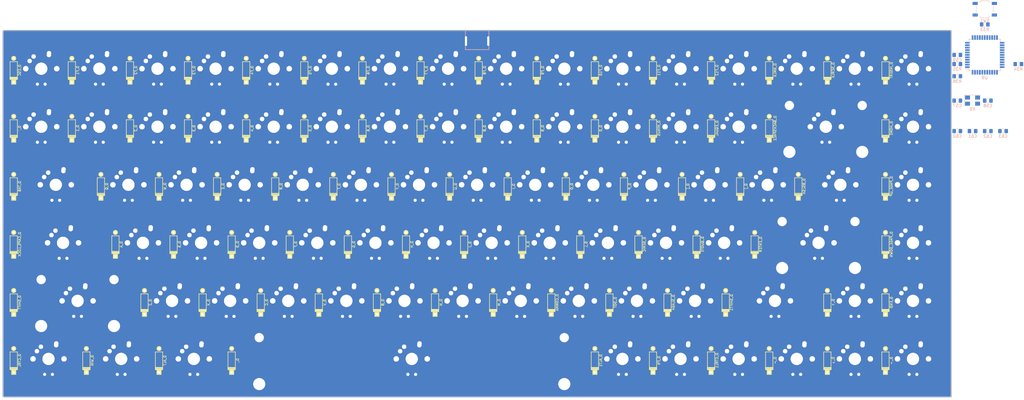
<source format=kicad_pcb>
(kicad_pcb (version 20200119) (host pcbnew "(5.99.0-1056-gb0d9838fb)")
  (layers (0 "F.Cu" signal) (31 "B.Cu" signal) (34 "B.Paste" user hide) (35 "F.Paste" user hide) (36 "B.SilkS" user hide) (37 "F.SilkS" user hide) (38 "B.Mask" user hide) (39 "F.Mask" user hide) (44 "Edge.Cuts" user hide))
  (net 0 "")
  (net 1 "GND")
  (net 2 "VCC")
  (net 3 "/col0")
  (net 4 "/col1")
  (net 5 "/col2")
  (net 6 "/col3")
  (net 7 "/col4")
  (net 8 "/col5")
  (net 9 "/col6")
  (net 10 "/col7")
  (net 11 "/col8")
  (net 12 "/col9")
  (net 13 "/col10")
  (net 14 "/col11")
  (net 15 "/col12")
  (net 16 "/col13")
  (net 17 "/col14")
  (net 18 "/col15")
  (net 19 "/row0")
  (net 20 "/row1")
  (net 21 "/row2")
  (net 22 "/row3")
  (net 23 "/row4")
  (net 24 "/row5")
  (net 25 "Net-(K_ESC-Pad1)")
  (net 26 "Net-(K_ESC-Pad3)")
  (net 27 "Net-(K_ESC-Pad4)")
  (net 28 "Net-(D_ESC-Pad2)")
  (net 29 "Net-(K_F1-Pad1)")
  (net 30 "Net-(K_F1-Pad3)")
  (net 31 "Net-(K_F1-Pad4)")
  (net 32 "Net-(D_F1-Pad2)")
  (net 33 "Net-(K_F2-Pad1)")
  (net 34 "Net-(K_F2-Pad3)")
  (net 35 "Net-(K_F2-Pad4)")
  (net 36 "Net-(D_F2-Pad2)")
  (net 37 "Net-(K_F3-Pad1)")
  (net 38 "Net-(K_F3-Pad3)")
  (net 39 "Net-(K_F3-Pad4)")
  (net 40 "Net-(D_F3-Pad2)")
  (net 41 "Net-(K_F4-Pad1)")
  (net 42 "Net-(K_F4-Pad3)")
  (net 43 "Net-(K_F4-Pad4)")
  (net 44 "Net-(D_F4-Pad2)")
  (net 45 "Net-(K_F5-Pad1)")
  (net 46 "Net-(K_F5-Pad3)")
  (net 47 "Net-(K_F5-Pad4)")
  (net 48 "Net-(D_F5-Pad2)")
  (net 49 "Net-(K_F6-Pad1)")
  (net 50 "Net-(K_F6-Pad3)")
  (net 51 "Net-(K_F6-Pad4)")
  (net 52 "Net-(D_F6-Pad2)")
  (net 53 "Net-(K_F7-Pad1)")
  (net 54 "Net-(K_F7-Pad3)")
  (net 55 "Net-(K_F7-Pad4)")
  (net 56 "Net-(D_F7-Pad2)")
  (net 57 "Net-(K_F8-Pad1)")
  (net 58 "Net-(K_F8-Pad3)")
  (net 59 "Net-(K_F8-Pad4)")
  (net 60 "Net-(D_F8-Pad2)")
  (net 61 "Net-(K_F9-Pad1)")
  (net 62 "Net-(K_F9-Pad3)")
  (net 63 "Net-(K_F9-Pad4)")
  (net 64 "Net-(D_F9-Pad2)")
  (net 65 "Net-(K_F10-Pad1)")
  (net 66 "Net-(K_F10-Pad3)")
  (net 67 "Net-(K_F10-Pad4)")
  (net 68 "Net-(D_F10-Pad2)")
  (net 69 "Net-(K_F11-Pad1)")
  (net 70 "Net-(K_F11-Pad3)")
  (net 71 "Net-(K_F11-Pad4)")
  (net 72 "Net-(D_F11-Pad2)")
  (net 73 "Net-(K_F12-Pad1)")
  (net 74 "Net-(K_F12-Pad3)")
  (net 75 "Net-(K_F12-Pad4)")
  (net 76 "Net-(D_F12-Pad2)")
  (net 77 "Net-(K_NMLK-Pad1)")
  (net 78 "Net-(K_NMLK-Pad3)")
  (net 79 "Net-(K_NMLK-Pad4)")
  (net 80 "Net-(D_NMLK-Pad2)")
  (net 81 "Net-(K_SCRLK-Pad1)")
  (net 82 "Net-(K_SCRLK-Pad3)")
  (net 83 "Net-(K_SCRLK-Pad4)")
  (net 84 "Net-(D_SCRLK-Pad2)")
  (net 85 "Net-(K_INSERT-Pad1)")
  (net 86 "Net-(K_INSERT-Pad3)")
  (net 87 "Net-(K_INSERT-Pad4)")
  (net 88 "Net-(D_INSERT-Pad2)")
  (net 89 "Net-(K_`-Pad1)")
  (net 90 "Net-(K_`-Pad3)")
  (net 91 "Net-(K_`-Pad4)")
  (net 92 "Net-(D_`-Pad2)")
  (net 93 "Net-(K_1-Pad1)")
  (net 94 "Net-(K_1-Pad3)")
  (net 95 "Net-(K_1-Pad4)")
  (net 96 "Net-(D_1-Pad2)")
  (net 97 "Net-(K_2-Pad1)")
  (net 98 "Net-(K_2-Pad3)")
  (net 99 "Net-(K_2-Pad4)")
  (net 100 "Net-(D_2-Pad2)")
  (net 101 "Net-(K_3-Pad1)")
  (net 102 "Net-(K_3-Pad3)")
  (net 103 "Net-(K_3-Pad4)")
  (net 104 "Net-(D_3-Pad2)")
  (net 105 "Net-(K_4-Pad1)")
  (net 106 "Net-(K_4-Pad3)")
  (net 107 "Net-(K_4-Pad4)")
  (net 108 "Net-(D_4-Pad2)")
  (net 109 "Net-(K_5-Pad1)")
  (net 110 "Net-(K_5-Pad3)")
  (net 111 "Net-(K_5-Pad4)")
  (net 112 "Net-(D_5-Pad2)")
  (net 113 "Net-(K_6-Pad1)")
  (net 114 "Net-(K_6-Pad3)")
  (net 115 "Net-(K_6-Pad4)")
  (net 116 "Net-(D_6-Pad2)")
  (net 117 "Net-(K_7-Pad1)")
  (net 118 "Net-(K_7-Pad3)")
  (net 119 "Net-(K_7-Pad4)")
  (net 120 "Net-(D_7-Pad2)")
  (net 121 "Net-(K_8-Pad1)")
  (net 122 "Net-(K_8-Pad3)")
  (net 123 "Net-(K_8-Pad4)")
  (net 124 "Net-(D_8-Pad2)")
  (net 125 "Net-(K_9-Pad1)")
  (net 126 "Net-(K_9-Pad3)")
  (net 127 "Net-(K_9-Pad4)")
  (net 128 "Net-(D_9-Pad2)")
  (net 129 "Net-(K_0-Pad1)")
  (net 130 "Net-(K_0-Pad3)")
  (net 131 "Net-(K_0-Pad4)")
  (net 132 "Net-(D_0-Pad2)")
  (net 133 "Net-(K_MINUS-Pad1)")
  (net 134 "Net-(K_MINUS-Pad3)")
  (net 135 "Net-(K_MINUS-Pad4)")
  (net 136 "Net-(D_MINUS-Pad2)")
  (net 137 "Net-(K_EQUAL-Pad1)")
  (net 138 "Net-(K_EQUAL-Pad3)")
  (net 139 "Net-(K_EQUAL-Pad4)")
  (net 140 "Net-(D_EQUAL-Pad2)")
  (net 141 "Net-(K_BACKSPACE-Pad1)")
  (net 142 "Net-(K_BACKSPACE-Pad3)")
  (net 143 "Net-(K_BACKSPACE-Pad4)")
  (net 144 "Net-(D_BACKSPACE-Pad2)")
  (net 145 "Net-(K_HOME-Pad1)")
  (net 146 "Net-(K_HOME-Pad3)")
  (net 147 "Net-(K_HOME-Pad4)")
  (net 148 "Net-(D_HOME-Pad2)")
  (net 149 "Net-(K_TAB-Pad1)")
  (net 150 "Net-(K_TAB-Pad3)")
  (net 151 "Net-(K_TAB-Pad4)")
  (net 152 "Net-(D_TAB-Pad2)")
  (net 153 "Net-(K_Q-Pad1)")
  (net 154 "Net-(K_Q-Pad3)")
  (net 155 "Net-(K_Q-Pad4)")
  (net 156 "Net-(D_Q-Pad2)")
  (net 157 "Net-(K_W-Pad1)")
  (net 158 "Net-(K_W-Pad3)")
  (net 159 "Net-(K_W-Pad4)")
  (net 160 "Net-(D_W-Pad2)")
  (net 161 "Net-(K_E-Pad1)")
  (net 162 "Net-(K_E-Pad3)")
  (net 163 "Net-(K_E-Pad4)")
  (net 164 "Net-(D_E-Pad2)")
  (net 165 "Net-(K_R-Pad1)")
  (net 166 "Net-(K_R-Pad3)")
  (net 167 "Net-(K_R-Pad4)")
  (net 168 "Net-(D_R-Pad2)")
  (net 169 "Net-(K_T-Pad1)")
  (net 170 "Net-(K_T-Pad3)")
  (net 171 "Net-(K_T-Pad4)")
  (net 172 "Net-(D_T-Pad2)")
  (net 173 "Net-(K_Y-Pad1)")
  (net 174 "Net-(K_Y-Pad3)")
  (net 175 "Net-(K_Y-Pad4)")
  (net 176 "Net-(D_Y-Pad2)")
  (net 177 "Net-(K_U-Pad1)")
  (net 178 "Net-(K_U-Pad3)")
  (net 179 "Net-(K_U-Pad4)")
  (net 180 "Net-(D_U-Pad2)")
  (net 181 "Net-(K_I-Pad1)")
  (net 182 "Net-(K_I-Pad3)")
  (net 183 "Net-(K_I-Pad4)")
  (net 184 "Net-(D_I-Pad2)")
  (net 185 "Net-(K_O-Pad1)")
  (net 186 "Net-(K_O-Pad3)")
  (net 187 "Net-(K_O-Pad4)")
  (net 188 "Net-(D_O-Pad2)")
  (net 189 "Net-(K_P-Pad1)")
  (net 190 "Net-(K_P-Pad3)")
  (net 191 "Net-(K_P-Pad4)")
  (net 192 "Net-(D_P-Pad2)")
  (net 193 "Net-(K_[-Pad1)")
  (net 194 "Net-(K_[-Pad3)")
  (net 195 "Net-(K_[-Pad4)")
  (net 196 "Net-(D_[-Pad2)")
  (net 197 "Net-(K_]-Pad1)")
  (net 198 "Net-(K_]-Pad3)")
  (net 199 "Net-(K_]-Pad4)")
  (net 200 "Net-(D_]-Pad2)")
  (net 201 "Net-(K_BSLSH-Pad1)")
  (net 202 "Net-(K_BSLSH-Pad3)")
  (net 203 "Net-(K_BSLSH-Pad4)")
  (net 204 "Net-(D_BSLSH-Pad2)")
  (net 205 "Net-(K_PAGE_UP-Pad1)")
  (net 206 "Net-(K_PAGE_UP-Pad3)")
  (net 207 "Net-(K_PAGE_UP-Pad4)")
  (net 208 "Net-(D_PAGE_UP-Pad2)")
  (net 209 "Net-(K_CAPS_LOCK-Pad1)")
  (net 210 "Net-(K_CAPS_LOCK-Pad3)")
  (net 211 "Net-(K_CAPS_LOCK-Pad4)")
  (net 212 "Net-(D_CAPS_LOCK-Pad2)")
  (net 213 "Net-(K_A-Pad1)")
  (net 214 "Net-(K_A-Pad3)")
  (net 215 "Net-(K_A-Pad4)")
  (net 216 "Net-(D_A-Pad2)")
  (net 217 "Net-(K_S-Pad1)")
  (net 218 "Net-(K_S-Pad3)")
  (net 219 "Net-(K_S-Pad4)")
  (net 220 "Net-(D_S-Pad2)")
  (net 221 "Net-(K_D-Pad1)")
  (net 222 "Net-(K_D-Pad3)")
  (net 223 "Net-(K_D-Pad4)")
  (net 224 "Net-(D_D-Pad2)")
  (net 225 "Net-(K_F-Pad1)")
  (net 226 "Net-(K_F-Pad3)")
  (net 227 "Net-(K_F-Pad4)")
  (net 228 "Net-(D_F-Pad2)")
  (net 229 "Net-(K_G-Pad1)")
  (net 230 "Net-(K_G-Pad3)")
  (net 231 "Net-(K_G-Pad4)")
  (net 232 "Net-(D_G-Pad2)")
  (net 233 "Net-(K_H-Pad1)")
  (net 234 "Net-(K_H-Pad3)")
  (net 235 "Net-(K_H-Pad4)")
  (net 236 "Net-(D_H-Pad2)")
  (net 237 "Net-(K_J-Pad1)")
  (net 238 "Net-(K_J-Pad3)")
  (net 239 "Net-(K_J-Pad4)")
  (net 240 "Net-(D_J-Pad2)")
  (net 241 "Net-(K_K-Pad1)")
  (net 242 "Net-(K_K-Pad3)")
  (net 243 "Net-(K_K-Pad4)")
  (net 244 "Net-(D_K-Pad2)")
  (net 245 "Net-(K_L-Pad1)")
  (net 246 "Net-(K_L-Pad3)")
  (net 247 "Net-(K_L-Pad4)")
  (net 248 "Net-(D_L-Pad2)")
  (net 249 "Net-(K_SEMIC-Pad1)")
  (net 250 "Net-(K_SEMIC-Pad3)")
  (net 251 "Net-(K_SEMIC-Pad4)")
  (net 252 "Net-(D_SEMIC-Pad2)")
  (net 253 "Net-(K_QUOTE-Pad1)")
  (net 254 "Net-(K_QUOTE-Pad3)")
  (net 255 "Net-(K_QUOTE-Pad4)")
  (net 256 "Net-(D_QUOTE-Pad2)")
  (net 257 "Net-(K_ENTER-Pad1)")
  (net 258 "Net-(K_ENTER-Pad3)")
  (net 259 "Net-(K_ENTER-Pad4)")
  (net 260 "Net-(D_ENTER-Pad2)")
  (net 261 "Net-(K_PAGE_DOWN-Pad1)")
  (net 262 "Net-(K_PAGE_DOWN-Pad3)")
  (net 263 "Net-(K_PAGE_DOWN-Pad4)")
  (net 264 "Net-(D_PAGE_DOWN-Pad2)")
  (net 265 "Net-(K_SHIFT-Pad1)")
  (net 266 "Net-(K_SHIFT-Pad3)")
  (net 267 "Net-(K_SHIFT-Pad4)")
  (net 268 "Net-(D_SHIFT-Pad2)")
  (net 269 "Net-(K_Z-Pad1)")
  (net 270 "Net-(K_Z-Pad3)")
  (net 271 "Net-(K_Z-Pad4)")
  (net 272 "Net-(D_Z-Pad2)")
  (net 273 "Net-(K_X-Pad1)")
  (net 274 "Net-(K_X-Pad3)")
  (net 275 "Net-(K_X-Pad4)")
  (net 276 "Net-(D_X-Pad2)")
  (net 277 "Net-(K_C-Pad1)")
  (net 278 "Net-(K_C-Pad3)")
  (net 279 "Net-(K_C-Pad4)")
  (net 280 "Net-(D_C-Pad2)")
  (net 281 "Net-(K_V-Pad1)")
  (net 282 "Net-(K_V-Pad3)")
  (net 283 "Net-(K_V-Pad4)")
  (net 284 "Net-(D_V-Pad2)")
  (net 285 "Net-(K_B-Pad1)")
  (net 286 "Net-(K_B-Pad3)")
  (net 287 "Net-(K_B-Pad4)")
  (net 288 "Net-(D_B-Pad2)")
  (net 289 "Net-(K_N-Pad1)")
  (net 290 "Net-(K_N-Pad3)")
  (net 291 "Net-(K_N-Pad4)")
  (net 292 "Net-(D_N-Pad2)")
  (net 293 "Net-(K_M-Pad1)")
  (net 294 "Net-(K_M-Pad3)")
  (net 295 "Net-(K_M-Pad4)")
  (net 296 "Net-(D_M-Pad2)")
  (net 297 "Net-(K_COMMA-Pad1)")
  (net 298 "Net-(K_COMMA-Pad3)")
  (net 299 "Net-(K_COMMA-Pad4)")
  (net 300 "Net-(D_COMMA-Pad2)")
  (net 301 "Net-(K_DOT-Pad1)")
  (net 302 "Net-(K_DOT-Pad3)")
  (net 303 "Net-(K_DOT-Pad4)")
  (net 304 "Net-(D_DOT-Pad2)")
  (net 305 "Net-(K_SLASH-Pad1)")
  (net 306 "Net-(K_SLASH-Pad3)")
  (net 307 "Net-(K_SLASH-Pad4)")
  (net 308 "Net-(D_SLASH-Pad2)")
  (net 309 "Net-(K_SHIFT1-Pad1)")
  (net 310 "Net-(K_SHIFT1-Pad3)")
  (net 311 "Net-(K_SHIFT1-Pad4)")
  (net 312 "Net-(D_SHIFT1-Pad2)")
  (net 313 "Net-(K_↑-Pad1)")
  (net 314 "Net-(K_↑-Pad3)")
  (net 315 "Net-(K_↑-Pad4)")
  (net 316 "Net-(D_↑-Pad2)")
  (net 317 "Net-(K_END-Pad1)")
  (net 318 "Net-(K_END-Pad3)")
  (net 319 "Net-(K_END-Pad4)")
  (net 320 "Net-(D_END-Pad2)")
  (net 321 "Net-(K_CTRL-Pad1)")
  (net 322 "Net-(K_CTRL-Pad3)")
  (net 323 "Net-(K_CTRL-Pad4)")
  (net 324 "Net-(D_CTRL-Pad2)")
  (net 325 "Net-(K_WIN-Pad1)")
  (net 326 "Net-(K_WIN-Pad3)")
  (net 327 "Net-(K_WIN-Pad4)")
  (net 328 "Net-(D_WIN-Pad2)")
  (net 329 "Net-(K_ALT-Pad1)")
  (net 330 "Net-(K_ALT-Pad3)")
  (net 331 "Net-(K_ALT-Pad4)")
  (net 332 "Net-(D_ALT-Pad2)")
  (net 333 "Net-(K_-Pad1)")
  (net 334 "Net-(K_-Pad3)")
  (net 335 "Net-(K_-Pad4)")
  (net 336 "Net-(D_-Pad2)")
  (net 337 "Net-(K_ALT1-Pad1)")
  (net 338 "Net-(K_ALT1-Pad3)")
  (net 339 "Net-(K_ALT1-Pad4)")
  (net 340 "Net-(D_ALT1-Pad2)")
  (net 341 "Net-(K_FN-Pad1)")
  (net 342 "Net-(K_FN-Pad3)")
  (net 343 "Net-(K_FN-Pad4)")
  (net 344 "Net-(D_FN-Pad2)")
  (net 345 "Net-(K_CTRL1-Pad1)")
  (net 346 "Net-(K_CTRL1-Pad3)")
  (net 347 "Net-(K_CTRL1-Pad4)")
  (net 348 "Net-(D_CTRL1-Pad2)")
  (net 349 "Net-(K_←-Pad1)")
  (net 350 "Net-(K_←-Pad3)")
  (net 351 "Net-(K_←-Pad4)")
  (net 352 "Net-(D_←-Pad2)")
  (net 353 "Net-(K_↓-Pad1)")
  (net 354 "Net-(K_↓-Pad3)")
  (net 355 "Net-(K_↓-Pad4)")
  (net 356 "Net-(D_↓-Pad2)")
  (net 357 "Net-(K_→-Pad1)")
  (net 358 "Net-(K_→-Pad3)")
  (net 359 "Net-(K_→-Pad4)")
  (net 360 "Net-(D_→-Pad2)")
  (net 361 "Net-(C57-Pad1)")
  (net 362 "Net-(C58-Pad1)")
  (net 363 "Net-(C58-Pad2)")
  (net 364 "Net-(X9-Pad2)")
  (net 365 "Net-(X9-Pad4)")
  (net 366 "Net-(R33-Pad1)")
  (net 367 "Net-(R34-Pad1)")
  (net 368 "Net-(R35-Pad1)")
  (net 369 "Net-(R36-Pad1)")
  (net 370 "Net-(USB9-Pad2)")
  (net 371 "Net-(USB9-Pad3)")
  (net 372 "Net-(USB9-Pad4)")
  (net 373 "Net-(C59-Pad1)")
  (net 374 "Net-(U9-Pad1)")
  (net 375 "Net-(U9-Pad7)")
  (net 376 "Net-(U9-Pad18)")
  (net 377 "Net-(U9-Pad27)")
  (net 378 "Net-(U9-Pad34)")
  (net 379 "Net-(U9-Pad36)")
  (net 380 "Net-(U9-Pad42)")
  (net 381 "Net-(U9-Pad43)")
  (net 382 "Net-(U9-Pad44)")
  (module "MX_Alps_Hybrid:MX-1U-NoLED" (layer "F.Cu") (at 258.125 124.775)
    (fp_text reference "K_CTRL1")
    (fp_text value "KEYSW")
    (pad "1" thru_hole circle (at -2.5 -4) (size 2.25 2.25) (drill 1.47) (layers *.Cu "B.Mask") (net 345 "Net-(K_CTRL1-Pad1)"))
    (pad "1" thru_hole oval (at -3.81 -2.54 48.0996) (size 4.211556 2.25) (drill 1.47 (offset 0.980778 0)) (layers *.Cu "B.Mask") (net 345 "Net-(K_CTRL1-Pad1)"))
    (pad "2" thru_hole oval (at 2.5 -4.5 86.0548) (size 2.831378 2.25) (drill 1.47 (offset 0.290689 0)) (layers *.Cu "B.Mask") (net 348 "Net-(D_CTRL1-Pad2)"))
    (pad "2" thru_hole circle (at 2.54 -5.08) (size 2.25 2.25) (drill 1.47) (layers *.Cu "B.Mask") (net 348 "Net-(D_CTRL1-Pad2)"))
    (pad "" np_thru_hole circle (at 0 0) (size 3.9878 3.9878) (drill 3.9878) (layers *.Cu *.Mask))
    (pad "" np_thru_hole circle (at -5.08 0 48.0996) (size 1.75 1.75) (drill 1.75) (layers *.Cu *.Mask))
    (pad "" np_thru_hole circle (at 5.08 0 48.0996) (size 1.75 1.75) (drill 1.75) (layers *.Cu *.Mask))
    (pad "3" thru_hole circle (at -1.27 5.08) (size 1.905 1.905) (drill 1.04) (layers *.Cu "B.Mask") (net 346 "Net-(K_CTRL1-Pad3)"))
    (pad "4" thru_hole rect (at 1.27 5.08) (size 1.905 1.905) (drill 1.04) (layers *.Cu "B.Mask") (net 347 "Net-(K_CTRL1-Pad4)"))
    (pad "" np_thru_hole circle (at 0 0) (size 3.9878 3.9878) (drill 3.9878) (layers *.Cu *.Mask))
    (pad "" np_thru_hole circle (at -5.08 0 48.0996) (size 1.75 1.75) (drill 1.75) (layers *.Cu *.Mask))
    (pad "" np_thru_hole circle (at 5.08 0 48.0996) (size 1.75 1.75) (drill 1.75) (layers *.Cu *.Mask))
  )
  (module "MX_Alps_Hybrid:MX-6.25U-NoLED" (layer "F.Cu") (at 150.96875 124.775)
    (fp_text reference "K_")
    (fp_text value "KEYSW")
    (pad "1" thru_hole circle (at -2.5 -4) (size 2.25 2.25) (drill 1.47) (layers *.Cu "B.Mask") (net 333 "Net-(K_-Pad1)"))
    (pad "1" thru_hole oval (at -3.81 -2.54 48.0996) (size 4.211556 2.25) (drill 1.47 (offset 0.980778 0)) (layers *.Cu "B.Mask") (net 333 "Net-(K_-Pad1)"))
    (pad "2" thru_hole oval (at 2.5 -4.5 86.0548) (size 2.831378 2.25) (drill 1.47 (offset 0.290689 0)) (layers *.Cu "B.Mask") (net 336 "Net-(D_-Pad2)"))
    (pad "2" thru_hole circle (at 2.54 -5.08) (size 2.25 2.25) (drill 1.47) (layers *.Cu "B.Mask") (net 336 "Net-(D_-Pad2)"))
    (pad "" np_thru_hole circle (at 0 0) (size 3.9878 3.9878) (drill 3.9878) (layers *.Cu *.Mask))
    (pad "" np_thru_hole circle (at -5.08 0 48.0996) (size 1.75 1.75) (drill 1.75) (layers *.Cu *.Mask))
    (pad "" np_thru_hole circle (at 5.08 0 48.0996) (size 1.75 1.75) (drill 1.75) (layers *.Cu *.Mask))
    (pad "3" thru_hole circle (at -1.27 5.08) (size 1.905 1.905) (drill 1.04) (layers *.Cu "B.Mask") (net 334 "Net-(K_-Pad3)"))
    (pad "4" thru_hole rect (at 1.27 5.08) (size 1.905 1.905) (drill 1.04) (layers *.Cu "B.Mask") (net 335 "Net-(K_-Pad4)"))
    (pad "" np_thru_hole circle (at 0 0) (size 3.9878 3.9878) (drill 3.9878) (layers *.Cu *.Mask))
    (pad "" np_thru_hole circle (at -5.08 0 48.0996) (size 1.75 1.75) (drill 1.75) (layers *.Cu *.Mask))
    (pad "" np_thru_hole circle (at 5.08 0 48.0996) (size 1.75 1.75) (drill 1.75) (layers *.Cu *.Mask))
    (pad "" np_thru_hole circle (at -49.9999 -6.985) (size 3.048 3.048) (drill 3.048) (layers *.Cu *.Mask))
    (pad "" np_thru_hole circle (at 49.9999 -6.985) (size 3.048 3.048) (drill 3.048) (layers *.Cu *.Mask))
    (pad "" np_thru_hole circle (at -49.9999 8.255) (size 3.9878 3.9878) (drill 3.9878) (layers *.Cu *.Mask))
    (pad "" np_thru_hole circle (at 49.9999 8.255) (size 3.9878 3.9878) (drill 3.9878) (layers *.Cu *.Mask))
  )
  (module "MX_Alps_Hybrid:MX-1U-NoLED" (layer "F.Cu") (at 29.525 29.525)
    (fp_text reference "K_ESC")
    (fp_text value "KEYSW")
    (pad "1" thru_hole circle (at -2.5 -4) (size 2.25 2.25) (drill 1.47) (layers *.Cu "B.Mask") (net 25 "Net-(K_ESC-Pad1)"))
    (pad "1" thru_hole oval (at -3.81 -2.54 48.0996) (size 4.211556 2.25) (drill 1.47 (offset 0.980778 0)) (layers *.Cu "B.Mask") (net 25 "Net-(K_ESC-Pad1)"))
    (pad "2" thru_hole oval (at 2.5 -4.5 86.0548) (size 2.831378 2.25) (drill 1.47 (offset 0.290689 0)) (layers *.Cu "B.Mask") (net 28 "Net-(D_ESC-Pad2)"))
    (pad "2" thru_hole circle (at 2.54 -5.08) (size 2.25 2.25) (drill 1.47) (layers *.Cu "B.Mask") (net 28 "Net-(D_ESC-Pad2)"))
    (pad "" np_thru_hole circle (at 0 0) (size 3.9878 3.9878) (drill 3.9878) (layers *.Cu *.Mask))
    (pad "" np_thru_hole circle (at -5.08 0 48.0996) (size 1.75 1.75) (drill 1.75) (layers *.Cu *.Mask))
    (pad "" np_thru_hole circle (at 5.08 0 48.0996) (size 1.75 1.75) (drill 1.75) (layers *.Cu *.Mask))
    (pad "3" thru_hole circle (at -1.27 5.08) (size 1.905 1.905) (drill 1.04) (layers *.Cu "B.Mask") (net 26 "Net-(K_ESC-Pad3)"))
    (pad "4" thru_hole rect (at 1.27 5.08) (size 1.905 1.905) (drill 1.04) (layers *.Cu "B.Mask") (net 27 "Net-(K_ESC-Pad4)"))
    (pad "" np_thru_hole circle (at 0 0) (size 3.9878 3.9878) (drill 3.9878) (layers *.Cu *.Mask))
    (pad "" np_thru_hole circle (at -5.08 0 48.0996) (size 1.75 1.75) (drill 1.75) (layers *.Cu *.Mask))
    (pad "" np_thru_hole circle (at 5.08 0 48.0996) (size 1.75 1.75) (drill 1.75) (layers *.Cu *.Mask))
  )
  (module "keyboard_parts:D_SOD123_axial" (layer "F.Cu") (at 20.5 30.025 90)
    (fp_text reference "D_ESC" (at 0 1.925 90) (layer "F.SilkS") (effects (font (size 0.8 0.8)) (justify mirror)))
    (fp_text value "D" hide)
    (pad "1" smd rect (at -2.7 0 90) (size 2.5 0.5) (layers "F.Cu") (net 3 "/col0"))
    (pad "1" smd rect (at -1.575 0 90) (size 1.2 1.2) (layers "F.Cu" "F.Paste" "F.Mask") (net 3 "/col0"))
    (pad "1" thru_hole rect (at -3.9 0 90) (size 1.6 1.6) (drill 0.7) (layers *.Cu *.Mask "F.SilkS") (net 3 "/col0"))
    (pad "2" smd rect (at 1.575 0 90) (size 1.2 1.2) (layers "F.Cu" "F.Paste" "F.Mask") (net 28 "Net-(D_ESC-Pad2)"))
    (pad "2" smd rect (at 2.7 0 90) (size 2.5 0.5) (layers "F.Cu") (net 28 "Net-(D_ESC-Pad2)"))
    (pad "2" thru_hole circle (at 3.9 0 90) (size 1.6 1.6) (drill 0.7) (layers *.Cu *.Mask "F.SilkS") (net 28 "Net-(D_ESC-Pad2)"))
  )
  (module "MX_Alps_Hybrid:MX-1U-NoLED" (layer "F.Cu") (at 48.575 29.525)
    (fp_text reference "K_F1")
    (fp_text value "KEYSW")
    (pad "1" thru_hole circle (at -2.5 -4) (size 2.25 2.25) (drill 1.47) (layers *.Cu "B.Mask") (net 29 "Net-(K_F1-Pad1)"))
    (pad "1" thru_hole oval (at -3.81 -2.54 48.0996) (size 4.211556 2.25) (drill 1.47 (offset 0.980778 0)) (layers *.Cu "B.Mask") (net 29 "Net-(K_F1-Pad1)"))
    (pad "2" thru_hole oval (at 2.5 -4.5 86.0548) (size 2.831378 2.25) (drill 1.47 (offset 0.290689 0)) (layers *.Cu "B.Mask") (net 32 "Net-(D_F1-Pad2)"))
    (pad "2" thru_hole circle (at 2.54 -5.08) (size 2.25 2.25) (drill 1.47) (layers *.Cu "B.Mask") (net 32 "Net-(D_F1-Pad2)"))
    (pad "" np_thru_hole circle (at 0 0) (size 3.9878 3.9878) (drill 3.9878) (layers *.Cu *.Mask))
    (pad "" np_thru_hole circle (at -5.08 0 48.0996) (size 1.75 1.75) (drill 1.75) (layers *.Cu *.Mask))
    (pad "" np_thru_hole circle (at 5.08 0 48.0996) (size 1.75 1.75) (drill 1.75) (layers *.Cu *.Mask))
    (pad "3" thru_hole circle (at -1.27 5.08) (size 1.905 1.905) (drill 1.04) (layers *.Cu "B.Mask") (net 30 "Net-(K_F1-Pad3)"))
    (pad "4" thru_hole rect (at 1.27 5.08) (size 1.905 1.905) (drill 1.04) (layers *.Cu "B.Mask") (net 31 "Net-(K_F1-Pad4)"))
    (pad "" np_thru_hole circle (at 0 0) (size 3.9878 3.9878) (drill 3.9878) (layers *.Cu *.Mask))
    (pad "" np_thru_hole circle (at -5.08 0 48.0996) (size 1.75 1.75) (drill 1.75) (layers *.Cu *.Mask))
    (pad "" np_thru_hole circle (at 5.08 0 48.0996) (size 1.75 1.75) (drill 1.75) (layers *.Cu *.Mask))
  )
  (module "keyboard_parts:D_SOD123_axial" (layer "F.Cu") (at 39.55 30.025 90)
    (fp_text reference "D_F1" (at 0 1.925 90) (layer "F.SilkS") (effects (font (size 0.8 0.8)) (justify mirror)))
    (fp_text value "D" hide)
    (pad "1" smd rect (at -2.7 0 90) (size 2.5 0.5) (layers "F.Cu") (net 4 "/col1"))
    (pad "1" smd rect (at -1.575 0 90) (size 1.2 1.2) (layers "F.Cu" "F.Paste" "F.Mask") (net 4 "/col1"))
    (pad "1" thru_hole rect (at -3.9 0 90) (size 1.6 1.6) (drill 0.7) (layers *.Cu *.Mask "F.SilkS") (net 4 "/col1"))
    (pad "2" smd rect (at 1.575 0 90) (size 1.2 1.2) (layers "F.Cu" "F.Paste" "F.Mask") (net 32 "Net-(D_F1-Pad2)"))
    (pad "2" smd rect (at 2.7 0 90) (size 2.5 0.5) (layers "F.Cu") (net 32 "Net-(D_F1-Pad2)"))
    (pad "2" thru_hole circle (at 3.9 0 90) (size 1.6 1.6) (drill 0.7) (layers *.Cu *.Mask "F.SilkS") (net 32 "Net-(D_F1-Pad2)"))
  )
  (module "MX_Alps_Hybrid:MX-1U-NoLED" (layer "F.Cu") (at 67.625 29.525)
    (fp_text reference "K_F2")
    (fp_text value "KEYSW")
    (pad "1" thru_hole circle (at -2.5 -4) (size 2.25 2.25) (drill 1.47) (layers *.Cu "B.Mask") (net 33 "Net-(K_F2-Pad1)"))
    (pad "1" thru_hole oval (at -3.81 -2.54 48.0996) (size 4.211556 2.25) (drill 1.47 (offset 0.980778 0)) (layers *.Cu "B.Mask") (net 33 "Net-(K_F2-Pad1)"))
    (pad "2" thru_hole oval (at 2.5 -4.5 86.0548) (size 2.831378 2.25) (drill 1.47 (offset 0.290689 0)) (layers *.Cu "B.Mask") (net 36 "Net-(D_F2-Pad2)"))
    (pad "2" thru_hole circle (at 2.54 -5.08) (size 2.25 2.25) (drill 1.47) (layers *.Cu "B.Mask") (net 36 "Net-(D_F2-Pad2)"))
    (pad "" np_thru_hole circle (at 0 0) (size 3.9878 3.9878) (drill 3.9878) (layers *.Cu *.Mask))
    (pad "" np_thru_hole circle (at -5.08 0 48.0996) (size 1.75 1.75) (drill 1.75) (layers *.Cu *.Mask))
    (pad "" np_thru_hole circle (at 5.08 0 48.0996) (size 1.75 1.75) (drill 1.75) (layers *.Cu *.Mask))
    (pad "3" thru_hole circle (at -1.27 5.08) (size 1.905 1.905) (drill 1.04) (layers *.Cu "B.Mask") (net 34 "Net-(K_F2-Pad3)"))
    (pad "4" thru_hole rect (at 1.27 5.08) (size 1.905 1.905) (drill 1.04) (layers *.Cu "B.Mask") (net 35 "Net-(K_F2-Pad4)"))
    (pad "" np_thru_hole circle (at 0 0) (size 3.9878 3.9878) (drill 3.9878) (layers *.Cu *.Mask))
    (pad "" np_thru_hole circle (at -5.08 0 48.0996) (size 1.75 1.75) (drill 1.75) (layers *.Cu *.Mask))
    (pad "" np_thru_hole circle (at 5.08 0 48.0996) (size 1.75 1.75) (drill 1.75) (layers *.Cu *.Mask))
  )
  (module "keyboard_parts:D_SOD123_axial" (layer "F.Cu") (at 58.6 30.025 90)
    (fp_text reference "D_F2" (at 0 1.925 90) (layer "F.SilkS") (effects (font (size 0.8 0.8)) (justify mirror)))
    (fp_text value "D" hide)
    (pad "1" smd rect (at -2.7 0 90) (size 2.5 0.5) (layers "F.Cu") (net 5 "/col2"))
    (pad "1" smd rect (at -1.575 0 90) (size 1.2 1.2) (layers "F.Cu" "F.Paste" "F.Mask") (net 5 "/col2"))
    (pad "1" thru_hole rect (at -3.9 0 90) (size 1.6 1.6) (drill 0.7) (layers *.Cu *.Mask "F.SilkS") (net 5 "/col2"))
    (pad "2" smd rect (at 1.575 0 90) (size 1.2 1.2) (layers "F.Cu" "F.Paste" "F.Mask") (net 36 "Net-(D_F2-Pad2)"))
    (pad "2" smd rect (at 2.7 0 90) (size 2.5 0.5) (layers "F.Cu") (net 36 "Net-(D_F2-Pad2)"))
    (pad "2" thru_hole circle (at 3.9 0 90) (size 1.6 1.6) (drill 0.7) (layers *.Cu *.Mask "F.SilkS") (net 36 "Net-(D_F2-Pad2)"))
  )
  (module "MX_Alps_Hybrid:MX-1U-NoLED" (layer "F.Cu") (at 86.675 29.525)
    (fp_text reference "K_F3")
    (fp_text value "KEYSW")
    (pad "1" thru_hole circle (at -2.5 -4) (size 2.25 2.25) (drill 1.47) (layers *.Cu "B.Mask") (net 37 "Net-(K_F3-Pad1)"))
    (pad "1" thru_hole oval (at -3.81 -2.54 48.0996) (size 4.211556 2.25) (drill 1.47 (offset 0.980778 0)) (layers *.Cu "B.Mask") (net 37 "Net-(K_F3-Pad1)"))
    (pad "2" thru_hole oval (at 2.5 -4.5 86.0548) (size 2.831378 2.25) (drill 1.47 (offset 0.290689 0)) (layers *.Cu "B.Mask") (net 40 "Net-(D_F3-Pad2)"))
    (pad "2" thru_hole circle (at 2.54 -5.08) (size 2.25 2.25) (drill 1.47) (layers *.Cu "B.Mask") (net 40 "Net-(D_F3-Pad2)"))
    (pad "" np_thru_hole circle (at 0 0) (size 3.9878 3.9878) (drill 3.9878) (layers *.Cu *.Mask))
    (pad "" np_thru_hole circle (at -5.08 0 48.0996) (size 1.75 1.75) (drill 1.75) (layers *.Cu *.Mask))
    (pad "" np_thru_hole circle (at 5.08 0 48.0996) (size 1.75 1.75) (drill 1.75) (layers *.Cu *.Mask))
    (pad "3" thru_hole circle (at -1.27 5.08) (size 1.905 1.905) (drill 1.04) (layers *.Cu "B.Mask") (net 38 "Net-(K_F3-Pad3)"))
    (pad "4" thru_hole rect (at 1.27 5.08) (size 1.905 1.905) (drill 1.04) (layers *.Cu "B.Mask") (net 39 "Net-(K_F3-Pad4)"))
    (pad "" np_thru_hole circle (at 0 0) (size 3.9878 3.9878) (drill 3.9878) (layers *.Cu *.Mask))
    (pad "" np_thru_hole circle (at -5.08 0 48.0996) (size 1.75 1.75) (drill 1.75) (layers *.Cu *.Mask))
    (pad "" np_thru_hole circle (at 5.08 0 48.0996) (size 1.75 1.75) (drill 1.75) (layers *.Cu *.Mask))
  )
  (module "keyboard_parts:D_SOD123_axial" (layer "F.Cu") (at 77.65 30.025 90)
    (fp_text reference "D_F3" (at 0 1.925 90) (layer "F.SilkS") (effects (font (size 0.8 0.8)) (justify mirror)))
    (fp_text value "D" hide)
    (pad "1" smd rect (at -2.7 0 90) (size 2.5 0.5) (layers "F.Cu") (net 6 "/col3"))
    (pad "1" smd rect (at -1.575 0 90) (size 1.2 1.2) (layers "F.Cu" "F.Paste" "F.Mask") (net 6 "/col3"))
    (pad "1" thru_hole rect (at -3.9 0 90) (size 1.6 1.6) (drill 0.7) (layers *.Cu *.Mask "F.SilkS") (net 6 "/col3"))
    (pad "2" smd rect (at 1.575 0 90) (size 1.2 1.2) (layers "F.Cu" "F.Paste" "F.Mask") (net 40 "Net-(D_F3-Pad2)"))
    (pad "2" smd rect (at 2.7 0 90) (size 2.5 0.5) (layers "F.Cu") (net 40 "Net-(D_F3-Pad2)"))
    (pad "2" thru_hole circle (at 3.9 0 90) (size 1.6 1.6) (drill 0.7) (layers *.Cu *.Mask "F.SilkS") (net 40 "Net-(D_F3-Pad2)"))
  )
  (module "MX_Alps_Hybrid:MX-1U-NoLED" (layer "F.Cu") (at 105.725 29.525)
    (fp_text reference "K_F4")
    (fp_text value "KEYSW")
    (pad "1" thru_hole circle (at -2.5 -4) (size 2.25 2.25) (drill 1.47) (layers *.Cu "B.Mask") (net 41 "Net-(K_F4-Pad1)"))
    (pad "1" thru_hole oval (at -3.81 -2.54 48.0996) (size 4.211556 2.25) (drill 1.47 (offset 0.980778 0)) (layers *.Cu "B.Mask") (net 41 "Net-(K_F4-Pad1)"))
    (pad "2" thru_hole oval (at 2.5 -4.5 86.0548) (size 2.831378 2.25) (drill 1.47 (offset 0.290689 0)) (layers *.Cu "B.Mask") (net 44 "Net-(D_F4-Pad2)"))
    (pad "2" thru_hole circle (at 2.54 -5.08) (size 2.25 2.25) (drill 1.47) (layers *.Cu "B.Mask") (net 44 "Net-(D_F4-Pad2)"))
    (pad "" np_thru_hole circle (at 0 0) (size 3.9878 3.9878) (drill 3.9878) (layers *.Cu *.Mask))
    (pad "" np_thru_hole circle (at -5.08 0 48.0996) (size 1.75 1.75) (drill 1.75) (layers *.Cu *.Mask))
    (pad "" np_thru_hole circle (at 5.08 0 48.0996) (size 1.75 1.75) (drill 1.75) (layers *.Cu *.Mask))
    (pad "3" thru_hole circle (at -1.27 5.08) (size 1.905 1.905) (drill 1.04) (layers *.Cu "B.Mask") (net 42 "Net-(K_F4-Pad3)"))
    (pad "4" thru_hole rect (at 1.27 5.08) (size 1.905 1.905) (drill 1.04) (layers *.Cu "B.Mask") (net 43 "Net-(K_F4-Pad4)"))
    (pad "" np_thru_hole circle (at 0 0) (size 3.9878 3.9878) (drill 3.9878) (layers *.Cu *.Mask))
    (pad "" np_thru_hole circle (at -5.08 0 48.0996) (size 1.75 1.75) (drill 1.75) (layers *.Cu *.Mask))
    (pad "" np_thru_hole circle (at 5.08 0 48.0996) (size 1.75 1.75) (drill 1.75) (layers *.Cu *.Mask))
  )
  (module "keyboard_parts:D_SOD123_axial" (layer "F.Cu") (at 96.7 30.025 90)
    (fp_text reference "D_F4" (at 0 1.925 90) (layer "F.SilkS") (effects (font (size 0.8 0.8)) (justify mirror)))
    (fp_text value "D" hide)
    (pad "1" smd rect (at -2.7 0 90) (size 2.5 0.5) (layers "F.Cu") (net 7 "/col4"))
    (pad "1" smd rect (at -1.575 0 90) (size 1.2 1.2) (layers "F.Cu" "F.Paste" "F.Mask") (net 7 "/col4"))
    (pad "1" thru_hole rect (at -3.9 0 90) (size 1.6 1.6) (drill 0.7) (layers *.Cu *.Mask "F.SilkS") (net 7 "/col4"))
    (pad "2" smd rect (at 1.575 0 90) (size 1.2 1.2) (layers "F.Cu" "F.Paste" "F.Mask") (net 44 "Net-(D_F4-Pad2)"))
    (pad "2" smd rect (at 2.7 0 90) (size 2.5 0.5) (layers "F.Cu") (net 44 "Net-(D_F4-Pad2)"))
    (pad "2" thru_hole circle (at 3.9 0 90) (size 1.6 1.6) (drill 0.7) (layers *.Cu *.Mask "F.SilkS") (net 44 "Net-(D_F4-Pad2)"))
  )
  (module "MX_Alps_Hybrid:MX-1U-NoLED" (layer "F.Cu") (at 124.775 29.525)
    (fp_text reference "K_F5")
    (fp_text value "KEYSW")
    (pad "1" thru_hole circle (at -2.5 -4) (size 2.25 2.25) (drill 1.47) (layers *.Cu "B.Mask") (net 45 "Net-(K_F5-Pad1)"))
    (pad "1" thru_hole oval (at -3.81 -2.54 48.0996) (size 4.211556 2.25) (drill 1.47 (offset 0.980778 0)) (layers *.Cu "B.Mask") (net 45 "Net-(K_F5-Pad1)"))
    (pad "2" thru_hole oval (at 2.5 -4.5 86.0548) (size 2.831378 2.25) (drill 1.47 (offset 0.290689 0)) (layers *.Cu "B.Mask") (net 48 "Net-(D_F5-Pad2)"))
    (pad "2" thru_hole circle (at 2.54 -5.08) (size 2.25 2.25) (drill 1.47) (layers *.Cu "B.Mask") (net 48 "Net-(D_F5-Pad2)"))
    (pad "" np_thru_hole circle (at 0 0) (size 3.9878 3.9878) (drill 3.9878) (layers *.Cu *.Mask))
    (pad "" np_thru_hole circle (at -5.08 0 48.0996) (size 1.75 1.75) (drill 1.75) (layers *.Cu *.Mask))
    (pad "" np_thru_hole circle (at 5.08 0 48.0996) (size 1.75 1.75) (drill 1.75) (layers *.Cu *.Mask))
    (pad "3" thru_hole circle (at -1.27 5.08) (size 1.905 1.905) (drill 1.04) (layers *.Cu "B.Mask") (net 46 "Net-(K_F5-Pad3)"))
    (pad "4" thru_hole rect (at 1.27 5.08) (size 1.905 1.905) (drill 1.04) (layers *.Cu "B.Mask") (net 47 "Net-(K_F5-Pad4)"))
    (pad "" np_thru_hole circle (at 0 0) (size 3.9878 3.9878) (drill 3.9878) (layers *.Cu *.Mask))
    (pad "" np_thru_hole circle (at -5.08 0 48.0996) (size 1.75 1.75) (drill 1.75) (layers *.Cu *.Mask))
    (pad "" np_thru_hole circle (at 5.08 0 48.0996) (size 1.75 1.75) (drill 1.75) (layers *.Cu *.Mask))
  )
  (module "keyboard_parts:D_SOD123_axial" (layer "F.Cu") (at 115.75 30.025 90)
    (fp_text reference "D_F5" (at 0 1.925 90) (layer "F.SilkS") (effects (font (size 0.8 0.8)) (justify mirror)))
    (fp_text value "D" hide)
    (pad "1" smd rect (at -2.7 0 90) (size 2.5 0.5) (layers "F.Cu") (net 8 "/col5"))
    (pad "1" smd rect (at -1.575 0 90) (size 1.2 1.2) (layers "F.Cu" "F.Paste" "F.Mask") (net 8 "/col5"))
    (pad "1" thru_hole rect (at -3.9 0 90) (size 1.6 1.6) (drill 0.7) (layers *.Cu *.Mask "F.SilkS") (net 8 "/col5"))
    (pad "2" smd rect (at 1.575 0 90) (size 1.2 1.2) (layers "F.Cu" "F.Paste" "F.Mask") (net 48 "Net-(D_F5-Pad2)"))
    (pad "2" smd rect (at 2.7 0 90) (size 2.5 0.5) (layers "F.Cu") (net 48 "Net-(D_F5-Pad2)"))
    (pad "2" thru_hole circle (at 3.9 0 90) (size 1.6 1.6) (drill 0.7) (layers *.Cu *.Mask "F.SilkS") (net 48 "Net-(D_F5-Pad2)"))
  )
  (module "MX_Alps_Hybrid:MX-1U-NoLED" (layer "F.Cu") (at 143.825 29.525)
    (fp_text reference "K_F6")
    (fp_text value "KEYSW")
    (pad "1" thru_hole circle (at -2.5 -4) (size 2.25 2.25) (drill 1.47) (layers *.Cu "B.Mask") (net 49 "Net-(K_F6-Pad1)"))
    (pad "1" thru_hole oval (at -3.81 -2.54 48.0996) (size 4.211556 2.25) (drill 1.47 (offset 0.980778 0)) (layers *.Cu "B.Mask") (net 49 "Net-(K_F6-Pad1)"))
    (pad "2" thru_hole oval (at 2.5 -4.5 86.0548) (size 2.831378 2.25) (drill 1.47 (offset 0.290689 0)) (layers *.Cu "B.Mask") (net 52 "Net-(D_F6-Pad2)"))
    (pad "2" thru_hole circle (at 2.54 -5.08) (size 2.25 2.25) (drill 1.47) (layers *.Cu "B.Mask") (net 52 "Net-(D_F6-Pad2)"))
    (pad "" np_thru_hole circle (at 0 0) (size 3.9878 3.9878) (drill 3.9878) (layers *.Cu *.Mask))
    (pad "" np_thru_hole circle (at -5.08 0 48.0996) (size 1.75 1.75) (drill 1.75) (layers *.Cu *.Mask))
    (pad "" np_thru_hole circle (at 5.08 0 48.0996) (size 1.75 1.75) (drill 1.75) (layers *.Cu *.Mask))
    (pad "3" thru_hole circle (at -1.27 5.08) (size 1.905 1.905) (drill 1.04) (layers *.Cu "B.Mask") (net 50 "Net-(K_F6-Pad3)"))
    (pad "4" thru_hole rect (at 1.27 5.08) (size 1.905 1.905) (drill 1.04) (layers *.Cu "B.Mask") (net 51 "Net-(K_F6-Pad4)"))
    (pad "" np_thru_hole circle (at 0 0) (size 3.9878 3.9878) (drill 3.9878) (layers *.Cu *.Mask))
    (pad "" np_thru_hole circle (at -5.08 0 48.0996) (size 1.75 1.75) (drill 1.75) (layers *.Cu *.Mask))
    (pad "" np_thru_hole circle (at 5.08 0 48.0996) (size 1.75 1.75) (drill 1.75) (layers *.Cu *.Mask))
  )
  (module "keyboard_parts:D_SOD123_axial" (layer "F.Cu") (at 134.8 30.025 90)
    (fp_text reference "D_F6" (at 0 1.925 90) (layer "F.SilkS") (effects (font (size 0.8 0.8)) (justify mirror)))
    (fp_text value "D" hide)
    (pad "1" smd rect (at -2.7 0 90) (size 2.5 0.5) (layers "F.Cu") (net 9 "/col6"))
    (pad "1" smd rect (at -1.575 0 90) (size 1.2 1.2) (layers "F.Cu" "F.Paste" "F.Mask") (net 9 "/col6"))
    (pad "1" thru_hole rect (at -3.9 0 90) (size 1.6 1.6) (drill 0.7) (layers *.Cu *.Mask "F.SilkS") (net 9 "/col6"))
    (pad "2" smd rect (at 1.575 0 90) (size 1.2 1.2) (layers "F.Cu" "F.Paste" "F.Mask") (net 52 "Net-(D_F6-Pad2)"))
    (pad "2" smd rect (at 2.7 0 90) (size 2.5 0.5) (layers "F.Cu") (net 52 "Net-(D_F6-Pad2)"))
    (pad "2" thru_hole circle (at 3.9 0 90) (size 1.6 1.6) (drill 0.7) (layers *.Cu *.Mask "F.SilkS") (net 52 "Net-(D_F6-Pad2)"))
  )
  (module "MX_Alps_Hybrid:MX-1U-NoLED" (layer "F.Cu") (at 162.875 29.525)
    (fp_text reference "K_F7")
    (fp_text value "KEYSW")
    (pad "1" thru_hole circle (at -2.5 -4) (size 2.25 2.25) (drill 1.47) (layers *.Cu "B.Mask") (net 53 "Net-(K_F7-Pad1)"))
    (pad "1" thru_hole oval (at -3.81 -2.54 48.0996) (size 4.211556 2.25) (drill 1.47 (offset 0.980778 0)) (layers *.Cu "B.Mask") (net 53 "Net-(K_F7-Pad1)"))
    (pad "2" thru_hole oval (at 2.5 -4.5 86.0548) (size 2.831378 2.25) (drill 1.47 (offset 0.290689 0)) (layers *.Cu "B.Mask") (net 56 "Net-(D_F7-Pad2)"))
    (pad "2" thru_hole circle (at 2.54 -5.08) (size 2.25 2.25) (drill 1.47) (layers *.Cu "B.Mask") (net 56 "Net-(D_F7-Pad2)"))
    (pad "" np_thru_hole circle (at 0 0) (size 3.9878 3.9878) (drill 3.9878) (layers *.Cu *.Mask))
    (pad "" np_thru_hole circle (at -5.08 0 48.0996) (size 1.75 1.75) (drill 1.75) (layers *.Cu *.Mask))
    (pad "" np_thru_hole circle (at 5.08 0 48.0996) (size 1.75 1.75) (drill 1.75) (layers *.Cu *.Mask))
    (pad "3" thru_hole circle (at -1.27 5.08) (size 1.905 1.905) (drill 1.04) (layers *.Cu "B.Mask") (net 54 "Net-(K_F7-Pad3)"))
    (pad "4" thru_hole rect (at 1.27 5.08) (size 1.905 1.905) (drill 1.04) (layers *.Cu "B.Mask") (net 55 "Net-(K_F7-Pad4)"))
    (pad "" np_thru_hole circle (at 0 0) (size 3.9878 3.9878) (drill 3.9878) (layers *.Cu *.Mask))
    (pad "" np_thru_hole circle (at -5.08 0 48.0996) (size 1.75 1.75) (drill 1.75) (layers *.Cu *.Mask))
    (pad "" np_thru_hole circle (at 5.08 0 48.0996) (size 1.75 1.75) (drill 1.75) (layers *.Cu *.Mask))
  )
  (module "keyboard_parts:D_SOD123_axial" (layer "F.Cu") (at 153.85 30.025 90)
    (fp_text reference "D_F7" (at 0 1.925 90) (layer "F.SilkS") (effects (font (size 0.8 0.8)) (justify mirror)))
    (fp_text value "D" hide)
    (pad "1" smd rect (at -2.7 0 90) (size 2.5 0.5) (layers "F.Cu") (net 10 "/col7"))
    (pad "1" smd rect (at -1.575 0 90) (size 1.2 1.2) (layers "F.Cu" "F.Paste" "F.Mask") (net 10 "/col7"))
    (pad "1" thru_hole rect (at -3.9 0 90) (size 1.6 1.6) (drill 0.7) (layers *.Cu *.Mask "F.SilkS") (net 10 "/col7"))
    (pad "2" smd rect (at 1.575 0 90) (size 1.2 1.2) (layers "F.Cu" "F.Paste" "F.Mask") (net 56 "Net-(D_F7-Pad2)"))
    (pad "2" smd rect (at 2.7 0 90) (size 2.5 0.5) (layers "F.Cu") (net 56 "Net-(D_F7-Pad2)"))
    (pad "2" thru_hole circle (at 3.9 0 90) (size 1.6 1.6) (drill 0.7) (layers *.Cu *.Mask "F.SilkS") (net 56 "Net-(D_F7-Pad2)"))
  )
  (module "MX_Alps_Hybrid:MX-1U-NoLED" (layer "F.Cu") (at 181.925 29.525)
    (fp_text reference "K_F8")
    (fp_text value "KEYSW")
    (pad "1" thru_hole circle (at -2.5 -4) (size 2.25 2.25) (drill 1.47) (layers *.Cu "B.Mask") (net 57 "Net-(K_F8-Pad1)"))
    (pad "1" thru_hole oval (at -3.81 -2.54 48.0996) (size 4.211556 2.25) (drill 1.47 (offset 0.980778 0)) (layers *.Cu "B.Mask") (net 57 "Net-(K_F8-Pad1)"))
    (pad "2" thru_hole oval (at 2.5 -4.5 86.0548) (size 2.831378 2.25) (drill 1.47 (offset 0.290689 0)) (layers *.Cu "B.Mask") (net 60 "Net-(D_F8-Pad2)"))
    (pad "2" thru_hole circle (at 2.54 -5.08) (size 2.25 2.25) (drill 1.47) (layers *.Cu "B.Mask") (net 60 "Net-(D_F8-Pad2)"))
    (pad "" np_thru_hole circle (at 0 0) (size 3.9878 3.9878) (drill 3.9878) (layers *.Cu *.Mask))
    (pad "" np_thru_hole circle (at -5.08 0 48.0996) (size 1.75 1.75) (drill 1.75) (layers *.Cu *.Mask))
    (pad "" np_thru_hole circle (at 5.08 0 48.0996) (size 1.75 1.75) (drill 1.75) (layers *.Cu *.Mask))
    (pad "3" thru_hole circle (at -1.27 5.08) (size 1.905 1.905) (drill 1.04) (layers *.Cu "B.Mask") (net 58 "Net-(K_F8-Pad3)"))
    (pad "4" thru_hole rect (at 1.27 5.08) (size 1.905 1.905) (drill 1.04) (layers *.Cu "B.Mask") (net 59 "Net-(K_F8-Pad4)"))
    (pad "" np_thru_hole circle (at 0 0) (size 3.9878 3.9878) (drill 3.9878) (layers *.Cu *.Mask))
    (pad "" np_thru_hole circle (at -5.08 0 48.0996) (size 1.75 1.75) (drill 1.75) (layers *.Cu *.Mask))
    (pad "" np_thru_hole circle (at 5.08 0 48.0996) (size 1.75 1.75) (drill 1.75) (layers *.Cu *.Mask))
  )
  (module "keyboard_parts:D_SOD123_axial" (layer "F.Cu") (at 172.9 30.025 90)
    (fp_text reference "D_F8" (at 0 1.925 90) (layer "F.SilkS") (effects (font (size 0.8 0.8)) (justify mirror)))
    (fp_text value "D" hide)
    (pad "1" smd rect (at -2.7 0 90) (size 2.5 0.5) (layers "F.Cu") (net 11 "/col8"))
    (pad "1" smd rect (at -1.575 0 90) (size 1.2 1.2) (layers "F.Cu" "F.Paste" "F.Mask") (net 11 "/col8"))
    (pad "1" thru_hole rect (at -3.9 0 90) (size 1.6 1.6) (drill 0.7) (layers *.Cu *.Mask "F.SilkS") (net 11 "/col8"))
    (pad "2" smd rect (at 1.575 0 90) (size 1.2 1.2) (layers "F.Cu" "F.Paste" "F.Mask") (net 60 "Net-(D_F8-Pad2)"))
    (pad "2" smd rect (at 2.7 0 90) (size 2.5 0.5) (layers "F.Cu") (net 60 "Net-(D_F8-Pad2)"))
    (pad "2" thru_hole circle (at 3.9 0 90) (size 1.6 1.6) (drill 0.7) (layers *.Cu *.Mask "F.SilkS") (net 60 "Net-(D_F8-Pad2)"))
  )
  (module "MX_Alps_Hybrid:MX-1U-NoLED" (layer "F.Cu") (at 200.975 29.525)
    (fp_text reference "K_F9")
    (fp_text value "KEYSW")
    (pad "1" thru_hole circle (at -2.5 -4) (size 2.25 2.25) (drill 1.47) (layers *.Cu "B.Mask") (net 61 "Net-(K_F9-Pad1)"))
    (pad "1" thru_hole oval (at -3.81 -2.54 48.0996) (size 4.211556 2.25) (drill 1.47 (offset 0.980778 0)) (layers *.Cu "B.Mask") (net 61 "Net-(K_F9-Pad1)"))
    (pad "2" thru_hole oval (at 2.5 -4.5 86.0548) (size 2.831378 2.25) (drill 1.47 (offset 0.290689 0)) (layers *.Cu "B.Mask") (net 64 "Net-(D_F9-Pad2)"))
    (pad "2" thru_hole circle (at 2.54 -5.08) (size 2.25 2.25) (drill 1.47) (layers *.Cu "B.Mask") (net 64 "Net-(D_F9-Pad2)"))
    (pad "" np_thru_hole circle (at 0 0) (size 3.9878 3.9878) (drill 3.9878) (layers *.Cu *.Mask))
    (pad "" np_thru_hole circle (at -5.08 0 48.0996) (size 1.75 1.75) (drill 1.75) (layers *.Cu *.Mask))
    (pad "" np_thru_hole circle (at 5.08 0 48.0996) (size 1.75 1.75) (drill 1.75) (layers *.Cu *.Mask))
    (pad "3" thru_hole circle (at -1.27 5.08) (size 1.905 1.905) (drill 1.04) (layers *.Cu "B.Mask") (net 62 "Net-(K_F9-Pad3)"))
    (pad "4" thru_hole rect (at 1.27 5.08) (size 1.905 1.905) (drill 1.04) (layers *.Cu "B.Mask") (net 63 "Net-(K_F9-Pad4)"))
    (pad "" np_thru_hole circle (at 0 0) (size 3.9878 3.9878) (drill 3.9878) (layers *.Cu *.Mask))
    (pad "" np_thru_hole circle (at -5.08 0 48.0996) (size 1.75 1.75) (drill 1.75) (layers *.Cu *.Mask))
    (pad "" np_thru_hole circle (at 5.08 0 48.0996) (size 1.75 1.75) (drill 1.75) (layers *.Cu *.Mask))
  )
  (module "keyboard_parts:D_SOD123_axial" (layer "F.Cu") (at 191.95 30.025 90)
    (fp_text reference "D_F9" (at 0 1.925 90) (layer "F.SilkS") (effects (font (size 0.8 0.8)) (justify mirror)))
    (fp_text value "D" hide)
    (pad "1" smd rect (at -2.7 0 90) (size 2.5 0.5) (layers "F.Cu") (net 12 "/col9"))
    (pad "1" smd rect (at -1.575 0 90) (size 1.2 1.2) (layers "F.Cu" "F.Paste" "F.Mask") (net 12 "/col9"))
    (pad "1" thru_hole rect (at -3.9 0 90) (size 1.6 1.6) (drill 0.7) (layers *.Cu *.Mask "F.SilkS") (net 12 "/col9"))
    (pad "2" smd rect (at 1.575 0 90) (size 1.2 1.2) (layers "F.Cu" "F.Paste" "F.Mask") (net 64 "Net-(D_F9-Pad2)"))
    (pad "2" smd rect (at 2.7 0 90) (size 2.5 0.5) (layers "F.Cu") (net 64 "Net-(D_F9-Pad2)"))
    (pad "2" thru_hole circle (at 3.9 0 90) (size 1.6 1.6) (drill 0.7) (layers *.Cu *.Mask "F.SilkS") (net 64 "Net-(D_F9-Pad2)"))
  )
  (module "MX_Alps_Hybrid:MX-1U-NoLED" (layer "F.Cu") (at 220.025 29.525)
    (fp_text reference "K_F10")
    (fp_text value "KEYSW")
    (pad "1" thru_hole circle (at -2.5 -4) (size 2.25 2.25) (drill 1.47) (layers *.Cu "B.Mask") (net 65 "Net-(K_F10-Pad1)"))
    (pad "1" thru_hole oval (at -3.81 -2.54 48.0996) (size 4.211556 2.25) (drill 1.47 (offset 0.980778 0)) (layers *.Cu "B.Mask") (net 65 "Net-(K_F10-Pad1)"))
    (pad "2" thru_hole oval (at 2.5 -4.5 86.0548) (size 2.831378 2.25) (drill 1.47 (offset 0.290689 0)) (layers *.Cu "B.Mask") (net 68 "Net-(D_F10-Pad2)"))
    (pad "2" thru_hole circle (at 2.54 -5.08) (size 2.25 2.25) (drill 1.47) (layers *.Cu "B.Mask") (net 68 "Net-(D_F10-Pad2)"))
    (pad "" np_thru_hole circle (at 0 0) (size 3.9878 3.9878) (drill 3.9878) (layers *.Cu *.Mask))
    (pad "" np_thru_hole circle (at -5.08 0 48.0996) (size 1.75 1.75) (drill 1.75) (layers *.Cu *.Mask))
    (pad "" np_thru_hole circle (at 5.08 0 48.0996) (size 1.75 1.75) (drill 1.75) (layers *.Cu *.Mask))
    (pad "3" thru_hole circle (at -1.27 5.08) (size 1.905 1.905) (drill 1.04) (layers *.Cu "B.Mask") (net 66 "Net-(K_F10-Pad3)"))
    (pad "4" thru_hole rect (at 1.27 5.08) (size 1.905 1.905) (drill 1.04) (layers *.Cu "B.Mask") (net 67 "Net-(K_F10-Pad4)"))
    (pad "" np_thru_hole circle (at 0 0) (size 3.9878 3.9878) (drill 3.9878) (layers *.Cu *.Mask))
    (pad "" np_thru_hole circle (at -5.08 0 48.0996) (size 1.75 1.75) (drill 1.75) (layers *.Cu *.Mask))
    (pad "" np_thru_hole circle (at 5.08 0 48.0996) (size 1.75 1.75) (drill 1.75) (layers *.Cu *.Mask))
  )
  (module "keyboard_parts:D_SOD123_axial" (layer "F.Cu") (at 211 30.025 90)
    (fp_text reference "D_F10" (at 0 1.925 90) (layer "F.SilkS") (effects (font (size 0.8 0.8)) (justify mirror)))
    (fp_text value "D" hide)
    (pad "1" smd rect (at -2.7 0 90) (size 2.5 0.5) (layers "F.Cu") (net 13 "/col10"))
    (pad "1" smd rect (at -1.575 0 90) (size 1.2 1.2) (layers "F.Cu" "F.Paste" "F.Mask") (net 13 "/col10"))
    (pad "1" thru_hole rect (at -3.9 0 90) (size 1.6 1.6) (drill 0.7) (layers *.Cu *.Mask "F.SilkS") (net 13 "/col10"))
    (pad "2" smd rect (at 1.575 0 90) (size 1.2 1.2) (layers "F.Cu" "F.Paste" "F.Mask") (net 68 "Net-(D_F10-Pad2)"))
    (pad "2" smd rect (at 2.7 0 90) (size 2.5 0.5) (layers "F.Cu") (net 68 "Net-(D_F10-Pad2)"))
    (pad "2" thru_hole circle (at 3.9 0 90) (size 1.6 1.6) (drill 0.7) (layers *.Cu *.Mask "F.SilkS") (net 68 "Net-(D_F10-Pad2)"))
  )
  (module "MX_Alps_Hybrid:MX-1U-NoLED" (layer "F.Cu") (at 239.075 29.525)
    (fp_text reference "K_F11")
    (fp_text value "KEYSW")
    (pad "1" thru_hole circle (at -2.5 -4) (size 2.25 2.25) (drill 1.47) (layers *.Cu "B.Mask") (net 69 "Net-(K_F11-Pad1)"))
    (pad "1" thru_hole oval (at -3.81 -2.54 48.0996) (size 4.211556 2.25) (drill 1.47 (offset 0.980778 0)) (layers *.Cu "B.Mask") (net 69 "Net-(K_F11-Pad1)"))
    (pad "2" thru_hole oval (at 2.5 -4.5 86.0548) (size 2.831378 2.25) (drill 1.47 (offset 0.290689 0)) (layers *.Cu "B.Mask") (net 72 "Net-(D_F11-Pad2)"))
    (pad "2" thru_hole circle (at 2.54 -5.08) (size 2.25 2.25) (drill 1.47) (layers *.Cu "B.Mask") (net 72 "Net-(D_F11-Pad2)"))
    (pad "" np_thru_hole circle (at 0 0) (size 3.9878 3.9878) (drill 3.9878) (layers *.Cu *.Mask))
    (pad "" np_thru_hole circle (at -5.08 0 48.0996) (size 1.75 1.75) (drill 1.75) (layers *.Cu *.Mask))
    (pad "" np_thru_hole circle (at 5.08 0 48.0996) (size 1.75 1.75) (drill 1.75) (layers *.Cu *.Mask))
    (pad "3" thru_hole circle (at -1.27 5.08) (size 1.905 1.905) (drill 1.04) (layers *.Cu "B.Mask") (net 70 "Net-(K_F11-Pad3)"))
    (pad "4" thru_hole rect (at 1.27 5.08) (size 1.905 1.905) (drill 1.04) (layers *.Cu "B.Mask") (net 71 "Net-(K_F11-Pad4)"))
    (pad "" np_thru_hole circle (at 0 0) (size 3.9878 3.9878) (drill 3.9878) (layers *.Cu *.Mask))
    (pad "" np_thru_hole circle (at -5.08 0 48.0996) (size 1.75 1.75) (drill 1.75) (layers *.Cu *.Mask))
    (pad "" np_thru_hole circle (at 5.08 0 48.0996) (size 1.75 1.75) (drill 1.75) (layers *.Cu *.Mask))
  )
  (module "keyboard_parts:D_SOD123_axial" (layer "F.Cu") (at 230.05 30.025 90)
    (fp_text reference "D_F11" (at 0 1.925 90) (layer "F.SilkS") (effects (font (size 0.8 0.8)) (justify mirror)))
    (fp_text value "D" hide)
    (pad "1" smd rect (at -2.7 0 90) (size 2.5 0.5) (layers "F.Cu") (net 14 "/col11"))
    (pad "1" smd rect (at -1.575 0 90) (size 1.2 1.2) (layers "F.Cu" "F.Paste" "F.Mask") (net 14 "/col11"))
    (pad "1" thru_hole rect (at -3.9 0 90) (size 1.6 1.6) (drill 0.7) (layers *.Cu *.Mask "F.SilkS") (net 14 "/col11"))
    (pad "2" smd rect (at 1.575 0 90) (size 1.2 1.2) (layers "F.Cu" "F.Paste" "F.Mask") (net 72 "Net-(D_F11-Pad2)"))
    (pad "2" smd rect (at 2.7 0 90) (size 2.5 0.5) (layers "F.Cu") (net 72 "Net-(D_F11-Pad2)"))
    (pad "2" thru_hole circle (at 3.9 0 90) (size 1.6 1.6) (drill 0.7) (layers *.Cu *.Mask "F.SilkS") (net 72 "Net-(D_F11-Pad2)"))
  )
  (module "MX_Alps_Hybrid:MX-1U-NoLED" (layer "F.Cu") (at 258.125 29.525)
    (fp_text reference "K_F12")
    (fp_text value "KEYSW")
    (pad "1" thru_hole circle (at -2.5 -4) (size 2.25 2.25) (drill 1.47) (layers *.Cu "B.Mask") (net 73 "Net-(K_F12-Pad1)"))
    (pad "1" thru_hole oval (at -3.81 -2.54 48.0996) (size 4.211556 2.25) (drill 1.47 (offset 0.980778 0)) (layers *.Cu "B.Mask") (net 73 "Net-(K_F12-Pad1)"))
    (pad "2" thru_hole oval (at 2.5 -4.5 86.0548) (size 2.831378 2.25) (drill 1.47 (offset 0.290689 0)) (layers *.Cu "B.Mask") (net 76 "Net-(D_F12-Pad2)"))
    (pad "2" thru_hole circle (at 2.54 -5.08) (size 2.25 2.25) (drill 1.47) (layers *.Cu "B.Mask") (net 76 "Net-(D_F12-Pad2)"))
    (pad "" np_thru_hole circle (at 0 0) (size 3.9878 3.9878) (drill 3.9878) (layers *.Cu *.Mask))
    (pad "" np_thru_hole circle (at -5.08 0 48.0996) (size 1.75 1.75) (drill 1.75) (layers *.Cu *.Mask))
    (pad "" np_thru_hole circle (at 5.08 0 48.0996) (size 1.75 1.75) (drill 1.75) (layers *.Cu *.Mask))
    (pad "3" thru_hole circle (at -1.27 5.08) (size 1.905 1.905) (drill 1.04) (layers *.Cu "B.Mask") (net 74 "Net-(K_F12-Pad3)"))
    (pad "4" thru_hole rect (at 1.27 5.08) (size 1.905 1.905) (drill 1.04) (layers *.Cu "B.Mask") (net 75 "Net-(K_F12-Pad4)"))
    (pad "" np_thru_hole circle (at 0 0) (size 3.9878 3.9878) (drill 3.9878) (layers *.Cu *.Mask))
    (pad "" np_thru_hole circle (at -5.08 0 48.0996) (size 1.75 1.75) (drill 1.75) (layers *.Cu *.Mask))
    (pad "" np_thru_hole circle (at 5.08 0 48.0996) (size 1.75 1.75) (drill 1.75) (layers *.Cu *.Mask))
  )
  (module "keyboard_parts:D_SOD123_axial" (layer "F.Cu") (at 249.1 30.025 90)
    (fp_text reference "D_F12" (at 0 1.925 90) (layer "F.SilkS") (effects (font (size 0.8 0.8)) (justify mirror)))
    (fp_text value "D" hide)
    (pad "1" smd rect (at -2.7 0 90) (size 2.5 0.5) (layers "F.Cu") (net 15 "/col12"))
    (pad "1" smd rect (at -1.575 0 90) (size 1.2 1.2) (layers "F.Cu" "F.Paste" "F.Mask") (net 15 "/col12"))
    (pad "1" thru_hole rect (at -3.9 0 90) (size 1.6 1.6) (drill 0.7) (layers *.Cu *.Mask "F.SilkS") (net 15 "/col12"))
    (pad "2" smd rect (at 1.575 0 90) (size 1.2 1.2) (layers "F.Cu" "F.Paste" "F.Mask") (net 76 "Net-(D_F12-Pad2)"))
    (pad "2" smd rect (at 2.7 0 90) (size 2.5 0.5) (layers "F.Cu") (net 76 "Net-(D_F12-Pad2)"))
    (pad "2" thru_hole circle (at 3.9 0 90) (size 1.6 1.6) (drill 0.7) (layers *.Cu *.Mask "F.SilkS") (net 76 "Net-(D_F12-Pad2)"))
  )
  (module "MX_Alps_Hybrid:MX-1U-NoLED" (layer "F.Cu") (at 277.175 29.525)
    (fp_text reference "K_NMLK")
    (fp_text value "KEYSW")
    (pad "1" thru_hole circle (at -2.5 -4) (size 2.25 2.25) (drill 1.47) (layers *.Cu "B.Mask") (net 77 "Net-(K_NMLK-Pad1)"))
    (pad "1" thru_hole oval (at -3.81 -2.54 48.0996) (size 4.211556 2.25) (drill 1.47 (offset 0.980778 0)) (layers *.Cu "B.Mask") (net 77 "Net-(K_NMLK-Pad1)"))
    (pad "2" thru_hole oval (at 2.5 -4.5 86.0548) (size 2.831378 2.25) (drill 1.47 (offset 0.290689 0)) (layers *.Cu "B.Mask") (net 80 "Net-(D_NMLK-Pad2)"))
    (pad "2" thru_hole circle (at 2.54 -5.08) (size 2.25 2.25) (drill 1.47) (layers *.Cu "B.Mask") (net 80 "Net-(D_NMLK-Pad2)"))
    (pad "" np_thru_hole circle (at 0 0) (size 3.9878 3.9878) (drill 3.9878) (layers *.Cu *.Mask))
    (pad "" np_thru_hole circle (at -5.08 0 48.0996) (size 1.75 1.75) (drill 1.75) (layers *.Cu *.Mask))
    (pad "" np_thru_hole circle (at 5.08 0 48.0996) (size 1.75 1.75) (drill 1.75) (layers *.Cu *.Mask))
    (pad "3" thru_hole circle (at -1.27 5.08) (size 1.905 1.905) (drill 1.04) (layers *.Cu "B.Mask") (net 78 "Net-(K_NMLK-Pad3)"))
    (pad "4" thru_hole rect (at 1.27 5.08) (size 1.905 1.905) (drill 1.04) (layers *.Cu "B.Mask") (net 79 "Net-(K_NMLK-Pad4)"))
    (pad "" np_thru_hole circle (at 0 0) (size 3.9878 3.9878) (drill 3.9878) (layers *.Cu *.Mask))
    (pad "" np_thru_hole circle (at -5.08 0 48.0996) (size 1.75 1.75) (drill 1.75) (layers *.Cu *.Mask))
    (pad "" np_thru_hole circle (at 5.08 0 48.0996) (size 1.75 1.75) (drill 1.75) (layers *.Cu *.Mask))
  )
  (module "keyboard_parts:D_SOD123_axial" (layer "F.Cu") (at 268.15 30.025 90)
    (fp_text reference "D_NMLK" (at 0 1.925 90) (layer "F.SilkS") (effects (font (size 0.8 0.8)) (justify mirror)))
    (fp_text value "D" hide)
    (pad "1" smd rect (at -2.7 0 90) (size 2.5 0.5) (layers "F.Cu") (net 16 "/col13"))
    (pad "1" smd rect (at -1.575 0 90) (size 1.2 1.2) (layers "F.Cu" "F.Paste" "F.Mask") (net 16 "/col13"))
    (pad "1" thru_hole rect (at -3.9 0 90) (size 1.6 1.6) (drill 0.7) (layers *.Cu *.Mask "F.SilkS") (net 16 "/col13"))
    (pad "2" smd rect (at 1.575 0 90) (size 1.2 1.2) (layers "F.Cu" "F.Paste" "F.Mask") (net 80 "Net-(D_NMLK-Pad2)"))
    (pad "2" smd rect (at 2.7 0 90) (size 2.5 0.5) (layers "F.Cu") (net 80 "Net-(D_NMLK-Pad2)"))
    (pad "2" thru_hole circle (at 3.9 0 90) (size 1.6 1.6) (drill 0.7) (layers *.Cu *.Mask "F.SilkS") (net 80 "Net-(D_NMLK-Pad2)"))
  )
  (module "MX_Alps_Hybrid:MX-1U-NoLED" (layer "F.Cu") (at 296.225 29.525)
    (fp_text reference "K_SCRLK")
    (fp_text value "KEYSW")
    (pad "1" thru_hole circle (at -2.5 -4) (size 2.25 2.25) (drill 1.47) (layers *.Cu "B.Mask") (net 81 "Net-(K_SCRLK-Pad1)"))
    (pad "1" thru_hole oval (at -3.81 -2.54 48.0996) (size 4.211556 2.25) (drill 1.47 (offset 0.980778 0)) (layers *.Cu "B.Mask") (net 81 "Net-(K_SCRLK-Pad1)"))
    (pad "2" thru_hole oval (at 2.5 -4.5 86.0548) (size 2.831378 2.25) (drill 1.47 (offset 0.290689 0)) (layers *.Cu "B.Mask") (net 84 "Net-(D_SCRLK-Pad2)"))
    (pad "2" thru_hole circle (at 2.54 -5.08) (size 2.25 2.25) (drill 1.47) (layers *.Cu "B.Mask") (net 84 "Net-(D_SCRLK-Pad2)"))
    (pad "" np_thru_hole circle (at 0 0) (size 3.9878 3.9878) (drill 3.9878) (layers *.Cu *.Mask))
    (pad "" np_thru_hole circle (at -5.08 0 48.0996) (size 1.75 1.75) (drill 1.75) (layers *.Cu *.Mask))
    (pad "" np_thru_hole circle (at 5.08 0 48.0996) (size 1.75 1.75) (drill 1.75) (layers *.Cu *.Mask))
    (pad "3" thru_hole circle (at -1.27 5.08) (size 1.905 1.905) (drill 1.04) (layers *.Cu "B.Mask") (net 82 "Net-(K_SCRLK-Pad3)"))
    (pad "4" thru_hole rect (at 1.27 5.08) (size 1.905 1.905) (drill 1.04) (layers *.Cu "B.Mask") (net 83 "Net-(K_SCRLK-Pad4)"))
    (pad "" np_thru_hole circle (at 0 0) (size 3.9878 3.9878) (drill 3.9878) (layers *.Cu *.Mask))
    (pad "" np_thru_hole circle (at -5.08 0 48.0996) (size 1.75 1.75) (drill 1.75) (layers *.Cu *.Mask))
    (pad "" np_thru_hole circle (at 5.08 0 48.0996) (size 1.75 1.75) (drill 1.75) (layers *.Cu *.Mask))
  )
  (module "keyboard_parts:D_SOD123_axial" (layer "F.Cu") (at 287.2 30.025 90)
    (fp_text reference "D_SCRLK" (at 0 1.925 90) (layer "F.SilkS") (effects (font (size 0.8 0.8)) (justify mirror)))
    (fp_text value "D" hide)
    (pad "1" smd rect (at -2.7 0 90) (size 2.5 0.5) (layers "F.Cu") (net 17 "/col14"))
    (pad "1" smd rect (at -1.575 0 90) (size 1.2 1.2) (layers "F.Cu" "F.Paste" "F.Mask") (net 17 "/col14"))
    (pad "1" thru_hole rect (at -3.9 0 90) (size 1.6 1.6) (drill 0.7) (layers *.Cu *.Mask "F.SilkS") (net 17 "/col14"))
    (pad "2" smd rect (at 1.575 0 90) (size 1.2 1.2) (layers "F.Cu" "F.Paste" "F.Mask") (net 84 "Net-(D_SCRLK-Pad2)"))
    (pad "2" smd rect (at 2.7 0 90) (size 2.5 0.5) (layers "F.Cu") (net 84 "Net-(D_SCRLK-Pad2)"))
    (pad "2" thru_hole circle (at 3.9 0 90) (size 1.6 1.6) (drill 0.7) (layers *.Cu *.Mask "F.SilkS") (net 84 "Net-(D_SCRLK-Pad2)"))
  )
  (module "MX_Alps_Hybrid:MX-1U-NoLED" (layer "F.Cu") (at 315.275 29.525)
    (fp_text reference "K_INSERT")
    (fp_text value "KEYSW")
    (pad "1" thru_hole circle (at -2.5 -4) (size 2.25 2.25) (drill 1.47) (layers *.Cu "B.Mask") (net 85 "Net-(K_INSERT-Pad1)"))
    (pad "1" thru_hole oval (at -3.81 -2.54 48.0996) (size 4.211556 2.25) (drill 1.47 (offset 0.980778 0)) (layers *.Cu "B.Mask") (net 85 "Net-(K_INSERT-Pad1)"))
    (pad "2" thru_hole oval (at 2.5 -4.5 86.0548) (size 2.831378 2.25) (drill 1.47 (offset 0.290689 0)) (layers *.Cu "B.Mask") (net 88 "Net-(D_INSERT-Pad2)"))
    (pad "2" thru_hole circle (at 2.54 -5.08) (size 2.25 2.25) (drill 1.47) (layers *.Cu "B.Mask") (net 88 "Net-(D_INSERT-Pad2)"))
    (pad "" np_thru_hole circle (at 0 0) (size 3.9878 3.9878) (drill 3.9878) (layers *.Cu *.Mask))
    (pad "" np_thru_hole circle (at -5.08 0 48.0996) (size 1.75 1.75) (drill 1.75) (layers *.Cu *.Mask))
    (pad "" np_thru_hole circle (at 5.08 0 48.0996) (size 1.75 1.75) (drill 1.75) (layers *.Cu *.Mask))
    (pad "3" thru_hole circle (at -1.27 5.08) (size 1.905 1.905) (drill 1.04) (layers *.Cu "B.Mask") (net 86 "Net-(K_INSERT-Pad3)"))
    (pad "4" thru_hole rect (at 1.27 5.08) (size 1.905 1.905) (drill 1.04) (layers *.Cu "B.Mask") (net 87 "Net-(K_INSERT-Pad4)"))
    (pad "" np_thru_hole circle (at 0 0) (size 3.9878 3.9878) (drill 3.9878) (layers *.Cu *.Mask))
    (pad "" np_thru_hole circle (at -5.08 0 48.0996) (size 1.75 1.75) (drill 1.75) (layers *.Cu *.Mask))
    (pad "" np_thru_hole circle (at 5.08 0 48.0996) (size 1.75 1.75) (drill 1.75) (layers *.Cu *.Mask))
  )
  (module "keyboard_parts:D_SOD123_axial" (layer "F.Cu") (at 306.25 30.025 90)
    (fp_text reference "D_INSERT" (at 0 1.925 90) (layer "F.SilkS") (effects (font (size 0.8 0.8)) (justify mirror)))
    (fp_text value "D" hide)
    (pad "1" smd rect (at -2.7 0 90) (size 2.5 0.5) (layers "F.Cu") (net 18 "/col15"))
    (pad "1" smd rect (at -1.575 0 90) (size 1.2 1.2) (layers "F.Cu" "F.Paste" "F.Mask") (net 18 "/col15"))
    (pad "1" thru_hole rect (at -3.9 0 90) (size 1.6 1.6) (drill 0.7) (layers *.Cu *.Mask "F.SilkS") (net 18 "/col15"))
    (pad "2" smd rect (at 1.575 0 90) (size 1.2 1.2) (layers "F.Cu" "F.Paste" "F.Mask") (net 88 "Net-(D_INSERT-Pad2)"))
    (pad "2" smd rect (at 2.7 0 90) (size 2.5 0.5) (layers "F.Cu") (net 88 "Net-(D_INSERT-Pad2)"))
    (pad "2" thru_hole circle (at 3.9 0 90) (size 1.6 1.6) (drill 0.7) (layers *.Cu *.Mask "F.SilkS") (net 88 "Net-(D_INSERT-Pad2)"))
  )
  (module "MX_Alps_Hybrid:MX-1U-NoLED" (layer "F.Cu") (at 29.525 48.575)
    (fp_text reference "K_`")
    (fp_text value "KEYSW")
    (pad "1" thru_hole circle (at -2.5 -4) (size 2.25 2.25) (drill 1.47) (layers *.Cu "B.Mask") (net 89 "Net-(K_`-Pad1)"))
    (pad "1" thru_hole oval (at -3.81 -2.54 48.0996) (size 4.211556 2.25) (drill 1.47 (offset 0.980778 0)) (layers *.Cu "B.Mask") (net 89 "Net-(K_`-Pad1)"))
    (pad "2" thru_hole oval (at 2.5 -4.5 86.0548) (size 2.831378 2.25) (drill 1.47 (offset 0.290689 0)) (layers *.Cu "B.Mask") (net 92 "Net-(D_`-Pad2)"))
    (pad "2" thru_hole circle (at 2.54 -5.08) (size 2.25 2.25) (drill 1.47) (layers *.Cu "B.Mask") (net 92 "Net-(D_`-Pad2)"))
    (pad "" np_thru_hole circle (at 0 0) (size 3.9878 3.9878) (drill 3.9878) (layers *.Cu *.Mask))
    (pad "" np_thru_hole circle (at -5.08 0 48.0996) (size 1.75 1.75) (drill 1.75) (layers *.Cu *.Mask))
    (pad "" np_thru_hole circle (at 5.08 0 48.0996) (size 1.75 1.75) (drill 1.75) (layers *.Cu *.Mask))
    (pad "3" thru_hole circle (at -1.27 5.08) (size 1.905 1.905) (drill 1.04) (layers *.Cu "B.Mask") (net 90 "Net-(K_`-Pad3)"))
    (pad "4" thru_hole rect (at 1.27 5.08) (size 1.905 1.905) (drill 1.04) (layers *.Cu "B.Mask") (net 91 "Net-(K_`-Pad4)"))
    (pad "" np_thru_hole circle (at 0 0) (size 3.9878 3.9878) (drill 3.9878) (layers *.Cu *.Mask))
    (pad "" np_thru_hole circle (at -5.08 0 48.0996) (size 1.75 1.75) (drill 1.75) (layers *.Cu *.Mask))
    (pad "" np_thru_hole circle (at 5.08 0 48.0996) (size 1.75 1.75) (drill 1.75) (layers *.Cu *.Mask))
  )
  (module "keyboard_parts:D_SOD123_axial" (layer "F.Cu") (at 20.5 49.075 90)
    (fp_text reference "D_`" (at 0 1.925 90) (layer "F.SilkS") (effects (font (size 0.8 0.8)) (justify mirror)))
    (fp_text value "D" hide)
    (pad "1" smd rect (at -2.7 0 90) (size 2.5 0.5) (layers "F.Cu") (net 3 "/col0"))
    (pad "1" smd rect (at -1.575 0 90) (size 1.2 1.2) (layers "F.Cu" "F.Paste" "F.Mask") (net 3 "/col0"))
    (pad "1" thru_hole rect (at -3.9 0 90) (size 1.6 1.6) (drill 0.7) (layers *.Cu *.Mask "F.SilkS") (net 3 "/col0"))
    (pad "2" smd rect (at 1.575 0 90) (size 1.2 1.2) (layers "F.Cu" "F.Paste" "F.Mask") (net 92 "Net-(D_`-Pad2)"))
    (pad "2" smd rect (at 2.7 0 90) (size 2.5 0.5) (layers "F.Cu") (net 92 "Net-(D_`-Pad2)"))
    (pad "2" thru_hole circle (at 3.9 0 90) (size 1.6 1.6) (drill 0.7) (layers *.Cu *.Mask "F.SilkS") (net 92 "Net-(D_`-Pad2)"))
  )
  (module "MX_Alps_Hybrid:MX-1U-NoLED" (layer "F.Cu") (at 48.575 48.575)
    (fp_text reference "K_1")
    (fp_text value "KEYSW")
    (pad "1" thru_hole circle (at -2.5 -4) (size 2.25 2.25) (drill 1.47) (layers *.Cu "B.Mask") (net 93 "Net-(K_1-Pad1)"))
    (pad "1" thru_hole oval (at -3.81 -2.54 48.0996) (size 4.211556 2.25) (drill 1.47 (offset 0.980778 0)) (layers *.Cu "B.Mask") (net 93 "Net-(K_1-Pad1)"))
    (pad "2" thru_hole oval (at 2.5 -4.5 86.0548) (size 2.831378 2.25) (drill 1.47 (offset 0.290689 0)) (layers *.Cu "B.Mask") (net 96 "Net-(D_1-Pad2)"))
    (pad "2" thru_hole circle (at 2.54 -5.08) (size 2.25 2.25) (drill 1.47) (layers *.Cu "B.Mask") (net 96 "Net-(D_1-Pad2)"))
    (pad "" np_thru_hole circle (at 0 0) (size 3.9878 3.9878) (drill 3.9878) (layers *.Cu *.Mask))
    (pad "" np_thru_hole circle (at -5.08 0 48.0996) (size 1.75 1.75) (drill 1.75) (layers *.Cu *.Mask))
    (pad "" np_thru_hole circle (at 5.08 0 48.0996) (size 1.75 1.75) (drill 1.75) (layers *.Cu *.Mask))
    (pad "3" thru_hole circle (at -1.27 5.08) (size 1.905 1.905) (drill 1.04) (layers *.Cu "B.Mask") (net 94 "Net-(K_1-Pad3)"))
    (pad "4" thru_hole rect (at 1.27 5.08) (size 1.905 1.905) (drill 1.04) (layers *.Cu "B.Mask") (net 95 "Net-(K_1-Pad4)"))
    (pad "" np_thru_hole circle (at 0 0) (size 3.9878 3.9878) (drill 3.9878) (layers *.Cu *.Mask))
    (pad "" np_thru_hole circle (at -5.08 0 48.0996) (size 1.75 1.75) (drill 1.75) (layers *.Cu *.Mask))
    (pad "" np_thru_hole circle (at 5.08 0 48.0996) (size 1.75 1.75) (drill 1.75) (layers *.Cu *.Mask))
  )
  (module "keyboard_parts:D_SOD123_axial" (layer "F.Cu") (at 39.55 49.075 90)
    (fp_text reference "D_1" (at 0 1.925 90) (layer "F.SilkS") (effects (font (size 0.8 0.8)) (justify mirror)))
    (fp_text value "D" hide)
    (pad "1" smd rect (at -2.7 0 90) (size 2.5 0.5) (layers "F.Cu") (net 4 "/col1"))
    (pad "1" smd rect (at -1.575 0 90) (size 1.2 1.2) (layers "F.Cu" "F.Paste" "F.Mask") (net 4 "/col1"))
    (pad "1" thru_hole rect (at -3.9 0 90) (size 1.6 1.6) (drill 0.7) (layers *.Cu *.Mask "F.SilkS") (net 4 "/col1"))
    (pad "2" smd rect (at 1.575 0 90) (size 1.2 1.2) (layers "F.Cu" "F.Paste" "F.Mask") (net 96 "Net-(D_1-Pad2)"))
    (pad "2" smd rect (at 2.7 0 90) (size 2.5 0.5) (layers "F.Cu") (net 96 "Net-(D_1-Pad2)"))
    (pad "2" thru_hole circle (at 3.9 0 90) (size 1.6 1.6) (drill 0.7) (layers *.Cu *.Mask "F.SilkS") (net 96 "Net-(D_1-Pad2)"))
  )
  (module "MX_Alps_Hybrid:MX-1U-NoLED" (layer "F.Cu") (at 67.625 48.575)
    (fp_text reference "K_2")
    (fp_text value "KEYSW")
    (pad "1" thru_hole circle (at -2.5 -4) (size 2.25 2.25) (drill 1.47) (layers *.Cu "B.Mask") (net 97 "Net-(K_2-Pad1)"))
    (pad "1" thru_hole oval (at -3.81 -2.54 48.0996) (size 4.211556 2.25) (drill 1.47 (offset 0.980778 0)) (layers *.Cu "B.Mask") (net 97 "Net-(K_2-Pad1)"))
    (pad "2" thru_hole oval (at 2.5 -4.5 86.0548) (size 2.831378 2.25) (drill 1.47 (offset 0.290689 0)) (layers *.Cu "B.Mask") (net 100 "Net-(D_2-Pad2)"))
    (pad "2" thru_hole circle (at 2.54 -5.08) (size 2.25 2.25) (drill 1.47) (layers *.Cu "B.Mask") (net 100 "Net-(D_2-Pad2)"))
    (pad "" np_thru_hole circle (at 0 0) (size 3.9878 3.9878) (drill 3.9878) (layers *.Cu *.Mask))
    (pad "" np_thru_hole circle (at -5.08 0 48.0996) (size 1.75 1.75) (drill 1.75) (layers *.Cu *.Mask))
    (pad "" np_thru_hole circle (at 5.08 0 48.0996) (size 1.75 1.75) (drill 1.75) (layers *.Cu *.Mask))
    (pad "3" thru_hole circle (at -1.27 5.08) (size 1.905 1.905) (drill 1.04) (layers *.Cu "B.Mask") (net 98 "Net-(K_2-Pad3)"))
    (pad "4" thru_hole rect (at 1.27 5.08) (size 1.905 1.905) (drill 1.04) (layers *.Cu "B.Mask") (net 99 "Net-(K_2-Pad4)"))
    (pad "" np_thru_hole circle (at 0 0) (size 3.9878 3.9878) (drill 3.9878) (layers *.Cu *.Mask))
    (pad "" np_thru_hole circle (at -5.08 0 48.0996) (size 1.75 1.75) (drill 1.75) (layers *.Cu *.Mask))
    (pad "" np_thru_hole circle (at 5.08 0 48.0996) (size 1.75 1.75) (drill 1.75) (layers *.Cu *.Mask))
  )
  (module "keyboard_parts:D_SOD123_axial" (layer "F.Cu") (at 58.6 49.075 90)
    (fp_text reference "D_2" (at 0 1.925 90) (layer "F.SilkS") (effects (font (size 0.8 0.8)) (justify mirror)))
    (fp_text value "D" hide)
    (pad "1" smd rect (at -2.7 0 90) (size 2.5 0.5) (layers "F.Cu") (net 5 "/col2"))
    (pad "1" smd rect (at -1.575 0 90) (size 1.2 1.2) (layers "F.Cu" "F.Paste" "F.Mask") (net 5 "/col2"))
    (pad "1" thru_hole rect (at -3.9 0 90) (size 1.6 1.6) (drill 0.7) (layers *.Cu *.Mask "F.SilkS") (net 5 "/col2"))
    (pad "2" smd rect (at 1.575 0 90) (size 1.2 1.2) (layers "F.Cu" "F.Paste" "F.Mask") (net 100 "Net-(D_2-Pad2)"))
    (pad "2" smd rect (at 2.7 0 90) (size 2.5 0.5) (layers "F.Cu") (net 100 "Net-(D_2-Pad2)"))
    (pad "2" thru_hole circle (at 3.9 0 90) (size 1.6 1.6) (drill 0.7) (layers *.Cu *.Mask "F.SilkS") (net 100 "Net-(D_2-Pad2)"))
  )
  (module "MX_Alps_Hybrid:MX-1U-NoLED" (layer "F.Cu") (at 86.675 48.575)
    (fp_text reference "K_3")
    (fp_text value "KEYSW")
    (pad "1" thru_hole circle (at -2.5 -4) (size 2.25 2.25) (drill 1.47) (layers *.Cu "B.Mask") (net 101 "Net-(K_3-Pad1)"))
    (pad "1" thru_hole oval (at -3.81 -2.54 48.0996) (size 4.211556 2.25) (drill 1.47 (offset 0.980778 0)) (layers *.Cu "B.Mask") (net 101 "Net-(K_3-Pad1)"))
    (pad "2" thru_hole oval (at 2.5 -4.5 86.0548) (size 2.831378 2.25) (drill 1.47 (offset 0.290689 0)) (layers *.Cu "B.Mask") (net 104 "Net-(D_3-Pad2)"))
    (pad "2" thru_hole circle (at 2.54 -5.08) (size 2.25 2.25) (drill 1.47) (layers *.Cu "B.Mask") (net 104 "Net-(D_3-Pad2)"))
    (pad "" np_thru_hole circle (at 0 0) (size 3.9878 3.9878) (drill 3.9878) (layers *.Cu *.Mask))
    (pad "" np_thru_hole circle (at -5.08 0 48.0996) (size 1.75 1.75) (drill 1.75) (layers *.Cu *.Mask))
    (pad "" np_thru_hole circle (at 5.08 0 48.0996) (size 1.75 1.75) (drill 1.75) (layers *.Cu *.Mask))
    (pad "3" thru_hole circle (at -1.27 5.08) (size 1.905 1.905) (drill 1.04) (layers *.Cu "B.Mask") (net 102 "Net-(K_3-Pad3)"))
    (pad "4" thru_hole rect (at 1.27 5.08) (size 1.905 1.905) (drill 1.04) (layers *.Cu "B.Mask") (net 103 "Net-(K_3-Pad4)"))
    (pad "" np_thru_hole circle (at 0 0) (size 3.9878 3.9878) (drill 3.9878) (layers *.Cu *.Mask))
    (pad "" np_thru_hole circle (at -5.08 0 48.0996) (size 1.75 1.75) (drill 1.75) (layers *.Cu *.Mask))
    (pad "" np_thru_hole circle (at 5.08 0 48.0996) (size 1.75 1.75) (drill 1.75) (layers *.Cu *.Mask))
  )
  (module "keyboard_parts:D_SOD123_axial" (layer "F.Cu") (at 77.65 49.075 90)
    (fp_text reference "D_3" (at 0 1.925 90) (layer "F.SilkS") (effects (font (size 0.8 0.8)) (justify mirror)))
    (fp_text value "D" hide)
    (pad "1" smd rect (at -2.7 0 90) (size 2.5 0.5) (layers "F.Cu") (net 6 "/col3"))
    (pad "1" smd rect (at -1.575 0 90) (size 1.2 1.2) (layers "F.Cu" "F.Paste" "F.Mask") (net 6 "/col3"))
    (pad "1" thru_hole rect (at -3.9 0 90) (size 1.6 1.6) (drill 0.7) (layers *.Cu *.Mask "F.SilkS") (net 6 "/col3"))
    (pad "2" smd rect (at 1.575 0 90) (size 1.2 1.2) (layers "F.Cu" "F.Paste" "F.Mask") (net 104 "Net-(D_3-Pad2)"))
    (pad "2" smd rect (at 2.7 0 90) (size 2.5 0.5) (layers "F.Cu") (net 104 "Net-(D_3-Pad2)"))
    (pad "2" thru_hole circle (at 3.9 0 90) (size 1.6 1.6) (drill 0.7) (layers *.Cu *.Mask "F.SilkS") (net 104 "Net-(D_3-Pad2)"))
  )
  (module "MX_Alps_Hybrid:MX-1U-NoLED" (layer "F.Cu") (at 105.725 48.575)
    (fp_text reference "K_4")
    (fp_text value "KEYSW")
    (pad "1" thru_hole circle (at -2.5 -4) (size 2.25 2.25) (drill 1.47) (layers *.Cu "B.Mask") (net 105 "Net-(K_4-Pad1)"))
    (pad "1" thru_hole oval (at -3.81 -2.54 48.0996) (size 4.211556 2.25) (drill 1.47 (offset 0.980778 0)) (layers *.Cu "B.Mask") (net 105 "Net-(K_4-Pad1)"))
    (pad "2" thru_hole oval (at 2.5 -4.5 86.0548) (size 2.831378 2.25) (drill 1.47 (offset 0.290689 0)) (layers *.Cu "B.Mask") (net 108 "Net-(D_4-Pad2)"))
    (pad "2" thru_hole circle (at 2.54 -5.08) (size 2.25 2.25) (drill 1.47) (layers *.Cu "B.Mask") (net 108 "Net-(D_4-Pad2)"))
    (pad "" np_thru_hole circle (at 0 0) (size 3.9878 3.9878) (drill 3.9878) (layers *.Cu *.Mask))
    (pad "" np_thru_hole circle (at -5.08 0 48.0996) (size 1.75 1.75) (drill 1.75) (layers *.Cu *.Mask))
    (pad "" np_thru_hole circle (at 5.08 0 48.0996) (size 1.75 1.75) (drill 1.75) (layers *.Cu *.Mask))
    (pad "3" thru_hole circle (at -1.27 5.08) (size 1.905 1.905) (drill 1.04) (layers *.Cu "B.Mask") (net 106 "Net-(K_4-Pad3)"))
    (pad "4" thru_hole rect (at 1.27 5.08) (size 1.905 1.905) (drill 1.04) (layers *.Cu "B.Mask") (net 107 "Net-(K_4-Pad4)"))
    (pad "" np_thru_hole circle (at 0 0) (size 3.9878 3.9878) (drill 3.9878) (layers *.Cu *.Mask))
    (pad "" np_thru_hole circle (at -5.08 0 48.0996) (size 1.75 1.75) (drill 1.75) (layers *.Cu *.Mask))
    (pad "" np_thru_hole circle (at 5.08 0 48.0996) (size 1.75 1.75) (drill 1.75) (layers *.Cu *.Mask))
  )
  (module "keyboard_parts:D_SOD123_axial" (layer "F.Cu") (at 96.7 49.075 90)
    (fp_text reference "D_4" (at 0 1.925 90) (layer "F.SilkS") (effects (font (size 0.8 0.8)) (justify mirror)))
    (fp_text value "D" hide)
    (pad "1" smd rect (at -2.7 0 90) (size 2.5 0.5) (layers "F.Cu") (net 7 "/col4"))
    (pad "1" smd rect (at -1.575 0 90) (size 1.2 1.2) (layers "F.Cu" "F.Paste" "F.Mask") (net 7 "/col4"))
    (pad "1" thru_hole rect (at -3.9 0 90) (size 1.6 1.6) (drill 0.7) (layers *.Cu *.Mask "F.SilkS") (net 7 "/col4"))
    (pad "2" smd rect (at 1.575 0 90) (size 1.2 1.2) (layers "F.Cu" "F.Paste" "F.Mask") (net 108 "Net-(D_4-Pad2)"))
    (pad "2" smd rect (at 2.7 0 90) (size 2.5 0.5) (layers "F.Cu") (net 108 "Net-(D_4-Pad2)"))
    (pad "2" thru_hole circle (at 3.9 0 90) (size 1.6 1.6) (drill 0.7) (layers *.Cu *.Mask "F.SilkS") (net 108 "Net-(D_4-Pad2)"))
  )
  (module "MX_Alps_Hybrid:MX-1U-NoLED" (layer "F.Cu") (at 124.775 48.575)
    (fp_text reference "K_5")
    (fp_text value "KEYSW")
    (pad "1" thru_hole circle (at -2.5 -4) (size 2.25 2.25) (drill 1.47) (layers *.Cu "B.Mask") (net 109 "Net-(K_5-Pad1)"))
    (pad "1" thru_hole oval (at -3.81 -2.54 48.0996) (size 4.211556 2.25) (drill 1.47 (offset 0.980778 0)) (layers *.Cu "B.Mask") (net 109 "Net-(K_5-Pad1)"))
    (pad "2" thru_hole oval (at 2.5 -4.5 86.0548) (size 2.831378 2.25) (drill 1.47 (offset 0.290689 0)) (layers *.Cu "B.Mask") (net 112 "Net-(D_5-Pad2)"))
    (pad "2" thru_hole circle (at 2.54 -5.08) (size 2.25 2.25) (drill 1.47) (layers *.Cu "B.Mask") (net 112 "Net-(D_5-Pad2)"))
    (pad "" np_thru_hole circle (at 0 0) (size 3.9878 3.9878) (drill 3.9878) (layers *.Cu *.Mask))
    (pad "" np_thru_hole circle (at -5.08 0 48.0996) (size 1.75 1.75) (drill 1.75) (layers *.Cu *.Mask))
    (pad "" np_thru_hole circle (at 5.08 0 48.0996) (size 1.75 1.75) (drill 1.75) (layers *.Cu *.Mask))
    (pad "3" thru_hole circle (at -1.27 5.08) (size 1.905 1.905) (drill 1.04) (layers *.Cu "B.Mask") (net 110 "Net-(K_5-Pad3)"))
    (pad "4" thru_hole rect (at 1.27 5.08) (size 1.905 1.905) (drill 1.04) (layers *.Cu "B.Mask") (net 111 "Net-(K_5-Pad4)"))
    (pad "" np_thru_hole circle (at 0 0) (size 3.9878 3.9878) (drill 3.9878) (layers *.Cu *.Mask))
    (pad "" np_thru_hole circle (at -5.08 0 48.0996) (size 1.75 1.75) (drill 1.75) (layers *.Cu *.Mask))
    (pad "" np_thru_hole circle (at 5.08 0 48.0996) (size 1.75 1.75) (drill 1.75) (layers *.Cu *.Mask))
  )
  (module "keyboard_parts:D_SOD123_axial" (layer "F.Cu") (at 115.75 49.075 90)
    (fp_text reference "D_5" (at 0 1.925 90) (layer "F.SilkS") (effects (font (size 0.8 0.8)) (justify mirror)))
    (fp_text value "D" hide)
    (pad "1" smd rect (at -2.7 0 90) (size 2.5 0.5) (layers "F.Cu") (net 8 "/col5"))
    (pad "1" smd rect (at -1.575 0 90) (size 1.2 1.2) (layers "F.Cu" "F.Paste" "F.Mask") (net 8 "/col5"))
    (pad "1" thru_hole rect (at -3.9 0 90) (size 1.6 1.6) (drill 0.7) (layers *.Cu *.Mask "F.SilkS") (net 8 "/col5"))
    (pad "2" smd rect (at 1.575 0 90) (size 1.2 1.2) (layers "F.Cu" "F.Paste" "F.Mask") (net 112 "Net-(D_5-Pad2)"))
    (pad "2" smd rect (at 2.7 0 90) (size 2.5 0.5) (layers "F.Cu") (net 112 "Net-(D_5-Pad2)"))
    (pad "2" thru_hole circle (at 3.9 0 90) (size 1.6 1.6) (drill 0.7) (layers *.Cu *.Mask "F.SilkS") (net 112 "Net-(D_5-Pad2)"))
  )
  (module "MX_Alps_Hybrid:MX-1U-NoLED" (layer "F.Cu") (at 143.825 48.575)
    (fp_text reference "K_6")
    (fp_text value "KEYSW")
    (pad "1" thru_hole circle (at -2.5 -4) (size 2.25 2.25) (drill 1.47) (layers *.Cu "B.Mask") (net 113 "Net-(K_6-Pad1)"))
    (pad "1" thru_hole oval (at -3.81 -2.54 48.0996) (size 4.211556 2.25) (drill 1.47 (offset 0.980778 0)) (layers *.Cu "B.Mask") (net 113 "Net-(K_6-Pad1)"))
    (pad "2" thru_hole oval (at 2.5 -4.5 86.0548) (size 2.831378 2.25) (drill 1.47 (offset 0.290689 0)) (layers *.Cu "B.Mask") (net 116 "Net-(D_6-Pad2)"))
    (pad "2" thru_hole circle (at 2.54 -5.08) (size 2.25 2.25) (drill 1.47) (layers *.Cu "B.Mask") (net 116 "Net-(D_6-Pad2)"))
    (pad "" np_thru_hole circle (at 0 0) (size 3.9878 3.9878) (drill 3.9878) (layers *.Cu *.Mask))
    (pad "" np_thru_hole circle (at -5.08 0 48.0996) (size 1.75 1.75) (drill 1.75) (layers *.Cu *.Mask))
    (pad "" np_thru_hole circle (at 5.08 0 48.0996) (size 1.75 1.75) (drill 1.75) (layers *.Cu *.Mask))
    (pad "3" thru_hole circle (at -1.27 5.08) (size 1.905 1.905) (drill 1.04) (layers *.Cu "B.Mask") (net 114 "Net-(K_6-Pad3)"))
    (pad "4" thru_hole rect (at 1.27 5.08) (size 1.905 1.905) (drill 1.04) (layers *.Cu "B.Mask") (net 115 "Net-(K_6-Pad4)"))
    (pad "" np_thru_hole circle (at 0 0) (size 3.9878 3.9878) (drill 3.9878) (layers *.Cu *.Mask))
    (pad "" np_thru_hole circle (at -5.08 0 48.0996) (size 1.75 1.75) (drill 1.75) (layers *.Cu *.Mask))
    (pad "" np_thru_hole circle (at 5.08 0 48.0996) (size 1.75 1.75) (drill 1.75) (layers *.Cu *.Mask))
  )
  (module "keyboard_parts:D_SOD123_axial" (layer "F.Cu") (at 134.8 49.075 90)
    (fp_text reference "D_6" (at 0 1.925 90) (layer "F.SilkS") (effects (font (size 0.8 0.8)) (justify mirror)))
    (fp_text value "D" hide)
    (pad "1" smd rect (at -2.7 0 90) (size 2.5 0.5) (layers "F.Cu") (net 9 "/col6"))
    (pad "1" smd rect (at -1.575 0 90) (size 1.2 1.2) (layers "F.Cu" "F.Paste" "F.Mask") (net 9 "/col6"))
    (pad "1" thru_hole rect (at -3.9 0 90) (size 1.6 1.6) (drill 0.7) (layers *.Cu *.Mask "F.SilkS") (net 9 "/col6"))
    (pad "2" smd rect (at 1.575 0 90) (size 1.2 1.2) (layers "F.Cu" "F.Paste" "F.Mask") (net 116 "Net-(D_6-Pad2)"))
    (pad "2" smd rect (at 2.7 0 90) (size 2.5 0.5) (layers "F.Cu") (net 116 "Net-(D_6-Pad2)"))
    (pad "2" thru_hole circle (at 3.9 0 90) (size 1.6 1.6) (drill 0.7) (layers *.Cu *.Mask "F.SilkS") (net 116 "Net-(D_6-Pad2)"))
  )
  (module "MX_Alps_Hybrid:MX-1U-NoLED" (layer "F.Cu") (at 162.875 48.575)
    (fp_text reference "K_7")
    (fp_text value "KEYSW")
    (pad "1" thru_hole circle (at -2.5 -4) (size 2.25 2.25) (drill 1.47) (layers *.Cu "B.Mask") (net 117 "Net-(K_7-Pad1)"))
    (pad "1" thru_hole oval (at -3.81 -2.54 48.0996) (size 4.211556 2.25) (drill 1.47 (offset 0.980778 0)) (layers *.Cu "B.Mask") (net 117 "Net-(K_7-Pad1)"))
    (pad "2" thru_hole oval (at 2.5 -4.5 86.0548) (size 2.831378 2.25) (drill 1.47 (offset 0.290689 0)) (layers *.Cu "B.Mask") (net 120 "Net-(D_7-Pad2)"))
    (pad "2" thru_hole circle (at 2.54 -5.08) (size 2.25 2.25) (drill 1.47) (layers *.Cu "B.Mask") (net 120 "Net-(D_7-Pad2)"))
    (pad "" np_thru_hole circle (at 0 0) (size 3.9878 3.9878) (drill 3.9878) (layers *.Cu *.Mask))
    (pad "" np_thru_hole circle (at -5.08 0 48.0996) (size 1.75 1.75) (drill 1.75) (layers *.Cu *.Mask))
    (pad "" np_thru_hole circle (at 5.08 0 48.0996) (size 1.75 1.75) (drill 1.75) (layers *.Cu *.Mask))
    (pad "3" thru_hole circle (at -1.27 5.08) (size 1.905 1.905) (drill 1.04) (layers *.Cu "B.Mask") (net 118 "Net-(K_7-Pad3)"))
    (pad "4" thru_hole rect (at 1.27 5.08) (size 1.905 1.905) (drill 1.04) (layers *.Cu "B.Mask") (net 119 "Net-(K_7-Pad4)"))
    (pad "" np_thru_hole circle (at 0 0) (size 3.9878 3.9878) (drill 3.9878) (layers *.Cu *.Mask))
    (pad "" np_thru_hole circle (at -5.08 0 48.0996) (size 1.75 1.75) (drill 1.75) (layers *.Cu *.Mask))
    (pad "" np_thru_hole circle (at 5.08 0 48.0996) (size 1.75 1.75) (drill 1.75) (layers *.Cu *.Mask))
  )
  (module "keyboard_parts:D_SOD123_axial" (layer "F.Cu") (at 153.85 49.075 90)
    (fp_text reference "D_7" (at 0 1.925 90) (layer "F.SilkS") (effects (font (size 0.8 0.8)) (justify mirror)))
    (fp_text value "D" hide)
    (pad "1" smd rect (at -2.7 0 90) (size 2.5 0.5) (layers "F.Cu") (net 10 "/col7"))
    (pad "1" smd rect (at -1.575 0 90) (size 1.2 1.2) (layers "F.Cu" "F.Paste" "F.Mask") (net 10 "/col7"))
    (pad "1" thru_hole rect (at -3.9 0 90) (size 1.6 1.6) (drill 0.7) (layers *.Cu *.Mask "F.SilkS") (net 10 "/col7"))
    (pad "2" smd rect (at 1.575 0 90) (size 1.2 1.2) (layers "F.Cu" "F.Paste" "F.Mask") (net 120 "Net-(D_7-Pad2)"))
    (pad "2" smd rect (at 2.7 0 90) (size 2.5 0.5) (layers "F.Cu") (net 120 "Net-(D_7-Pad2)"))
    (pad "2" thru_hole circle (at 3.9 0 90) (size 1.6 1.6) (drill 0.7) (layers *.Cu *.Mask "F.SilkS") (net 120 "Net-(D_7-Pad2)"))
  )
  (module "MX_Alps_Hybrid:MX-1U-NoLED" (layer "F.Cu") (at 181.925 48.575)
    (fp_text reference "K_8")
    (fp_text value "KEYSW")
    (pad "1" thru_hole circle (at -2.5 -4) (size 2.25 2.25) (drill 1.47) (layers *.Cu "B.Mask") (net 121 "Net-(K_8-Pad1)"))
    (pad "1" thru_hole oval (at -3.81 -2.54 48.0996) (size 4.211556 2.25) (drill 1.47 (offset 0.980778 0)) (layers *.Cu "B.Mask") (net 121 "Net-(K_8-Pad1)"))
    (pad "2" thru_hole oval (at 2.5 -4.5 86.0548) (size 2.831378 2.25) (drill 1.47 (offset 0.290689 0)) (layers *.Cu "B.Mask") (net 124 "Net-(D_8-Pad2)"))
    (pad "2" thru_hole circle (at 2.54 -5.08) (size 2.25 2.25) (drill 1.47) (layers *.Cu "B.Mask") (net 124 "Net-(D_8-Pad2)"))
    (pad "" np_thru_hole circle (at 0 0) (size 3.9878 3.9878) (drill 3.9878) (layers *.Cu *.Mask))
    (pad "" np_thru_hole circle (at -5.08 0 48.0996) (size 1.75 1.75) (drill 1.75) (layers *.Cu *.Mask))
    (pad "" np_thru_hole circle (at 5.08 0 48.0996) (size 1.75 1.75) (drill 1.75) (layers *.Cu *.Mask))
    (pad "3" thru_hole circle (at -1.27 5.08) (size 1.905 1.905) (drill 1.04) (layers *.Cu "B.Mask") (net 122 "Net-(K_8-Pad3)"))
    (pad "4" thru_hole rect (at 1.27 5.08) (size 1.905 1.905) (drill 1.04) (layers *.Cu "B.Mask") (net 123 "Net-(K_8-Pad4)"))
    (pad "" np_thru_hole circle (at 0 0) (size 3.9878 3.9878) (drill 3.9878) (layers *.Cu *.Mask))
    (pad "" np_thru_hole circle (at -5.08 0 48.0996) (size 1.75 1.75) (drill 1.75) (layers *.Cu *.Mask))
    (pad "" np_thru_hole circle (at 5.08 0 48.0996) (size 1.75 1.75) (drill 1.75) (layers *.Cu *.Mask))
  )
  (module "keyboard_parts:D_SOD123_axial" (layer "F.Cu") (at 172.9 49.075 90)
    (fp_text reference "D_8" (at 0 1.925 90) (layer "F.SilkS") (effects (font (size 0.8 0.8)) (justify mirror)))
    (fp_text value "D" hide)
    (pad "1" smd rect (at -2.7 0 90) (size 2.5 0.5) (layers "F.Cu") (net 11 "/col8"))
    (pad "1" smd rect (at -1.575 0 90) (size 1.2 1.2) (layers "F.Cu" "F.Paste" "F.Mask") (net 11 "/col8"))
    (pad "1" thru_hole rect (at -3.9 0 90) (size 1.6 1.6) (drill 0.7) (layers *.Cu *.Mask "F.SilkS") (net 11 "/col8"))
    (pad "2" smd rect (at 1.575 0 90) (size 1.2 1.2) (layers "F.Cu" "F.Paste" "F.Mask") (net 124 "Net-(D_8-Pad2)"))
    (pad "2" smd rect (at 2.7 0 90) (size 2.5 0.5) (layers "F.Cu") (net 124 "Net-(D_8-Pad2)"))
    (pad "2" thru_hole circle (at 3.9 0 90) (size 1.6 1.6) (drill 0.7) (layers *.Cu *.Mask "F.SilkS") (net 124 "Net-(D_8-Pad2)"))
  )
  (module "MX_Alps_Hybrid:MX-1U-NoLED" (layer "F.Cu") (at 200.975 48.575)
    (fp_text reference "K_9")
    (fp_text value "KEYSW")
    (pad "1" thru_hole circle (at -2.5 -4) (size 2.25 2.25) (drill 1.47) (layers *.Cu "B.Mask") (net 125 "Net-(K_9-Pad1)"))
    (pad "1" thru_hole oval (at -3.81 -2.54 48.0996) (size 4.211556 2.25) (drill 1.47 (offset 0.980778 0)) (layers *.Cu "B.Mask") (net 125 "Net-(K_9-Pad1)"))
    (pad "2" thru_hole oval (at 2.5 -4.5 86.0548) (size 2.831378 2.25) (drill 1.47 (offset 0.290689 0)) (layers *.Cu "B.Mask") (net 128 "Net-(D_9-Pad2)"))
    (pad "2" thru_hole circle (at 2.54 -5.08) (size 2.25 2.25) (drill 1.47) (layers *.Cu "B.Mask") (net 128 "Net-(D_9-Pad2)"))
    (pad "" np_thru_hole circle (at 0 0) (size 3.9878 3.9878) (drill 3.9878) (layers *.Cu *.Mask))
    (pad "" np_thru_hole circle (at -5.08 0 48.0996) (size 1.75 1.75) (drill 1.75) (layers *.Cu *.Mask))
    (pad "" np_thru_hole circle (at 5.08 0 48.0996) (size 1.75 1.75) (drill 1.75) (layers *.Cu *.Mask))
    (pad "3" thru_hole circle (at -1.27 5.08) (size 1.905 1.905) (drill 1.04) (layers *.Cu "B.Mask") (net 126 "Net-(K_9-Pad3)"))
    (pad "4" thru_hole rect (at 1.27 5.08) (size 1.905 1.905) (drill 1.04) (layers *.Cu "B.Mask") (net 127 "Net-(K_9-Pad4)"))
    (pad "" np_thru_hole circle (at 0 0) (size 3.9878 3.9878) (drill 3.9878) (layers *.Cu *.Mask))
    (pad "" np_thru_hole circle (at -5.08 0 48.0996) (size 1.75 1.75) (drill 1.75) (layers *.Cu *.Mask))
    (pad "" np_thru_hole circle (at 5.08 0 48.0996) (size 1.75 1.75) (drill 1.75) (layers *.Cu *.Mask))
  )
  (module "keyboard_parts:D_SOD123_axial" (layer "F.Cu") (at 191.95 49.075 90)
    (fp_text reference "D_9" (at 0 1.925 90) (layer "F.SilkS") (effects (font (size 0.8 0.8)) (justify mirror)))
    (fp_text value "D" hide)
    (pad "1" smd rect (at -2.7 0 90) (size 2.5 0.5) (layers "F.Cu") (net 12 "/col9"))
    (pad "1" smd rect (at -1.575 0 90) (size 1.2 1.2) (layers "F.Cu" "F.Paste" "F.Mask") (net 12 "/col9"))
    (pad "1" thru_hole rect (at -3.9 0 90) (size 1.6 1.6) (drill 0.7) (layers *.Cu *.Mask "F.SilkS") (net 12 "/col9"))
    (pad "2" smd rect (at 1.575 0 90) (size 1.2 1.2) (layers "F.Cu" "F.Paste" "F.Mask") (net 128 "Net-(D_9-Pad2)"))
    (pad "2" smd rect (at 2.7 0 90) (size 2.5 0.5) (layers "F.Cu") (net 128 "Net-(D_9-Pad2)"))
    (pad "2" thru_hole circle (at 3.9 0 90) (size 1.6 1.6) (drill 0.7) (layers *.Cu *.Mask "F.SilkS") (net 128 "Net-(D_9-Pad2)"))
  )
  (module "MX_Alps_Hybrid:MX-1U-NoLED" (layer "F.Cu") (at 220.025 48.575)
    (fp_text reference "K_0")
    (fp_text value "KEYSW")
    (pad "1" thru_hole circle (at -2.5 -4) (size 2.25 2.25) (drill 1.47) (layers *.Cu "B.Mask") (net 129 "Net-(K_0-Pad1)"))
    (pad "1" thru_hole oval (at -3.81 -2.54 48.0996) (size 4.211556 2.25) (drill 1.47 (offset 0.980778 0)) (layers *.Cu "B.Mask") (net 129 "Net-(K_0-Pad1)"))
    (pad "2" thru_hole oval (at 2.5 -4.5 86.0548) (size 2.831378 2.25) (drill 1.47 (offset 0.290689 0)) (layers *.Cu "B.Mask") (net 132 "Net-(D_0-Pad2)"))
    (pad "2" thru_hole circle (at 2.54 -5.08) (size 2.25 2.25) (drill 1.47) (layers *.Cu "B.Mask") (net 132 "Net-(D_0-Pad2)"))
    (pad "" np_thru_hole circle (at 0 0) (size 3.9878 3.9878) (drill 3.9878) (layers *.Cu *.Mask))
    (pad "" np_thru_hole circle (at -5.08 0 48.0996) (size 1.75 1.75) (drill 1.75) (layers *.Cu *.Mask))
    (pad "" np_thru_hole circle (at 5.08 0 48.0996) (size 1.75 1.75) (drill 1.75) (layers *.Cu *.Mask))
    (pad "3" thru_hole circle (at -1.27 5.08) (size 1.905 1.905) (drill 1.04) (layers *.Cu "B.Mask") (net 130 "Net-(K_0-Pad3)"))
    (pad "4" thru_hole rect (at 1.27 5.08) (size 1.905 1.905) (drill 1.04) (layers *.Cu "B.Mask") (net 131 "Net-(K_0-Pad4)"))
    (pad "" np_thru_hole circle (at 0 0) (size 3.9878 3.9878) (drill 3.9878) (layers *.Cu *.Mask))
    (pad "" np_thru_hole circle (at -5.08 0 48.0996) (size 1.75 1.75) (drill 1.75) (layers *.Cu *.Mask))
    (pad "" np_thru_hole circle (at 5.08 0 48.0996) (size 1.75 1.75) (drill 1.75) (layers *.Cu *.Mask))
  )
  (module "keyboard_parts:D_SOD123_axial" (layer "F.Cu") (at 211 49.075 90)
    (fp_text reference "D_0" (at 0 1.925 90) (layer "F.SilkS") (effects (font (size 0.8 0.8)) (justify mirror)))
    (fp_text value "D" hide)
    (pad "1" smd rect (at -2.7 0 90) (size 2.5 0.5) (layers "F.Cu") (net 13 "/col10"))
    (pad "1" smd rect (at -1.575 0 90) (size 1.2 1.2) (layers "F.Cu" "F.Paste" "F.Mask") (net 13 "/col10"))
    (pad "1" thru_hole rect (at -3.9 0 90) (size 1.6 1.6) (drill 0.7) (layers *.Cu *.Mask "F.SilkS") (net 13 "/col10"))
    (pad "2" smd rect (at 1.575 0 90) (size 1.2 1.2) (layers "F.Cu" "F.Paste" "F.Mask") (net 132 "Net-(D_0-Pad2)"))
    (pad "2" smd rect (at 2.7 0 90) (size 2.5 0.5) (layers "F.Cu") (net 132 "Net-(D_0-Pad2)"))
    (pad "2" thru_hole circle (at 3.9 0 90) (size 1.6 1.6) (drill 0.7) (layers *.Cu *.Mask "F.SilkS") (net 132 "Net-(D_0-Pad2)"))
  )
  (module "MX_Alps_Hybrid:MX-1U-NoLED" (layer "F.Cu") (at 239.075 48.575)
    (fp_text reference "K_MINUS")
    (fp_text value "KEYSW")
    (pad "1" thru_hole circle (at -2.5 -4) (size 2.25 2.25) (drill 1.47) (layers *.Cu "B.Mask") (net 133 "Net-(K_MINUS-Pad1)"))
    (pad "1" thru_hole oval (at -3.81 -2.54 48.0996) (size 4.211556 2.25) (drill 1.47 (offset 0.980778 0)) (layers *.Cu "B.Mask") (net 133 "Net-(K_MINUS-Pad1)"))
    (pad "2" thru_hole oval (at 2.5 -4.5 86.0548) (size 2.831378 2.25) (drill 1.47 (offset 0.290689 0)) (layers *.Cu "B.Mask") (net 136 "Net-(D_MINUS-Pad2)"))
    (pad "2" thru_hole circle (at 2.54 -5.08) (size 2.25 2.25) (drill 1.47) (layers *.Cu "B.Mask") (net 136 "Net-(D_MINUS-Pad2)"))
    (pad "" np_thru_hole circle (at 0 0) (size 3.9878 3.9878) (drill 3.9878) (layers *.Cu *.Mask))
    (pad "" np_thru_hole circle (at -5.08 0 48.0996) (size 1.75 1.75) (drill 1.75) (layers *.Cu *.Mask))
    (pad "" np_thru_hole circle (at 5.08 0 48.0996) (size 1.75 1.75) (drill 1.75) (layers *.Cu *.Mask))
    (pad "3" thru_hole circle (at -1.27 5.08) (size 1.905 1.905) (drill 1.04) (layers *.Cu "B.Mask") (net 134 "Net-(K_MINUS-Pad3)"))
    (pad "4" thru_hole rect (at 1.27 5.08) (size 1.905 1.905) (drill 1.04) (layers *.Cu "B.Mask") (net 135 "Net-(K_MINUS-Pad4)"))
    (pad "" np_thru_hole circle (at 0 0) (size 3.9878 3.9878) (drill 3.9878) (layers *.Cu *.Mask))
    (pad "" np_thru_hole circle (at -5.08 0 48.0996) (size 1.75 1.75) (drill 1.75) (layers *.Cu *.Mask))
    (pad "" np_thru_hole circle (at 5.08 0 48.0996) (size 1.75 1.75) (drill 1.75) (layers *.Cu *.Mask))
  )
  (module "keyboard_parts:D_SOD123_axial" (layer "F.Cu") (at 230.05 49.075 90)
    (fp_text reference "D_MINUS" (at 0 1.925 90) (layer "F.SilkS") (effects (font (size 0.8 0.8)) (justify mirror)))
    (fp_text value "D" hide)
    (pad "1" smd rect (at -2.7 0 90) (size 2.5 0.5) (layers "F.Cu") (net 14 "/col11"))
    (pad "1" smd rect (at -1.575 0 90) (size 1.2 1.2) (layers "F.Cu" "F.Paste" "F.Mask") (net 14 "/col11"))
    (pad "1" thru_hole rect (at -3.9 0 90) (size 1.6 1.6) (drill 0.7) (layers *.Cu *.Mask "F.SilkS") (net 14 "/col11"))
    (pad "2" smd rect (at 1.575 0 90) (size 1.2 1.2) (layers "F.Cu" "F.Paste" "F.Mask") (net 136 "Net-(D_MINUS-Pad2)"))
    (pad "2" smd rect (at 2.7 0 90) (size 2.5 0.5) (layers "F.Cu") (net 136 "Net-(D_MINUS-Pad2)"))
    (pad "2" thru_hole circle (at 3.9 0 90) (size 1.6 1.6) (drill 0.7) (layers *.Cu *.Mask "F.SilkS") (net 136 "Net-(D_MINUS-Pad2)"))
  )
  (module "MX_Alps_Hybrid:MX-1U-NoLED" (layer "F.Cu") (at 258.125 48.575)
    (fp_text reference "K_EQUAL")
    (fp_text value "KEYSW")
    (pad "1" thru_hole circle (at -2.5 -4) (size 2.25 2.25) (drill 1.47) (layers *.Cu "B.Mask") (net 137 "Net-(K_EQUAL-Pad1)"))
    (pad "1" thru_hole oval (at -3.81 -2.54 48.0996) (size 4.211556 2.25) (drill 1.47 (offset 0.980778 0)) (layers *.Cu "B.Mask") (net 137 "Net-(K_EQUAL-Pad1)"))
    (pad "2" thru_hole oval (at 2.5 -4.5 86.0548) (size 2.831378 2.25) (drill 1.47 (offset 0.290689 0)) (layers *.Cu "B.Mask") (net 140 "Net-(D_EQUAL-Pad2)"))
    (pad "2" thru_hole circle (at 2.54 -5.08) (size 2.25 2.25) (drill 1.47) (layers *.Cu "B.Mask") (net 140 "Net-(D_EQUAL-Pad2)"))
    (pad "" np_thru_hole circle (at 0 0) (size 3.9878 3.9878) (drill 3.9878) (layers *.Cu *.Mask))
    (pad "" np_thru_hole circle (at -5.08 0 48.0996) (size 1.75 1.75) (drill 1.75) (layers *.Cu *.Mask))
    (pad "" np_thru_hole circle (at 5.08 0 48.0996) (size 1.75 1.75) (drill 1.75) (layers *.Cu *.Mask))
    (pad "3" thru_hole circle (at -1.27 5.08) (size 1.905 1.905) (drill 1.04) (layers *.Cu "B.Mask") (net 138 "Net-(K_EQUAL-Pad3)"))
    (pad "4" thru_hole rect (at 1.27 5.08) (size 1.905 1.905) (drill 1.04) (layers *.Cu "B.Mask") (net 139 "Net-(K_EQUAL-Pad4)"))
    (pad "" np_thru_hole circle (at 0 0) (size 3.9878 3.9878) (drill 3.9878) (layers *.Cu *.Mask))
    (pad "" np_thru_hole circle (at -5.08 0 48.0996) (size 1.75 1.75) (drill 1.75) (layers *.Cu *.Mask))
    (pad "" np_thru_hole circle (at 5.08 0 48.0996) (size 1.75 1.75) (drill 1.75) (layers *.Cu *.Mask))
  )
  (module "keyboard_parts:D_SOD123_axial" (layer "F.Cu") (at 249.1 49.075 90)
    (fp_text reference "D_EQUAL" (at 0 1.925 90) (layer "F.SilkS") (effects (font (size 0.8 0.8)) (justify mirror)))
    (fp_text value "D" hide)
    (pad "1" smd rect (at -2.7 0 90) (size 2.5 0.5) (layers "F.Cu") (net 15 "/col12"))
    (pad "1" smd rect (at -1.575 0 90) (size 1.2 1.2) (layers "F.Cu" "F.Paste" "F.Mask") (net 15 "/col12"))
    (pad "1" thru_hole rect (at -3.9 0 90) (size 1.6 1.6) (drill 0.7) (layers *.Cu *.Mask "F.SilkS") (net 15 "/col12"))
    (pad "2" smd rect (at 1.575 0 90) (size 1.2 1.2) (layers "F.Cu" "F.Paste" "F.Mask") (net 140 "Net-(D_EQUAL-Pad2)"))
    (pad "2" smd rect (at 2.7 0 90) (size 2.5 0.5) (layers "F.Cu") (net 140 "Net-(D_EQUAL-Pad2)"))
    (pad "2" thru_hole circle (at 3.9 0 90) (size 1.6 1.6) (drill 0.7) (layers *.Cu *.Mask "F.SilkS") (net 140 "Net-(D_EQUAL-Pad2)"))
  )
  (module "MX_Alps_Hybrid:MX-2U-NoLED" (layer "F.Cu") (at 286.7 48.575)
    (fp_text reference "K_BACKSPACE")
    (fp_text value "KEYSW")
    (pad "1" thru_hole circle (at -2.5 -4) (size 2.25 2.25) (drill 1.47) (layers *.Cu "B.Mask") (net 141 "Net-(K_BACKSPACE-Pad1)"))
    (pad "1" thru_hole oval (at -3.81 -2.54 48.0996) (size 4.211556 2.25) (drill 1.47 (offset 0.980778 0)) (layers *.Cu "B.Mask") (net 141 "Net-(K_BACKSPACE-Pad1)"))
    (pad "2" thru_hole oval (at 2.5 -4.5 86.0548) (size 2.831378 2.25) (drill 1.47 (offset 0.290689 0)) (layers *.Cu "B.Mask") (net 144 "Net-(D_BACKSPACE-Pad2)"))
    (pad "2" thru_hole circle (at 2.54 -5.08) (size 2.25 2.25) (drill 1.47) (layers *.Cu "B.Mask") (net 144 "Net-(D_BACKSPACE-Pad2)"))
    (pad "" np_thru_hole circle (at 0 0) (size 3.9878 3.9878) (drill 3.9878) (layers *.Cu *.Mask))
    (pad "" np_thru_hole circle (at -5.08 0 48.0996) (size 1.75 1.75) (drill 1.75) (layers *.Cu *.Mask))
    (pad "" np_thru_hole circle (at 5.08 0 48.0996) (size 1.75 1.75) (drill 1.75) (layers *.Cu *.Mask))
    (pad "3" thru_hole circle (at -1.27 5.08) (size 1.905 1.905) (drill 1.04) (layers *.Cu "B.Mask") (net 142 "Net-(K_BACKSPACE-Pad3)"))
    (pad "4" thru_hole rect (at 1.27 5.08) (size 1.905 1.905) (drill 1.04) (layers *.Cu "B.Mask") (net 143 "Net-(K_BACKSPACE-Pad4)"))
    (pad "" np_thru_hole circle (at 0 0) (size 3.9878 3.9878) (drill 3.9878) (layers *.Cu *.Mask))
    (pad "" np_thru_hole circle (at -5.08 0 48.0996) (size 1.75 1.75) (drill 1.75) (layers *.Cu *.Mask))
    (pad "" np_thru_hole circle (at 5.08 0 48.0996) (size 1.75 1.75) (drill 1.75) (layers *.Cu *.Mask))
    (pad "" np_thru_hole circle (at -11.938 -6.985) (size 3.048 3.048) (drill 3.048) (layers *.Cu *.Mask))
    (pad "" np_thru_hole circle (at 11.938 -6.985) (size 3.048 3.048) (drill 3.048) (layers *.Cu *.Mask))
    (pad "" np_thru_hole circle (at -11.938 8.255) (size 3.9878 3.9878) (drill 3.9878) (layers *.Cu *.Mask))
    (pad "" np_thru_hole circle (at 11.938 8.255) (size 3.9878 3.9878) (drill 3.9878) (layers *.Cu *.Mask))
  )
  (module "keyboard_parts:D_SOD123_axial" (layer "F.Cu") (at 268.15 49.075 90)
    (fp_text reference "D_BACKSPACE" (at 0 1.925 90) (layer "F.SilkS") (effects (font (size 0.8 0.8)) (justify mirror)))
    (fp_text value "D" hide)
    (pad "1" smd rect (at -2.7 0 90) (size 2.5 0.5) (layers "F.Cu") (net 16 "/col13"))
    (pad "1" smd rect (at -1.575 0 90) (size 1.2 1.2) (layers "F.Cu" "F.Paste" "F.Mask") (net 16 "/col13"))
    (pad "1" thru_hole rect (at -3.9 0 90) (size 1.6 1.6) (drill 0.7) (layers *.Cu *.Mask "F.SilkS") (net 16 "/col13"))
    (pad "2" smd rect (at 1.575 0 90) (size 1.2 1.2) (layers "F.Cu" "F.Paste" "F.Mask") (net 144 "Net-(D_BACKSPACE-Pad2)"))
    (pad "2" smd rect (at 2.7 0 90) (size 2.5 0.5) (layers "F.Cu") (net 144 "Net-(D_BACKSPACE-Pad2)"))
    (pad "2" thru_hole circle (at 3.9 0 90) (size 1.6 1.6) (drill 0.7) (layers *.Cu *.Mask "F.SilkS") (net 144 "Net-(D_BACKSPACE-Pad2)"))
  )
  (module "MX_Alps_Hybrid:MX-1U-NoLED" (layer "F.Cu") (at 315.275 48.575)
    (fp_text reference "K_HOME")
    (fp_text value "KEYSW")
    (pad "1" thru_hole circle (at -2.5 -4) (size 2.25 2.25) (drill 1.47) (layers *.Cu "B.Mask") (net 145 "Net-(K_HOME-Pad1)"))
    (pad "1" thru_hole oval (at -3.81 -2.54 48.0996) (size 4.211556 2.25) (drill 1.47 (offset 0.980778 0)) (layers *.Cu "B.Mask") (net 145 "Net-(K_HOME-Pad1)"))
    (pad "2" thru_hole oval (at 2.5 -4.5 86.0548) (size 2.831378 2.25) (drill 1.47 (offset 0.290689 0)) (layers *.Cu "B.Mask") (net 148 "Net-(D_HOME-Pad2)"))
    (pad "2" thru_hole circle (at 2.54 -5.08) (size 2.25 2.25) (drill 1.47) (layers *.Cu "B.Mask") (net 148 "Net-(D_HOME-Pad2)"))
    (pad "" np_thru_hole circle (at 0 0) (size 3.9878 3.9878) (drill 3.9878) (layers *.Cu *.Mask))
    (pad "" np_thru_hole circle (at -5.08 0 48.0996) (size 1.75 1.75) (drill 1.75) (layers *.Cu *.Mask))
    (pad "" np_thru_hole circle (at 5.08 0 48.0996) (size 1.75 1.75) (drill 1.75) (layers *.Cu *.Mask))
    (pad "3" thru_hole circle (at -1.27 5.08) (size 1.905 1.905) (drill 1.04) (layers *.Cu "B.Mask") (net 146 "Net-(K_HOME-Pad3)"))
    (pad "4" thru_hole rect (at 1.27 5.08) (size 1.905 1.905) (drill 1.04) (layers *.Cu "B.Mask") (net 147 "Net-(K_HOME-Pad4)"))
    (pad "" np_thru_hole circle (at 0 0) (size 3.9878 3.9878) (drill 3.9878) (layers *.Cu *.Mask))
    (pad "" np_thru_hole circle (at -5.08 0 48.0996) (size 1.75 1.75) (drill 1.75) (layers *.Cu *.Mask))
    (pad "" np_thru_hole circle (at 5.08 0 48.0996) (size 1.75 1.75) (drill 1.75) (layers *.Cu *.Mask))
  )
  (module "keyboard_parts:D_SOD123_axial" (layer "F.Cu") (at 306.25 49.075 90)
    (fp_text reference "D_HOME" (at 0 1.925 90) (layer "F.SilkS") (effects (font (size 0.8 0.8)) (justify mirror)))
    (fp_text value "D" hide)
    (pad "1" smd rect (at -2.7 0 90) (size 2.5 0.5) (layers "F.Cu") (net 17 "/col14"))
    (pad "1" smd rect (at -1.575 0 90) (size 1.2 1.2) (layers "F.Cu" "F.Paste" "F.Mask") (net 17 "/col14"))
    (pad "1" thru_hole rect (at -3.9 0 90) (size 1.6 1.6) (drill 0.7) (layers *.Cu *.Mask "F.SilkS") (net 17 "/col14"))
    (pad "2" smd rect (at 1.575 0 90) (size 1.2 1.2) (layers "F.Cu" "F.Paste" "F.Mask") (net 148 "Net-(D_HOME-Pad2)"))
    (pad "2" smd rect (at 2.7 0 90) (size 2.5 0.5) (layers "F.Cu") (net 148 "Net-(D_HOME-Pad2)"))
    (pad "2" thru_hole circle (at 3.9 0 90) (size 1.6 1.6) (drill 0.7) (layers *.Cu *.Mask "F.SilkS") (net 148 "Net-(D_HOME-Pad2)"))
  )
  (module "MX_Alps_Hybrid:MX-1.5U-NoLED" (layer "F.Cu") (at 34.2875 67.625)
    (fp_text reference "K_TAB")
    (fp_text value "KEYSW")
    (pad "1" thru_hole circle (at -2.5 -4) (size 2.25 2.25) (drill 1.47) (layers *.Cu "B.Mask") (net 149 "Net-(K_TAB-Pad1)"))
    (pad "1" thru_hole oval (at -3.81 -2.54 48.0996) (size 4.211556 2.25) (drill 1.47 (offset 0.980778 0)) (layers *.Cu "B.Mask") (net 149 "Net-(K_TAB-Pad1)"))
    (pad "2" thru_hole oval (at 2.5 -4.5 86.0548) (size 2.831378 2.25) (drill 1.47 (offset 0.290689 0)) (layers *.Cu "B.Mask") (net 152 "Net-(D_TAB-Pad2)"))
    (pad "2" thru_hole circle (at 2.54 -5.08) (size 2.25 2.25) (drill 1.47) (layers *.Cu "B.Mask") (net 152 "Net-(D_TAB-Pad2)"))
    (pad "" np_thru_hole circle (at 0 0) (size 3.9878 3.9878) (drill 3.9878) (layers *.Cu *.Mask))
    (pad "" np_thru_hole circle (at -5.08 0 48.0996) (size 1.75 1.75) (drill 1.75) (layers *.Cu *.Mask))
    (pad "" np_thru_hole circle (at 5.08 0 48.0996) (size 1.75 1.75) (drill 1.75) (layers *.Cu *.Mask))
    (pad "3" thru_hole circle (at -1.27 5.08) (size 1.905 1.905) (drill 1.04) (layers *.Cu "B.Mask") (net 150 "Net-(K_TAB-Pad3)"))
    (pad "4" thru_hole rect (at 1.27 5.08) (size 1.905 1.905) (drill 1.04) (layers *.Cu "B.Mask") (net 151 "Net-(K_TAB-Pad4)"))
    (pad "" np_thru_hole circle (at 0 0) (size 3.9878 3.9878) (drill 3.9878) (layers *.Cu *.Mask))
    (pad "" np_thru_hole circle (at -5.08 0 48.0996) (size 1.75 1.75) (drill 1.75) (layers *.Cu *.Mask))
    (pad "" np_thru_hole circle (at 5.08 0 48.0996) (size 1.75 1.75) (drill 1.75) (layers *.Cu *.Mask))
  )
  (module "keyboard_parts:D_SOD123_axial" (layer "F.Cu") (at 20.5 68.125 90)
    (fp_text reference "D_TAB" (at 0 1.925 90) (layer "F.SilkS") (effects (font (size 0.8 0.8)) (justify mirror)))
    (fp_text value "D" hide)
    (pad "1" smd rect (at -2.7 0 90) (size 2.5 0.5) (layers "F.Cu") (net 3 "/col0"))
    (pad "1" smd rect (at -1.575 0 90) (size 1.2 1.2) (layers "F.Cu" "F.Paste" "F.Mask") (net 3 "/col0"))
    (pad "1" thru_hole rect (at -3.9 0 90) (size 1.6 1.6) (drill 0.7) (layers *.Cu *.Mask "F.SilkS") (net 3 "/col0"))
    (pad "2" smd rect (at 1.575 0 90) (size 1.2 1.2) (layers "F.Cu" "F.Paste" "F.Mask") (net 152 "Net-(D_TAB-Pad2)"))
    (pad "2" smd rect (at 2.7 0 90) (size 2.5 0.5) (layers "F.Cu") (net 152 "Net-(D_TAB-Pad2)"))
    (pad "2" thru_hole circle (at 3.9 0 90) (size 1.6 1.6) (drill 0.7) (layers *.Cu *.Mask "F.SilkS") (net 152 "Net-(D_TAB-Pad2)"))
  )
  (module "MX_Alps_Hybrid:MX-1U-NoLED" (layer "F.Cu") (at 58.1 67.625)
    (fp_text reference "K_Q")
    (fp_text value "KEYSW")
    (pad "1" thru_hole circle (at -2.5 -4) (size 2.25 2.25) (drill 1.47) (layers *.Cu "B.Mask") (net 153 "Net-(K_Q-Pad1)"))
    (pad "1" thru_hole oval (at -3.81 -2.54 48.0996) (size 4.211556 2.25) (drill 1.47 (offset 0.980778 0)) (layers *.Cu "B.Mask") (net 153 "Net-(K_Q-Pad1)"))
    (pad "2" thru_hole oval (at 2.5 -4.5 86.0548) (size 2.831378 2.25) (drill 1.47 (offset 0.290689 0)) (layers *.Cu "B.Mask") (net 156 "Net-(D_Q-Pad2)"))
    (pad "2" thru_hole circle (at 2.54 -5.08) (size 2.25 2.25) (drill 1.47) (layers *.Cu "B.Mask") (net 156 "Net-(D_Q-Pad2)"))
    (pad "" np_thru_hole circle (at 0 0) (size 3.9878 3.9878) (drill 3.9878) (layers *.Cu *.Mask))
    (pad "" np_thru_hole circle (at -5.08 0 48.0996) (size 1.75 1.75) (drill 1.75) (layers *.Cu *.Mask))
    (pad "" np_thru_hole circle (at 5.08 0 48.0996) (size 1.75 1.75) (drill 1.75) (layers *.Cu *.Mask))
    (pad "3" thru_hole circle (at -1.27 5.08) (size 1.905 1.905) (drill 1.04) (layers *.Cu "B.Mask") (net 154 "Net-(K_Q-Pad3)"))
    (pad "4" thru_hole rect (at 1.27 5.08) (size 1.905 1.905) (drill 1.04) (layers *.Cu "B.Mask") (net 155 "Net-(K_Q-Pad4)"))
    (pad "" np_thru_hole circle (at 0 0) (size 3.9878 3.9878) (drill 3.9878) (layers *.Cu *.Mask))
    (pad "" np_thru_hole circle (at -5.08 0 48.0996) (size 1.75 1.75) (drill 1.75) (layers *.Cu *.Mask))
    (pad "" np_thru_hole circle (at 5.08 0 48.0996) (size 1.75 1.75) (drill 1.75) (layers *.Cu *.Mask))
  )
  (module "keyboard_parts:D_SOD123_axial" (layer "F.Cu") (at 49.075 68.125 90)
    (fp_text reference "D_Q" (at 0 1.925 90) (layer "F.SilkS") (effects (font (size 0.8 0.8)) (justify mirror)))
    (fp_text value "D" hide)
    (pad "1" smd rect (at -2.7 0 90) (size 2.5 0.5) (layers "F.Cu") (net 4 "/col1"))
    (pad "1" smd rect (at -1.575 0 90) (size 1.2 1.2) (layers "F.Cu" "F.Paste" "F.Mask") (net 4 "/col1"))
    (pad "1" thru_hole rect (at -3.9 0 90) (size 1.6 1.6) (drill 0.7) (layers *.Cu *.Mask "F.SilkS") (net 4 "/col1"))
    (pad "2" smd rect (at 1.575 0 90) (size 1.2 1.2) (layers "F.Cu" "F.Paste" "F.Mask") (net 156 "Net-(D_Q-Pad2)"))
    (pad "2" smd rect (at 2.7 0 90) (size 2.5 0.5) (layers "F.Cu") (net 156 "Net-(D_Q-Pad2)"))
    (pad "2" thru_hole circle (at 3.9 0 90) (size 1.6 1.6) (drill 0.7) (layers *.Cu *.Mask "F.SilkS") (net 156 "Net-(D_Q-Pad2)"))
  )
  (module "MX_Alps_Hybrid:MX-1U-NoLED" (layer "F.Cu") (at 77.15 67.625)
    (fp_text reference "K_W")
    (fp_text value "KEYSW")
    (pad "1" thru_hole circle (at -2.5 -4) (size 2.25 2.25) (drill 1.47) (layers *.Cu "B.Mask") (net 157 "Net-(K_W-Pad1)"))
    (pad "1" thru_hole oval (at -3.81 -2.54 48.0996) (size 4.211556 2.25) (drill 1.47 (offset 0.980778 0)) (layers *.Cu "B.Mask") (net 157 "Net-(K_W-Pad1)"))
    (pad "2" thru_hole oval (at 2.5 -4.5 86.0548) (size 2.831378 2.25) (drill 1.47 (offset 0.290689 0)) (layers *.Cu "B.Mask") (net 160 "Net-(D_W-Pad2)"))
    (pad "2" thru_hole circle (at 2.54 -5.08) (size 2.25 2.25) (drill 1.47) (layers *.Cu "B.Mask") (net 160 "Net-(D_W-Pad2)"))
    (pad "" np_thru_hole circle (at 0 0) (size 3.9878 3.9878) (drill 3.9878) (layers *.Cu *.Mask))
    (pad "" np_thru_hole circle (at -5.08 0 48.0996) (size 1.75 1.75) (drill 1.75) (layers *.Cu *.Mask))
    (pad "" np_thru_hole circle (at 5.08 0 48.0996) (size 1.75 1.75) (drill 1.75) (layers *.Cu *.Mask))
    (pad "3" thru_hole circle (at -1.27 5.08) (size 1.905 1.905) (drill 1.04) (layers *.Cu "B.Mask") (net 158 "Net-(K_W-Pad3)"))
    (pad "4" thru_hole rect (at 1.27 5.08) (size 1.905 1.905) (drill 1.04) (layers *.Cu "B.Mask") (net 159 "Net-(K_W-Pad4)"))
    (pad "" np_thru_hole circle (at 0 0) (size 3.9878 3.9878) (drill 3.9878) (layers *.Cu *.Mask))
    (pad "" np_thru_hole circle (at -5.08 0 48.0996) (size 1.75 1.75) (drill 1.75) (layers *.Cu *.Mask))
    (pad "" np_thru_hole circle (at 5.08 0 48.0996) (size 1.75 1.75) (drill 1.75) (layers *.Cu *.Mask))
  )
  (module "keyboard_parts:D_SOD123_axial" (layer "F.Cu") (at 68.125 68.125 90)
    (fp_text reference "D_W" (at 0 1.925 90) (layer "F.SilkS") (effects (font (size 0.8 0.8)) (justify mirror)))
    (fp_text value "D" hide)
    (pad "1" smd rect (at -2.7 0 90) (size 2.5 0.5) (layers "F.Cu") (net 5 "/col2"))
    (pad "1" smd rect (at -1.575 0 90) (size 1.2 1.2) (layers "F.Cu" "F.Paste" "F.Mask") (net 5 "/col2"))
    (pad "1" thru_hole rect (at -3.9 0 90) (size 1.6 1.6) (drill 0.7) (layers *.Cu *.Mask "F.SilkS") (net 5 "/col2"))
    (pad "2" smd rect (at 1.575 0 90) (size 1.2 1.2) (layers "F.Cu" "F.Paste" "F.Mask") (net 160 "Net-(D_W-Pad2)"))
    (pad "2" smd rect (at 2.7 0 90) (size 2.5 0.5) (layers "F.Cu") (net 160 "Net-(D_W-Pad2)"))
    (pad "2" thru_hole circle (at 3.9 0 90) (size 1.6 1.6) (drill 0.7) (layers *.Cu *.Mask "F.SilkS") (net 160 "Net-(D_W-Pad2)"))
  )
  (module "MX_Alps_Hybrid:MX-1U-NoLED" (layer "F.Cu") (at 96.2 67.625)
    (fp_text reference "K_E")
    (fp_text value "KEYSW")
    (pad "1" thru_hole circle (at -2.5 -4) (size 2.25 2.25) (drill 1.47) (layers *.Cu "B.Mask") (net 161 "Net-(K_E-Pad1)"))
    (pad "1" thru_hole oval (at -3.81 -2.54 48.0996) (size 4.211556 2.25) (drill 1.47 (offset 0.980778 0)) (layers *.Cu "B.Mask") (net 161 "Net-(K_E-Pad1)"))
    (pad "2" thru_hole oval (at 2.5 -4.5 86.0548) (size 2.831378 2.25) (drill 1.47 (offset 0.290689 0)) (layers *.Cu "B.Mask") (net 164 "Net-(D_E-Pad2)"))
    (pad "2" thru_hole circle (at 2.54 -5.08) (size 2.25 2.25) (drill 1.47) (layers *.Cu "B.Mask") (net 164 "Net-(D_E-Pad2)"))
    (pad "" np_thru_hole circle (at 0 0) (size 3.9878 3.9878) (drill 3.9878) (layers *.Cu *.Mask))
    (pad "" np_thru_hole circle (at -5.08 0 48.0996) (size 1.75 1.75) (drill 1.75) (layers *.Cu *.Mask))
    (pad "" np_thru_hole circle (at 5.08 0 48.0996) (size 1.75 1.75) (drill 1.75) (layers *.Cu *.Mask))
    (pad "3" thru_hole circle (at -1.27 5.08) (size 1.905 1.905) (drill 1.04) (layers *.Cu "B.Mask") (net 162 "Net-(K_E-Pad3)"))
    (pad "4" thru_hole rect (at 1.27 5.08) (size 1.905 1.905) (drill 1.04) (layers *.Cu "B.Mask") (net 163 "Net-(K_E-Pad4)"))
    (pad "" np_thru_hole circle (at 0 0) (size 3.9878 3.9878) (drill 3.9878) (layers *.Cu *.Mask))
    (pad "" np_thru_hole circle (at -5.08 0 48.0996) (size 1.75 1.75) (drill 1.75) (layers *.Cu *.Mask))
    (pad "" np_thru_hole circle (at 5.08 0 48.0996) (size 1.75 1.75) (drill 1.75) (layers *.Cu *.Mask))
  )
  (module "keyboard_parts:D_SOD123_axial" (layer "F.Cu") (at 87.175 68.125 90)
    (fp_text reference "D_E" (at 0 1.925 90) (layer "F.SilkS") (effects (font (size 0.8 0.8)) (justify mirror)))
    (fp_text value "D" hide)
    (pad "1" smd rect (at -2.7 0 90) (size 2.5 0.5) (layers "F.Cu") (net 6 "/col3"))
    (pad "1" smd rect (at -1.575 0 90) (size 1.2 1.2) (layers "F.Cu" "F.Paste" "F.Mask") (net 6 "/col3"))
    (pad "1" thru_hole rect (at -3.9 0 90) (size 1.6 1.6) (drill 0.7) (layers *.Cu *.Mask "F.SilkS") (net 6 "/col3"))
    (pad "2" smd rect (at 1.575 0 90) (size 1.2 1.2) (layers "F.Cu" "F.Paste" "F.Mask") (net 164 "Net-(D_E-Pad2)"))
    (pad "2" smd rect (at 2.7 0 90) (size 2.5 0.5) (layers "F.Cu") (net 164 "Net-(D_E-Pad2)"))
    (pad "2" thru_hole circle (at 3.9 0 90) (size 1.6 1.6) (drill 0.7) (layers *.Cu *.Mask "F.SilkS") (net 164 "Net-(D_E-Pad2)"))
  )
  (module "MX_Alps_Hybrid:MX-1U-NoLED" (layer "F.Cu") (at 115.25 67.625)
    (fp_text reference "K_R")
    (fp_text value "KEYSW")
    (pad "1" thru_hole circle (at -2.5 -4) (size 2.25 2.25) (drill 1.47) (layers *.Cu "B.Mask") (net 165 "Net-(K_R-Pad1)"))
    (pad "1" thru_hole oval (at -3.81 -2.54 48.0996) (size 4.211556 2.25) (drill 1.47 (offset 0.980778 0)) (layers *.Cu "B.Mask") (net 165 "Net-(K_R-Pad1)"))
    (pad "2" thru_hole oval (at 2.5 -4.5 86.0548) (size 2.831378 2.25) (drill 1.47 (offset 0.290689 0)) (layers *.Cu "B.Mask") (net 168 "Net-(D_R-Pad2)"))
    (pad "2" thru_hole circle (at 2.54 -5.08) (size 2.25 2.25) (drill 1.47) (layers *.Cu "B.Mask") (net 168 "Net-(D_R-Pad2)"))
    (pad "" np_thru_hole circle (at 0 0) (size 3.9878 3.9878) (drill 3.9878) (layers *.Cu *.Mask))
    (pad "" np_thru_hole circle (at -5.08 0 48.0996) (size 1.75 1.75) (drill 1.75) (layers *.Cu *.Mask))
    (pad "" np_thru_hole circle (at 5.08 0 48.0996) (size 1.75 1.75) (drill 1.75) (layers *.Cu *.Mask))
    (pad "3" thru_hole circle (at -1.27 5.08) (size 1.905 1.905) (drill 1.04) (layers *.Cu "B.Mask") (net 166 "Net-(K_R-Pad3)"))
    (pad "4" thru_hole rect (at 1.27 5.08) (size 1.905 1.905) (drill 1.04) (layers *.Cu "B.Mask") (net 167 "Net-(K_R-Pad4)"))
    (pad "" np_thru_hole circle (at 0 0) (size 3.9878 3.9878) (drill 3.9878) (layers *.Cu *.Mask))
    (pad "" np_thru_hole circle (at -5.08 0 48.0996) (size 1.75 1.75) (drill 1.75) (layers *.Cu *.Mask))
    (pad "" np_thru_hole circle (at 5.08 0 48.0996) (size 1.75 1.75) (drill 1.75) (layers *.Cu *.Mask))
  )
  (module "keyboard_parts:D_SOD123_axial" (layer "F.Cu") (at 106.225 68.125 90)
    (fp_text reference "D_R" (at 0 1.925 90) (layer "F.SilkS") (effects (font (size 0.8 0.8)) (justify mirror)))
    (fp_text value "D" hide)
    (pad "1" smd rect (at -2.7 0 90) (size 2.5 0.5) (layers "F.Cu") (net 7 "/col4"))
    (pad "1" smd rect (at -1.575 0 90) (size 1.2 1.2) (layers "F.Cu" "F.Paste" "F.Mask") (net 7 "/col4"))
    (pad "1" thru_hole rect (at -3.9 0 90) (size 1.6 1.6) (drill 0.7) (layers *.Cu *.Mask "F.SilkS") (net 7 "/col4"))
    (pad "2" smd rect (at 1.575 0 90) (size 1.2 1.2) (layers "F.Cu" "F.Paste" "F.Mask") (net 168 "Net-(D_R-Pad2)"))
    (pad "2" smd rect (at 2.7 0 90) (size 2.5 0.5) (layers "F.Cu") (net 168 "Net-(D_R-Pad2)"))
    (pad "2" thru_hole circle (at 3.9 0 90) (size 1.6 1.6) (drill 0.7) (layers *.Cu *.Mask "F.SilkS") (net 168 "Net-(D_R-Pad2)"))
  )
  (module "MX_Alps_Hybrid:MX-1U-NoLED" (layer "F.Cu") (at 134.3 67.625)
    (fp_text reference "K_T")
    (fp_text value "KEYSW")
    (pad "1" thru_hole circle (at -2.5 -4) (size 2.25 2.25) (drill 1.47) (layers *.Cu "B.Mask") (net 169 "Net-(K_T-Pad1)"))
    (pad "1" thru_hole oval (at -3.81 -2.54 48.0996) (size 4.211556 2.25) (drill 1.47 (offset 0.980778 0)) (layers *.Cu "B.Mask") (net 169 "Net-(K_T-Pad1)"))
    (pad "2" thru_hole oval (at 2.5 -4.5 86.0548) (size 2.831378 2.25) (drill 1.47 (offset 0.290689 0)) (layers *.Cu "B.Mask") (net 172 "Net-(D_T-Pad2)"))
    (pad "2" thru_hole circle (at 2.54 -5.08) (size 2.25 2.25) (drill 1.47) (layers *.Cu "B.Mask") (net 172 "Net-(D_T-Pad2)"))
    (pad "" np_thru_hole circle (at 0 0) (size 3.9878 3.9878) (drill 3.9878) (layers *.Cu *.Mask))
    (pad "" np_thru_hole circle (at -5.08 0 48.0996) (size 1.75 1.75) (drill 1.75) (layers *.Cu *.Mask))
    (pad "" np_thru_hole circle (at 5.08 0 48.0996) (size 1.75 1.75) (drill 1.75) (layers *.Cu *.Mask))
    (pad "3" thru_hole circle (at -1.27 5.08) (size 1.905 1.905) (drill 1.04) (layers *.Cu "B.Mask") (net 170 "Net-(K_T-Pad3)"))
    (pad "4" thru_hole rect (at 1.27 5.08) (size 1.905 1.905) (drill 1.04) (layers *.Cu "B.Mask") (net 171 "Net-(K_T-Pad4)"))
    (pad "" np_thru_hole circle (at 0 0) (size 3.9878 3.9878) (drill 3.9878) (layers *.Cu *.Mask))
    (pad "" np_thru_hole circle (at -5.08 0 48.0996) (size 1.75 1.75) (drill 1.75) (layers *.Cu *.Mask))
    (pad "" np_thru_hole circle (at 5.08 0 48.0996) (size 1.75 1.75) (drill 1.75) (layers *.Cu *.Mask))
  )
  (module "keyboard_parts:D_SOD123_axial" (layer "F.Cu") (at 125.275 68.125 90)
    (fp_text reference "D_T" (at 0 1.925 90) (layer "F.SilkS") (effects (font (size 0.8 0.8)) (justify mirror)))
    (fp_text value "D" hide)
    (pad "1" smd rect (at -2.7 0 90) (size 2.5 0.5) (layers "F.Cu") (net 8 "/col5"))
    (pad "1" smd rect (at -1.575 0 90) (size 1.2 1.2) (layers "F.Cu" "F.Paste" "F.Mask") (net 8 "/col5"))
    (pad "1" thru_hole rect (at -3.9 0 90) (size 1.6 1.6) (drill 0.7) (layers *.Cu *.Mask "F.SilkS") (net 8 "/col5"))
    (pad "2" smd rect (at 1.575 0 90) (size 1.2 1.2) (layers "F.Cu" "F.Paste" "F.Mask") (net 172 "Net-(D_T-Pad2)"))
    (pad "2" smd rect (at 2.7 0 90) (size 2.5 0.5) (layers "F.Cu") (net 172 "Net-(D_T-Pad2)"))
    (pad "2" thru_hole circle (at 3.9 0 90) (size 1.6 1.6) (drill 0.7) (layers *.Cu *.Mask "F.SilkS") (net 172 "Net-(D_T-Pad2)"))
  )
  (module "MX_Alps_Hybrid:MX-1U-NoLED" (layer "F.Cu") (at 153.35 67.625)
    (fp_text reference "K_Y")
    (fp_text value "KEYSW")
    (pad "1" thru_hole circle (at -2.5 -4) (size 2.25 2.25) (drill 1.47) (layers *.Cu "B.Mask") (net 173 "Net-(K_Y-Pad1)"))
    (pad "1" thru_hole oval (at -3.81 -2.54 48.0996) (size 4.211556 2.25) (drill 1.47 (offset 0.980778 0)) (layers *.Cu "B.Mask") (net 173 "Net-(K_Y-Pad1)"))
    (pad "2" thru_hole oval (at 2.5 -4.5 86.0548) (size 2.831378 2.25) (drill 1.47 (offset 0.290689 0)) (layers *.Cu "B.Mask") (net 176 "Net-(D_Y-Pad2)"))
    (pad "2" thru_hole circle (at 2.54 -5.08) (size 2.25 2.25) (drill 1.47) (layers *.Cu "B.Mask") (net 176 "Net-(D_Y-Pad2)"))
    (pad "" np_thru_hole circle (at 0 0) (size 3.9878 3.9878) (drill 3.9878) (layers *.Cu *.Mask))
    (pad "" np_thru_hole circle (at -5.08 0 48.0996) (size 1.75 1.75) (drill 1.75) (layers *.Cu *.Mask))
    (pad "" np_thru_hole circle (at 5.08 0 48.0996) (size 1.75 1.75) (drill 1.75) (layers *.Cu *.Mask))
    (pad "3" thru_hole circle (at -1.27 5.08) (size 1.905 1.905) (drill 1.04) (layers *.Cu "B.Mask") (net 174 "Net-(K_Y-Pad3)"))
    (pad "4" thru_hole rect (at 1.27 5.08) (size 1.905 1.905) (drill 1.04) (layers *.Cu "B.Mask") (net 175 "Net-(K_Y-Pad4)"))
    (pad "" np_thru_hole circle (at 0 0) (size 3.9878 3.9878) (drill 3.9878) (layers *.Cu *.Mask))
    (pad "" np_thru_hole circle (at -5.08 0 48.0996) (size 1.75 1.75) (drill 1.75) (layers *.Cu *.Mask))
    (pad "" np_thru_hole circle (at 5.08 0 48.0996) (size 1.75 1.75) (drill 1.75) (layers *.Cu *.Mask))
  )
  (module "keyboard_parts:D_SOD123_axial" (layer "F.Cu") (at 144.325 68.125 90)
    (fp_text reference "D_Y" (at 0 1.925 90) (layer "F.SilkS") (effects (font (size 0.8 0.8)) (justify mirror)))
    (fp_text value "D" hide)
    (pad "1" smd rect (at -2.7 0 90) (size 2.5 0.5) (layers "F.Cu") (net 9 "/col6"))
    (pad "1" smd rect (at -1.575 0 90) (size 1.2 1.2) (layers "F.Cu" "F.Paste" "F.Mask") (net 9 "/col6"))
    (pad "1" thru_hole rect (at -3.9 0 90) (size 1.6 1.6) (drill 0.7) (layers *.Cu *.Mask "F.SilkS") (net 9 "/col6"))
    (pad "2" smd rect (at 1.575 0 90) (size 1.2 1.2) (layers "F.Cu" "F.Paste" "F.Mask") (net 176 "Net-(D_Y-Pad2)"))
    (pad "2" smd rect (at 2.7 0 90) (size 2.5 0.5) (layers "F.Cu") (net 176 "Net-(D_Y-Pad2)"))
    (pad "2" thru_hole circle (at 3.9 0 90) (size 1.6 1.6) (drill 0.7) (layers *.Cu *.Mask "F.SilkS") (net 176 "Net-(D_Y-Pad2)"))
  )
  (module "MX_Alps_Hybrid:MX-1U-NoLED" (layer "F.Cu") (at 172.4 67.625)
    (fp_text reference "K_U")
    (fp_text value "KEYSW")
    (pad "1" thru_hole circle (at -2.5 -4) (size 2.25 2.25) (drill 1.47) (layers *.Cu "B.Mask") (net 177 "Net-(K_U-Pad1)"))
    (pad "1" thru_hole oval (at -3.81 -2.54 48.0996) (size 4.211556 2.25) (drill 1.47 (offset 0.980778 0)) (layers *.Cu "B.Mask") (net 177 "Net-(K_U-Pad1)"))
    (pad "2" thru_hole oval (at 2.5 -4.5 86.0548) (size 2.831378 2.25) (drill 1.47 (offset 0.290689 0)) (layers *.Cu "B.Mask") (net 180 "Net-(D_U-Pad2)"))
    (pad "2" thru_hole circle (at 2.54 -5.08) (size 2.25 2.25) (drill 1.47) (layers *.Cu "B.Mask") (net 180 "Net-(D_U-Pad2)"))
    (pad "" np_thru_hole circle (at 0 0) (size 3.9878 3.9878) (drill 3.9878) (layers *.Cu *.Mask))
    (pad "" np_thru_hole circle (at -5.08 0 48.0996) (size 1.75 1.75) (drill 1.75) (layers *.Cu *.Mask))
    (pad "" np_thru_hole circle (at 5.08 0 48.0996) (size 1.75 1.75) (drill 1.75) (layers *.Cu *.Mask))
    (pad "3" thru_hole circle (at -1.27 5.08) (size 1.905 1.905) (drill 1.04) (layers *.Cu "B.Mask") (net 178 "Net-(K_U-Pad3)"))
    (pad "4" thru_hole rect (at 1.27 5.08) (size 1.905 1.905) (drill 1.04) (layers *.Cu "B.Mask") (net 179 "Net-(K_U-Pad4)"))
    (pad "" np_thru_hole circle (at 0 0) (size 3.9878 3.9878) (drill 3.9878) (layers *.Cu *.Mask))
    (pad "" np_thru_hole circle (at -5.08 0 48.0996) (size 1.75 1.75) (drill 1.75) (layers *.Cu *.Mask))
    (pad "" np_thru_hole circle (at 5.08 0 48.0996) (size 1.75 1.75) (drill 1.75) (layers *.Cu *.Mask))
  )
  (module "keyboard_parts:D_SOD123_axial" (layer "F.Cu") (at 163.375 68.125 90)
    (fp_text reference "D_U" (at 0 1.925 90) (layer "F.SilkS") (effects (font (size 0.8 0.8)) (justify mirror)))
    (fp_text value "D" hide)
    (pad "1" smd rect (at -2.7 0 90) (size 2.5 0.5) (layers "F.Cu") (net 10 "/col7"))
    (pad "1" smd rect (at -1.575 0 90) (size 1.2 1.2) (layers "F.Cu" "F.Paste" "F.Mask") (net 10 "/col7"))
    (pad "1" thru_hole rect (at -3.9 0 90) (size 1.6 1.6) (drill 0.7) (layers *.Cu *.Mask "F.SilkS") (net 10 "/col7"))
    (pad "2" smd rect (at 1.575 0 90) (size 1.2 1.2) (layers "F.Cu" "F.Paste" "F.Mask") (net 180 "Net-(D_U-Pad2)"))
    (pad "2" smd rect (at 2.7 0 90) (size 2.5 0.5) (layers "F.Cu") (net 180 "Net-(D_U-Pad2)"))
    (pad "2" thru_hole circle (at 3.9 0 90) (size 1.6 1.6) (drill 0.7) (layers *.Cu *.Mask "F.SilkS") (net 180 "Net-(D_U-Pad2)"))
  )
  (module "MX_Alps_Hybrid:MX-1U-NoLED" (layer "F.Cu") (at 191.45 67.625)
    (fp_text reference "K_I")
    (fp_text value "KEYSW")
    (pad "1" thru_hole circle (at -2.5 -4) (size 2.25 2.25) (drill 1.47) (layers *.Cu "B.Mask") (net 181 "Net-(K_I-Pad1)"))
    (pad "1" thru_hole oval (at -3.81 -2.54 48.0996) (size 4.211556 2.25) (drill 1.47 (offset 0.980778 0)) (layers *.Cu "B.Mask") (net 181 "Net-(K_I-Pad1)"))
    (pad "2" thru_hole oval (at 2.5 -4.5 86.0548) (size 2.831378 2.25) (drill 1.47 (offset 0.290689 0)) (layers *.Cu "B.Mask") (net 184 "Net-(D_I-Pad2)"))
    (pad "2" thru_hole circle (at 2.54 -5.08) (size 2.25 2.25) (drill 1.47) (layers *.Cu "B.Mask") (net 184 "Net-(D_I-Pad2)"))
    (pad "" np_thru_hole circle (at 0 0) (size 3.9878 3.9878) (drill 3.9878) (layers *.Cu *.Mask))
    (pad "" np_thru_hole circle (at -5.08 0 48.0996) (size 1.75 1.75) (drill 1.75) (layers *.Cu *.Mask))
    (pad "" np_thru_hole circle (at 5.08 0 48.0996) (size 1.75 1.75) (drill 1.75) (layers *.Cu *.Mask))
    (pad "3" thru_hole circle (at -1.27 5.08) (size 1.905 1.905) (drill 1.04) (layers *.Cu "B.Mask") (net 182 "Net-(K_I-Pad3)"))
    (pad "4" thru_hole rect (at 1.27 5.08) (size 1.905 1.905) (drill 1.04) (layers *.Cu "B.Mask") (net 183 "Net-(K_I-Pad4)"))
    (pad "" np_thru_hole circle (at 0 0) (size 3.9878 3.9878) (drill 3.9878) (layers *.Cu *.Mask))
    (pad "" np_thru_hole circle (at -5.08 0 48.0996) (size 1.75 1.75) (drill 1.75) (layers *.Cu *.Mask))
    (pad "" np_thru_hole circle (at 5.08 0 48.0996) (size 1.75 1.75) (drill 1.75) (layers *.Cu *.Mask))
  )
  (module "keyboard_parts:D_SOD123_axial" (layer "F.Cu") (at 182.425 68.125 90)
    (fp_text reference "D_I" (at 0 1.925 90) (layer "F.SilkS") (effects (font (size 0.8 0.8)) (justify mirror)))
    (fp_text value "D" hide)
    (pad "1" smd rect (at -2.7 0 90) (size 2.5 0.5) (layers "F.Cu") (net 11 "/col8"))
    (pad "1" smd rect (at -1.575 0 90) (size 1.2 1.2) (layers "F.Cu" "F.Paste" "F.Mask") (net 11 "/col8"))
    (pad "1" thru_hole rect (at -3.9 0 90) (size 1.6 1.6) (drill 0.7) (layers *.Cu *.Mask "F.SilkS") (net 11 "/col8"))
    (pad "2" smd rect (at 1.575 0 90) (size 1.2 1.2) (layers "F.Cu" "F.Paste" "F.Mask") (net 184 "Net-(D_I-Pad2)"))
    (pad "2" smd rect (at 2.7 0 90) (size 2.5 0.5) (layers "F.Cu") (net 184 "Net-(D_I-Pad2)"))
    (pad "2" thru_hole circle (at 3.9 0 90) (size 1.6 1.6) (drill 0.7) (layers *.Cu *.Mask "F.SilkS") (net 184 "Net-(D_I-Pad2)"))
  )
  (module "MX_Alps_Hybrid:MX-1U-NoLED" (layer "F.Cu") (at 210.5 67.625)
    (fp_text reference "K_O")
    (fp_text value "KEYSW")
    (pad "1" thru_hole circle (at -2.5 -4) (size 2.25 2.25) (drill 1.47) (layers *.Cu "B.Mask") (net 185 "Net-(K_O-Pad1)"))
    (pad "1" thru_hole oval (at -3.81 -2.54 48.0996) (size 4.211556 2.25) (drill 1.47 (offset 0.980778 0)) (layers *.Cu "B.Mask") (net 185 "Net-(K_O-Pad1)"))
    (pad "2" thru_hole oval (at 2.5 -4.5 86.0548) (size 2.831378 2.25) (drill 1.47 (offset 0.290689 0)) (layers *.Cu "B.Mask") (net 188 "Net-(D_O-Pad2)"))
    (pad "2" thru_hole circle (at 2.54 -5.08) (size 2.25 2.25) (drill 1.47) (layers *.Cu "B.Mask") (net 188 "Net-(D_O-Pad2)"))
    (pad "" np_thru_hole circle (at 0 0) (size 3.9878 3.9878) (drill 3.9878) (layers *.Cu *.Mask))
    (pad "" np_thru_hole circle (at -5.08 0 48.0996) (size 1.75 1.75) (drill 1.75) (layers *.Cu *.Mask))
    (pad "" np_thru_hole circle (at 5.08 0 48.0996) (size 1.75 1.75) (drill 1.75) (layers *.Cu *.Mask))
    (pad "3" thru_hole circle (at -1.27 5.08) (size 1.905 1.905) (drill 1.04) (layers *.Cu "B.Mask") (net 186 "Net-(K_O-Pad3)"))
    (pad "4" thru_hole rect (at 1.27 5.08) (size 1.905 1.905) (drill 1.04) (layers *.Cu "B.Mask") (net 187 "Net-(K_O-Pad4)"))
    (pad "" np_thru_hole circle (at 0 0) (size 3.9878 3.9878) (drill 3.9878) (layers *.Cu *.Mask))
    (pad "" np_thru_hole circle (at -5.08 0 48.0996) (size 1.75 1.75) (drill 1.75) (layers *.Cu *.Mask))
    (pad "" np_thru_hole circle (at 5.08 0 48.0996) (size 1.75 1.75) (drill 1.75) (layers *.Cu *.Mask))
  )
  (module "keyboard_parts:D_SOD123_axial" (layer "F.Cu") (at 201.475 68.125 90)
    (fp_text reference "D_O" (at 0 1.925 90) (layer "F.SilkS") (effects (font (size 0.8 0.8)) (justify mirror)))
    (fp_text value "D" hide)
    (pad "1" smd rect (at -2.7 0 90) (size 2.5 0.5) (layers "F.Cu") (net 12 "/col9"))
    (pad "1" smd rect (at -1.575 0 90) (size 1.2 1.2) (layers "F.Cu" "F.Paste" "F.Mask") (net 12 "/col9"))
    (pad "1" thru_hole rect (at -3.9 0 90) (size 1.6 1.6) (drill 0.7) (layers *.Cu *.Mask "F.SilkS") (net 12 "/col9"))
    (pad "2" smd rect (at 1.575 0 90) (size 1.2 1.2) (layers "F.Cu" "F.Paste" "F.Mask") (net 188 "Net-(D_O-Pad2)"))
    (pad "2" smd rect (at 2.7 0 90) (size 2.5 0.5) (layers "F.Cu") (net 188 "Net-(D_O-Pad2)"))
    (pad "2" thru_hole circle (at 3.9 0 90) (size 1.6 1.6) (drill 0.7) (layers *.Cu *.Mask "F.SilkS") (net 188 "Net-(D_O-Pad2)"))
  )
  (module "MX_Alps_Hybrid:MX-1U-NoLED" (layer "F.Cu") (at 229.55 67.625)
    (fp_text reference "K_P")
    (fp_text value "KEYSW")
    (pad "1" thru_hole circle (at -2.5 -4) (size 2.25 2.25) (drill 1.47) (layers *.Cu "B.Mask") (net 189 "Net-(K_P-Pad1)"))
    (pad "1" thru_hole oval (at -3.81 -2.54 48.0996) (size 4.211556 2.25) (drill 1.47 (offset 0.980778 0)) (layers *.Cu "B.Mask") (net 189 "Net-(K_P-Pad1)"))
    (pad "2" thru_hole oval (at 2.5 -4.5 86.0548) (size 2.831378 2.25) (drill 1.47 (offset 0.290689 0)) (layers *.Cu "B.Mask") (net 192 "Net-(D_P-Pad2)"))
    (pad "2" thru_hole circle (at 2.54 -5.08) (size 2.25 2.25) (drill 1.47) (layers *.Cu "B.Mask") (net 192 "Net-(D_P-Pad2)"))
    (pad "" np_thru_hole circle (at 0 0) (size 3.9878 3.9878) (drill 3.9878) (layers *.Cu *.Mask))
    (pad "" np_thru_hole circle (at -5.08 0 48.0996) (size 1.75 1.75) (drill 1.75) (layers *.Cu *.Mask))
    (pad "" np_thru_hole circle (at 5.08 0 48.0996) (size 1.75 1.75) (drill 1.75) (layers *.Cu *.Mask))
    (pad "3" thru_hole circle (at -1.27 5.08) (size 1.905 1.905) (drill 1.04) (layers *.Cu "B.Mask") (net 190 "Net-(K_P-Pad3)"))
    (pad "4" thru_hole rect (at 1.27 5.08) (size 1.905 1.905) (drill 1.04) (layers *.Cu "B.Mask") (net 191 "Net-(K_P-Pad4)"))
    (pad "" np_thru_hole circle (at 0 0) (size 3.9878 3.9878) (drill 3.9878) (layers *.Cu *.Mask))
    (pad "" np_thru_hole circle (at -5.08 0 48.0996) (size 1.75 1.75) (drill 1.75) (layers *.Cu *.Mask))
    (pad "" np_thru_hole circle (at 5.08 0 48.0996) (size 1.75 1.75) (drill 1.75) (layers *.Cu *.Mask))
  )
  (module "keyboard_parts:D_SOD123_axial" (layer "F.Cu") (at 220.525 68.125 90)
    (fp_text reference "D_P" (at 0 1.925 90) (layer "F.SilkS") (effects (font (size 0.8 0.8)) (justify mirror)))
    (fp_text value "D" hide)
    (pad "1" smd rect (at -2.7 0 90) (size 2.5 0.5) (layers "F.Cu") (net 13 "/col10"))
    (pad "1" smd rect (at -1.575 0 90) (size 1.2 1.2) (layers "F.Cu" "F.Paste" "F.Mask") (net 13 "/col10"))
    (pad "1" thru_hole rect (at -3.9 0 90) (size 1.6 1.6) (drill 0.7) (layers *.Cu *.Mask "F.SilkS") (net 13 "/col10"))
    (pad "2" smd rect (at 1.575 0 90) (size 1.2 1.2) (layers "F.Cu" "F.Paste" "F.Mask") (net 192 "Net-(D_P-Pad2)"))
    (pad "2" smd rect (at 2.7 0 90) (size 2.5 0.5) (layers "F.Cu") (net 192 "Net-(D_P-Pad2)"))
    (pad "2" thru_hole circle (at 3.9 0 90) (size 1.6 1.6) (drill 0.7) (layers *.Cu *.Mask "F.SilkS") (net 192 "Net-(D_P-Pad2)"))
  )
  (module "MX_Alps_Hybrid:MX-1U-NoLED" (layer "F.Cu") (at 248.6 67.625)
    (fp_text reference "K_[")
    (fp_text value "KEYSW")
    (pad "1" thru_hole circle (at -2.5 -4) (size 2.25 2.25) (drill 1.47) (layers *.Cu "B.Mask") (net 193 "Net-(K_[-Pad1)"))
    (pad "1" thru_hole oval (at -3.81 -2.54 48.0996) (size 4.211556 2.25) (drill 1.47 (offset 0.980778 0)) (layers *.Cu "B.Mask") (net 193 "Net-(K_[-Pad1)"))
    (pad "2" thru_hole oval (at 2.5 -4.5 86.0548) (size 2.831378 2.25) (drill 1.47 (offset 0.290689 0)) (layers *.Cu "B.Mask") (net 196 "Net-(D_[-Pad2)"))
    (pad "2" thru_hole circle (at 2.54 -5.08) (size 2.25 2.25) (drill 1.47) (layers *.Cu "B.Mask") (net 196 "Net-(D_[-Pad2)"))
    (pad "" np_thru_hole circle (at 0 0) (size 3.9878 3.9878) (drill 3.9878) (layers *.Cu *.Mask))
    (pad "" np_thru_hole circle (at -5.08 0 48.0996) (size 1.75 1.75) (drill 1.75) (layers *.Cu *.Mask))
    (pad "" np_thru_hole circle (at 5.08 0 48.0996) (size 1.75 1.75) (drill 1.75) (layers *.Cu *.Mask))
    (pad "3" thru_hole circle (at -1.27 5.08) (size 1.905 1.905) (drill 1.04) (layers *.Cu "B.Mask") (net 194 "Net-(K_[-Pad3)"))
    (pad "4" thru_hole rect (at 1.27 5.08) (size 1.905 1.905) (drill 1.04) (layers *.Cu "B.Mask") (net 195 "Net-(K_[-Pad4)"))
    (pad "" np_thru_hole circle (at 0 0) (size 3.9878 3.9878) (drill 3.9878) (layers *.Cu *.Mask))
    (pad "" np_thru_hole circle (at -5.08 0 48.0996) (size 1.75 1.75) (drill 1.75) (layers *.Cu *.Mask))
    (pad "" np_thru_hole circle (at 5.08 0 48.0996) (size 1.75 1.75) (drill 1.75) (layers *.Cu *.Mask))
  )
  (module "keyboard_parts:D_SOD123_axial" (layer "F.Cu") (at 239.575 68.125 90)
    (fp_text reference "D_[" (at 0 1.925 90) (layer "F.SilkS") (effects (font (size 0.8 0.8)) (justify mirror)))
    (fp_text value "D" hide)
    (pad "1" smd rect (at -2.7 0 90) (size 2.5 0.5) (layers "F.Cu") (net 14 "/col11"))
    (pad "1" smd rect (at -1.575 0 90) (size 1.2 1.2) (layers "F.Cu" "F.Paste" "F.Mask") (net 14 "/col11"))
    (pad "1" thru_hole rect (at -3.9 0 90) (size 1.6 1.6) (drill 0.7) (layers *.Cu *.Mask "F.SilkS") (net 14 "/col11"))
    (pad "2" smd rect (at 1.575 0 90) (size 1.2 1.2) (layers "F.Cu" "F.Paste" "F.Mask") (net 196 "Net-(D_[-Pad2)"))
    (pad "2" smd rect (at 2.7 0 90) (size 2.5 0.5) (layers "F.Cu") (net 196 "Net-(D_[-Pad2)"))
    (pad "2" thru_hole circle (at 3.9 0 90) (size 1.6 1.6) (drill 0.7) (layers *.Cu *.Mask "F.SilkS") (net 196 "Net-(D_[-Pad2)"))
  )
  (module "MX_Alps_Hybrid:MX-1U-NoLED" (layer "F.Cu") (at 267.65 67.625)
    (fp_text reference "K_]")
    (fp_text value "KEYSW")
    (pad "1" thru_hole circle (at -2.5 -4) (size 2.25 2.25) (drill 1.47) (layers *.Cu "B.Mask") (net 197 "Net-(K_]-Pad1)"))
    (pad "1" thru_hole oval (at -3.81 -2.54 48.0996) (size 4.211556 2.25) (drill 1.47 (offset 0.980778 0)) (layers *.Cu "B.Mask") (net 197 "Net-(K_]-Pad1)"))
    (pad "2" thru_hole oval (at 2.5 -4.5 86.0548) (size 2.831378 2.25) (drill 1.47 (offset 0.290689 0)) (layers *.Cu "B.Mask") (net 200 "Net-(D_]-Pad2)"))
    (pad "2" thru_hole circle (at 2.54 -5.08) (size 2.25 2.25) (drill 1.47) (layers *.Cu "B.Mask") (net 200 "Net-(D_]-Pad2)"))
    (pad "" np_thru_hole circle (at 0 0) (size 3.9878 3.9878) (drill 3.9878) (layers *.Cu *.Mask))
    (pad "" np_thru_hole circle (at -5.08 0 48.0996) (size 1.75 1.75) (drill 1.75) (layers *.Cu *.Mask))
    (pad "" np_thru_hole circle (at 5.08 0 48.0996) (size 1.75 1.75) (drill 1.75) (layers *.Cu *.Mask))
    (pad "3" thru_hole circle (at -1.27 5.08) (size 1.905 1.905) (drill 1.04) (layers *.Cu "B.Mask") (net 198 "Net-(K_]-Pad3)"))
    (pad "4" thru_hole rect (at 1.27 5.08) (size 1.905 1.905) (drill 1.04) (layers *.Cu "B.Mask") (net 199 "Net-(K_]-Pad4)"))
    (pad "" np_thru_hole circle (at 0 0) (size 3.9878 3.9878) (drill 3.9878) (layers *.Cu *.Mask))
    (pad "" np_thru_hole circle (at -5.08 0 48.0996) (size 1.75 1.75) (drill 1.75) (layers *.Cu *.Mask))
    (pad "" np_thru_hole circle (at 5.08 0 48.0996) (size 1.75 1.75) (drill 1.75) (layers *.Cu *.Mask))
  )
  (module "keyboard_parts:D_SOD123_axial" (layer "F.Cu") (at 258.625 68.125 90)
    (fp_text reference "D_]" (at 0 1.925 90) (layer "F.SilkS") (effects (font (size 0.8 0.8)) (justify mirror)))
    (fp_text value "D" hide)
    (pad "1" smd rect (at -2.7 0 90) (size 2.5 0.5) (layers "F.Cu") (net 15 "/col12"))
    (pad "1" smd rect (at -1.575 0 90) (size 1.2 1.2) (layers "F.Cu" "F.Paste" "F.Mask") (net 15 "/col12"))
    (pad "1" thru_hole rect (at -3.9 0 90) (size 1.6 1.6) (drill 0.7) (layers *.Cu *.Mask "F.SilkS") (net 15 "/col12"))
    (pad "2" smd rect (at 1.575 0 90) (size 1.2 1.2) (layers "F.Cu" "F.Paste" "F.Mask") (net 200 "Net-(D_]-Pad2)"))
    (pad "2" smd rect (at 2.7 0 90) (size 2.5 0.5) (layers "F.Cu") (net 200 "Net-(D_]-Pad2)"))
    (pad "2" thru_hole circle (at 3.9 0 90) (size 1.6 1.6) (drill 0.7) (layers *.Cu *.Mask "F.SilkS") (net 200 "Net-(D_]-Pad2)"))
  )
  (module "MX_Alps_Hybrid:MX-1.5U-NoLED" (layer "F.Cu") (at 291.4625 67.625)
    (fp_text reference "K_BSLSH")
    (fp_text value "KEYSW")
    (pad "1" thru_hole circle (at -2.5 -4) (size 2.25 2.25) (drill 1.47) (layers *.Cu "B.Mask") (net 201 "Net-(K_BSLSH-Pad1)"))
    (pad "1" thru_hole oval (at -3.81 -2.54 48.0996) (size 4.211556 2.25) (drill 1.47 (offset 0.980778 0)) (layers *.Cu "B.Mask") (net 201 "Net-(K_BSLSH-Pad1)"))
    (pad "2" thru_hole oval (at 2.5 -4.5 86.0548) (size 2.831378 2.25) (drill 1.47 (offset 0.290689 0)) (layers *.Cu "B.Mask") (net 204 "Net-(D_BSLSH-Pad2)"))
    (pad "2" thru_hole circle (at 2.54 -5.08) (size 2.25 2.25) (drill 1.47) (layers *.Cu "B.Mask") (net 204 "Net-(D_BSLSH-Pad2)"))
    (pad "" np_thru_hole circle (at 0 0) (size 3.9878 3.9878) (drill 3.9878) (layers *.Cu *.Mask))
    (pad "" np_thru_hole circle (at -5.08 0 48.0996) (size 1.75 1.75) (drill 1.75) (layers *.Cu *.Mask))
    (pad "" np_thru_hole circle (at 5.08 0 48.0996) (size 1.75 1.75) (drill 1.75) (layers *.Cu *.Mask))
    (pad "3" thru_hole circle (at -1.27 5.08) (size 1.905 1.905) (drill 1.04) (layers *.Cu "B.Mask") (net 202 "Net-(K_BSLSH-Pad3)"))
    (pad "4" thru_hole rect (at 1.27 5.08) (size 1.905 1.905) (drill 1.04) (layers *.Cu "B.Mask") (net 203 "Net-(K_BSLSH-Pad4)"))
    (pad "" np_thru_hole circle (at 0 0) (size 3.9878 3.9878) (drill 3.9878) (layers *.Cu *.Mask))
    (pad "" np_thru_hole circle (at -5.08 0 48.0996) (size 1.75 1.75) (drill 1.75) (layers *.Cu *.Mask))
    (pad "" np_thru_hole circle (at 5.08 0 48.0996) (size 1.75 1.75) (drill 1.75) (layers *.Cu *.Mask))
  )
  (module "keyboard_parts:D_SOD123_axial" (layer "F.Cu") (at 277.675 68.125 90)
    (fp_text reference "D_BSLSH" (at 0 1.925 90) (layer "F.SilkS") (effects (font (size 0.8 0.8)) (justify mirror)))
    (fp_text value "D" hide)
    (pad "1" smd rect (at -2.7 0 90) (size 2.5 0.5) (layers "F.Cu") (net 16 "/col13"))
    (pad "1" smd rect (at -1.575 0 90) (size 1.2 1.2) (layers "F.Cu" "F.Paste" "F.Mask") (net 16 "/col13"))
    (pad "1" thru_hole rect (at -3.9 0 90) (size 1.6 1.6) (drill 0.7) (layers *.Cu *.Mask "F.SilkS") (net 16 "/col13"))
    (pad "2" smd rect (at 1.575 0 90) (size 1.2 1.2) (layers "F.Cu" "F.Paste" "F.Mask") (net 204 "Net-(D_BSLSH-Pad2)"))
    (pad "2" smd rect (at 2.7 0 90) (size 2.5 0.5) (layers "F.Cu") (net 204 "Net-(D_BSLSH-Pad2)"))
    (pad "2" thru_hole circle (at 3.9 0 90) (size 1.6 1.6) (drill 0.7) (layers *.Cu *.Mask "F.SilkS") (net 204 "Net-(D_BSLSH-Pad2)"))
  )
  (module "MX_Alps_Hybrid:MX-1U-NoLED" (layer "F.Cu") (at 315.275 67.625)
    (fp_text reference "K_PAGE_UP")
    (fp_text value "KEYSW")
    (pad "1" thru_hole circle (at -2.5 -4) (size 2.25 2.25) (drill 1.47) (layers *.Cu "B.Mask") (net 205 "Net-(K_PAGE_UP-Pad1)"))
    (pad "1" thru_hole oval (at -3.81 -2.54 48.0996) (size 4.211556 2.25) (drill 1.47 (offset 0.980778 0)) (layers *.Cu "B.Mask") (net 205 "Net-(K_PAGE_UP-Pad1)"))
    (pad "2" thru_hole oval (at 2.5 -4.5 86.0548) (size 2.831378 2.25) (drill 1.47 (offset 0.290689 0)) (layers *.Cu "B.Mask") (net 208 "Net-(D_PAGE_UP-Pad2)"))
    (pad "2" thru_hole circle (at 2.54 -5.08) (size 2.25 2.25) (drill 1.47) (layers *.Cu "B.Mask") (net 208 "Net-(D_PAGE_UP-Pad2)"))
    (pad "" np_thru_hole circle (at 0 0) (size 3.9878 3.9878) (drill 3.9878) (layers *.Cu *.Mask))
    (pad "" np_thru_hole circle (at -5.08 0 48.0996) (size 1.75 1.75) (drill 1.75) (layers *.Cu *.Mask))
    (pad "" np_thru_hole circle (at 5.08 0 48.0996) (size 1.75 1.75) (drill 1.75) (layers *.Cu *.Mask))
    (pad "3" thru_hole circle (at -1.27 5.08) (size 1.905 1.905) (drill 1.04) (layers *.Cu "B.Mask") (net 206 "Net-(K_PAGE_UP-Pad3)"))
    (pad "4" thru_hole rect (at 1.27 5.08) (size 1.905 1.905) (drill 1.04) (layers *.Cu "B.Mask") (net 207 "Net-(K_PAGE_UP-Pad4)"))
    (pad "" np_thru_hole circle (at 0 0) (size 3.9878 3.9878) (drill 3.9878) (layers *.Cu *.Mask))
    (pad "" np_thru_hole circle (at -5.08 0 48.0996) (size 1.75 1.75) (drill 1.75) (layers *.Cu *.Mask))
    (pad "" np_thru_hole circle (at 5.08 0 48.0996) (size 1.75 1.75) (drill 1.75) (layers *.Cu *.Mask))
  )
  (module "keyboard_parts:D_SOD123_axial" (layer "F.Cu") (at 306.25 68.125 90)
    (fp_text reference "D_PAGE_UP" (at 0 1.925 90) (layer "F.SilkS") (effects (font (size 0.8 0.8)) (justify mirror)))
    (fp_text value "D" hide)
    (pad "1" smd rect (at -2.7 0 90) (size 2.5 0.5) (layers "F.Cu") (net 17 "/col14"))
    (pad "1" smd rect (at -1.575 0 90) (size 1.2 1.2) (layers "F.Cu" "F.Paste" "F.Mask") (net 17 "/col14"))
    (pad "1" thru_hole rect (at -3.9 0 90) (size 1.6 1.6) (drill 0.7) (layers *.Cu *.Mask "F.SilkS") (net 17 "/col14"))
    (pad "2" smd rect (at 1.575 0 90) (size 1.2 1.2) (layers "F.Cu" "F.Paste" "F.Mask") (net 208 "Net-(D_PAGE_UP-Pad2)"))
    (pad "2" smd rect (at 2.7 0 90) (size 2.5 0.5) (layers "F.Cu") (net 208 "Net-(D_PAGE_UP-Pad2)"))
    (pad "2" thru_hole circle (at 3.9 0 90) (size 1.6 1.6) (drill 0.7) (layers *.Cu *.Mask "F.SilkS") (net 208 "Net-(D_PAGE_UP-Pad2)"))
  )
  (module "MX_Alps_Hybrid:MX-1.75U-NoLED" (layer "F.Cu") (at 36.66875 86.675)
    (fp_text reference "K_CAPS_LOCK")
    (fp_text value "KEYSW")
    (pad "1" thru_hole circle (at -2.5 -4) (size 2.25 2.25) (drill 1.47) (layers *.Cu "B.Mask") (net 209 "Net-(K_CAPS_LOCK-Pad1)"))
    (pad "1" thru_hole oval (at -3.81 -2.54 48.0996) (size 4.211556 2.25) (drill 1.47 (offset 0.980778 0)) (layers *.Cu "B.Mask") (net 209 "Net-(K_CAPS_LOCK-Pad1)"))
    (pad "2" thru_hole oval (at 2.5 -4.5 86.0548) (size 2.831378 2.25) (drill 1.47 (offset 0.290689 0)) (layers *.Cu "B.Mask") (net 212 "Net-(D_CAPS_LOCK-Pad2)"))
    (pad "2" thru_hole circle (at 2.54 -5.08) (size 2.25 2.25) (drill 1.47) (layers *.Cu "B.Mask") (net 212 "Net-(D_CAPS_LOCK-Pad2)"))
    (pad "" np_thru_hole circle (at 0 0) (size 3.9878 3.9878) (drill 3.9878) (layers *.Cu *.Mask))
    (pad "" np_thru_hole circle (at -5.08 0 48.0996) (size 1.75 1.75) (drill 1.75) (layers *.Cu *.Mask))
    (pad "" np_thru_hole circle (at 5.08 0 48.0996) (size 1.75 1.75) (drill 1.75) (layers *.Cu *.Mask))
    (pad "3" thru_hole circle (at -1.27 5.08) (size 1.905 1.905) (drill 1.04) (layers *.Cu "B.Mask") (net 210 "Net-(K_CAPS_LOCK-Pad3)"))
    (pad "4" thru_hole rect (at 1.27 5.08) (size 1.905 1.905) (drill 1.04) (layers *.Cu "B.Mask") (net 211 "Net-(K_CAPS_LOCK-Pad4)"))
    (pad "" np_thru_hole circle (at 0 0) (size 3.9878 3.9878) (drill 3.9878) (layers *.Cu *.Mask))
    (pad "" np_thru_hole circle (at -5.08 0 48.0996) (size 1.75 1.75) (drill 1.75) (layers *.Cu *.Mask))
    (pad "" np_thru_hole circle (at 5.08 0 48.0996) (size 1.75 1.75) (drill 1.75) (layers *.Cu *.Mask))
  )
  (module "keyboard_parts:D_SOD123_axial" (layer "F.Cu") (at 20.5 87.175 90)
    (fp_text reference "D_CAPS_LOCK" (at 0 1.925 90) (layer "F.SilkS") (effects (font (size 0.8 0.8)) (justify mirror)))
    (fp_text value "D" hide)
    (pad "1" smd rect (at -2.7 0 90) (size 2.5 0.5) (layers "F.Cu") (net 3 "/col0"))
    (pad "1" smd rect (at -1.575 0 90) (size 1.2 1.2) (layers "F.Cu" "F.Paste" "F.Mask") (net 3 "/col0"))
    (pad "1" thru_hole rect (at -3.9 0 90) (size 1.6 1.6) (drill 0.7) (layers *.Cu *.Mask "F.SilkS") (net 3 "/col0"))
    (pad "2" smd rect (at 1.575 0 90) (size 1.2 1.2) (layers "F.Cu" "F.Paste" "F.Mask") (net 212 "Net-(D_CAPS_LOCK-Pad2)"))
    (pad "2" smd rect (at 2.7 0 90) (size 2.5 0.5) (layers "F.Cu") (net 212 "Net-(D_CAPS_LOCK-Pad2)"))
    (pad "2" thru_hole circle (at 3.9 0 90) (size 1.6 1.6) (drill 0.7) (layers *.Cu *.Mask "F.SilkS") (net 212 "Net-(D_CAPS_LOCK-Pad2)"))
  )
  (module "MX_Alps_Hybrid:MX-1U-NoLED" (layer "F.Cu") (at 62.8625 86.675)
    (fp_text reference "K_A")
    (fp_text value "KEYSW")
    (pad "1" thru_hole circle (at -2.5 -4) (size 2.25 2.25) (drill 1.47) (layers *.Cu "B.Mask") (net 213 "Net-(K_A-Pad1)"))
    (pad "1" thru_hole oval (at -3.81 -2.54 48.0996) (size 4.211556 2.25) (drill 1.47 (offset 0.980778 0)) (layers *.Cu "B.Mask") (net 213 "Net-(K_A-Pad1)"))
    (pad "2" thru_hole oval (at 2.5 -4.5 86.0548) (size 2.831378 2.25) (drill 1.47 (offset 0.290689 0)) (layers *.Cu "B.Mask") (net 216 "Net-(D_A-Pad2)"))
    (pad "2" thru_hole circle (at 2.54 -5.08) (size 2.25 2.25) (drill 1.47) (layers *.Cu "B.Mask") (net 216 "Net-(D_A-Pad2)"))
    (pad "" np_thru_hole circle (at 0 0) (size 3.9878 3.9878) (drill 3.9878) (layers *.Cu *.Mask))
    (pad "" np_thru_hole circle (at -5.08 0 48.0996) (size 1.75 1.75) (drill 1.75) (layers *.Cu *.Mask))
    (pad "" np_thru_hole circle (at 5.08 0 48.0996) (size 1.75 1.75) (drill 1.75) (layers *.Cu *.Mask))
    (pad "3" thru_hole circle (at -1.27 5.08) (size 1.905 1.905) (drill 1.04) (layers *.Cu "B.Mask") (net 214 "Net-(K_A-Pad3)"))
    (pad "4" thru_hole rect (at 1.27 5.08) (size 1.905 1.905) (drill 1.04) (layers *.Cu "B.Mask") (net 215 "Net-(K_A-Pad4)"))
    (pad "" np_thru_hole circle (at 0 0) (size 3.9878 3.9878) (drill 3.9878) (layers *.Cu *.Mask))
    (pad "" np_thru_hole circle (at -5.08 0 48.0996) (size 1.75 1.75) (drill 1.75) (layers *.Cu *.Mask))
    (pad "" np_thru_hole circle (at 5.08 0 48.0996) (size 1.75 1.75) (drill 1.75) (layers *.Cu *.Mask))
  )
  (module "keyboard_parts:D_SOD123_axial" (layer "F.Cu") (at 53.8375 87.175 90)
    (fp_text reference "D_A" (at 0 1.925 90) (layer "F.SilkS") (effects (font (size 0.8 0.8)) (justify mirror)))
    (fp_text value "D" hide)
    (pad "1" smd rect (at -2.7 0 90) (size 2.5 0.5) (layers "F.Cu") (net 4 "/col1"))
    (pad "1" smd rect (at -1.575 0 90) (size 1.2 1.2) (layers "F.Cu" "F.Paste" "F.Mask") (net 4 "/col1"))
    (pad "1" thru_hole rect (at -3.9 0 90) (size 1.6 1.6) (drill 0.7) (layers *.Cu *.Mask "F.SilkS") (net 4 "/col1"))
    (pad "2" smd rect (at 1.575 0 90) (size 1.2 1.2) (layers "F.Cu" "F.Paste" "F.Mask") (net 216 "Net-(D_A-Pad2)"))
    (pad "2" smd rect (at 2.7 0 90) (size 2.5 0.5) (layers "F.Cu") (net 216 "Net-(D_A-Pad2)"))
    (pad "2" thru_hole circle (at 3.9 0 90) (size 1.6 1.6) (drill 0.7) (layers *.Cu *.Mask "F.SilkS") (net 216 "Net-(D_A-Pad2)"))
  )
  (module "MX_Alps_Hybrid:MX-1U-NoLED" (layer "F.Cu") (at 81.9125 86.675)
    (fp_text reference "K_S")
    (fp_text value "KEYSW")
    (pad "1" thru_hole circle (at -2.5 -4) (size 2.25 2.25) (drill 1.47) (layers *.Cu "B.Mask") (net 217 "Net-(K_S-Pad1)"))
    (pad "1" thru_hole oval (at -3.81 -2.54 48.0996) (size 4.211556 2.25) (drill 1.47 (offset 0.980778 0)) (layers *.Cu "B.Mask") (net 217 "Net-(K_S-Pad1)"))
    (pad "2" thru_hole oval (at 2.5 -4.5 86.0548) (size 2.831378 2.25) (drill 1.47 (offset 0.290689 0)) (layers *.Cu "B.Mask") (net 220 "Net-(D_S-Pad2)"))
    (pad "2" thru_hole circle (at 2.54 -5.08) (size 2.25 2.25) (drill 1.47) (layers *.Cu "B.Mask") (net 220 "Net-(D_S-Pad2)"))
    (pad "" np_thru_hole circle (at 0 0) (size 3.9878 3.9878) (drill 3.9878) (layers *.Cu *.Mask))
    (pad "" np_thru_hole circle (at -5.08 0 48.0996) (size 1.75 1.75) (drill 1.75) (layers *.Cu *.Mask))
    (pad "" np_thru_hole circle (at 5.08 0 48.0996) (size 1.75 1.75) (drill 1.75) (layers *.Cu *.Mask))
    (pad "3" thru_hole circle (at -1.27 5.08) (size 1.905 1.905) (drill 1.04) (layers *.Cu "B.Mask") (net 218 "Net-(K_S-Pad3)"))
    (pad "4" thru_hole rect (at 1.27 5.08) (size 1.905 1.905) (drill 1.04) (layers *.Cu "B.Mask") (net 219 "Net-(K_S-Pad4)"))
    (pad "" np_thru_hole circle (at 0 0) (size 3.9878 3.9878) (drill 3.9878) (layers *.Cu *.Mask))
    (pad "" np_thru_hole circle (at -5.08 0 48.0996) (size 1.75 1.75) (drill 1.75) (layers *.Cu *.Mask))
    (pad "" np_thru_hole circle (at 5.08 0 48.0996) (size 1.75 1.75) (drill 1.75) (layers *.Cu *.Mask))
  )
  (module "keyboard_parts:D_SOD123_axial" (layer "F.Cu") (at 72.8875 87.175 90)
    (fp_text reference "D_S" (at 0 1.925 90) (layer "F.SilkS") (effects (font (size 0.8 0.8)) (justify mirror)))
    (fp_text value "D" hide)
    (pad "1" smd rect (at -2.7 0 90) (size 2.5 0.5) (layers "F.Cu") (net 5 "/col2"))
    (pad "1" smd rect (at -1.575 0 90) (size 1.2 1.2) (layers "F.Cu" "F.Paste" "F.Mask") (net 5 "/col2"))
    (pad "1" thru_hole rect (at -3.9 0 90) (size 1.6 1.6) (drill 0.7) (layers *.Cu *.Mask "F.SilkS") (net 5 "/col2"))
    (pad "2" smd rect (at 1.575 0 90) (size 1.2 1.2) (layers "F.Cu" "F.Paste" "F.Mask") (net 220 "Net-(D_S-Pad2)"))
    (pad "2" smd rect (at 2.7 0 90) (size 2.5 0.5) (layers "F.Cu") (net 220 "Net-(D_S-Pad2)"))
    (pad "2" thru_hole circle (at 3.9 0 90) (size 1.6 1.6) (drill 0.7) (layers *.Cu *.Mask "F.SilkS") (net 220 "Net-(D_S-Pad2)"))
  )
  (module "MX_Alps_Hybrid:MX-1U-NoLED" (layer "F.Cu") (at 100.9625 86.675)
    (fp_text reference "K_D")
    (fp_text value "KEYSW")
    (pad "1" thru_hole circle (at -2.5 -4) (size 2.25 2.25) (drill 1.47) (layers *.Cu "B.Mask") (net 221 "Net-(K_D-Pad1)"))
    (pad "1" thru_hole oval (at -3.81 -2.54 48.0996) (size 4.211556 2.25) (drill 1.47 (offset 0.980778 0)) (layers *.Cu "B.Mask") (net 221 "Net-(K_D-Pad1)"))
    (pad "2" thru_hole oval (at 2.5 -4.5 86.0548) (size 2.831378 2.25) (drill 1.47 (offset 0.290689 0)) (layers *.Cu "B.Mask") (net 224 "Net-(D_D-Pad2)"))
    (pad "2" thru_hole circle (at 2.54 -5.08) (size 2.25 2.25) (drill 1.47) (layers *.Cu "B.Mask") (net 224 "Net-(D_D-Pad2)"))
    (pad "" np_thru_hole circle (at 0 0) (size 3.9878 3.9878) (drill 3.9878) (layers *.Cu *.Mask))
    (pad "" np_thru_hole circle (at -5.08 0 48.0996) (size 1.75 1.75) (drill 1.75) (layers *.Cu *.Mask))
    (pad "" np_thru_hole circle (at 5.08 0 48.0996) (size 1.75 1.75) (drill 1.75) (layers *.Cu *.Mask))
    (pad "3" thru_hole circle (at -1.27 5.08) (size 1.905 1.905) (drill 1.04) (layers *.Cu "B.Mask") (net 222 "Net-(K_D-Pad3)"))
    (pad "4" thru_hole rect (at 1.27 5.08) (size 1.905 1.905) (drill 1.04) (layers *.Cu "B.Mask") (net 223 "Net-(K_D-Pad4)"))
    (pad "" np_thru_hole circle (at 0 0) (size 3.9878 3.9878) (drill 3.9878) (layers *.Cu *.Mask))
    (pad "" np_thru_hole circle (at -5.08 0 48.0996) (size 1.75 1.75) (drill 1.75) (layers *.Cu *.Mask))
    (pad "" np_thru_hole circle (at 5.08 0 48.0996) (size 1.75 1.75) (drill 1.75) (layers *.Cu *.Mask))
  )
  (module "keyboard_parts:D_SOD123_axial" (layer "F.Cu") (at 91.9375 87.175 90)
    (fp_text reference "D_D" (at 0 1.925 90) (layer "F.SilkS") (effects (font (size 0.8 0.8)) (justify mirror)))
    (fp_text value "D" hide)
    (pad "1" smd rect (at -2.7 0 90) (size 2.5 0.5) (layers "F.Cu") (net 6 "/col3"))
    (pad "1" smd rect (at -1.575 0 90) (size 1.2 1.2) (layers "F.Cu" "F.Paste" "F.Mask") (net 6 "/col3"))
    (pad "1" thru_hole rect (at -3.9 0 90) (size 1.6 1.6) (drill 0.7) (layers *.Cu *.Mask "F.SilkS") (net 6 "/col3"))
    (pad "2" smd rect (at 1.575 0 90) (size 1.2 1.2) (layers "F.Cu" "F.Paste" "F.Mask") (net 224 "Net-(D_D-Pad2)"))
    (pad "2" smd rect (at 2.7 0 90) (size 2.5 0.5) (layers "F.Cu") (net 224 "Net-(D_D-Pad2)"))
    (pad "2" thru_hole circle (at 3.9 0 90) (size 1.6 1.6) (drill 0.7) (layers *.Cu *.Mask "F.SilkS") (net 224 "Net-(D_D-Pad2)"))
  )
  (module "MX_Alps_Hybrid:MX-1U-NoLED" (layer "F.Cu") (at 120.0125 86.675)
    (fp_text reference "K_F")
    (fp_text value "KEYSW")
    (pad "1" thru_hole circle (at -2.5 -4) (size 2.25 2.25) (drill 1.47) (layers *.Cu "B.Mask") (net 225 "Net-(K_F-Pad1)"))
    (pad "1" thru_hole oval (at -3.81 -2.54 48.0996) (size 4.211556 2.25) (drill 1.47 (offset 0.980778 0)) (layers *.Cu "B.Mask") (net 225 "Net-(K_F-Pad1)"))
    (pad "2" thru_hole oval (at 2.5 -4.5 86.0548) (size 2.831378 2.25) (drill 1.47 (offset 0.290689 0)) (layers *.Cu "B.Mask") (net 228 "Net-(D_F-Pad2)"))
    (pad "2" thru_hole circle (at 2.54 -5.08) (size 2.25 2.25) (drill 1.47) (layers *.Cu "B.Mask") (net 228 "Net-(D_F-Pad2)"))
    (pad "" np_thru_hole circle (at 0 0) (size 3.9878 3.9878) (drill 3.9878) (layers *.Cu *.Mask))
    (pad "" np_thru_hole circle (at -5.08 0 48.0996) (size 1.75 1.75) (drill 1.75) (layers *.Cu *.Mask))
    (pad "" np_thru_hole circle (at 5.08 0 48.0996) (size 1.75 1.75) (drill 1.75) (layers *.Cu *.Mask))
    (pad "3" thru_hole circle (at -1.27 5.08) (size 1.905 1.905) (drill 1.04) (layers *.Cu "B.Mask") (net 226 "Net-(K_F-Pad3)"))
    (pad "4" thru_hole rect (at 1.27 5.08) (size 1.905 1.905) (drill 1.04) (layers *.Cu "B.Mask") (net 227 "Net-(K_F-Pad4)"))
    (pad "" np_thru_hole circle (at 0 0) (size 3.9878 3.9878) (drill 3.9878) (layers *.Cu *.Mask))
    (pad "" np_thru_hole circle (at -5.08 0 48.0996) (size 1.75 1.75) (drill 1.75) (layers *.Cu *.Mask))
    (pad "" np_thru_hole circle (at 5.08 0 48.0996) (size 1.75 1.75) (drill 1.75) (layers *.Cu *.Mask))
  )
  (module "keyboard_parts:D_SOD123_axial" (layer "F.Cu") (at 110.9875 87.175 90)
    (fp_text reference "D_F" (at 0 1.925 90) (layer "F.SilkS") (effects (font (size 0.8 0.8)) (justify mirror)))
    (fp_text value "D" hide)
    (pad "1" smd rect (at -2.7 0 90) (size 2.5 0.5) (layers "F.Cu") (net 7 "/col4"))
    (pad "1" smd rect (at -1.575 0 90) (size 1.2 1.2) (layers "F.Cu" "F.Paste" "F.Mask") (net 7 "/col4"))
    (pad "1" thru_hole rect (at -3.9 0 90) (size 1.6 1.6) (drill 0.7) (layers *.Cu *.Mask "F.SilkS") (net 7 "/col4"))
    (pad "2" smd rect (at 1.575 0 90) (size 1.2 1.2) (layers "F.Cu" "F.Paste" "F.Mask") (net 228 "Net-(D_F-Pad2)"))
    (pad "2" smd rect (at 2.7 0 90) (size 2.5 0.5) (layers "F.Cu") (net 228 "Net-(D_F-Pad2)"))
    (pad "2" thru_hole circle (at 3.9 0 90) (size 1.6 1.6) (drill 0.7) (layers *.Cu *.Mask "F.SilkS") (net 228 "Net-(D_F-Pad2)"))
  )
  (module "MX_Alps_Hybrid:MX-1U-NoLED" (layer "F.Cu") (at 139.0625 86.675)
    (fp_text reference "K_G")
    (fp_text value "KEYSW")
    (pad "1" thru_hole circle (at -2.5 -4) (size 2.25 2.25) (drill 1.47) (layers *.Cu "B.Mask") (net 229 "Net-(K_G-Pad1)"))
    (pad "1" thru_hole oval (at -3.81 -2.54 48.0996) (size 4.211556 2.25) (drill 1.47 (offset 0.980778 0)) (layers *.Cu "B.Mask") (net 229 "Net-(K_G-Pad1)"))
    (pad "2" thru_hole oval (at 2.5 -4.5 86.0548) (size 2.831378 2.25) (drill 1.47 (offset 0.290689 0)) (layers *.Cu "B.Mask") (net 232 "Net-(D_G-Pad2)"))
    (pad "2" thru_hole circle (at 2.54 -5.08) (size 2.25 2.25) (drill 1.47) (layers *.Cu "B.Mask") (net 232 "Net-(D_G-Pad2)"))
    (pad "" np_thru_hole circle (at 0 0) (size 3.9878 3.9878) (drill 3.9878) (layers *.Cu *.Mask))
    (pad "" np_thru_hole circle (at -5.08 0 48.0996) (size 1.75 1.75) (drill 1.75) (layers *.Cu *.Mask))
    (pad "" np_thru_hole circle (at 5.08 0 48.0996) (size 1.75 1.75) (drill 1.75) (layers *.Cu *.Mask))
    (pad "3" thru_hole circle (at -1.27 5.08) (size 1.905 1.905) (drill 1.04) (layers *.Cu "B.Mask") (net 230 "Net-(K_G-Pad3)"))
    (pad "4" thru_hole rect (at 1.27 5.08) (size 1.905 1.905) (drill 1.04) (layers *.Cu "B.Mask") (net 231 "Net-(K_G-Pad4)"))
    (pad "" np_thru_hole circle (at 0 0) (size 3.9878 3.9878) (drill 3.9878) (layers *.Cu *.Mask))
    (pad "" np_thru_hole circle (at -5.08 0 48.0996) (size 1.75 1.75) (drill 1.75) (layers *.Cu *.Mask))
    (pad "" np_thru_hole circle (at 5.08 0 48.0996) (size 1.75 1.75) (drill 1.75) (layers *.Cu *.Mask))
  )
  (module "keyboard_parts:D_SOD123_axial" (layer "F.Cu") (at 130.0375 87.175 90)
    (fp_text reference "D_G" (at 0 1.925 90) (layer "F.SilkS") (effects (font (size 0.8 0.8)) (justify mirror)))
    (fp_text value "D" hide)
    (pad "1" smd rect (at -2.7 0 90) (size 2.5 0.5) (layers "F.Cu") (net 8 "/col5"))
    (pad "1" smd rect (at -1.575 0 90) (size 1.2 1.2) (layers "F.Cu" "F.Paste" "F.Mask") (net 8 "/col5"))
    (pad "1" thru_hole rect (at -3.9 0 90) (size 1.6 1.6) (drill 0.7) (layers *.Cu *.Mask "F.SilkS") (net 8 "/col5"))
    (pad "2" smd rect (at 1.575 0 90) (size 1.2 1.2) (layers "F.Cu" "F.Paste" "F.Mask") (net 232 "Net-(D_G-Pad2)"))
    (pad "2" smd rect (at 2.7 0 90) (size 2.5 0.5) (layers "F.Cu") (net 232 "Net-(D_G-Pad2)"))
    (pad "2" thru_hole circle (at 3.9 0 90) (size 1.6 1.6) (drill 0.7) (layers *.Cu *.Mask "F.SilkS") (net 232 "Net-(D_G-Pad2)"))
  )
  (module "MX_Alps_Hybrid:MX-1U-NoLED" (layer "F.Cu") (at 158.1125 86.675)
    (fp_text reference "K_H")
    (fp_text value "KEYSW")
    (pad "1" thru_hole circle (at -2.5 -4) (size 2.25 2.25) (drill 1.47) (layers *.Cu "B.Mask") (net 233 "Net-(K_H-Pad1)"))
    (pad "1" thru_hole oval (at -3.81 -2.54 48.0996) (size 4.211556 2.25) (drill 1.47 (offset 0.980778 0)) (layers *.Cu "B.Mask") (net 233 "Net-(K_H-Pad1)"))
    (pad "2" thru_hole oval (at 2.5 -4.5 86.0548) (size 2.831378 2.25) (drill 1.47 (offset 0.290689 0)) (layers *.Cu "B.Mask") (net 236 "Net-(D_H-Pad2)"))
    (pad "2" thru_hole circle (at 2.54 -5.08) (size 2.25 2.25) (drill 1.47) (layers *.Cu "B.Mask") (net 236 "Net-(D_H-Pad2)"))
    (pad "" np_thru_hole circle (at 0 0) (size 3.9878 3.9878) (drill 3.9878) (layers *.Cu *.Mask))
    (pad "" np_thru_hole circle (at -5.08 0 48.0996) (size 1.75 1.75) (drill 1.75) (layers *.Cu *.Mask))
    (pad "" np_thru_hole circle (at 5.08 0 48.0996) (size 1.75 1.75) (drill 1.75) (layers *.Cu *.Mask))
    (pad "3" thru_hole circle (at -1.27 5.08) (size 1.905 1.905) (drill 1.04) (layers *.Cu "B.Mask") (net 234 "Net-(K_H-Pad3)"))
    (pad "4" thru_hole rect (at 1.27 5.08) (size 1.905 1.905) (drill 1.04) (layers *.Cu "B.Mask") (net 235 "Net-(K_H-Pad4)"))
    (pad "" np_thru_hole circle (at 0 0) (size 3.9878 3.9878) (drill 3.9878) (layers *.Cu *.Mask))
    (pad "" np_thru_hole circle (at -5.08 0 48.0996) (size 1.75 1.75) (drill 1.75) (layers *.Cu *.Mask))
    (pad "" np_thru_hole circle (at 5.08 0 48.0996) (size 1.75 1.75) (drill 1.75) (layers *.Cu *.Mask))
  )
  (module "keyboard_parts:D_SOD123_axial" (layer "F.Cu") (at 149.0875 87.175 90)
    (fp_text reference "D_H" (at 0 1.925 90) (layer "F.SilkS") (effects (font (size 0.8 0.8)) (justify mirror)))
    (fp_text value "D" hide)
    (pad "1" smd rect (at -2.7 0 90) (size 2.5 0.5) (layers "F.Cu") (net 9 "/col6"))
    (pad "1" smd rect (at -1.575 0 90) (size 1.2 1.2) (layers "F.Cu" "F.Paste" "F.Mask") (net 9 "/col6"))
    (pad "1" thru_hole rect (at -3.9 0 90) (size 1.6 1.6) (drill 0.7) (layers *.Cu *.Mask "F.SilkS") (net 9 "/col6"))
    (pad "2" smd rect (at 1.575 0 90) (size 1.2 1.2) (layers "F.Cu" "F.Paste" "F.Mask") (net 236 "Net-(D_H-Pad2)"))
    (pad "2" smd rect (at 2.7 0 90) (size 2.5 0.5) (layers "F.Cu") (net 236 "Net-(D_H-Pad2)"))
    (pad "2" thru_hole circle (at 3.9 0 90) (size 1.6 1.6) (drill 0.7) (layers *.Cu *.Mask "F.SilkS") (net 236 "Net-(D_H-Pad2)"))
  )
  (module "MX_Alps_Hybrid:MX-1U-NoLED" (layer "F.Cu") (at 177.1625 86.675)
    (fp_text reference "K_J")
    (fp_text value "KEYSW")
    (pad "1" thru_hole circle (at -2.5 -4) (size 2.25 2.25) (drill 1.47) (layers *.Cu "B.Mask") (net 237 "Net-(K_J-Pad1)"))
    (pad "1" thru_hole oval (at -3.81 -2.54 48.0996) (size 4.211556 2.25) (drill 1.47 (offset 0.980778 0)) (layers *.Cu "B.Mask") (net 237 "Net-(K_J-Pad1)"))
    (pad "2" thru_hole oval (at 2.5 -4.5 86.0548) (size 2.831378 2.25) (drill 1.47 (offset 0.290689 0)) (layers *.Cu "B.Mask") (net 240 "Net-(D_J-Pad2)"))
    (pad "2" thru_hole circle (at 2.54 -5.08) (size 2.25 2.25) (drill 1.47) (layers *.Cu "B.Mask") (net 240 "Net-(D_J-Pad2)"))
    (pad "" np_thru_hole circle (at 0 0) (size 3.9878 3.9878) (drill 3.9878) (layers *.Cu *.Mask))
    (pad "" np_thru_hole circle (at -5.08 0 48.0996) (size 1.75 1.75) (drill 1.75) (layers *.Cu *.Mask))
    (pad "" np_thru_hole circle (at 5.08 0 48.0996) (size 1.75 1.75) (drill 1.75) (layers *.Cu *.Mask))
    (pad "3" thru_hole circle (at -1.27 5.08) (size 1.905 1.905) (drill 1.04) (layers *.Cu "B.Mask") (net 238 "Net-(K_J-Pad3)"))
    (pad "4" thru_hole rect (at 1.27 5.08) (size 1.905 1.905) (drill 1.04) (layers *.Cu "B.Mask") (net 239 "Net-(K_J-Pad4)"))
    (pad "" np_thru_hole circle (at 0 0) (size 3.9878 3.9878) (drill 3.9878) (layers *.Cu *.Mask))
    (pad "" np_thru_hole circle (at -5.08 0 48.0996) (size 1.75 1.75) (drill 1.75) (layers *.Cu *.Mask))
    (pad "" np_thru_hole circle (at 5.08 0 48.0996) (size 1.75 1.75) (drill 1.75) (layers *.Cu *.Mask))
  )
  (module "keyboard_parts:D_SOD123_axial" (layer "F.Cu") (at 168.1375 87.175 90)
    (fp_text reference "D_J" (at 0 1.925 90) (layer "F.SilkS") (effects (font (size 0.8 0.8)) (justify mirror)))
    (fp_text value "D" hide)
    (pad "1" smd rect (at -2.7 0 90) (size 2.5 0.5) (layers "F.Cu") (net 10 "/col7"))
    (pad "1" smd rect (at -1.575 0 90) (size 1.2 1.2) (layers "F.Cu" "F.Paste" "F.Mask") (net 10 "/col7"))
    (pad "1" thru_hole rect (at -3.9 0 90) (size 1.6 1.6) (drill 0.7) (layers *.Cu *.Mask "F.SilkS") (net 10 "/col7"))
    (pad "2" smd rect (at 1.575 0 90) (size 1.2 1.2) (layers "F.Cu" "F.Paste" "F.Mask") (net 240 "Net-(D_J-Pad2)"))
    (pad "2" smd rect (at 2.7 0 90) (size 2.5 0.5) (layers "F.Cu") (net 240 "Net-(D_J-Pad2)"))
    (pad "2" thru_hole circle (at 3.9 0 90) (size 1.6 1.6) (drill 0.7) (layers *.Cu *.Mask "F.SilkS") (net 240 "Net-(D_J-Pad2)"))
  )
  (module "MX_Alps_Hybrid:MX-1U-NoLED" (layer "F.Cu") (at 196.2125 86.675)
    (fp_text reference "K_K")
    (fp_text value "KEYSW")
    (pad "1" thru_hole circle (at -2.5 -4) (size 2.25 2.25) (drill 1.47) (layers *.Cu "B.Mask") (net 241 "Net-(K_K-Pad1)"))
    (pad "1" thru_hole oval (at -3.81 -2.54 48.0996) (size 4.211556 2.25) (drill 1.47 (offset 0.980778 0)) (layers *.Cu "B.Mask") (net 241 "Net-(K_K-Pad1)"))
    (pad "2" thru_hole oval (at 2.5 -4.5 86.0548) (size 2.831378 2.25) (drill 1.47 (offset 0.290689 0)) (layers *.Cu "B.Mask") (net 244 "Net-(D_K-Pad2)"))
    (pad "2" thru_hole circle (at 2.54 -5.08) (size 2.25 2.25) (drill 1.47) (layers *.Cu "B.Mask") (net 244 "Net-(D_K-Pad2)"))
    (pad "" np_thru_hole circle (at 0 0) (size 3.9878 3.9878) (drill 3.9878) (layers *.Cu *.Mask))
    (pad "" np_thru_hole circle (at -5.08 0 48.0996) (size 1.75 1.75) (drill 1.75) (layers *.Cu *.Mask))
    (pad "" np_thru_hole circle (at 5.08 0 48.0996) (size 1.75 1.75) (drill 1.75) (layers *.Cu *.Mask))
    (pad "3" thru_hole circle (at -1.27 5.08) (size 1.905 1.905) (drill 1.04) (layers *.Cu "B.Mask") (net 242 "Net-(K_K-Pad3)"))
    (pad "4" thru_hole rect (at 1.27 5.08) (size 1.905 1.905) (drill 1.04) (layers *.Cu "B.Mask") (net 243 "Net-(K_K-Pad4)"))
    (pad "" np_thru_hole circle (at 0 0) (size 3.9878 3.9878) (drill 3.9878) (layers *.Cu *.Mask))
    (pad "" np_thru_hole circle (at -5.08 0 48.0996) (size 1.75 1.75) (drill 1.75) (layers *.Cu *.Mask))
    (pad "" np_thru_hole circle (at 5.08 0 48.0996) (size 1.75 1.75) (drill 1.75) (layers *.Cu *.Mask))
  )
  (module "keyboard_parts:D_SOD123_axial" (layer "F.Cu") (at 187.1875 87.175 90)
    (fp_text reference "D_K" (at 0 1.925 90) (layer "F.SilkS") (effects (font (size 0.8 0.8)) (justify mirror)))
    (fp_text value "D" hide)
    (pad "1" smd rect (at -2.7 0 90) (size 2.5 0.5) (layers "F.Cu") (net 11 "/col8"))
    (pad "1" smd rect (at -1.575 0 90) (size 1.2 1.2) (layers "F.Cu" "F.Paste" "F.Mask") (net 11 "/col8"))
    (pad "1" thru_hole rect (at -3.9 0 90) (size 1.6 1.6) (drill 0.7) (layers *.Cu *.Mask "F.SilkS") (net 11 "/col8"))
    (pad "2" smd rect (at 1.575 0 90) (size 1.2 1.2) (layers "F.Cu" "F.Paste" "F.Mask") (net 244 "Net-(D_K-Pad2)"))
    (pad "2" smd rect (at 2.7 0 90) (size 2.5 0.5) (layers "F.Cu") (net 244 "Net-(D_K-Pad2)"))
    (pad "2" thru_hole circle (at 3.9 0 90) (size 1.6 1.6) (drill 0.7) (layers *.Cu *.Mask "F.SilkS") (net 244 "Net-(D_K-Pad2)"))
  )
  (module "MX_Alps_Hybrid:MX-1U-NoLED" (layer "F.Cu") (at 215.2625 86.675)
    (fp_text reference "K_L")
    (fp_text value "KEYSW")
    (pad "1" thru_hole circle (at -2.5 -4) (size 2.25 2.25) (drill 1.47) (layers *.Cu "B.Mask") (net 245 "Net-(K_L-Pad1)"))
    (pad "1" thru_hole oval (at -3.81 -2.54 48.0996) (size 4.211556 2.25) (drill 1.47 (offset 0.980778 0)) (layers *.Cu "B.Mask") (net 245 "Net-(K_L-Pad1)"))
    (pad "2" thru_hole oval (at 2.5 -4.5 86.0548) (size 2.831378 2.25) (drill 1.47 (offset 0.290689 0)) (layers *.Cu "B.Mask") (net 248 "Net-(D_L-Pad2)"))
    (pad "2" thru_hole circle (at 2.54 -5.08) (size 2.25 2.25) (drill 1.47) (layers *.Cu "B.Mask") (net 248 "Net-(D_L-Pad2)"))
    (pad "" np_thru_hole circle (at 0 0) (size 3.9878 3.9878) (drill 3.9878) (layers *.Cu *.Mask))
    (pad "" np_thru_hole circle (at -5.08 0 48.0996) (size 1.75 1.75) (drill 1.75) (layers *.Cu *.Mask))
    (pad "" np_thru_hole circle (at 5.08 0 48.0996) (size 1.75 1.75) (drill 1.75) (layers *.Cu *.Mask))
    (pad "3" thru_hole circle (at -1.27 5.08) (size 1.905 1.905) (drill 1.04) (layers *.Cu "B.Mask") (net 246 "Net-(K_L-Pad3)"))
    (pad "4" thru_hole rect (at 1.27 5.08) (size 1.905 1.905) (drill 1.04) (layers *.Cu "B.Mask") (net 247 "Net-(K_L-Pad4)"))
    (pad "" np_thru_hole circle (at 0 0) (size 3.9878 3.9878) (drill 3.9878) (layers *.Cu *.Mask))
    (pad "" np_thru_hole circle (at -5.08 0 48.0996) (size 1.75 1.75) (drill 1.75) (layers *.Cu *.Mask))
    (pad "" np_thru_hole circle (at 5.08 0 48.0996) (size 1.75 1.75) (drill 1.75) (layers *.Cu *.Mask))
  )
  (module "keyboard_parts:D_SOD123_axial" (layer "F.Cu") (at 206.2375 87.175 90)
    (fp_text reference "D_L" (at 0 1.925 90) (layer "F.SilkS") (effects (font (size 0.8 0.8)) (justify mirror)))
    (fp_text value "D" hide)
    (pad "1" smd rect (at -2.7 0 90) (size 2.5 0.5) (layers "F.Cu") (net 12 "/col9"))
    (pad "1" smd rect (at -1.575 0 90) (size 1.2 1.2) (layers "F.Cu" "F.Paste" "F.Mask") (net 12 "/col9"))
    (pad "1" thru_hole rect (at -3.9 0 90) (size 1.6 1.6) (drill 0.7) (layers *.Cu *.Mask "F.SilkS") (net 12 "/col9"))
    (pad "2" smd rect (at 1.575 0 90) (size 1.2 1.2) (layers "F.Cu" "F.Paste" "F.Mask") (net 248 "Net-(D_L-Pad2)"))
    (pad "2" smd rect (at 2.7 0 90) (size 2.5 0.5) (layers "F.Cu") (net 248 "Net-(D_L-Pad2)"))
    (pad "2" thru_hole circle (at 3.9 0 90) (size 1.6 1.6) (drill 0.7) (layers *.Cu *.Mask "F.SilkS") (net 248 "Net-(D_L-Pad2)"))
  )
  (module "MX_Alps_Hybrid:MX-1U-NoLED" (layer "F.Cu") (at 234.3125 86.675)
    (fp_text reference "K_SEMIC")
    (fp_text value "KEYSW")
    (pad "1" thru_hole circle (at -2.5 -4) (size 2.25 2.25) (drill 1.47) (layers *.Cu "B.Mask") (net 249 "Net-(K_SEMIC-Pad1)"))
    (pad "1" thru_hole oval (at -3.81 -2.54 48.0996) (size 4.211556 2.25) (drill 1.47 (offset 0.980778 0)) (layers *.Cu "B.Mask") (net 249 "Net-(K_SEMIC-Pad1)"))
    (pad "2" thru_hole oval (at 2.5 -4.5 86.0548) (size 2.831378 2.25) (drill 1.47 (offset 0.290689 0)) (layers *.Cu "B.Mask") (net 252 "Net-(D_SEMIC-Pad2)"))
    (pad "2" thru_hole circle (at 2.54 -5.08) (size 2.25 2.25) (drill 1.47) (layers *.Cu "B.Mask") (net 252 "Net-(D_SEMIC-Pad2)"))
    (pad "" np_thru_hole circle (at 0 0) (size 3.9878 3.9878) (drill 3.9878) (layers *.Cu *.Mask))
    (pad "" np_thru_hole circle (at -5.08 0 48.0996) (size 1.75 1.75) (drill 1.75) (layers *.Cu *.Mask))
    (pad "" np_thru_hole circle (at 5.08 0 48.0996) (size 1.75 1.75) (drill 1.75) (layers *.Cu *.Mask))
    (pad "3" thru_hole circle (at -1.27 5.08) (size 1.905 1.905) (drill 1.04) (layers *.Cu "B.Mask") (net 250 "Net-(K_SEMIC-Pad3)"))
    (pad "4" thru_hole rect (at 1.27 5.08) (size 1.905 1.905) (drill 1.04) (layers *.Cu "B.Mask") (net 251 "Net-(K_SEMIC-Pad4)"))
    (pad "" np_thru_hole circle (at 0 0) (size 3.9878 3.9878) (drill 3.9878) (layers *.Cu *.Mask))
    (pad "" np_thru_hole circle (at -5.08 0 48.0996) (size 1.75 1.75) (drill 1.75) (layers *.Cu *.Mask))
    (pad "" np_thru_hole circle (at 5.08 0 48.0996) (size 1.75 1.75) (drill 1.75) (layers *.Cu *.Mask))
  )
  (module "keyboard_parts:D_SOD123_axial" (layer "F.Cu") (at 225.2875 87.175 90)
    (fp_text reference "D_SEMIC" (at 0 1.925 90) (layer "F.SilkS") (effects (font (size 0.8 0.8)) (justify mirror)))
    (fp_text value "D" hide)
    (pad "1" smd rect (at -2.7 0 90) (size 2.5 0.5) (layers "F.Cu") (net 13 "/col10"))
    (pad "1" smd rect (at -1.575 0 90) (size 1.2 1.2) (layers "F.Cu" "F.Paste" "F.Mask") (net 13 "/col10"))
    (pad "1" thru_hole rect (at -3.9 0 90) (size 1.6 1.6) (drill 0.7) (layers *.Cu *.Mask "F.SilkS") (net 13 "/col10"))
    (pad "2" smd rect (at 1.575 0 90) (size 1.2 1.2) (layers "F.Cu" "F.Paste" "F.Mask") (net 252 "Net-(D_SEMIC-Pad2)"))
    (pad "2" smd rect (at 2.7 0 90) (size 2.5 0.5) (layers "F.Cu") (net 252 "Net-(D_SEMIC-Pad2)"))
    (pad "2" thru_hole circle (at 3.9 0 90) (size 1.6 1.6) (drill 0.7) (layers *.Cu *.Mask "F.SilkS") (net 252 "Net-(D_SEMIC-Pad2)"))
  )
  (module "MX_Alps_Hybrid:MX-1U-NoLED" (layer "F.Cu") (at 253.3625 86.675)
    (fp_text reference "K_QUOTE")
    (fp_text value "KEYSW")
    (pad "1" thru_hole circle (at -2.5 -4) (size 2.25 2.25) (drill 1.47) (layers *.Cu "B.Mask") (net 253 "Net-(K_QUOTE-Pad1)"))
    (pad "1" thru_hole oval (at -3.81 -2.54 48.0996) (size 4.211556 2.25) (drill 1.47 (offset 0.980778 0)) (layers *.Cu "B.Mask") (net 253 "Net-(K_QUOTE-Pad1)"))
    (pad "2" thru_hole oval (at 2.5 -4.5 86.0548) (size 2.831378 2.25) (drill 1.47 (offset 0.290689 0)) (layers *.Cu "B.Mask") (net 256 "Net-(D_QUOTE-Pad2)"))
    (pad "2" thru_hole circle (at 2.54 -5.08) (size 2.25 2.25) (drill 1.47) (layers *.Cu "B.Mask") (net 256 "Net-(D_QUOTE-Pad2)"))
    (pad "" np_thru_hole circle (at 0 0) (size 3.9878 3.9878) (drill 3.9878) (layers *.Cu *.Mask))
    (pad "" np_thru_hole circle (at -5.08 0 48.0996) (size 1.75 1.75) (drill 1.75) (layers *.Cu *.Mask))
    (pad "" np_thru_hole circle (at 5.08 0 48.0996) (size 1.75 1.75) (drill 1.75) (layers *.Cu *.Mask))
    (pad "3" thru_hole circle (at -1.27 5.08) (size 1.905 1.905) (drill 1.04) (layers *.Cu "B.Mask") (net 254 "Net-(K_QUOTE-Pad3)"))
    (pad "4" thru_hole rect (at 1.27 5.08) (size 1.905 1.905) (drill 1.04) (layers *.Cu "B.Mask") (net 255 "Net-(K_QUOTE-Pad4)"))
    (pad "" np_thru_hole circle (at 0 0) (size 3.9878 3.9878) (drill 3.9878) (layers *.Cu *.Mask))
    (pad "" np_thru_hole circle (at -5.08 0 48.0996) (size 1.75 1.75) (drill 1.75) (layers *.Cu *.Mask))
    (pad "" np_thru_hole circle (at 5.08 0 48.0996) (size 1.75 1.75) (drill 1.75) (layers *.Cu *.Mask))
  )
  (module "keyboard_parts:D_SOD123_axial" (layer "F.Cu") (at 244.3375 87.175 90)
    (fp_text reference "D_QUOTE" (at 0 1.925 90) (layer "F.SilkS") (effects (font (size 0.8 0.8)) (justify mirror)))
    (fp_text value "D" hide)
    (pad "1" smd rect (at -2.7 0 90) (size 2.5 0.5) (layers "F.Cu") (net 14 "/col11"))
    (pad "1" smd rect (at -1.575 0 90) (size 1.2 1.2) (layers "F.Cu" "F.Paste" "F.Mask") (net 14 "/col11"))
    (pad "1" thru_hole rect (at -3.9 0 90) (size 1.6 1.6) (drill 0.7) (layers *.Cu *.Mask "F.SilkS") (net 14 "/col11"))
    (pad "2" smd rect (at 1.575 0 90) (size 1.2 1.2) (layers "F.Cu" "F.Paste" "F.Mask") (net 256 "Net-(D_QUOTE-Pad2)"))
    (pad "2" smd rect (at 2.7 0 90) (size 2.5 0.5) (layers "F.Cu") (net 256 "Net-(D_QUOTE-Pad2)"))
    (pad "2" thru_hole circle (at 3.9 0 90) (size 1.6 1.6) (drill 0.7) (layers *.Cu *.Mask "F.SilkS") (net 256 "Net-(D_QUOTE-Pad2)"))
  )
  (module "MX_Alps_Hybrid:MX-2.25U-NoLED" (layer "F.Cu") (at 284.31875 86.675)
    (fp_text reference "K_ENTER")
    (fp_text value "KEYSW")
    (pad "1" thru_hole circle (at -2.5 -4) (size 2.25 2.25) (drill 1.47) (layers *.Cu "B.Mask") (net 257 "Net-(K_ENTER-Pad1)"))
    (pad "1" thru_hole oval (at -3.81 -2.54 48.0996) (size 4.211556 2.25) (drill 1.47 (offset 0.980778 0)) (layers *.Cu "B.Mask") (net 257 "Net-(K_ENTER-Pad1)"))
    (pad "2" thru_hole oval (at 2.5 -4.5 86.0548) (size 2.831378 2.25) (drill 1.47 (offset 0.290689 0)) (layers *.Cu "B.Mask") (net 260 "Net-(D_ENTER-Pad2)"))
    (pad "2" thru_hole circle (at 2.54 -5.08) (size 2.25 2.25) (drill 1.47) (layers *.Cu "B.Mask") (net 260 "Net-(D_ENTER-Pad2)"))
    (pad "" np_thru_hole circle (at 0 0) (size 3.9878 3.9878) (drill 3.9878) (layers *.Cu *.Mask))
    (pad "" np_thru_hole circle (at -5.08 0 48.0996) (size 1.75 1.75) (drill 1.75) (layers *.Cu *.Mask))
    (pad "" np_thru_hole circle (at 5.08 0 48.0996) (size 1.75 1.75) (drill 1.75) (layers *.Cu *.Mask))
    (pad "3" thru_hole circle (at -1.27 5.08) (size 1.905 1.905) (drill 1.04) (layers *.Cu "B.Mask") (net 258 "Net-(K_ENTER-Pad3)"))
    (pad "4" thru_hole rect (at 1.27 5.08) (size 1.905 1.905) (drill 1.04) (layers *.Cu "B.Mask") (net 259 "Net-(K_ENTER-Pad4)"))
    (pad "" np_thru_hole circle (at 0 0) (size 3.9878 3.9878) (drill 3.9878) (layers *.Cu *.Mask))
    (pad "" np_thru_hole circle (at -5.08 0 48.0996) (size 1.75 1.75) (drill 1.75) (layers *.Cu *.Mask))
    (pad "" np_thru_hole circle (at 5.08 0 48.0996) (size 1.75 1.75) (drill 1.75) (layers *.Cu *.Mask))
    (pad "" np_thru_hole circle (at -11.938 -6.985) (size 3.048 3.048) (drill 3.048) (layers *.Cu *.Mask))
    (pad "" np_thru_hole circle (at 11.938 -6.985) (size 3.048 3.048) (drill 3.048) (layers *.Cu *.Mask))
    (pad "" np_thru_hole circle (at -11.938 8.255) (size 3.9878 3.9878) (drill 3.9878) (layers *.Cu *.Mask))
    (pad "" np_thru_hole circle (at 11.938 8.255) (size 3.9878 3.9878) (drill 3.9878) (layers *.Cu *.Mask))
  )
  (module "keyboard_parts:D_SOD123_axial" (layer "F.Cu") (at 263.3875 87.175 90)
    (fp_text reference "D_ENTER" (at 0 1.925 90) (layer "F.SilkS") (effects (font (size 0.8 0.8)) (justify mirror)))
    (fp_text value "D" hide)
    (pad "1" smd rect (at -2.7 0 90) (size 2.5 0.5) (layers "F.Cu") (net 15 "/col12"))
    (pad "1" smd rect (at -1.575 0 90) (size 1.2 1.2) (layers "F.Cu" "F.Paste" "F.Mask") (net 15 "/col12"))
    (pad "1" thru_hole rect (at -3.9 0 90) (size 1.6 1.6) (drill 0.7) (layers *.Cu *.Mask "F.SilkS") (net 15 "/col12"))
    (pad "2" smd rect (at 1.575 0 90) (size 1.2 1.2) (layers "F.Cu" "F.Paste" "F.Mask") (net 260 "Net-(D_ENTER-Pad2)"))
    (pad "2" smd rect (at 2.7 0 90) (size 2.5 0.5) (layers "F.Cu") (net 260 "Net-(D_ENTER-Pad2)"))
    (pad "2" thru_hole circle (at 3.9 0 90) (size 1.6 1.6) (drill 0.7) (layers *.Cu *.Mask "F.SilkS") (net 260 "Net-(D_ENTER-Pad2)"))
  )
  (module "MX_Alps_Hybrid:MX-1U-NoLED" (layer "F.Cu") (at 315.275 86.675)
    (fp_text reference "K_PAGE_DOWN")
    (fp_text value "KEYSW")
    (pad "1" thru_hole circle (at -2.5 -4) (size 2.25 2.25) (drill 1.47) (layers *.Cu "B.Mask") (net 261 "Net-(K_PAGE_DOWN-Pad1)"))
    (pad "1" thru_hole oval (at -3.81 -2.54 48.0996) (size 4.211556 2.25) (drill 1.47 (offset 0.980778 0)) (layers *.Cu "B.Mask") (net 261 "Net-(K_PAGE_DOWN-Pad1)"))
    (pad "2" thru_hole oval (at 2.5 -4.5 86.0548) (size 2.831378 2.25) (drill 1.47 (offset 0.290689 0)) (layers *.Cu "B.Mask") (net 264 "Net-(D_PAGE_DOWN-Pad2)"))
    (pad "2" thru_hole circle (at 2.54 -5.08) (size 2.25 2.25) (drill 1.47) (layers *.Cu "B.Mask") (net 264 "Net-(D_PAGE_DOWN-Pad2)"))
    (pad "" np_thru_hole circle (at 0 0) (size 3.9878 3.9878) (drill 3.9878) (layers *.Cu *.Mask))
    (pad "" np_thru_hole circle (at -5.08 0 48.0996) (size 1.75 1.75) (drill 1.75) (layers *.Cu *.Mask))
    (pad "" np_thru_hole circle (at 5.08 0 48.0996) (size 1.75 1.75) (drill 1.75) (layers *.Cu *.Mask))
    (pad "3" thru_hole circle (at -1.27 5.08) (size 1.905 1.905) (drill 1.04) (layers *.Cu "B.Mask") (net 262 "Net-(K_PAGE_DOWN-Pad3)"))
    (pad "4" thru_hole rect (at 1.27 5.08) (size 1.905 1.905) (drill 1.04) (layers *.Cu "B.Mask") (net 263 "Net-(K_PAGE_DOWN-Pad4)"))
    (pad "" np_thru_hole circle (at 0 0) (size 3.9878 3.9878) (drill 3.9878) (layers *.Cu *.Mask))
    (pad "" np_thru_hole circle (at -5.08 0 48.0996) (size 1.75 1.75) (drill 1.75) (layers *.Cu *.Mask))
    (pad "" np_thru_hole circle (at 5.08 0 48.0996) (size 1.75 1.75) (drill 1.75) (layers *.Cu *.Mask))
  )
  (module "keyboard_parts:D_SOD123_axial" (layer "F.Cu") (at 306.25 87.175 90)
    (fp_text reference "D_PAGE_DOWN" (at 0 1.925 90) (layer "F.SilkS") (effects (font (size 0.8 0.8)) (justify mirror)))
    (fp_text value "D" hide)
    (pad "1" smd rect (at -2.7 0 90) (size 2.5 0.5) (layers "F.Cu") (net 16 "/col13"))
    (pad "1" smd rect (at -1.575 0 90) (size 1.2 1.2) (layers "F.Cu" "F.Paste" "F.Mask") (net 16 "/col13"))
    (pad "1" thru_hole rect (at -3.9 0 90) (size 1.6 1.6) (drill 0.7) (layers *.Cu *.Mask "F.SilkS") (net 16 "/col13"))
    (pad "2" smd rect (at 1.575 0 90) (size 1.2 1.2) (layers "F.Cu" "F.Paste" "F.Mask") (net 264 "Net-(D_PAGE_DOWN-Pad2)"))
    (pad "2" smd rect (at 2.7 0 90) (size 2.5 0.5) (layers "F.Cu") (net 264 "Net-(D_PAGE_DOWN-Pad2)"))
    (pad "2" thru_hole circle (at 3.9 0 90) (size 1.6 1.6) (drill 0.7) (layers *.Cu *.Mask "F.SilkS") (net 264 "Net-(D_PAGE_DOWN-Pad2)"))
  )
  (module "MX_Alps_Hybrid:MX-2.25U-NoLED" (layer "F.Cu") (at 41.43125 105.725)
    (fp_text reference "K_SHIFT")
    (fp_text value "KEYSW")
    (pad "1" thru_hole circle (at -2.5 -4) (size 2.25 2.25) (drill 1.47) (layers *.Cu "B.Mask") (net 265 "Net-(K_SHIFT-Pad1)"))
    (pad "1" thru_hole oval (at -3.81 -2.54 48.0996) (size 4.211556 2.25) (drill 1.47 (offset 0.980778 0)) (layers *.Cu "B.Mask") (net 265 "Net-(K_SHIFT-Pad1)"))
    (pad "2" thru_hole oval (at 2.5 -4.5 86.0548) (size 2.831378 2.25) (drill 1.47 (offset 0.290689 0)) (layers *.Cu "B.Mask") (net 268 "Net-(D_SHIFT-Pad2)"))
    (pad "2" thru_hole circle (at 2.54 -5.08) (size 2.25 2.25) (drill 1.47) (layers *.Cu "B.Mask") (net 268 "Net-(D_SHIFT-Pad2)"))
    (pad "" np_thru_hole circle (at 0 0) (size 3.9878 3.9878) (drill 3.9878) (layers *.Cu *.Mask))
    (pad "" np_thru_hole circle (at -5.08 0 48.0996) (size 1.75 1.75) (drill 1.75) (layers *.Cu *.Mask))
    (pad "" np_thru_hole circle (at 5.08 0 48.0996) (size 1.75 1.75) (drill 1.75) (layers *.Cu *.Mask))
    (pad "3" thru_hole circle (at -1.27 5.08) (size 1.905 1.905) (drill 1.04) (layers *.Cu "B.Mask") (net 266 "Net-(K_SHIFT-Pad3)"))
    (pad "4" thru_hole rect (at 1.27 5.08) (size 1.905 1.905) (drill 1.04) (layers *.Cu "B.Mask") (net 267 "Net-(K_SHIFT-Pad4)"))
    (pad "" np_thru_hole circle (at 0 0) (size 3.9878 3.9878) (drill 3.9878) (layers *.Cu *.Mask))
    (pad "" np_thru_hole circle (at -5.08 0 48.0996) (size 1.75 1.75) (drill 1.75) (layers *.Cu *.Mask))
    (pad "" np_thru_hole circle (at 5.08 0 48.0996) (size 1.75 1.75) (drill 1.75) (layers *.Cu *.Mask))
    (pad "" np_thru_hole circle (at -11.938 -6.985) (size 3.048 3.048) (drill 3.048) (layers *.Cu *.Mask))
    (pad "" np_thru_hole circle (at 11.938 -6.985) (size 3.048 3.048) (drill 3.048) (layers *.Cu *.Mask))
    (pad "" np_thru_hole circle (at -11.938 8.255) (size 3.9878 3.9878) (drill 3.9878) (layers *.Cu *.Mask))
    (pad "" np_thru_hole circle (at 11.938 8.255) (size 3.9878 3.9878) (drill 3.9878) (layers *.Cu *.Mask))
  )
  (module "keyboard_parts:D_SOD123_axial" (layer "F.Cu") (at 20.5 106.225 90)
    (fp_text reference "D_SHIFT" (at 0 1.925 90) (layer "F.SilkS") (effects (font (size 0.8 0.8)) (justify mirror)))
    (fp_text value "D" hide)
    (pad "1" smd rect (at -2.7 0 90) (size 2.5 0.5) (layers "F.Cu") (net 3 "/col0"))
    (pad "1" smd rect (at -1.575 0 90) (size 1.2 1.2) (layers "F.Cu" "F.Paste" "F.Mask") (net 3 "/col0"))
    (pad "1" thru_hole rect (at -3.9 0 90) (size 1.6 1.6) (drill 0.7) (layers *.Cu *.Mask "F.SilkS") (net 3 "/col0"))
    (pad "2" smd rect (at 1.575 0 90) (size 1.2 1.2) (layers "F.Cu" "F.Paste" "F.Mask") (net 268 "Net-(D_SHIFT-Pad2)"))
    (pad "2" smd rect (at 2.7 0 90) (size 2.5 0.5) (layers "F.Cu") (net 268 "Net-(D_SHIFT-Pad2)"))
    (pad "2" thru_hole circle (at 3.9 0 90) (size 1.6 1.6) (drill 0.7) (layers *.Cu *.Mask "F.SilkS") (net 268 "Net-(D_SHIFT-Pad2)"))
  )
  (module "MX_Alps_Hybrid:MX-1U-NoLED" (layer "F.Cu") (at 72.3875 105.725)
    (fp_text reference "K_Z")
    (fp_text value "KEYSW")
    (pad "1" thru_hole circle (at -2.5 -4) (size 2.25 2.25) (drill 1.47) (layers *.Cu "B.Mask") (net 269 "Net-(K_Z-Pad1)"))
    (pad "1" thru_hole oval (at -3.81 -2.54 48.0996) (size 4.211556 2.25) (drill 1.47 (offset 0.980778 0)) (layers *.Cu "B.Mask") (net 269 "Net-(K_Z-Pad1)"))
    (pad "2" thru_hole oval (at 2.5 -4.5 86.0548) (size 2.831378 2.25) (drill 1.47 (offset 0.290689 0)) (layers *.Cu "B.Mask") (net 272 "Net-(D_Z-Pad2)"))
    (pad "2" thru_hole circle (at 2.54 -5.08) (size 2.25 2.25) (drill 1.47) (layers *.Cu "B.Mask") (net 272 "Net-(D_Z-Pad2)"))
    (pad "" np_thru_hole circle (at 0 0) (size 3.9878 3.9878) (drill 3.9878) (layers *.Cu *.Mask))
    (pad "" np_thru_hole circle (at -5.08 0 48.0996) (size 1.75 1.75) (drill 1.75) (layers *.Cu *.Mask))
    (pad "" np_thru_hole circle (at 5.08 0 48.0996) (size 1.75 1.75) (drill 1.75) (layers *.Cu *.Mask))
    (pad "3" thru_hole circle (at -1.27 5.08) (size 1.905 1.905) (drill 1.04) (layers *.Cu "B.Mask") (net 270 "Net-(K_Z-Pad3)"))
    (pad "4" thru_hole rect (at 1.27 5.08) (size 1.905 1.905) (drill 1.04) (layers *.Cu "B.Mask") (net 271 "Net-(K_Z-Pad4)"))
    (pad "" np_thru_hole circle (at 0 0) (size 3.9878 3.9878) (drill 3.9878) (layers *.Cu *.Mask))
    (pad "" np_thru_hole circle (at -5.08 0 48.0996) (size 1.75 1.75) (drill 1.75) (layers *.Cu *.Mask))
    (pad "" np_thru_hole circle (at 5.08 0 48.0996) (size 1.75 1.75) (drill 1.75) (layers *.Cu *.Mask))
  )
  (module "keyboard_parts:D_SOD123_axial" (layer "F.Cu") (at 63.3625 106.225 90)
    (fp_text reference "D_Z" (at 0 1.925 90) (layer "F.SilkS") (effects (font (size 0.8 0.8)) (justify mirror)))
    (fp_text value "D" hide)
    (pad "1" smd rect (at -2.7 0 90) (size 2.5 0.5) (layers "F.Cu") (net 4 "/col1"))
    (pad "1" smd rect (at -1.575 0 90) (size 1.2 1.2) (layers "F.Cu" "F.Paste" "F.Mask") (net 4 "/col1"))
    (pad "1" thru_hole rect (at -3.9 0 90) (size 1.6 1.6) (drill 0.7) (layers *.Cu *.Mask "F.SilkS") (net 4 "/col1"))
    (pad "2" smd rect (at 1.575 0 90) (size 1.2 1.2) (layers "F.Cu" "F.Paste" "F.Mask") (net 272 "Net-(D_Z-Pad2)"))
    (pad "2" smd rect (at 2.7 0 90) (size 2.5 0.5) (layers "F.Cu") (net 272 "Net-(D_Z-Pad2)"))
    (pad "2" thru_hole circle (at 3.9 0 90) (size 1.6 1.6) (drill 0.7) (layers *.Cu *.Mask "F.SilkS") (net 272 "Net-(D_Z-Pad2)"))
  )
  (module "MX_Alps_Hybrid:MX-1U-NoLED" (layer "F.Cu") (at 91.4375 105.725)
    (fp_text reference "K_X")
    (fp_text value "KEYSW")
    (pad "1" thru_hole circle (at -2.5 -4) (size 2.25 2.25) (drill 1.47) (layers *.Cu "B.Mask") (net 273 "Net-(K_X-Pad1)"))
    (pad "1" thru_hole oval (at -3.81 -2.54 48.0996) (size 4.211556 2.25) (drill 1.47 (offset 0.980778 0)) (layers *.Cu "B.Mask") (net 273 "Net-(K_X-Pad1)"))
    (pad "2" thru_hole oval (at 2.5 -4.5 86.0548) (size 2.831378 2.25) (drill 1.47 (offset 0.290689 0)) (layers *.Cu "B.Mask") (net 276 "Net-(D_X-Pad2)"))
    (pad "2" thru_hole circle (at 2.54 -5.08) (size 2.25 2.25) (drill 1.47) (layers *.Cu "B.Mask") (net 276 "Net-(D_X-Pad2)"))
    (pad "" np_thru_hole circle (at 0 0) (size 3.9878 3.9878) (drill 3.9878) (layers *.Cu *.Mask))
    (pad "" np_thru_hole circle (at -5.08 0 48.0996) (size 1.75 1.75) (drill 1.75) (layers *.Cu *.Mask))
    (pad "" np_thru_hole circle (at 5.08 0 48.0996) (size 1.75 1.75) (drill 1.75) (layers *.Cu *.Mask))
    (pad "3" thru_hole circle (at -1.27 5.08) (size 1.905 1.905) (drill 1.04) (layers *.Cu "B.Mask") (net 274 "Net-(K_X-Pad3)"))
    (pad "4" thru_hole rect (at 1.27 5.08) (size 1.905 1.905) (drill 1.04) (layers *.Cu "B.Mask") (net 275 "Net-(K_X-Pad4)"))
    (pad "" np_thru_hole circle (at 0 0) (size 3.9878 3.9878) (drill 3.9878) (layers *.Cu *.Mask))
    (pad "" np_thru_hole circle (at -5.08 0 48.0996) (size 1.75 1.75) (drill 1.75) (layers *.Cu *.Mask))
    (pad "" np_thru_hole circle (at 5.08 0 48.0996) (size 1.75 1.75) (drill 1.75) (layers *.Cu *.Mask))
  )
  (module "keyboard_parts:D_SOD123_axial" (layer "F.Cu") (at 82.4125 106.225 90)
    (fp_text reference "D_X" (at 0 1.925 90) (layer "F.SilkS") (effects (font (size 0.8 0.8)) (justify mirror)))
    (fp_text value "D" hide)
    (pad "1" smd rect (at -2.7 0 90) (size 2.5 0.5) (layers "F.Cu") (net 5 "/col2"))
    (pad "1" smd rect (at -1.575 0 90) (size 1.2 1.2) (layers "F.Cu" "F.Paste" "F.Mask") (net 5 "/col2"))
    (pad "1" thru_hole rect (at -3.9 0 90) (size 1.6 1.6) (drill 0.7) (layers *.Cu *.Mask "F.SilkS") (net 5 "/col2"))
    (pad "2" smd rect (at 1.575 0 90) (size 1.2 1.2) (layers "F.Cu" "F.Paste" "F.Mask") (net 276 "Net-(D_X-Pad2)"))
    (pad "2" smd rect (at 2.7 0 90) (size 2.5 0.5) (layers "F.Cu") (net 276 "Net-(D_X-Pad2)"))
    (pad "2" thru_hole circle (at 3.9 0 90) (size 1.6 1.6) (drill 0.7) (layers *.Cu *.Mask "F.SilkS") (net 276 "Net-(D_X-Pad2)"))
  )
  (module "MX_Alps_Hybrid:MX-1U-NoLED" (layer "F.Cu") (at 110.4875 105.725)
    (fp_text reference "K_C")
    (fp_text value "KEYSW")
    (pad "1" thru_hole circle (at -2.5 -4) (size 2.25 2.25) (drill 1.47) (layers *.Cu "B.Mask") (net 277 "Net-(K_C-Pad1)"))
    (pad "1" thru_hole oval (at -3.81 -2.54 48.0996) (size 4.211556 2.25) (drill 1.47 (offset 0.980778 0)) (layers *.Cu "B.Mask") (net 277 "Net-(K_C-Pad1)"))
    (pad "2" thru_hole oval (at 2.5 -4.5 86.0548) (size 2.831378 2.25) (drill 1.47 (offset 0.290689 0)) (layers *.Cu "B.Mask") (net 280 "Net-(D_C-Pad2)"))
    (pad "2" thru_hole circle (at 2.54 -5.08) (size 2.25 2.25) (drill 1.47) (layers *.Cu "B.Mask") (net 280 "Net-(D_C-Pad2)"))
    (pad "" np_thru_hole circle (at 0 0) (size 3.9878 3.9878) (drill 3.9878) (layers *.Cu *.Mask))
    (pad "" np_thru_hole circle (at -5.08 0 48.0996) (size 1.75 1.75) (drill 1.75) (layers *.Cu *.Mask))
    (pad "" np_thru_hole circle (at 5.08 0 48.0996) (size 1.75 1.75) (drill 1.75) (layers *.Cu *.Mask))
    (pad "3" thru_hole circle (at -1.27 5.08) (size 1.905 1.905) (drill 1.04) (layers *.Cu "B.Mask") (net 278 "Net-(K_C-Pad3)"))
    (pad "4" thru_hole rect (at 1.27 5.08) (size 1.905 1.905) (drill 1.04) (layers *.Cu "B.Mask") (net 279 "Net-(K_C-Pad4)"))
    (pad "" np_thru_hole circle (at 0 0) (size 3.9878 3.9878) (drill 3.9878) (layers *.Cu *.Mask))
    (pad "" np_thru_hole circle (at -5.08 0 48.0996) (size 1.75 1.75) (drill 1.75) (layers *.Cu *.Mask))
    (pad "" np_thru_hole circle (at 5.08 0 48.0996) (size 1.75 1.75) (drill 1.75) (layers *.Cu *.Mask))
  )
  (module "keyboard_parts:D_SOD123_axial" (layer "F.Cu") (at 101.4625 106.225 90)
    (fp_text reference "D_C" (at 0 1.925 90) (layer "F.SilkS") (effects (font (size 0.8 0.8)) (justify mirror)))
    (fp_text value "D" hide)
    (pad "1" smd rect (at -2.7 0 90) (size 2.5 0.5) (layers "F.Cu") (net 6 "/col3"))
    (pad "1" smd rect (at -1.575 0 90) (size 1.2 1.2) (layers "F.Cu" "F.Paste" "F.Mask") (net 6 "/col3"))
    (pad "1" thru_hole rect (at -3.9 0 90) (size 1.6 1.6) (drill 0.7) (layers *.Cu *.Mask "F.SilkS") (net 6 "/col3"))
    (pad "2" smd rect (at 1.575 0 90) (size 1.2 1.2) (layers "F.Cu" "F.Paste" "F.Mask") (net 280 "Net-(D_C-Pad2)"))
    (pad "2" smd rect (at 2.7 0 90) (size 2.5 0.5) (layers "F.Cu") (net 280 "Net-(D_C-Pad2)"))
    (pad "2" thru_hole circle (at 3.9 0 90) (size 1.6 1.6) (drill 0.7) (layers *.Cu *.Mask "F.SilkS") (net 280 "Net-(D_C-Pad2)"))
  )
  (module "MX_Alps_Hybrid:MX-1U-NoLED" (layer "F.Cu") (at 129.5375 105.725)
    (fp_text reference "K_V")
    (fp_text value "KEYSW")
    (pad "1" thru_hole circle (at -2.5 -4) (size 2.25 2.25) (drill 1.47) (layers *.Cu "B.Mask") (net 281 "Net-(K_V-Pad1)"))
    (pad "1" thru_hole oval (at -3.81 -2.54 48.0996) (size 4.211556 2.25) (drill 1.47 (offset 0.980778 0)) (layers *.Cu "B.Mask") (net 281 "Net-(K_V-Pad1)"))
    (pad "2" thru_hole oval (at 2.5 -4.5 86.0548) (size 2.831378 2.25) (drill 1.47 (offset 0.290689 0)) (layers *.Cu "B.Mask") (net 284 "Net-(D_V-Pad2)"))
    (pad "2" thru_hole circle (at 2.54 -5.08) (size 2.25 2.25) (drill 1.47) (layers *.Cu "B.Mask") (net 284 "Net-(D_V-Pad2)"))
    (pad "" np_thru_hole circle (at 0 0) (size 3.9878 3.9878) (drill 3.9878) (layers *.Cu *.Mask))
    (pad "" np_thru_hole circle (at -5.08 0 48.0996) (size 1.75 1.75) (drill 1.75) (layers *.Cu *.Mask))
    (pad "" np_thru_hole circle (at 5.08 0 48.0996) (size 1.75 1.75) (drill 1.75) (layers *.Cu *.Mask))
    (pad "3" thru_hole circle (at -1.27 5.08) (size 1.905 1.905) (drill 1.04) (layers *.Cu "B.Mask") (net 282 "Net-(K_V-Pad3)"))
    (pad "4" thru_hole rect (at 1.27 5.08) (size 1.905 1.905) (drill 1.04) (layers *.Cu "B.Mask") (net 283 "Net-(K_V-Pad4)"))
    (pad "" np_thru_hole circle (at 0 0) (size 3.9878 3.9878) (drill 3.9878) (layers *.Cu *.Mask))
    (pad "" np_thru_hole circle (at -5.08 0 48.0996) (size 1.75 1.75) (drill 1.75) (layers *.Cu *.Mask))
    (pad "" np_thru_hole circle (at 5.08 0 48.0996) (size 1.75 1.75) (drill 1.75) (layers *.Cu *.Mask))
  )
  (module "keyboard_parts:D_SOD123_axial" (layer "F.Cu") (at 120.5125 106.225 90)
    (fp_text reference "D_V" (at 0 1.925 90) (layer "F.SilkS") (effects (font (size 0.8 0.8)) (justify mirror)))
    (fp_text value "D" hide)
    (pad "1" smd rect (at -2.7 0 90) (size 2.5 0.5) (layers "F.Cu") (net 7 "/col4"))
    (pad "1" smd rect (at -1.575 0 90) (size 1.2 1.2) (layers "F.Cu" "F.Paste" "F.Mask") (net 7 "/col4"))
    (pad "1" thru_hole rect (at -3.9 0 90) (size 1.6 1.6) (drill 0.7) (layers *.Cu *.Mask "F.SilkS") (net 7 "/col4"))
    (pad "2" smd rect (at 1.575 0 90) (size 1.2 1.2) (layers "F.Cu" "F.Paste" "F.Mask") (net 284 "Net-(D_V-Pad2)"))
    (pad "2" smd rect (at 2.7 0 90) (size 2.5 0.5) (layers "F.Cu") (net 284 "Net-(D_V-Pad2)"))
    (pad "2" thru_hole circle (at 3.9 0 90) (size 1.6 1.6) (drill 0.7) (layers *.Cu *.Mask "F.SilkS") (net 284 "Net-(D_V-Pad2)"))
  )
  (module "MX_Alps_Hybrid:MX-1U-NoLED" (layer "F.Cu") (at 148.5875 105.725)
    (fp_text reference "K_B")
    (fp_text value "KEYSW")
    (pad "1" thru_hole circle (at -2.5 -4) (size 2.25 2.25) (drill 1.47) (layers *.Cu "B.Mask") (net 285 "Net-(K_B-Pad1)"))
    (pad "1" thru_hole oval (at -3.81 -2.54 48.0996) (size 4.211556 2.25) (drill 1.47 (offset 0.980778 0)) (layers *.Cu "B.Mask") (net 285 "Net-(K_B-Pad1)"))
    (pad "2" thru_hole oval (at 2.5 -4.5 86.0548) (size 2.831378 2.25) (drill 1.47 (offset 0.290689 0)) (layers *.Cu "B.Mask") (net 288 "Net-(D_B-Pad2)"))
    (pad "2" thru_hole circle (at 2.54 -5.08) (size 2.25 2.25) (drill 1.47) (layers *.Cu "B.Mask") (net 288 "Net-(D_B-Pad2)"))
    (pad "" np_thru_hole circle (at 0 0) (size 3.9878 3.9878) (drill 3.9878) (layers *.Cu *.Mask))
    (pad "" np_thru_hole circle (at -5.08 0 48.0996) (size 1.75 1.75) (drill 1.75) (layers *.Cu *.Mask))
    (pad "" np_thru_hole circle (at 5.08 0 48.0996) (size 1.75 1.75) (drill 1.75) (layers *.Cu *.Mask))
    (pad "3" thru_hole circle (at -1.27 5.08) (size 1.905 1.905) (drill 1.04) (layers *.Cu "B.Mask") (net 286 "Net-(K_B-Pad3)"))
    (pad "4" thru_hole rect (at 1.27 5.08) (size 1.905 1.905) (drill 1.04) (layers *.Cu "B.Mask") (net 287 "Net-(K_B-Pad4)"))
    (pad "" np_thru_hole circle (at 0 0) (size 3.9878 3.9878) (drill 3.9878) (layers *.Cu *.Mask))
    (pad "" np_thru_hole circle (at -5.08 0 48.0996) (size 1.75 1.75) (drill 1.75) (layers *.Cu *.Mask))
    (pad "" np_thru_hole circle (at 5.08 0 48.0996) (size 1.75 1.75) (drill 1.75) (layers *.Cu *.Mask))
  )
  (module "keyboard_parts:D_SOD123_axial" (layer "F.Cu") (at 139.5625 106.225 90)
    (fp_text reference "D_B" (at 0 1.925 90) (layer "F.SilkS") (effects (font (size 0.8 0.8)) (justify mirror)))
    (fp_text value "D" hide)
    (pad "1" smd rect (at -2.7 0 90) (size 2.5 0.5) (layers "F.Cu") (net 8 "/col5"))
    (pad "1" smd rect (at -1.575 0 90) (size 1.2 1.2) (layers "F.Cu" "F.Paste" "F.Mask") (net 8 "/col5"))
    (pad "1" thru_hole rect (at -3.9 0 90) (size 1.6 1.6) (drill 0.7) (layers *.Cu *.Mask "F.SilkS") (net 8 "/col5"))
    (pad "2" smd rect (at 1.575 0 90) (size 1.2 1.2) (layers "F.Cu" "F.Paste" "F.Mask") (net 288 "Net-(D_B-Pad2)"))
    (pad "2" smd rect (at 2.7 0 90) (size 2.5 0.5) (layers "F.Cu") (net 288 "Net-(D_B-Pad2)"))
    (pad "2" thru_hole circle (at 3.9 0 90) (size 1.6 1.6) (drill 0.7) (layers *.Cu *.Mask "F.SilkS") (net 288 "Net-(D_B-Pad2)"))
  )
  (module "MX_Alps_Hybrid:MX-1U-NoLED" (layer "F.Cu") (at 167.6375 105.725)
    (fp_text reference "K_N")
    (fp_text value "KEYSW")
    (pad "1" thru_hole circle (at -2.5 -4) (size 2.25 2.25) (drill 1.47) (layers *.Cu "B.Mask") (net 289 "Net-(K_N-Pad1)"))
    (pad "1" thru_hole oval (at -3.81 -2.54 48.0996) (size 4.211556 2.25) (drill 1.47 (offset 0.980778 0)) (layers *.Cu "B.Mask") (net 289 "Net-(K_N-Pad1)"))
    (pad "2" thru_hole oval (at 2.5 -4.5 86.0548) (size 2.831378 2.25) (drill 1.47 (offset 0.290689 0)) (layers *.Cu "B.Mask") (net 292 "Net-(D_N-Pad2)"))
    (pad "2" thru_hole circle (at 2.54 -5.08) (size 2.25 2.25) (drill 1.47) (layers *.Cu "B.Mask") (net 292 "Net-(D_N-Pad2)"))
    (pad "" np_thru_hole circle (at 0 0) (size 3.9878 3.9878) (drill 3.9878) (layers *.Cu *.Mask))
    (pad "" np_thru_hole circle (at -5.08 0 48.0996) (size 1.75 1.75) (drill 1.75) (layers *.Cu *.Mask))
    (pad "" np_thru_hole circle (at 5.08 0 48.0996) (size 1.75 1.75) (drill 1.75) (layers *.Cu *.Mask))
    (pad "3" thru_hole circle (at -1.27 5.08) (size 1.905 1.905) (drill 1.04) (layers *.Cu "B.Mask") (net 290 "Net-(K_N-Pad3)"))
    (pad "4" thru_hole rect (at 1.27 5.08) (size 1.905 1.905) (drill 1.04) (layers *.Cu "B.Mask") (net 291 "Net-(K_N-Pad4)"))
    (pad "" np_thru_hole circle (at 0 0) (size 3.9878 3.9878) (drill 3.9878) (layers *.Cu *.Mask))
    (pad "" np_thru_hole circle (at -5.08 0 48.0996) (size 1.75 1.75) (drill 1.75) (layers *.Cu *.Mask))
    (pad "" np_thru_hole circle (at 5.08 0 48.0996) (size 1.75 1.75) (drill 1.75) (layers *.Cu *.Mask))
  )
  (module "keyboard_parts:D_SOD123_axial" (layer "F.Cu") (at 158.6125 106.225 90)
    (fp_text reference "D_N" (at 0 1.925 90) (layer "F.SilkS") (effects (font (size 0.8 0.8)) (justify mirror)))
    (fp_text value "D" hide)
    (pad "1" smd rect (at -2.7 0 90) (size 2.5 0.5) (layers "F.Cu") (net 9 "/col6"))
    (pad "1" smd rect (at -1.575 0 90) (size 1.2 1.2) (layers "F.Cu" "F.Paste" "F.Mask") (net 9 "/col6"))
    (pad "1" thru_hole rect (at -3.9 0 90) (size 1.6 1.6) (drill 0.7) (layers *.Cu *.Mask "F.SilkS") (net 9 "/col6"))
    (pad "2" smd rect (at 1.575 0 90) (size 1.2 1.2) (layers "F.Cu" "F.Paste" "F.Mask") (net 292 "Net-(D_N-Pad2)"))
    (pad "2" smd rect (at 2.7 0 90) (size 2.5 0.5) (layers "F.Cu") (net 292 "Net-(D_N-Pad2)"))
    (pad "2" thru_hole circle (at 3.9 0 90) (size 1.6 1.6) (drill 0.7) (layers *.Cu *.Mask "F.SilkS") (net 292 "Net-(D_N-Pad2)"))
  )
  (module "MX_Alps_Hybrid:MX-1U-NoLED" (layer "F.Cu") (at 186.6875 105.725)
    (fp_text reference "K_M")
    (fp_text value "KEYSW")
    (pad "1" thru_hole circle (at -2.5 -4) (size 2.25 2.25) (drill 1.47) (layers *.Cu "B.Mask") (net 293 "Net-(K_M-Pad1)"))
    (pad "1" thru_hole oval (at -3.81 -2.54 48.0996) (size 4.211556 2.25) (drill 1.47 (offset 0.980778 0)) (layers *.Cu "B.Mask") (net 293 "Net-(K_M-Pad1)"))
    (pad "2" thru_hole oval (at 2.5 -4.5 86.0548) (size 2.831378 2.25) (drill 1.47 (offset 0.290689 0)) (layers *.Cu "B.Mask") (net 296 "Net-(D_M-Pad2)"))
    (pad "2" thru_hole circle (at 2.54 -5.08) (size 2.25 2.25) (drill 1.47) (layers *.Cu "B.Mask") (net 296 "Net-(D_M-Pad2)"))
    (pad "" np_thru_hole circle (at 0 0) (size 3.9878 3.9878) (drill 3.9878) (layers *.Cu *.Mask))
    (pad "" np_thru_hole circle (at -5.08 0 48.0996) (size 1.75 1.75) (drill 1.75) (layers *.Cu *.Mask))
    (pad "" np_thru_hole circle (at 5.08 0 48.0996) (size 1.75 1.75) (drill 1.75) (layers *.Cu *.Mask))
    (pad "3" thru_hole circle (at -1.27 5.08) (size 1.905 1.905) (drill 1.04) (layers *.Cu "B.Mask") (net 294 "Net-(K_M-Pad3)"))
    (pad "4" thru_hole rect (at 1.27 5.08) (size 1.905 1.905) (drill 1.04) (layers *.Cu "B.Mask") (net 295 "Net-(K_M-Pad4)"))
    (pad "" np_thru_hole circle (at 0 0) (size 3.9878 3.9878) (drill 3.9878) (layers *.Cu *.Mask))
    (pad "" np_thru_hole circle (at -5.08 0 48.0996) (size 1.75 1.75) (drill 1.75) (layers *.Cu *.Mask))
    (pad "" np_thru_hole circle (at 5.08 0 48.0996) (size 1.75 1.75) (drill 1.75) (layers *.Cu *.Mask))
  )
  (module "keyboard_parts:D_SOD123_axial" (layer "F.Cu") (at 177.6625 106.225 90)
    (fp_text reference "D_M" (at 0 1.925 90) (layer "F.SilkS") (effects (font (size 0.8 0.8)) (justify mirror)))
    (fp_text value "D" hide)
    (pad "1" smd rect (at -2.7 0 90) (size 2.5 0.5) (layers "F.Cu") (net 10 "/col7"))
    (pad "1" smd rect (at -1.575 0 90) (size 1.2 1.2) (layers "F.Cu" "F.Paste" "F.Mask") (net 10 "/col7"))
    (pad "1" thru_hole rect (at -3.9 0 90) (size 1.6 1.6) (drill 0.7) (layers *.Cu *.Mask "F.SilkS") (net 10 "/col7"))
    (pad "2" smd rect (at 1.575 0 90) (size 1.2 1.2) (layers "F.Cu" "F.Paste" "F.Mask") (net 296 "Net-(D_M-Pad2)"))
    (pad "2" smd rect (at 2.7 0 90) (size 2.5 0.5) (layers "F.Cu") (net 296 "Net-(D_M-Pad2)"))
    (pad "2" thru_hole circle (at 3.9 0 90) (size 1.6 1.6) (drill 0.7) (layers *.Cu *.Mask "F.SilkS") (net 296 "Net-(D_M-Pad2)"))
  )
  (module "MX_Alps_Hybrid:MX-1U-NoLED" (layer "F.Cu") (at 205.7375 105.725)
    (fp_text reference "K_COMMA")
    (fp_text value "KEYSW")
    (pad "1" thru_hole circle (at -2.5 -4) (size 2.25 2.25) (drill 1.47) (layers *.Cu "B.Mask") (net 297 "Net-(K_COMMA-Pad1)"))
    (pad "1" thru_hole oval (at -3.81 -2.54 48.0996) (size 4.211556 2.25) (drill 1.47 (offset 0.980778 0)) (layers *.Cu "B.Mask") (net 297 "Net-(K_COMMA-Pad1)"))
    (pad "2" thru_hole oval (at 2.5 -4.5 86.0548) (size 2.831378 2.25) (drill 1.47 (offset 0.290689 0)) (layers *.Cu "B.Mask") (net 300 "Net-(D_COMMA-Pad2)"))
    (pad "2" thru_hole circle (at 2.54 -5.08) (size 2.25 2.25) (drill 1.47) (layers *.Cu "B.Mask") (net 300 "Net-(D_COMMA-Pad2)"))
    (pad "" np_thru_hole circle (at 0 0) (size 3.9878 3.9878) (drill 3.9878) (layers *.Cu *.Mask))
    (pad "" np_thru_hole circle (at -5.08 0 48.0996) (size 1.75 1.75) (drill 1.75) (layers *.Cu *.Mask))
    (pad "" np_thru_hole circle (at 5.08 0 48.0996) (size 1.75 1.75) (drill 1.75) (layers *.Cu *.Mask))
    (pad "3" thru_hole circle (at -1.27 5.08) (size 1.905 1.905) (drill 1.04) (layers *.Cu "B.Mask") (net 298 "Net-(K_COMMA-Pad3)"))
    (pad "4" thru_hole rect (at 1.27 5.08) (size 1.905 1.905) (drill 1.04) (layers *.Cu "B.Mask") (net 299 "Net-(K_COMMA-Pad4)"))
    (pad "" np_thru_hole circle (at 0 0) (size 3.9878 3.9878) (drill 3.9878) (layers *.Cu *.Mask))
    (pad "" np_thru_hole circle (at -5.08 0 48.0996) (size 1.75 1.75) (drill 1.75) (layers *.Cu *.Mask))
    (pad "" np_thru_hole circle (at 5.08 0 48.0996) (size 1.75 1.75) (drill 1.75) (layers *.Cu *.Mask))
  )
  (module "keyboard_parts:D_SOD123_axial" (layer "F.Cu") (at 196.7125 106.225 90)
    (fp_text reference "D_COMMA" (at 0 1.925 90) (layer "F.SilkS") (effects (font (size 0.8 0.8)) (justify mirror)))
    (fp_text value "D" hide)
    (pad "1" smd rect (at -2.7 0 90) (size 2.5 0.5) (layers "F.Cu") (net 11 "/col8"))
    (pad "1" smd rect (at -1.575 0 90) (size 1.2 1.2) (layers "F.Cu" "F.Paste" "F.Mask") (net 11 "/col8"))
    (pad "1" thru_hole rect (at -3.9 0 90) (size 1.6 1.6) (drill 0.7) (layers *.Cu *.Mask "F.SilkS") (net 11 "/col8"))
    (pad "2" smd rect (at 1.575 0 90) (size 1.2 1.2) (layers "F.Cu" "F.Paste" "F.Mask") (net 300 "Net-(D_COMMA-Pad2)"))
    (pad "2" smd rect (at 2.7 0 90) (size 2.5 0.5) (layers "F.Cu") (net 300 "Net-(D_COMMA-Pad2)"))
    (pad "2" thru_hole circle (at 3.9 0 90) (size 1.6 1.6) (drill 0.7) (layers *.Cu *.Mask "F.SilkS") (net 300 "Net-(D_COMMA-Pad2)"))
  )
  (module "MX_Alps_Hybrid:MX-1U-NoLED" (layer "F.Cu") (at 224.7875 105.725)
    (fp_text reference "K_DOT")
    (fp_text value "KEYSW")
    (pad "1" thru_hole circle (at -2.5 -4) (size 2.25 2.25) (drill 1.47) (layers *.Cu "B.Mask") (net 301 "Net-(K_DOT-Pad1)"))
    (pad "1" thru_hole oval (at -3.81 -2.54 48.0996) (size 4.211556 2.25) (drill 1.47 (offset 0.980778 0)) (layers *.Cu "B.Mask") (net 301 "Net-(K_DOT-Pad1)"))
    (pad "2" thru_hole oval (at 2.5 -4.5 86.0548) (size 2.831378 2.25) (drill 1.47 (offset 0.290689 0)) (layers *.Cu "B.Mask") (net 304 "Net-(D_DOT-Pad2)"))
    (pad "2" thru_hole circle (at 2.54 -5.08) (size 2.25 2.25) (drill 1.47) (layers *.Cu "B.Mask") (net 304 "Net-(D_DOT-Pad2)"))
    (pad "" np_thru_hole circle (at 0 0) (size 3.9878 3.9878) (drill 3.9878) (layers *.Cu *.Mask))
    (pad "" np_thru_hole circle (at -5.08 0 48.0996) (size 1.75 1.75) (drill 1.75) (layers *.Cu *.Mask))
    (pad "" np_thru_hole circle (at 5.08 0 48.0996) (size 1.75 1.75) (drill 1.75) (layers *.Cu *.Mask))
    (pad "3" thru_hole circle (at -1.27 5.08) (size 1.905 1.905) (drill 1.04) (layers *.Cu "B.Mask") (net 302 "Net-(K_DOT-Pad3)"))
    (pad "4" thru_hole rect (at 1.27 5.08) (size 1.905 1.905) (drill 1.04) (layers *.Cu "B.Mask") (net 303 "Net-(K_DOT-Pad4)"))
    (pad "" np_thru_hole circle (at 0 0) (size 3.9878 3.9878) (drill 3.9878) (layers *.Cu *.Mask))
    (pad "" np_thru_hole circle (at -5.08 0 48.0996) (size 1.75 1.75) (drill 1.75) (layers *.Cu *.Mask))
    (pad "" np_thru_hole circle (at 5.08 0 48.0996) (size 1.75 1.75) (drill 1.75) (layers *.Cu *.Mask))
  )
  (module "keyboard_parts:D_SOD123_axial" (layer "F.Cu") (at 215.7625 106.225 90)
    (fp_text reference "D_DOT" (at 0 1.925 90) (layer "F.SilkS") (effects (font (size 0.8 0.8)) (justify mirror)))
    (fp_text value "D" hide)
    (pad "1" smd rect (at -2.7 0 90) (size 2.5 0.5) (layers "F.Cu") (net 12 "/col9"))
    (pad "1" smd rect (at -1.575 0 90) (size 1.2 1.2) (layers "F.Cu" "F.Paste" "F.Mask") (net 12 "/col9"))
    (pad "1" thru_hole rect (at -3.9 0 90) (size 1.6 1.6) (drill 0.7) (layers *.Cu *.Mask "F.SilkS") (net 12 "/col9"))
    (pad "2" smd rect (at 1.575 0 90) (size 1.2 1.2) (layers "F.Cu" "F.Paste" "F.Mask") (net 304 "Net-(D_DOT-Pad2)"))
    (pad "2" smd rect (at 2.7 0 90) (size 2.5 0.5) (layers "F.Cu") (net 304 "Net-(D_DOT-Pad2)"))
    (pad "2" thru_hole circle (at 3.9 0 90) (size 1.6 1.6) (drill 0.7) (layers *.Cu *.Mask "F.SilkS") (net 304 "Net-(D_DOT-Pad2)"))
  )
  (module "MX_Alps_Hybrid:MX-1U-NoLED" (layer "F.Cu") (at 243.8375 105.725)
    (fp_text reference "K_SLASH")
    (fp_text value "KEYSW")
    (pad "1" thru_hole circle (at -2.5 -4) (size 2.25 2.25) (drill 1.47) (layers *.Cu "B.Mask") (net 305 "Net-(K_SLASH-Pad1)"))
    (pad "1" thru_hole oval (at -3.81 -2.54 48.0996) (size 4.211556 2.25) (drill 1.47 (offset 0.980778 0)) (layers *.Cu "B.Mask") (net 305 "Net-(K_SLASH-Pad1)"))
    (pad "2" thru_hole oval (at 2.5 -4.5 86.0548) (size 2.831378 2.25) (drill 1.47 (offset 0.290689 0)) (layers *.Cu "B.Mask") (net 308 "Net-(D_SLASH-Pad2)"))
    (pad "2" thru_hole circle (at 2.54 -5.08) (size 2.25 2.25) (drill 1.47) (layers *.Cu "B.Mask") (net 308 "Net-(D_SLASH-Pad2)"))
    (pad "" np_thru_hole circle (at 0 0) (size 3.9878 3.9878) (drill 3.9878) (layers *.Cu *.Mask))
    (pad "" np_thru_hole circle (at -5.08 0 48.0996) (size 1.75 1.75) (drill 1.75) (layers *.Cu *.Mask))
    (pad "" np_thru_hole circle (at 5.08 0 48.0996) (size 1.75 1.75) (drill 1.75) (layers *.Cu *.Mask))
    (pad "3" thru_hole circle (at -1.27 5.08) (size 1.905 1.905) (drill 1.04) (layers *.Cu "B.Mask") (net 306 "Net-(K_SLASH-Pad3)"))
    (pad "4" thru_hole rect (at 1.27 5.08) (size 1.905 1.905) (drill 1.04) (layers *.Cu "B.Mask") (net 307 "Net-(K_SLASH-Pad4)"))
    (pad "" np_thru_hole circle (at 0 0) (size 3.9878 3.9878) (drill 3.9878) (layers *.Cu *.Mask))
    (pad "" np_thru_hole circle (at -5.08 0 48.0996) (size 1.75 1.75) (drill 1.75) (layers *.Cu *.Mask))
    (pad "" np_thru_hole circle (at 5.08 0 48.0996) (size 1.75 1.75) (drill 1.75) (layers *.Cu *.Mask))
  )
  (module "keyboard_parts:D_SOD123_axial" (layer "F.Cu") (at 234.8125 106.225 90)
    (fp_text reference "D_SLASH" (at 0 1.925 90) (layer "F.SilkS") (effects (font (size 0.8 0.8)) (justify mirror)))
    (fp_text value "D" hide)
    (pad "1" smd rect (at -2.7 0 90) (size 2.5 0.5) (layers "F.Cu") (net 13 "/col10"))
    (pad "1" smd rect (at -1.575 0 90) (size 1.2 1.2) (layers "F.Cu" "F.Paste" "F.Mask") (net 13 "/col10"))
    (pad "1" thru_hole rect (at -3.9 0 90) (size 1.6 1.6) (drill 0.7) (layers *.Cu *.Mask "F.SilkS") (net 13 "/col10"))
    (pad "2" smd rect (at 1.575 0 90) (size 1.2 1.2) (layers "F.Cu" "F.Paste" "F.Mask") (net 308 "Net-(D_SLASH-Pad2)"))
    (pad "2" smd rect (at 2.7 0 90) (size 2.5 0.5) (layers "F.Cu") (net 308 "Net-(D_SLASH-Pad2)"))
    (pad "2" thru_hole circle (at 3.9 0 90) (size 1.6 1.6) (drill 0.7) (layers *.Cu *.Mask "F.SilkS") (net 308 "Net-(D_SLASH-Pad2)"))
  )
  (module "MX_Alps_Hybrid:MX-1.75U-NoLED" (layer "F.Cu") (at 270.03125 105.725)
    (fp_text reference "K_SHIFT1")
    (fp_text value "KEYSW")
    (pad "1" thru_hole circle (at -2.5 -4) (size 2.25 2.25) (drill 1.47) (layers *.Cu "B.Mask") (net 309 "Net-(K_SHIFT1-Pad1)"))
    (pad "1" thru_hole oval (at -3.81 -2.54 48.0996) (size 4.211556 2.25) (drill 1.47 (offset 0.980778 0)) (layers *.Cu "B.Mask") (net 309 "Net-(K_SHIFT1-Pad1)"))
    (pad "2" thru_hole oval (at 2.5 -4.5 86.0548) (size 2.831378 2.25) (drill 1.47 (offset 0.290689 0)) (layers *.Cu "B.Mask") (net 312 "Net-(D_SHIFT1-Pad2)"))
    (pad "2" thru_hole circle (at 2.54 -5.08) (size 2.25 2.25) (drill 1.47) (layers *.Cu "B.Mask") (net 312 "Net-(D_SHIFT1-Pad2)"))
    (pad "" np_thru_hole circle (at 0 0) (size 3.9878 3.9878) (drill 3.9878) (layers *.Cu *.Mask))
    (pad "" np_thru_hole circle (at -5.08 0 48.0996) (size 1.75 1.75) (drill 1.75) (layers *.Cu *.Mask))
    (pad "" np_thru_hole circle (at 5.08 0 48.0996) (size 1.75 1.75) (drill 1.75) (layers *.Cu *.Mask))
    (pad "3" thru_hole circle (at -1.27 5.08) (size 1.905 1.905) (drill 1.04) (layers *.Cu "B.Mask") (net 310 "Net-(K_SHIFT1-Pad3)"))
    (pad "4" thru_hole rect (at 1.27 5.08) (size 1.905 1.905) (drill 1.04) (layers *.Cu "B.Mask") (net 311 "Net-(K_SHIFT1-Pad4)"))
    (pad "" np_thru_hole circle (at 0 0) (size 3.9878 3.9878) (drill 3.9878) (layers *.Cu *.Mask))
    (pad "" np_thru_hole circle (at -5.08 0 48.0996) (size 1.75 1.75) (drill 1.75) (layers *.Cu *.Mask))
    (pad "" np_thru_hole circle (at 5.08 0 48.0996) (size 1.75 1.75) (drill 1.75) (layers *.Cu *.Mask))
  )
  (module "keyboard_parts:D_SOD123_axial" (layer "F.Cu") (at 253.8625 106.225 90)
    (fp_text reference "D_SHIFT1" (at 0 1.925 90) (layer "F.SilkS") (effects (font (size 0.8 0.8)) (justify mirror)))
    (fp_text value "D" hide)
    (pad "1" smd rect (at -2.7 0 90) (size 2.5 0.5) (layers "F.Cu") (net 14 "/col11"))
    (pad "1" smd rect (at -1.575 0 90) (size 1.2 1.2) (layers "F.Cu" "F.Paste" "F.Mask") (net 14 "/col11"))
    (pad "1" thru_hole rect (at -3.9 0 90) (size 1.6 1.6) (drill 0.7) (layers *.Cu *.Mask "F.SilkS") (net 14 "/col11"))
    (pad "2" smd rect (at 1.575 0 90) (size 1.2 1.2) (layers "F.Cu" "F.Paste" "F.Mask") (net 312 "Net-(D_SHIFT1-Pad2)"))
    (pad "2" smd rect (at 2.7 0 90) (size 2.5 0.5) (layers "F.Cu") (net 312 "Net-(D_SHIFT1-Pad2)"))
    (pad "2" thru_hole circle (at 3.9 0 90) (size 1.6 1.6) (drill 0.7) (layers *.Cu *.Mask "F.SilkS") (net 312 "Net-(D_SHIFT1-Pad2)"))
  )
  (module "MX_Alps_Hybrid:MX-1U-NoLED" (layer "F.Cu") (at 296.225 105.725)
    (fp_text reference "K_↑")
    (fp_text value "KEYSW")
    (pad "1" thru_hole circle (at -2.5 -4) (size 2.25 2.25) (drill 1.47) (layers *.Cu "B.Mask") (net 313 "Net-(K_↑-Pad1)"))
    (pad "1" thru_hole oval (at -3.81 -2.54 48.0996) (size 4.211556 2.25) (drill 1.47 (offset 0.980778 0)) (layers *.Cu "B.Mask") (net 313 "Net-(K_↑-Pad1)"))
    (pad "2" thru_hole oval (at 2.5 -4.5 86.0548) (size 2.831378 2.25) (drill 1.47 (offset 0.290689 0)) (layers *.Cu "B.Mask") (net 316 "Net-(D_↑-Pad2)"))
    (pad "2" thru_hole circle (at 2.54 -5.08) (size 2.25 2.25) (drill 1.47) (layers *.Cu "B.Mask") (net 316 "Net-(D_↑-Pad2)"))
    (pad "" np_thru_hole circle (at 0 0) (size 3.9878 3.9878) (drill 3.9878) (layers *.Cu *.Mask))
    (pad "" np_thru_hole circle (at -5.08 0 48.0996) (size 1.75 1.75) (drill 1.75) (layers *.Cu *.Mask))
    (pad "" np_thru_hole circle (at 5.08 0 48.0996) (size 1.75 1.75) (drill 1.75) (layers *.Cu *.Mask))
    (pad "3" thru_hole circle (at -1.27 5.08) (size 1.905 1.905) (drill 1.04) (layers *.Cu "B.Mask") (net 314 "Net-(K_↑-Pad3)"))
    (pad "4" thru_hole rect (at 1.27 5.08) (size 1.905 1.905) (drill 1.04) (layers *.Cu "B.Mask") (net 315 "Net-(K_↑-Pad4)"))
    (pad "" np_thru_hole circle (at 0 0) (size 3.9878 3.9878) (drill 3.9878) (layers *.Cu *.Mask))
    (pad "" np_thru_hole circle (at -5.08 0 48.0996) (size 1.75 1.75) (drill 1.75) (layers *.Cu *.Mask))
    (pad "" np_thru_hole circle (at 5.08 0 48.0996) (size 1.75 1.75) (drill 1.75) (layers *.Cu *.Mask))
  )
  (module "keyboard_parts:D_SOD123_axial" (layer "F.Cu") (at 287.2 106.225 90)
    (fp_text reference "D_↑" (at 0 1.925 90) (layer "F.SilkS") (effects (font (size 0.8 0.8)) (justify mirror)))
    (fp_text value "D" hide)
    (pad "1" smd rect (at -2.7 0 90) (size 2.5 0.5) (layers "F.Cu") (net 15 "/col12"))
    (pad "1" smd rect (at -1.575 0 90) (size 1.2 1.2) (layers "F.Cu" "F.Paste" "F.Mask") (net 15 "/col12"))
    (pad "1" thru_hole rect (at -3.9 0 90) (size 1.6 1.6) (drill 0.7) (layers *.Cu *.Mask "F.SilkS") (net 15 "/col12"))
    (pad "2" smd rect (at 1.575 0 90) (size 1.2 1.2) (layers "F.Cu" "F.Paste" "F.Mask") (net 316 "Net-(D_↑-Pad2)"))
    (pad "2" smd rect (at 2.7 0 90) (size 2.5 0.5) (layers "F.Cu") (net 316 "Net-(D_↑-Pad2)"))
    (pad "2" thru_hole circle (at 3.9 0 90) (size 1.6 1.6) (drill 0.7) (layers *.Cu *.Mask "F.SilkS") (net 316 "Net-(D_↑-Pad2)"))
  )
  (module "MX_Alps_Hybrid:MX-1U-NoLED" (layer "F.Cu") (at 315.275 105.725)
    (fp_text reference "K_END")
    (fp_text value "KEYSW")
    (pad "1" thru_hole circle (at -2.5 -4) (size 2.25 2.25) (drill 1.47) (layers *.Cu "B.Mask") (net 317 "Net-(K_END-Pad1)"))
    (pad "1" thru_hole oval (at -3.81 -2.54 48.0996) (size 4.211556 2.25) (drill 1.47 (offset 0.980778 0)) (layers *.Cu "B.Mask") (net 317 "Net-(K_END-Pad1)"))
    (pad "2" thru_hole oval (at 2.5 -4.5 86.0548) (size 2.831378 2.25) (drill 1.47 (offset 0.290689 0)) (layers *.Cu "B.Mask") (net 320 "Net-(D_END-Pad2)"))
    (pad "2" thru_hole circle (at 2.54 -5.08) (size 2.25 2.25) (drill 1.47) (layers *.Cu "B.Mask") (net 320 "Net-(D_END-Pad2)"))
    (pad "" np_thru_hole circle (at 0 0) (size 3.9878 3.9878) (drill 3.9878) (layers *.Cu *.Mask))
    (pad "" np_thru_hole circle (at -5.08 0 48.0996) (size 1.75 1.75) (drill 1.75) (layers *.Cu *.Mask))
    (pad "" np_thru_hole circle (at 5.08 0 48.0996) (size 1.75 1.75) (drill 1.75) (layers *.Cu *.Mask))
    (pad "3" thru_hole circle (at -1.27 5.08) (size 1.905 1.905) (drill 1.04) (layers *.Cu "B.Mask") (net 318 "Net-(K_END-Pad3)"))
    (pad "4" thru_hole rect (at 1.27 5.08) (size 1.905 1.905) (drill 1.04) (layers *.Cu "B.Mask") (net 319 "Net-(K_END-Pad4)"))
    (pad "" np_thru_hole circle (at 0 0) (size 3.9878 3.9878) (drill 3.9878) (layers *.Cu *.Mask))
    (pad "" np_thru_hole circle (at -5.08 0 48.0996) (size 1.75 1.75) (drill 1.75) (layers *.Cu *.Mask))
    (pad "" np_thru_hole circle (at 5.08 0 48.0996) (size 1.75 1.75) (drill 1.75) (layers *.Cu *.Mask))
  )
  (module "keyboard_parts:D_SOD123_axial" (layer "F.Cu") (at 306.25 106.225 90)
    (fp_text reference "D_END" (at 0 1.925 90) (layer "F.SilkS") (effects (font (size 0.8 0.8)) (justify mirror)))
    (fp_text value "D" hide)
    (pad "1" smd rect (at -2.7 0 90) (size 2.5 0.5) (layers "F.Cu") (net 16 "/col13"))
    (pad "1" smd rect (at -1.575 0 90) (size 1.2 1.2) (layers "F.Cu" "F.Paste" "F.Mask") (net 16 "/col13"))
    (pad "1" thru_hole rect (at -3.9 0 90) (size 1.6 1.6) (drill 0.7) (layers *.Cu *.Mask "F.SilkS") (net 16 "/col13"))
    (pad "2" smd rect (at 1.575 0 90) (size 1.2 1.2) (layers "F.Cu" "F.Paste" "F.Mask") (net 320 "Net-(D_END-Pad2)"))
    (pad "2" smd rect (at 2.7 0 90) (size 2.5 0.5) (layers "F.Cu") (net 320 "Net-(D_END-Pad2)"))
    (pad "2" thru_hole circle (at 3.9 0 90) (size 1.6 1.6) (drill 0.7) (layers *.Cu *.Mask "F.SilkS") (net 320 "Net-(D_END-Pad2)"))
  )
  (module "MX_Alps_Hybrid:MX-1.25U-NoLED" (layer "F.Cu") (at 31.90625 124.775)
    (fp_text reference "K_CTRL")
    (fp_text value "KEYSW")
    (pad "1" thru_hole circle (at -2.5 -4) (size 2.25 2.25) (drill 1.47) (layers *.Cu "B.Mask") (net 321 "Net-(K_CTRL-Pad1)"))
    (pad "1" thru_hole oval (at -3.81 -2.54 48.0996) (size 4.211556 2.25) (drill 1.47 (offset 0.980778 0)) (layers *.Cu "B.Mask") (net 321 "Net-(K_CTRL-Pad1)"))
    (pad "2" thru_hole oval (at 2.5 -4.5 86.0548) (size 2.831378 2.25) (drill 1.47 (offset 0.290689 0)) (layers *.Cu "B.Mask") (net 324 "Net-(D_CTRL-Pad2)"))
    (pad "2" thru_hole circle (at 2.54 -5.08) (size 2.25 2.25) (drill 1.47) (layers *.Cu "B.Mask") (net 324 "Net-(D_CTRL-Pad2)"))
    (pad "" np_thru_hole circle (at 0 0) (size 3.9878 3.9878) (drill 3.9878) (layers *.Cu *.Mask))
    (pad "" np_thru_hole circle (at -5.08 0 48.0996) (size 1.75 1.75) (drill 1.75) (layers *.Cu *.Mask))
    (pad "" np_thru_hole circle (at 5.08 0 48.0996) (size 1.75 1.75) (drill 1.75) (layers *.Cu *.Mask))
    (pad "3" thru_hole circle (at -1.27 5.08) (size 1.905 1.905) (drill 1.04) (layers *.Cu "B.Mask") (net 322 "Net-(K_CTRL-Pad3)"))
    (pad "4" thru_hole rect (at 1.27 5.08) (size 1.905 1.905) (drill 1.04) (layers *.Cu "B.Mask") (net 323 "Net-(K_CTRL-Pad4)"))
    (pad "" np_thru_hole circle (at 0 0) (size 3.9878 3.9878) (drill 3.9878) (layers *.Cu *.Mask))
    (pad "" np_thru_hole circle (at -5.08 0 48.0996) (size 1.75 1.75) (drill 1.75) (layers *.Cu *.Mask))
    (pad "" np_thru_hole circle (at 5.08 0 48.0996) (size 1.75 1.75) (drill 1.75) (layers *.Cu *.Mask))
  )
  (module "keyboard_parts:D_SOD123_axial" (layer "F.Cu") (at 20.5 125.275 90)
    (fp_text reference "D_CTRL" (at 0 1.925 90) (layer "F.SilkS") (effects (font (size 0.8 0.8)) (justify mirror)))
    (fp_text value "D" hide)
    (pad "1" smd rect (at -2.7 0 90) (size 2.5 0.5) (layers "F.Cu") (net 3 "/col0"))
    (pad "1" smd rect (at -1.575 0 90) (size 1.2 1.2) (layers "F.Cu" "F.Paste" "F.Mask") (net 3 "/col0"))
    (pad "1" thru_hole rect (at -3.9 0 90) (size 1.6 1.6) (drill 0.7) (layers *.Cu *.Mask "F.SilkS") (net 3 "/col0"))
    (pad "2" smd rect (at 1.575 0 90) (size 1.2 1.2) (layers "F.Cu" "F.Paste" "F.Mask") (net 324 "Net-(D_CTRL-Pad2)"))
    (pad "2" smd rect (at 2.7 0 90) (size 2.5 0.5) (layers "F.Cu") (net 324 "Net-(D_CTRL-Pad2)"))
    (pad "2" thru_hole circle (at 3.9 0 90) (size 1.6 1.6) (drill 0.7) (layers *.Cu *.Mask "F.SilkS") (net 324 "Net-(D_CTRL-Pad2)"))
  )
  (module "MX_Alps_Hybrid:MX-1.25U-NoLED" (layer "F.Cu") (at 55.71875 124.775)
    (fp_text reference "K_WIN")
    (fp_text value "KEYSW")
    (pad "1" thru_hole circle (at -2.5 -4) (size 2.25 2.25) (drill 1.47) (layers *.Cu "B.Mask") (net 325 "Net-(K_WIN-Pad1)"))
    (pad "1" thru_hole oval (at -3.81 -2.54 48.0996) (size 4.211556 2.25) (drill 1.47 (offset 0.980778 0)) (layers *.Cu "B.Mask") (net 325 "Net-(K_WIN-Pad1)"))
    (pad "2" thru_hole oval (at 2.5 -4.5 86.0548) (size 2.831378 2.25) (drill 1.47 (offset 0.290689 0)) (layers *.Cu "B.Mask") (net 328 "Net-(D_WIN-Pad2)"))
    (pad "2" thru_hole circle (at 2.54 -5.08) (size 2.25 2.25) (drill 1.47) (layers *.Cu "B.Mask") (net 328 "Net-(D_WIN-Pad2)"))
    (pad "" np_thru_hole circle (at 0 0) (size 3.9878 3.9878) (drill 3.9878) (layers *.Cu *.Mask))
    (pad "" np_thru_hole circle (at -5.08 0 48.0996) (size 1.75 1.75) (drill 1.75) (layers *.Cu *.Mask))
    (pad "" np_thru_hole circle (at 5.08 0 48.0996) (size 1.75 1.75) (drill 1.75) (layers *.Cu *.Mask))
    (pad "3" thru_hole circle (at -1.27 5.08) (size 1.905 1.905) (drill 1.04) (layers *.Cu "B.Mask") (net 326 "Net-(K_WIN-Pad3)"))
    (pad "4" thru_hole rect (at 1.27 5.08) (size 1.905 1.905) (drill 1.04) (layers *.Cu "B.Mask") (net 327 "Net-(K_WIN-Pad4)"))
    (pad "" np_thru_hole circle (at 0 0) (size 3.9878 3.9878) (drill 3.9878) (layers *.Cu *.Mask))
    (pad "" np_thru_hole circle (at -5.08 0 48.0996) (size 1.75 1.75) (drill 1.75) (layers *.Cu *.Mask))
    (pad "" np_thru_hole circle (at 5.08 0 48.0996) (size 1.75 1.75) (drill 1.75) (layers *.Cu *.Mask))
  )
  (module "keyboard_parts:D_SOD123_axial" (layer "F.Cu") (at 44.3125 125.275 90)
    (fp_text reference "D_WIN" (at 0 1.925 90) (layer "F.SilkS") (effects (font (size 0.8 0.8)) (justify mirror)))
    (fp_text value "D" hide)
    (pad "1" smd rect (at -2.7 0 90) (size 2.5 0.5) (layers "F.Cu") (net 4 "/col1"))
    (pad "1" smd rect (at -1.575 0 90) (size 1.2 1.2) (layers "F.Cu" "F.Paste" "F.Mask") (net 4 "/col1"))
    (pad "1" thru_hole rect (at -3.9 0 90) (size 1.6 1.6) (drill 0.7) (layers *.Cu *.Mask "F.SilkS") (net 4 "/col1"))
    (pad "2" smd rect (at 1.575 0 90) (size 1.2 1.2) (layers "F.Cu" "F.Paste" "F.Mask") (net 328 "Net-(D_WIN-Pad2)"))
    (pad "2" smd rect (at 2.7 0 90) (size 2.5 0.5) (layers "F.Cu") (net 328 "Net-(D_WIN-Pad2)"))
    (pad "2" thru_hole circle (at 3.9 0 90) (size 1.6 1.6) (drill 0.7) (layers *.Cu *.Mask "F.SilkS") (net 328 "Net-(D_WIN-Pad2)"))
  )
  (module "MX_Alps_Hybrid:MX-1.25U-NoLED" (layer "F.Cu") (at 79.53125 124.775)
    (fp_text reference "K_ALT")
    (fp_text value "KEYSW")
    (pad "1" thru_hole circle (at -2.5 -4) (size 2.25 2.25) (drill 1.47) (layers *.Cu "B.Mask") (net 329 "Net-(K_ALT-Pad1)"))
    (pad "1" thru_hole oval (at -3.81 -2.54 48.0996) (size 4.211556 2.25) (drill 1.47 (offset 0.980778 0)) (layers *.Cu "B.Mask") (net 329 "Net-(K_ALT-Pad1)"))
    (pad "2" thru_hole oval (at 2.5 -4.5 86.0548) (size 2.831378 2.25) (drill 1.47 (offset 0.290689 0)) (layers *.Cu "B.Mask") (net 332 "Net-(D_ALT-Pad2)"))
    (pad "2" thru_hole circle (at 2.54 -5.08) (size 2.25 2.25) (drill 1.47) (layers *.Cu "B.Mask") (net 332 "Net-(D_ALT-Pad2)"))
    (pad "" np_thru_hole circle (at 0 0) (size 3.9878 3.9878) (drill 3.9878) (layers *.Cu *.Mask))
    (pad "" np_thru_hole circle (at -5.08 0 48.0996) (size 1.75 1.75) (drill 1.75) (layers *.Cu *.Mask))
    (pad "" np_thru_hole circle (at 5.08 0 48.0996) (size 1.75 1.75) (drill 1.75) (layers *.Cu *.Mask))
    (pad "3" thru_hole circle (at -1.27 5.08) (size 1.905 1.905) (drill 1.04) (layers *.Cu "B.Mask") (net 330 "Net-(K_ALT-Pad3)"))
    (pad "4" thru_hole rect (at 1.27 5.08) (size 1.905 1.905) (drill 1.04) (layers *.Cu "B.Mask") (net 331 "Net-(K_ALT-Pad4)"))
    (pad "" np_thru_hole circle (at 0 0) (size 3.9878 3.9878) (drill 3.9878) (layers *.Cu *.Mask))
    (pad "" np_thru_hole circle (at -5.08 0 48.0996) (size 1.75 1.75) (drill 1.75) (layers *.Cu *.Mask))
    (pad "" np_thru_hole circle (at 5.08 0 48.0996) (size 1.75 1.75) (drill 1.75) (layers *.Cu *.Mask))
  )
  (module "keyboard_parts:D_SOD123_axial" (layer "F.Cu") (at 68.125 125.275 90)
    (fp_text reference "D_ALT" (at 0 1.925 90) (layer "F.SilkS") (effects (font (size 0.8 0.8)) (justify mirror)))
    (fp_text value "D" hide)
    (pad "1" smd rect (at -2.7 0 90) (size 2.5 0.5) (layers "F.Cu") (net 5 "/col2"))
    (pad "1" smd rect (at -1.575 0 90) (size 1.2 1.2) (layers "F.Cu" "F.Paste" "F.Mask") (net 5 "/col2"))
    (pad "1" thru_hole rect (at -3.9 0 90) (size 1.6 1.6) (drill 0.7) (layers *.Cu *.Mask "F.SilkS") (net 5 "/col2"))
    (pad "2" smd rect (at 1.575 0 90) (size 1.2 1.2) (layers "F.Cu" "F.Paste" "F.Mask") (net 332 "Net-(D_ALT-Pad2)"))
    (pad "2" smd rect (at 2.7 0 90) (size 2.5 0.5) (layers "F.Cu") (net 332 "Net-(D_ALT-Pad2)"))
    (pad "2" thru_hole circle (at 3.9 0 90) (size 1.6 1.6) (drill 0.7) (layers *.Cu *.Mask "F.SilkS") (net 332 "Net-(D_ALT-Pad2)"))
  )
  (module "keyboard_parts:D_SOD123_axial" (layer "F.Cu") (at 91.9375 125.275 90)
    (fp_text reference "D_" (at 0 1.925 90) (layer "F.SilkS") (effects (font (size 0.8 0.8)) (justify mirror)))
    (fp_text value "D" hide)
    (pad "1" smd rect (at -2.7 0 90) (size 2.5 0.5) (layers "F.Cu") (net 6 "/col3"))
    (pad "1" smd rect (at -1.575 0 90) (size 1.2 1.2) (layers "F.Cu" "F.Paste" "F.Mask") (net 6 "/col3"))
    (pad "1" thru_hole rect (at -3.9 0 90) (size 1.6 1.6) (drill 0.7) (layers *.Cu *.Mask "F.SilkS") (net 6 "/col3"))
    (pad "2" smd rect (at 1.575 0 90) (size 1.2 1.2) (layers "F.Cu" "F.Paste" "F.Mask") (net 336 "Net-(D_-Pad2)"))
    (pad "2" smd rect (at 2.7 0 90) (size 2.5 0.5) (layers "F.Cu") (net 336 "Net-(D_-Pad2)"))
    (pad "2" thru_hole circle (at 3.9 0 90) (size 1.6 1.6) (drill 0.7) (layers *.Cu *.Mask "F.SilkS") (net 336 "Net-(D_-Pad2)"))
  )
  (module "MX_Alps_Hybrid:MX-1U-NoLED" (layer "F.Cu") (at 220.025 124.775)
    (fp_text reference "K_ALT1")
    (fp_text value "KEYSW")
    (pad "1" thru_hole circle (at -2.5 -4) (size 2.25 2.25) (drill 1.47) (layers *.Cu "B.Mask") (net 337 "Net-(K_ALT1-Pad1)"))
    (pad "1" thru_hole oval (at -3.81 -2.54 48.0996) (size 4.211556 2.25) (drill 1.47 (offset 0.980778 0)) (layers *.Cu "B.Mask") (net 337 "Net-(K_ALT1-Pad1)"))
    (pad "2" thru_hole oval (at 2.5 -4.5 86.0548) (size 2.831378 2.25) (drill 1.47 (offset 0.290689 0)) (layers *.Cu "B.Mask") (net 340 "Net-(D_ALT1-Pad2)"))
    (pad "2" thru_hole circle (at 2.54 -5.08) (size 2.25 2.25) (drill 1.47) (layers *.Cu "B.Mask") (net 340 "Net-(D_ALT1-Pad2)"))
    (pad "" np_thru_hole circle (at 0 0) (size 3.9878 3.9878) (drill 3.9878) (layers *.Cu *.Mask))
    (pad "" np_thru_hole circle (at -5.08 0 48.0996) (size 1.75 1.75) (drill 1.75) (layers *.Cu *.Mask))
    (pad "" np_thru_hole circle (at 5.08 0 48.0996) (size 1.75 1.75) (drill 1.75) (layers *.Cu *.Mask))
    (pad "3" thru_hole circle (at -1.27 5.08) (size 1.905 1.905) (drill 1.04) (layers *.Cu "B.Mask") (net 338 "Net-(K_ALT1-Pad3)"))
    (pad "4" thru_hole rect (at 1.27 5.08) (size 1.905 1.905) (drill 1.04) (layers *.Cu "B.Mask") (net 339 "Net-(K_ALT1-Pad4)"))
    (pad "" np_thru_hole circle (at 0 0) (size 3.9878 3.9878) (drill 3.9878) (layers *.Cu *.Mask))
    (pad "" np_thru_hole circle (at -5.08 0 48.0996) (size 1.75 1.75) (drill 1.75) (layers *.Cu *.Mask))
    (pad "" np_thru_hole circle (at 5.08 0 48.0996) (size 1.75 1.75) (drill 1.75) (layers *.Cu *.Mask))
  )
  (module "keyboard_parts:D_SOD123_axial" (layer "F.Cu") (at 211 125.275 90)
    (fp_text reference "D_ALT1" (at 0 1.925 90) (layer "F.SilkS") (effects (font (size 0.8 0.8)) (justify mirror)))
    (fp_text value "D" hide)
    (pad "1" smd rect (at -2.7 0 90) (size 2.5 0.5) (layers "F.Cu") (net 7 "/col4"))
    (pad "1" smd rect (at -1.575 0 90) (size 1.2 1.2) (layers "F.Cu" "F.Paste" "F.Mask") (net 7 "/col4"))
    (pad "1" thru_hole rect (at -3.9 0 90) (size 1.6 1.6) (drill 0.7) (layers *.Cu *.Mask "F.SilkS") (net 7 "/col4"))
    (pad "2" smd rect (at 1.575 0 90) (size 1.2 1.2) (layers "F.Cu" "F.Paste" "F.Mask") (net 340 "Net-(D_ALT1-Pad2)"))
    (pad "2" smd rect (at 2.7 0 90) (size 2.5 0.5) (layers "F.Cu") (net 340 "Net-(D_ALT1-Pad2)"))
    (pad "2" thru_hole circle (at 3.9 0 90) (size 1.6 1.6) (drill 0.7) (layers *.Cu *.Mask "F.SilkS") (net 340 "Net-(D_ALT1-Pad2)"))
  )
  (module "MX_Alps_Hybrid:MX-1U-NoLED" (layer "F.Cu") (at 239.075 124.775)
    (fp_text reference "K_FN")
    (fp_text value "KEYSW")
    (pad "1" thru_hole circle (at -2.5 -4) (size 2.25 2.25) (drill 1.47) (layers *.Cu "B.Mask") (net 341 "Net-(K_FN-Pad1)"))
    (pad "1" thru_hole oval (at -3.81 -2.54 48.0996) (size 4.211556 2.25) (drill 1.47 (offset 0.980778 0)) (layers *.Cu "B.Mask") (net 341 "Net-(K_FN-Pad1)"))
    (pad "2" thru_hole oval (at 2.5 -4.5 86.0548) (size 2.831378 2.25) (drill 1.47 (offset 0.290689 0)) (layers *.Cu "B.Mask") (net 344 "Net-(D_FN-Pad2)"))
    (pad "2" thru_hole circle (at 2.54 -5.08) (size 2.25 2.25) (drill 1.47) (layers *.Cu "B.Mask") (net 344 "Net-(D_FN-Pad2)"))
    (pad "" np_thru_hole circle (at 0 0) (size 3.9878 3.9878) (drill 3.9878) (layers *.Cu *.Mask))
    (pad "" np_thru_hole circle (at -5.08 0 48.0996) (size 1.75 1.75) (drill 1.75) (layers *.Cu *.Mask))
    (pad "" np_thru_hole circle (at 5.08 0 48.0996) (size 1.75 1.75) (drill 1.75) (layers *.Cu *.Mask))
    (pad "3" thru_hole circle (at -1.27 5.08) (size 1.905 1.905) (drill 1.04) (layers *.Cu "B.Mask") (net 342 "Net-(K_FN-Pad3)"))
    (pad "4" thru_hole rect (at 1.27 5.08) (size 1.905 1.905) (drill 1.04) (layers *.Cu "B.Mask") (net 343 "Net-(K_FN-Pad4)"))
    (pad "" np_thru_hole circle (at 0 0) (size 3.9878 3.9878) (drill 3.9878) (layers *.Cu *.Mask))
    (pad "" np_thru_hole circle (at -5.08 0 48.0996) (size 1.75 1.75) (drill 1.75) (layers *.Cu *.Mask))
    (pad "" np_thru_hole circle (at 5.08 0 48.0996) (size 1.75 1.75) (drill 1.75) (layers *.Cu *.Mask))
  )
  (module "keyboard_parts:D_SOD123_axial" (layer "F.Cu") (at 230.05 125.275 90)
    (fp_text reference "D_FN" (at 0 1.925 90) (layer "F.SilkS") (effects (font (size 0.8 0.8)) (justify mirror)))
    (fp_text value "D" hide)
    (pad "1" smd rect (at -2.7 0 90) (size 2.5 0.5) (layers "F.Cu") (net 8 "/col5"))
    (pad "1" smd rect (at -1.575 0 90) (size 1.2 1.2) (layers "F.Cu" "F.Paste" "F.Mask") (net 8 "/col5"))
    (pad "1" thru_hole rect (at -3.9 0 90) (size 1.6 1.6) (drill 0.7) (layers *.Cu *.Mask "F.SilkS") (net 8 "/col5"))
    (pad "2" smd rect (at 1.575 0 90) (size 1.2 1.2) (layers "F.Cu" "F.Paste" "F.Mask") (net 344 "Net-(D_FN-Pad2)"))
    (pad "2" smd rect (at 2.7 0 90) (size 2.5 0.5) (layers "F.Cu") (net 344 "Net-(D_FN-Pad2)"))
    (pad "2" thru_hole circle (at 3.9 0 90) (size 1.6 1.6) (drill 0.7) (layers *.Cu *.Mask "F.SilkS") (net 344 "Net-(D_FN-Pad2)"))
  )
  (module "keyboard_parts:D_SOD123_axial" (layer "F.Cu") (at 249.1 125.275 90)
    (fp_text reference "D_CTRL1" (at 0 1.925 90) (layer "F.SilkS") (effects (font (size 0.8 0.8)) (justify mirror)))
    (fp_text value "D" hide)
    (pad "1" smd rect (at -2.7 0 90) (size 2.5 0.5) (layers "F.Cu") (net 9 "/col6"))
    (pad "1" smd rect (at -1.575 0 90) (size 1.2 1.2) (layers "F.Cu" "F.Paste" "F.Mask") (net 9 "/col6"))
    (pad "1" thru_hole rect (at -3.9 0 90) (size 1.6 1.6) (drill 0.7) (layers *.Cu *.Mask "F.SilkS") (net 9 "/col6"))
    (pad "2" smd rect (at 1.575 0 90) (size 1.2 1.2) (layers "F.Cu" "F.Paste" "F.Mask") (net 348 "Net-(D_CTRL1-Pad2)"))
    (pad "2" smd rect (at 2.7 0 90) (size 2.5 0.5) (layers "F.Cu") (net 348 "Net-(D_CTRL1-Pad2)"))
    (pad "2" thru_hole circle (at 3.9 0 90) (size 1.6 1.6) (drill 0.7) (layers *.Cu *.Mask "F.SilkS") (net 348 "Net-(D_CTRL1-Pad2)"))
  )
  (module "MX_Alps_Hybrid:MX-1U-NoLED" (layer "F.Cu") (at 277.175 124.775)
    (fp_text reference "K_←")
    (fp_text value "KEYSW")
    (pad "1" thru_hole circle (at -2.5 -4) (size 2.25 2.25) (drill 1.47) (layers *.Cu "B.Mask") (net 349 "Net-(K_←-Pad1)"))
    (pad "1" thru_hole oval (at -3.81 -2.54 48.0996) (size 4.211556 2.25) (drill 1.47 (offset 0.980778 0)) (layers *.Cu "B.Mask") (net 349 "Net-(K_←-Pad1)"))
    (pad "2" thru_hole oval (at 2.5 -4.5 86.0548) (size 2.831378 2.25) (drill 1.47 (offset 0.290689 0)) (layers *.Cu "B.Mask") (net 352 "Net-(D_←-Pad2)"))
    (pad "2" thru_hole circle (at 2.54 -5.08) (size 2.25 2.25) (drill 1.47) (layers *.Cu "B.Mask") (net 352 "Net-(D_←-Pad2)"))
    (pad "" np_thru_hole circle (at 0 0) (size 3.9878 3.9878) (drill 3.9878) (layers *.Cu *.Mask))
    (pad "" np_thru_hole circle (at -5.08 0 48.0996) (size 1.75 1.75) (drill 1.75) (layers *.Cu *.Mask))
    (pad "" np_thru_hole circle (at 5.08 0 48.0996) (size 1.75 1.75) (drill 1.75) (layers *.Cu *.Mask))
    (pad "3" thru_hole circle (at -1.27 5.08) (size 1.905 1.905) (drill 1.04) (layers *.Cu "B.Mask") (net 350 "Net-(K_←-Pad3)"))
    (pad "4" thru_hole rect (at 1.27 5.08) (size 1.905 1.905) (drill 1.04) (layers *.Cu "B.Mask") (net 351 "Net-(K_←-Pad4)"))
    (pad "" np_thru_hole circle (at 0 0) (size 3.9878 3.9878) (drill 3.9878) (layers *.Cu *.Mask))
    (pad "" np_thru_hole circle (at -5.08 0 48.0996) (size 1.75 1.75) (drill 1.75) (layers *.Cu *.Mask))
    (pad "" np_thru_hole circle (at 5.08 0 48.0996) (size 1.75 1.75) (drill 1.75) (layers *.Cu *.Mask))
  )
  (module "keyboard_parts:D_SOD123_axial" (layer "F.Cu") (at 268.15 125.275 90)
    (fp_text reference "D_←" (at 0 1.925 90) (layer "F.SilkS") (effects (font (size 0.8 0.8)) (justify mirror)))
    (fp_text value "D" hide)
    (pad "1" smd rect (at -2.7 0 90) (size 2.5 0.5) (layers "F.Cu") (net 10 "/col7"))
    (pad "1" smd rect (at -1.575 0 90) (size 1.2 1.2) (layers "F.Cu" "F.Paste" "F.Mask") (net 10 "/col7"))
    (pad "1" thru_hole rect (at -3.9 0 90) (size 1.6 1.6) (drill 0.7) (layers *.Cu *.Mask "F.SilkS") (net 10 "/col7"))
    (pad "2" smd rect (at 1.575 0 90) (size 1.2 1.2) (layers "F.Cu" "F.Paste" "F.Mask") (net 352 "Net-(D_←-Pad2)"))
    (pad "2" smd rect (at 2.7 0 90) (size 2.5 0.5) (layers "F.Cu") (net 352 "Net-(D_←-Pad2)"))
    (pad "2" thru_hole circle (at 3.9 0 90) (size 1.6 1.6) (drill 0.7) (layers *.Cu *.Mask "F.SilkS") (net 352 "Net-(D_←-Pad2)"))
  )
  (module "MX_Alps_Hybrid:MX-1U-NoLED" (layer "F.Cu") (at 296.225 124.775)
    (fp_text reference "K_↓")
    (fp_text value "KEYSW")
    (pad "1" thru_hole circle (at -2.5 -4) (size 2.25 2.25) (drill 1.47) (layers *.Cu "B.Mask") (net 353 "Net-(K_↓-Pad1)"))
    (pad "1" thru_hole oval (at -3.81 -2.54 48.0996) (size 4.211556 2.25) (drill 1.47 (offset 0.980778 0)) (layers *.Cu "B.Mask") (net 353 "Net-(K_↓-Pad1)"))
    (pad "2" thru_hole oval (at 2.5 -4.5 86.0548) (size 2.831378 2.25) (drill 1.47 (offset 0.290689 0)) (layers *.Cu "B.Mask") (net 356 "Net-(D_↓-Pad2)"))
    (pad "2" thru_hole circle (at 2.54 -5.08) (size 2.25 2.25) (drill 1.47) (layers *.Cu "B.Mask") (net 356 "Net-(D_↓-Pad2)"))
    (pad "" np_thru_hole circle (at 0 0) (size 3.9878 3.9878) (drill 3.9878) (layers *.Cu *.Mask))
    (pad "" np_thru_hole circle (at -5.08 0 48.0996) (size 1.75 1.75) (drill 1.75) (layers *.Cu *.Mask))
    (pad "" np_thru_hole circle (at 5.08 0 48.0996) (size 1.75 1.75) (drill 1.75) (layers *.Cu *.Mask))
    (pad "3" thru_hole circle (at -1.27 5.08) (size 1.905 1.905) (drill 1.04) (layers *.Cu "B.Mask") (net 354 "Net-(K_↓-Pad3)"))
    (pad "4" thru_hole rect (at 1.27 5.08) (size 1.905 1.905) (drill 1.04) (layers *.Cu "B.Mask") (net 355 "Net-(K_↓-Pad4)"))
    (pad "" np_thru_hole circle (at 0 0) (size 3.9878 3.9878) (drill 3.9878) (layers *.Cu *.Mask))
    (pad "" np_thru_hole circle (at -5.08 0 48.0996) (size 1.75 1.75) (drill 1.75) (layers *.Cu *.Mask))
    (pad "" np_thru_hole circle (at 5.08 0 48.0996) (size 1.75 1.75) (drill 1.75) (layers *.Cu *.Mask))
  )
  (module "keyboard_parts:D_SOD123_axial" (layer "F.Cu") (at 287.2 125.275 90)
    (fp_text reference "D_↓" (at 0 1.925 90) (layer "F.SilkS") (effects (font (size 0.8 0.8)) (justify mirror)))
    (fp_text value "D" hide)
    (pad "1" smd rect (at -2.7 0 90) (size 2.5 0.5) (layers "F.Cu") (net 11 "/col8"))
    (pad "1" smd rect (at -1.575 0 90) (size 1.2 1.2) (layers "F.Cu" "F.Paste" "F.Mask") (net 11 "/col8"))
    (pad "1" thru_hole rect (at -3.9 0 90) (size 1.6 1.6) (drill 0.7) (layers *.Cu *.Mask "F.SilkS") (net 11 "/col8"))
    (pad "2" smd rect (at 1.575 0 90) (size 1.2 1.2) (layers "F.Cu" "F.Paste" "F.Mask") (net 356 "Net-(D_↓-Pad2)"))
    (pad "2" smd rect (at 2.7 0 90) (size 2.5 0.5) (layers "F.Cu") (net 356 "Net-(D_↓-Pad2)"))
    (pad "2" thru_hole circle (at 3.9 0 90) (size 1.6 1.6) (drill 0.7) (layers *.Cu *.Mask "F.SilkS") (net 356 "Net-(D_↓-Pad2)"))
  )
  (module "MX_Alps_Hybrid:MX-1U-NoLED" (layer "F.Cu") (at 315.275 124.775)
    (fp_text reference "K_→")
    (fp_text value "KEYSW")
    (pad "1" thru_hole circle (at -2.5 -4) (size 2.25 2.25) (drill 1.47) (layers *.Cu "B.Mask") (net 357 "Net-(K_→-Pad1)"))
    (pad "1" thru_hole oval (at -3.81 -2.54 48.0996) (size 4.211556 2.25) (drill 1.47 (offset 0.980778 0)) (layers *.Cu "B.Mask") (net 357 "Net-(K_→-Pad1)"))
    (pad "2" thru_hole oval (at 2.5 -4.5 86.0548) (size 2.831378 2.25) (drill 1.47 (offset 0.290689 0)) (layers *.Cu "B.Mask") (net 360 "Net-(D_→-Pad2)"))
    (pad "2" thru_hole circle (at 2.54 -5.08) (size 2.25 2.25) (drill 1.47) (layers *.Cu "B.Mask") (net 360 "Net-(D_→-Pad2)"))
    (pad "" np_thru_hole circle (at 0 0) (size 3.9878 3.9878) (drill 3.9878) (layers *.Cu *.Mask))
    (pad "" np_thru_hole circle (at -5.08 0 48.0996) (size 1.75 1.75) (drill 1.75) (layers *.Cu *.Mask))
    (pad "" np_thru_hole circle (at 5.08 0 48.0996) (size 1.75 1.75) (drill 1.75) (layers *.Cu *.Mask))
    (pad "3" thru_hole circle (at -1.27 5.08) (size 1.905 1.905) (drill 1.04) (layers *.Cu "B.Mask") (net 358 "Net-(K_→-Pad3)"))
    (pad "4" thru_hole rect (at 1.27 5.08) (size 1.905 1.905) (drill 1.04) (layers *.Cu "B.Mask") (net 359 "Net-(K_→-Pad4)"))
    (pad "" np_thru_hole circle (at 0 0) (size 3.9878 3.9878) (drill 3.9878) (layers *.Cu *.Mask))
    (pad "" np_thru_hole circle (at -5.08 0 48.0996) (size 1.75 1.75) (drill 1.75) (layers *.Cu *.Mask))
    (pad "" np_thru_hole circle (at 5.08 0 48.0996) (size 1.75 1.75) (drill 1.75) (layers *.Cu *.Mask))
  )
  (module "keyboard_parts:D_SOD123_axial" (layer "F.Cu") (at 306.25 125.275 90)
    (fp_text reference "D_→" (at 0 1.925 90) (layer "F.SilkS") (effects (font (size 0.8 0.8)) (justify mirror)))
    (fp_text value "D" hide)
    (pad "1" smd rect (at -2.7 0 90) (size 2.5 0.5) (layers "F.Cu") (net 12 "/col9"))
    (pad "1" smd rect (at -1.575 0 90) (size 1.2 1.2) (layers "F.Cu" "F.Paste" "F.Mask") (net 12 "/col9"))
    (pad "1" thru_hole rect (at -3.9 0 90) (size 1.6 1.6) (drill 0.7) (layers *.Cu *.Mask "F.SilkS") (net 12 "/col9"))
    (pad "2" smd rect (at 1.575 0 90) (size 1.2 1.2) (layers "F.Cu" "F.Paste" "F.Mask") (net 360 "Net-(D_→-Pad2)"))
    (pad "2" smd rect (at 2.7 0 90) (size 2.5 0.5) (layers "F.Cu") (net 360 "Net-(D_→-Pad2)"))
    (pad "2" thru_hole circle (at 3.9 0 90) (size 1.6 1.6) (drill 0.7) (layers *.Cu *.Mask "F.SilkS") (net 360 "Net-(D_→-Pad2)"))
  )
  (module "Capacitor_SMD:C_0805_2012Metric_Pad1.15x1.40mm_HandSolder" (layer "B.Cu") (at 329.8 40)
    (fp_text reference "C57" (at 0 1.65) (layer "B.SilkS") (effects (justify mirror)))
    (fp_text value "22pF")
    (pad "1" smd roundrect (at -1.025 0) (size 1.15 1.4) (layers "B.Cu" "B.Paste" "B.Mask") (roundrect_rratio 0.217391) (net 361 "Net-(C57-Pad1)"))
    (pad "2" smd roundrect (at 1.025 0) (size 1.15 1.4) (layers "B.Cu" "B.Paste" "B.Mask") (roundrect_rratio 0.217391) (net 1 "GND"))
  )
  (module "Capacitor_SMD:C_0805_2012Metric_Pad1.15x1.40mm_HandSolder" (layer "B.Cu") (at 339.8 40)
    (fp_text reference "C58" (at 0 1.65) (layer "B.SilkS") (effects (justify mirror)))
    (fp_text value "22pF")
    (pad "1" smd roundrect (at -1.025 0) (size 1.15 1.4) (layers "B.Cu" "B.Paste" "B.Mask") (roundrect_rratio 0.217391) (net 362 "Net-(C58-Pad1)"))
    (pad "2" smd roundrect (at 1.025 0) (size 1.15 1.4) (layers "B.Cu" "B.Paste" "B.Mask") (roundrect_rratio 0.217391) (net 1 "GND"))
  )
  (module "Crystal:Crystal_SMD_5032-4Pin_5.0x3.2mm" (layer "B.Cu") (at 334.8 40)
    (fp_text reference "X9" (at 0 2.8) (layer "B.SilkS") (effects (justify mirror)))
    (fp_text value "XTAL_GND")
    (pad "1" smd rect (at -1.65 -1) (size 1.6 1.3) (layers "B.Cu" "B.Paste" "B.Mask") (net 363 "Net-(C58-Pad2)"))
    (pad "2" smd rect (at 1.65 -1) (size 1.6 1.3) (layers "B.Cu" "B.Paste" "B.Mask") (net 364 "Net-(X9-Pad2)"))
    (pad "3" smd rect (at 1.65 1) (size 1.6 1.3) (layers "B.Cu" "B.Paste" "B.Mask") (net 1 "GND"))
    (pad "4" smd rect (at -1.65 1) (size 1.6 1.3) (layers "B.Cu" "B.Paste" "B.Mask") (net 365 "Net-(X9-Pad4)"))
  )
  (module "Resistor_SMD:R_0805_2012Metric_Pad1.15x1.40mm_HandSolder" (layer "B.Cu") (at 338.8 15)
    (fp_text reference "R33" (at 0 1.65) (layer "B.SilkS") (effects (justify mirror)))
    (fp_text value "10k")
    (pad "1" smd roundrect (at -1.025 0) (size 1.15 1.4) (layers "B.Cu" "B.Paste" "B.Mask") (roundrect_rratio 0.217391) (net 366 "Net-(R33-Pad1)"))
    (pad "2" smd roundrect (at 1.025 0) (size 1.15 1.4) (layers "B.Cu" "B.Paste" "B.Mask") (roundrect_rratio 0.217391) (net 2 "VCC"))
  )
  (module "Button_Switch_SMD:SW_SPST_TL3342" (layer "B.Cu") (at 338.8 10)
    (fp_text reference "SW1" (at 0 3.75) (layer "B.SilkS") (effects (justify mirror)))
    (fp_text value "SW_PUSH")
    (pad "1" smd rect (at -3.15 1.9) (size 1.7 1) (layers "B.Cu" "B.Paste" "B.Mask") (net 1 "GND"))
    (pad "1" smd rect (at 3.15 1.9) (size 1.7 1) (layers "B.Cu" "B.Paste" "B.Mask") (net 1 "GND"))
    (pad "2" smd rect (at -3.15 -1.9) (size 1.7 1) (layers "B.Cu" "B.Paste" "B.Mask") (net 366 "Net-(R33-Pad1)"))
    (pad "2" smd rect (at 3.15 -1.9) (size 1.7 1) (layers "B.Cu" "B.Paste" "B.Mask") (net 366 "Net-(R33-Pad1)"))
  )
  (module "Resistor_SMD:R_0805_2012Metric_Pad1.15x1.40mm_HandSolder" (layer "B.Cu") (at 349.8 28)
    (fp_text reference "R34" (at 0 1.65) (layer "B.SilkS") (effects (justify mirror)))
    (fp_text value "10k")
    (pad "1" smd roundrect (at -1.025 0) (size 1.15 1.4) (layers "B.Cu" "B.Paste" "B.Mask") (roundrect_rratio 0.217391) (net 367 "Net-(R34-Pad1)"))
    (pad "2" smd roundrect (at 1.025 0) (size 1.15 1.4) (layers "B.Cu" "B.Paste" "B.Mask") (roundrect_rratio 0.217391) (net 1 "GND"))
  )
  (module "Resistor_SMD:R_0805_2012Metric_Pad1.15x1.40mm_HandSolder" (layer "B.Cu") (at 329.8 28)
    (fp_text reference "R35" (at 0 1.65) (layer "B.SilkS") (effects (justify mirror)))
    (fp_text value "22u")
    (pad "1" smd roundrect (at -1.025 0) (size 1.15 1.4) (layers "B.Cu" "B.Paste" "B.Mask") (roundrect_rratio 0.217391) (net 368 "Net-(R35-Pad1)"))
    (pad "2" smd roundrect (at 1.025 0) (size 1.15 1.4) (layers "B.Cu" "B.Paste" "B.Mask") (roundrect_rratio 0.217391) (net 370 "Net-(USB9-Pad2)"))
  )
  (module "Resistor_SMD:R_0805_2012Metric_Pad1.15x1.40mm_HandSolder" (layer "B.Cu") (at 329.8 32)
    (fp_text reference "R36" (at 0 1.65) (layer "B.SilkS") (effects (justify mirror)))
    (fp_text value "22u")
    (pad "1" smd roundrect (at -1.025 0) (size 1.15 1.4) (layers "B.Cu" "B.Paste" "B.Mask") (roundrect_rratio 0.217391) (net 369 "Net-(R36-Pad1)"))
    (pad "2" smd roundrect (at 1.025 0) (size 1.15 1.4) (layers "B.Cu" "B.Paste" "B.Mask") (roundrect_rratio 0.217391) (net 371 "Net-(USB9-Pad3)"))
  )
  (module "keyboard_parts:USB_miniB_hirose_5S8" (layer "B.Cu") (at 172.4 22.86)
    (fp_text reference "USB9" hide)
    (fp_text value "USB_mini_micro_B" hide)
    (pad "6" smd rect (at 2.675 -5.2) (size 2.35 0.8) (layers "B.Cu" "B.Paste" "B.Mask") (net 1 "GND"))
    (pad "6" smd rect (at -2.675 -5.2) (size 2.35 0.8) (layers "B.Cu" "B.Paste" "B.Mask") (net 1 "GND"))
    (pad "1" smd rect (at -1.6 0) (size 0.5 1.4) (layers "B.Cu" "B.Paste" "B.Mask") (net 2 "VCC"))
    (pad "2" smd rect (at -0.8 0) (size 0.5 1.4) (layers "B.Cu" "B.Paste" "B.Mask") (net 370 "Net-(USB9-Pad2)"))
    (pad "3" smd rect (at 0 0) (size 0.5 1.4) (layers "B.Cu" "B.Paste" "B.Mask") (net 371 "Net-(USB9-Pad3)"))
    (pad "4" smd rect (at 0.8 0) (size 0.5 1.4) (layers "B.Cu" "B.Paste" "B.Mask") (net 372 "Net-(USB9-Pad4)"))
    (pad "5" smd rect (at 1.6 0) (size 0.5 1.4) (layers "B.Cu" "B.Paste" "B.Mask") (net 1 "GND"))
    (pad "6" thru_hole oval (at -3.65 -2.4) (size 1.5 4) (drill oval 0.7 3.2) (layers *.Cu *.Mask "B.Paste") (net 1 "GND"))
    (pad "6" thru_hole oval (at 3.65 -2.4) (size 1.5 4) (drill oval 0.7 3.2) (layers *.Cu *.Mask "B.Paste") (net 1 "GND"))
  )
  (module "Capacitor_SMD:C_0805_2012Metric_Pad1.15x1.40mm_HandSolder" (layer "B.Cu") (at 329.8 25)
    (fp_text reference "C59" (at 0 1.65) (layer "B.SilkS") (effects (justify mirror)))
    (fp_text value "22pF")
    (pad "1" smd roundrect (at -1.025 0) (size 1.15 1.4) (layers "B.Cu" "B.Paste" "B.Mask") (roundrect_rratio 0.217391) (net 373 "Net-(C59-Pad1)"))
    (pad "2" smd roundrect (at 1.025 0) (size 1.15 1.4) (layers "B.Cu" "B.Paste" "B.Mask") (roundrect_rratio 0.217391) (net 1 "GND"))
  )
  (module "Package_QFP:TQFP-44_10x10mm_P0.8mm" (layer "B.Cu") (at 338.8 25)
    (fp_text reference "U9" (at 0 7.45) (layer "B.SilkS") (effects (justify mirror)))
    (fp_text value "ATMEGA32U4")
    (pad "1" smd rect (at -5.7 4) (size 1.5 0.55) (layers "B.Cu" "B.Paste" "B.Mask") (net 374 "Net-(U9-Pad1)"))
    (pad "2" smd rect (at -5.7 3.2) (size 1.5 0.55) (layers "B.Cu" "B.Paste" "B.Mask") (net 2 "VCC"))
    (pad "3" smd rect (at -5.7 2.4) (size 1.5 0.55) (layers "B.Cu" "B.Paste" "B.Mask") (net 368 "Net-(R35-Pad1)"))
    (pad "4" smd rect (at -5.7 1.6) (size 1.5 0.55) (layers "B.Cu" "B.Paste" "B.Mask") (net 369 "Net-(R36-Pad1)"))
    (pad "5" smd rect (at -5.7 0.8) (size 1.5 0.55) (layers "B.Cu" "B.Paste" "B.Mask") (net 1 "GND"))
    (pad "6" smd rect (at -5.7 0) (size 1.5 0.55) (layers "B.Cu" "B.Paste" "B.Mask") (net 373 "Net-(C59-Pad1)"))
    (pad "7" smd rect (at -5.7 -0.8) (size 1.5 0.55) (layers "B.Cu" "B.Paste" "B.Mask") (net 375 "Net-(U9-Pad7)"))
    (pad "8" smd rect (at -5.7 -1.6) (size 1.5 0.55) (layers "B.Cu" "B.Paste" "B.Mask") (net 12 "/col9"))
    (pad "9" smd rect (at -5.7 -2.4) (size 1.5 0.55) (layers "B.Cu" "B.Paste" "B.Mask") (net 11 "/col8"))
    (pad "10" smd rect (at -5.7 -3.2) (size 1.5 0.55) (layers "B.Cu" "B.Paste" "B.Mask") (net 10 "/col7"))
    (pad "11" smd rect (at -5.7 -4) (size 1.5 0.55) (layers "B.Cu" "B.Paste" "B.Mask") (net 9 "/col6"))
    (pad "12" smd rect (at -4 -5.7 270) (size 1.5 0.55) (layers "B.Cu" "B.Paste" "B.Mask") (net 5 "/col2"))
    (pad "13" smd rect (at -3.2 -5.7 270) (size 1.5 0.55) (layers "B.Cu" "B.Paste" "B.Mask") (net 366 "Net-(R33-Pad1)"))
    (pad "14" smd rect (at -2.4 -5.7 270) (size 1.5 0.55) (layers "B.Cu" "B.Paste" "B.Mask") (net 2 "VCC"))
    (pad "15" smd rect (at -1.6 -5.7 270) (size 1.5 0.55) (layers "B.Cu" "B.Paste" "B.Mask") (net 1 "GND"))
    (pad "16" smd rect (at -0.8 -5.7 270) (size 1.5 0.55) (layers "B.Cu" "B.Paste" "B.Mask") (net 361 "Net-(C57-Pad1)"))
    (pad "17" smd rect (at 0 -5.7 270) (size 1.5 0.55) (layers "B.Cu" "B.Paste" "B.Mask") (net 362 "Net-(C58-Pad1)"))
    (pad "18" smd rect (at 0.8 -5.7 270) (size 1.5 0.55) (layers "B.Cu" "B.Paste" "B.Mask") (net 376 "Net-(U9-Pad18)"))
    (pad "19" smd rect (at 1.6 -5.7 270) (size 1.5 0.55) (layers "B.Cu" "B.Paste" "B.Mask") (net 24 "/row5"))
    (pad "20" smd rect (at 2.4 -5.7 270) (size 1.5 0.55) (layers "B.Cu" "B.Paste" "B.Mask") (net 23 "/row4"))
    (pad "21" smd rect (at 3.2 -5.7 270) (size 1.5 0.55) (layers "B.Cu" "B.Paste" "B.Mask") (net 22 "/row3"))
    (pad "22" smd rect (at 4 -5.7 270) (size 1.5 0.55) (layers "B.Cu" "B.Paste" "B.Mask") (net 20 "/row1"))
    (pad "23" smd rect (at 5.7 -4) (size 1.5 0.55) (layers "B.Cu" "B.Paste" "B.Mask") (net 1 "GND"))
    (pad "24" smd rect (at 5.7 -3.2) (size 1.5 0.55) (layers "B.Cu" "B.Paste" "B.Mask") (net 2 "VCC"))
    (pad "25" smd rect (at 5.7 -2.4) (size 1.5 0.55) (layers "B.Cu" "B.Paste" "B.Mask") (net 21 "/row2"))
    (pad "26" smd rect (at 5.7 -1.6) (size 1.5 0.55) (layers "B.Cu" "B.Paste" "B.Mask") (net 19 "/row0"))
    (pad "27" smd rect (at 5.7 -0.8) (size 1.5 0.55) (layers "B.Cu" "B.Paste" "B.Mask") (net 377 "Net-(U9-Pad27)"))
    (pad "28" smd rect (at 5.7 0) (size 1.5 0.55) (layers "B.Cu" "B.Paste" "B.Mask") (net 8 "/col5"))
    (pad "29" smd rect (at 5.7 0.8) (size 1.5 0.55) (layers "B.Cu" "B.Paste" "B.Mask") (net 7 "/col4"))
    (pad "30" smd rect (at 5.7 1.6) (size 1.5 0.55) (layers "B.Cu" "B.Paste" "B.Mask") (net 6 "/col3"))
    (pad "31" smd rect (at 5.7 2.4) (size 1.5 0.55) (layers "B.Cu" "B.Paste" "B.Mask") (net 4 "/col1"))
    (pad "32" smd rect (at 5.7 3.2) (size 1.5 0.55) (layers "B.Cu" "B.Paste" "B.Mask") (net 3 "/col0"))
    (pad "33" smd rect (at 5.7 4) (size 1.5 0.55) (layers "B.Cu" "B.Paste" "B.Mask") (net 367 "Net-(R34-Pad1)"))
    (pad "34" smd rect (at 4 5.7 270) (size 1.5 0.55) (layers "B.Cu" "B.Paste" "B.Mask") (net 378 "Net-(U9-Pad34)"))
    (pad "35" smd rect (at 3.2 5.7 270) (size 1.5 0.55) (layers "B.Cu" "B.Paste" "B.Mask"))
    (pad "36" smd rect (at 2.4 5.7 270) (size 1.5 0.55) (layers "B.Cu" "B.Paste" "B.Mask") (net 379 "Net-(U9-Pad36)"))
    (pad "37" smd rect (at 1.6 5.7 270) (size 1.5 0.55) (layers "B.Cu" "B.Paste" "B.Mask") (net 13 "/col10"))
    (pad "38" smd rect (at 0.8 5.7 270) (size 1.5 0.55) (layers "B.Cu" "B.Paste" "B.Mask") (net 14 "/col11"))
    (pad "39" smd rect (at 0 5.7 270) (size 1.5 0.55) (layers "B.Cu" "B.Paste" "B.Mask") (net 15 "/col12"))
    (pad "40" smd rect (at -0.8 5.7 270) (size 1.5 0.55) (layers "B.Cu" "B.Paste" "B.Mask") (net 16 "/col13"))
    (pad "41" smd rect (at -1.6 5.7 270) (size 1.5 0.55) (layers "B.Cu" "B.Paste" "B.Mask") (net 17 "/col14"))
    (pad "42" smd rect (at -2.4 5.7 270) (size 1.5 0.55) (layers "B.Cu" "B.Paste" "B.Mask") (net 380 "Net-(U9-Pad42)"))
    (pad "43" smd rect (at -3.2 5.7 270) (size 1.5 0.55) (layers "B.Cu" "B.Paste" "B.Mask") (net 381 "Net-(U9-Pad43)"))
    (pad "44" smd rect (at -4 5.7 270) (size 1.5 0.55) (layers "B.Cu" "B.Paste" "B.Mask") (net 382 "Net-(U9-Pad44)"))
  )
  (module "Capacitor_SMD:C_0805_2012Metric_Pad1.15x1.40mm_HandSolder" (layer "B.Cu") (at 329.8 50)
    (fp_text reference "C60" (at 0 1.65) (layer "B.SilkS") (effects (justify mirror)))
    (fp_text value "22pF")
    (pad "1" smd roundrect (at -1.025 0) (size 1.15 1.4) (layers "B.Cu" "B.Paste" "B.Mask") (roundrect_rratio 0.217391) (net 2 "VCC"))
    (pad "2" smd roundrect (at 1.025 0) (size 1.15 1.4) (layers "B.Cu" "B.Paste" "B.Mask") (roundrect_rratio 0.217391) (net 1 "GND"))
  )
  (module "Capacitor_SMD:C_0805_2012Metric_Pad1.15x1.40mm_HandSolder" (layer "B.Cu") (at 334.8 50)
    (fp_text reference "C61" (at 0 1.65) (layer "B.SilkS") (effects (justify mirror)))
    (fp_text value "22pF")
    (pad "1" smd roundrect (at -1.025 0) (size 1.15 1.4) (layers "B.Cu" "B.Paste" "B.Mask") (roundrect_rratio 0.217391) (net 2 "VCC"))
    (pad "2" smd roundrect (at 1.025 0) (size 1.15 1.4) (layers "B.Cu" "B.Paste" "B.Mask") (roundrect_rratio 0.217391) (net 1 "GND"))
  )
  (module "Capacitor_SMD:C_0805_2012Metric_Pad1.15x1.40mm_HandSolder" (layer "B.Cu") (at 339.8 50)
    (fp_text reference "C62" (at 0 1.65) (layer "B.SilkS") (effects (justify mirror)))
    (fp_text value "22pF")
    (pad "1" smd roundrect (at -1.025 0) (size 1.15 1.4) (layers "B.Cu" "B.Paste" "B.Mask") (roundrect_rratio 0.217391) (net 2 "VCC"))
    (pad "2" smd roundrect (at 1.025 0) (size 1.15 1.4) (layers "B.Cu" "B.Paste" "B.Mask") (roundrect_rratio 0.217391) (net 1 "GND"))
  )
  (module "Capacitor_SMD:C_0805_2012Metric_Pad1.15x1.40mm_HandSolder" (layer "B.Cu") (at 344.8 50)
    (fp_text reference "C63" (at 0 1.65) (layer "B.SilkS") (effects (justify mirror)))
    (fp_text value "22pF")
    (pad "1" smd roundrect (at -1.025 0) (size 1.15 1.4) (layers "B.Cu" "B.Paste" "B.Mask") (roundrect_rratio 0.217391) (net 2 "VCC"))
    (pad "2" smd roundrect (at 1.025 0) (size 1.15 1.4) (layers "B.Cu" "B.Paste" "B.Mask") (roundrect_rratio 0.217391) (net 1 "GND"))
  )
  (gr_line (start 17 17) (end 327.8 17) (layer "Edge.Cuts") (width 0.2))
  (gr_line (start 327.8 17) (end 327.8 137.3) (layer "Edge.Cuts") (width 0.2))
  (gr_line (start 327.8 137.3) (end 17 137.3) (layer "Edge.Cuts") (width 0.2))
  (gr_line (start 17 137.3) (end 17 17) (layer "Edge.Cuts") (width 0.2))
  (gr_arc (start 17 17) (end 17 17) (angle -90) (layer "Edge.Cuts") (width 0.2))
  (gr_arc (start 327.8 17) (end 327.8 17) (angle 90) (layer "Edge.Cuts") (width 0.2))
  (gr_arc (start 327.8 137.3) (end 327.8 137.3) (angle -90) (layer "Edge.Cuts") (width 0.2))
  (gr_arc (start 17 137.3) (end 17 137.3) (angle 90) (layer "Edge.Cuts") (width 0.2))
  (segment (start 205.74 120.65) (end 208.730009 117.659991) (width 0.25) (layer "F.Cu") (net 9))
  (segment (start 208.730009 117.659991) (end 209.55 116.84) (width 0.25) (layer "F.Cu") (net 9))
  (segment (start 158.6125 110.125) (end 158.6125 111.6225) (width 0.25) (layer "F.Cu") (net 9))
  (segment (start 158.6125 111.6225) (end 163.83 116.84) (width 0.25) (layer "F.Cu") (net 9))
  (segment (start 163.83 116.84) (end 195.58 116.84) (width 0.25) (layer "F.Cu") (net 9))
  (segment (start 198.379001 119.639001) (end 199.39 120.65) (width 0.25) (layer "F.Cu") (net 9))
  (segment (start 199.39 120.65) (end 205.74 120.65) (width 0.25) (layer "F.Cu") (net 9))
  (segment (start 242.57 116.84) (end 246.38 120.65) (width 0.25) (layer "F.Cu") (net 9))
  (segment (start 246.38 120.65) (end 246.38 126.455) (width 0.25) (layer "F.Cu") (net 9))
  (segment (start 209.55 116.84) (end 242.57 116.84) (width 0.25) (layer "F.Cu") (net 9))
  (segment (start 195.58 116.84) (end 198.379001 119.639001) (width 0.25) (layer "F.Cu") (net 9))
  (segment (start 246.38 126.455) (end 249.1 129.175) (width 0.25) (layer "F.Cu") (net 9))
  (segment (start 204.47 115.57) (end 261.62 115.57) (width 0.25) (layer "F.Cu") (net 10))
  (segment (start 264.405001 118.355001) (end 264.405001 120.895001) (width 0.25) (layer "F.Cu") (net 10))
  (segment (start 261.62 115.57) (end 264.405001 118.355001) (width 0.25) (layer "F.Cu") (net 10))
  (segment (start 265.43 121.92) (end 265.43 126.455) (width 0.25) (layer "F.Cu") (net 10))
  (segment (start 265.43 126.455) (end 268.15 129.175) (width 0.25) (layer "F.Cu") (net 10))
  (segment (start 264.405001 120.895001) (end 265.43 121.92) (width 0.25) (layer "F.Cu") (net 10))
  (segment (start 182.8875 114.3) (end 203.2 114.3) (width 0.25) (layer "F.Cu") (net 10))
  (segment (start 177.6625 110.125) (end 178.7125 110.125) (width 0.25) (layer "F.Cu") (net 10))
  (segment (start 203.2 114.3) (end 204.47 115.57) (width 0.25) (layer "F.Cu") (net 10))
  (segment (start 178.7125 110.125) (end 182.8875 114.3) (width 0.25) (layer "F.Cu") (net 10))
  (segment (start 205.74 114.3) (end 278.13 114.3) (width 0.25) (layer "F.Cu") (net 11))
  (segment (start 278.13 114.3) (end 280.67 114.3) (width 0.25) (layer "F.Cu") (net 11))
  (segment (start 196.7125 110.125) (end 201.565 110.125) (width 0.25) (layer "F.Cu") (net 11))
  (segment (start 280.67 114.3) (end 284.48 118.11) (width 0.25) (layer "F.Cu") (net 11))
  (segment (start 201.565 110.125) (end 205.74 114.3) (width 0.25) (layer "F.Cu") (net 11))
  (segment (start 284.48 118.11) (end 284.48 126.455) (width 0.25) (layer "F.Cu") (net 11))
  (segment (start 284.48 126.455) (end 287.2 129.175) (width 0.25) (layer "F.Cu") (net 11))
  (segment (start 175.26 100.33) (end 175.26 107.7225) (width 0.25) (layer "F.Cu") (net 10))
  (segment (start 168.1375 91.075) (end 168.1375 93.2075) (width 0.25) (layer "F.Cu") (net 10))
  (segment (start 168.1375 93.2075) (end 175.26 100.33) (width 0.25) (layer "F.Cu") (net 10))
  (segment (start 175.26 107.7225) (end 177.6625 110.125) (width 0.25) (layer "F.Cu") (net 10))
  (segment (start 156.21 100.33) (end 156.21 107.7225) (width 0.25) (layer "F.Cu") (net 9))
  (segment (start 149.0875 91.075) (end 149.0875 93.2075) (width 0.25) (layer "F.Cu") (net 9))
  (segment (start 149.0875 93.2075) (end 156.21 100.33) (width 0.25) (layer "F.Cu") (net 9))
  (segment (start 156.21 107.7225) (end 158.6125 110.125) (width 0.25) (layer "F.Cu") (net 9))
  (segment (start 120.5125 110.3525) (end 127 116.84) (width 0.25) (layer "F.Cu") (net 7))
  (segment (start 127 116.84) (end 156.21 116.84) (width 0.25) (layer "F.Cu") (net 7))
  (segment (start 120.5125 110.125) (end 120.5125 110.3525) (width 0.25) (layer "F.Cu") (net 7))
  (segment (start 91.9375 121.375) (end 142.785 121.375) (width 0.25) (layer "F.Cu") (net 336))
  (segment (start 142.785 121.375) (end 146.05 118.11) (width 0.25) (layer "F.Cu") (net 336))
  (segment (start 146.05 118.11) (end 151.92375 118.11) (width 0.25) (layer "F.Cu") (net 336))
  (segment (start 151.92375 118.11) (end 153.50875 119.695) (width 0.25) (layer "F.Cu") (net 336))
  (segment (start 215.7625 110.125) (end 215.7625 110.3525) (width 0.25) (layer "F.Cu") (net 12))
  (segment (start 215.7625 110.3525) (end 218.44 113.03) (width 0.25) (layer "F.Cu") (net 12))
  (segment (start 294.246002 113.03) (end 297.18 113.03) (width 0.25) (layer "F.Cu") (net 12))
  (segment (start 303.53 126.455) (end 306.25 129.175) (width 0.25) (layer "F.Cu") (net 12))
  (segment (start 297.18 113.03) (end 303.53 119.38) (width 0.25) (layer "F.Cu") (net 12))
  (segment (start 218.44 113.03) (end 294.246002 113.03) (width 0.25) (layer "F.Cu") (net 12))
  (segment (start 303.53 119.38) (end 303.53 126.455) (width 0.25) (layer "F.Cu") (net 12))
  (segment (start 210.635 129.54) (end 211 129.175) (width 0.25) (layer "F.Cu") (net 7))
  (segment (start 72.8875 93.2075) (end 80.01 100.33) (width 0.25) (layer "F.Cu") (net 5))
  (segment (start 80.01 100.33) (end 80.01 107.7225) (width 0.25) (layer "F.Cu") (net 5))
  (segment (start 72.8875 91.075) (end 72.8875 93.2075) (width 0.25) (layer "F.Cu") (net 5))
  (segment (start 80.01 107.7225) (end 82.4125 110.125) (width 0.25) (layer "F.Cu") (net 5))
  (segment (start 91.9375 93.2075) (end 99.06 100.33) (width 0.25) (layer "F.Cu") (net 6))
  (segment (start 99.06 100.33) (end 99.06 107.7225) (width 0.25) (layer "F.Cu") (net 6))
  (segment (start 91.9375 91.075) (end 91.9375 93.2075) (width 0.25) (layer "F.Cu") (net 6))
  (segment (start 99.06 107.7225) (end 101.4625 110.125) (width 0.25) (layer "F.Cu") (net 6))
  (segment (start 110.9875 93.2075) (end 118.11 100.33) (width 0.25) (layer "F.Cu") (net 7))
  (segment (start 118.11 100.33) (end 118.11 107.7225) (width 0.25) (layer "F.Cu") (net 7))
  (segment (start 110.9875 91.075) (end 110.9875 93.2075) (width 0.25) (layer "F.Cu") (net 7))
  (segment (start 118.11 107.7225) (end 120.5125 110.125) (width 0.25) (layer "F.Cu") (net 7))
  (segment (start 130.0375 93.2075) (end 137.16 100.33) (width 0.25) (layer "F.Cu") (net 8))
  (segment (start 137.16 100.33) (end 137.16 107.7225) (width 0.25) (layer "F.Cu") (net 8))
  (segment (start 130.0375 91.075) (end 130.0375 93.2075) (width 0.25) (layer "F.Cu") (net 8))
  (segment (start 137.16 107.7225) (end 139.5625 110.125) (width 0.25) (layer "F.Cu") (net 8))
  (segment (start 187.1875 93.2075) (end 194.31 100.33) (width 0.25) (layer "F.Cu") (net 11))
  (segment (start 194.31 100.33) (end 194.31 107.7225) (width 0.25) (layer "F.Cu") (net 11))
  (segment (start 187.1875 91.075) (end 187.1875 93.2075) (width 0.25) (layer "F.Cu") (net 11))
  (segment (start 194.31 107.7225) (end 196.7125 110.125) (width 0.25) (layer "F.Cu") (net 11))
  (segment (start 206.2375 93.2075) (end 213.36 100.33) (width 0.25) (layer "F.Cu") (net 12))
  (segment (start 213.36 100.33) (end 213.36 107.7225) (width 0.25) (layer "F.Cu") (net 12))
  (segment (start 206.2375 91.075) (end 206.2375 93.2075) (width 0.25) (layer "F.Cu") (net 12))
  (segment (start 213.36 107.7225) (end 215.7625 110.125) (width 0.25) (layer "F.Cu") (net 12))
  (segment (start 225.2875 93.2075) (end 232.41 100.33) (width 0.25) (layer "F.Cu") (net 13))
  (segment (start 232.41 100.33) (end 232.41 107.7225) (width 0.25) (layer "F.Cu") (net 13))
  (segment (start 225.2875 91.075) (end 225.2875 93.2075) (width 0.25) (layer "F.Cu") (net 13))
  (segment (start 232.41 107.7225) (end 234.8125 110.125) (width 0.25) (layer "F.Cu") (net 13))
  (segment (start 244.3375 91.075) (end 244.3375 93.2075) (width 0.25) (layer "F.Cu") (net 14))
  (segment (start 244.3375 93.2075) (end 251.46 100.33) (width 0.25) (layer "F.Cu") (net 14))
  (segment (start 251.46 100.33) (end 251.46 107.7225) (width 0.25) (layer "F.Cu") (net 14))
  (segment (start 251.46 107.7225) (end 253.8625 110.125) (width 0.25) (layer "F.Cu") (net 14))
  (segment (start 263.3875 91.075) (end 275.955 91.075) (width 0.25) (layer "F.Cu") (net 15))
  (segment (start 281.94 97.06) (end 281.94 104.865) (width 0.25) (layer "F.Cu") (net 15))
  (segment (start 275.955 91.075) (end 281.94 97.06) (width 0.25) (layer "F.Cu") (net 15))
  (segment (start 281.94 104.865) (end 287.2 110.125) (width 0.25) (layer "F.Cu") (net 15))
  (segment (start 292.1 81.28) (end 300.99 90.17) (width 0.25) (layer "F.Cu") (net 16))
  (segment (start 300.99 90.17) (end 302.26 91.44) (width 0.25) (layer "F.Cu") (net 16))
  (segment (start 305.885 91.44) (end 306.25 91.075) (width 0.25) (layer "F.Cu") (net 16))
  (segment (start 292.1 78.269772) (end 292.1 81.28) (width 0.25) (layer "F.Cu") (net 16))
  (segment (start 285.855228 72.025) (end 292.1 78.269772) (width 0.25) (layer "F.Cu") (net 16))
  (segment (start 277.675 72.025) (end 285.855228 72.025) (width 0.25) (layer "F.Cu") (net 16))
  (segment (start 302.26 91.44) (end 305.885 91.44) (width 0.25) (layer "F.Cu") (net 16))
  (segment (start 260.35 81.28) (end 260.35 88.0375) (width 0.25) (layer "F.Cu") (net 15))
  (segment (start 258.625 72.025) (end 258.625 79.555) (width 0.25) (layer "F.Cu") (net 15))
  (segment (start 258.625 79.555) (end 260.35 81.28) (width 0.25) (layer "F.Cu") (net 15))
  (segment (start 260.35 88.0375) (end 263.3875 91.075) (width 0.25) (layer "F.Cu") (net 15))
  (segment (start 241.3 81.28) (end 241.3 88.0375) (width 0.25) (layer "F.Cu") (net 14))
  (segment (start 239.575 72.025) (end 239.575 79.555) (width 0.25) (layer "F.Cu") (net 14))
  (segment (start 239.575 79.555) (end 241.3 81.28) (width 0.25) (layer "F.Cu") (net 14))
  (segment (start 241.3 88.0375) (end 244.3375 91.075) (width 0.25) (layer "F.Cu") (net 14))
  (segment (start 222.25 81.28) (end 222.25 88.0375) (width 0.25) (layer "F.Cu") (net 13))
  (segment (start 220.525 72.025) (end 220.525 79.555) (width 0.25) (layer "F.Cu") (net 13))
  (segment (start 220.525 79.555) (end 222.25 81.28) (width 0.25) (layer "F.Cu") (net 13))
  (segment (start 222.25 88.0375) (end 225.2875 91.075) (width 0.25) (layer "F.Cu") (net 13))
  (segment (start 203.2 81.28) (end 203.2 88.0375) (width 0.25) (layer "F.Cu") (net 12))
  (segment (start 201.475 72.025) (end 201.475 79.555) (width 0.25) (layer "F.Cu") (net 12))
  (segment (start 201.475 79.555) (end 203.2 81.28) (width 0.25) (layer "F.Cu") (net 12))
  (segment (start 203.2 88.0375) (end 206.2375 91.075) (width 0.25) (layer "F.Cu") (net 12))
  (segment (start 184.15 81.28) (end 184.15 88.0375) (width 0.25) (layer "F.Cu") (net 11))
  (segment (start 182.425 72.025) (end 182.425 79.555) (width 0.25) (layer "F.Cu") (net 11))
  (segment (start 182.425 79.555) (end 184.15 81.28) (width 0.25) (layer "F.Cu") (net 11))
  (segment (start 184.15 88.0375) (end 187.1875 91.075) (width 0.25) (layer "F.Cu") (net 11))
  (segment (start 165.1 81.28) (end 165.1 88.0375) (width 0.25) (layer "F.Cu") (net 10))
  (segment (start 163.375 72.025) (end 163.375 79.555) (width 0.25) (layer "F.Cu") (net 10))
  (segment (start 163.375 79.555) (end 165.1 81.28) (width 0.25) (layer "F.Cu") (net 10))
  (segment (start 165.1 88.0375) (end 168.1375 91.075) (width 0.25) (layer "F.Cu") (net 10))
  (segment (start 146.05 81.28) (end 146.05 88.0375) (width 0.25) (layer "F.Cu") (net 9))
  (segment (start 144.325 72.025) (end 144.325 79.555) (width 0.25) (layer "F.Cu") (net 9))
  (segment (start 144.325 79.555) (end 146.05 81.28) (width 0.25) (layer "F.Cu") (net 9))
  (segment (start 146.05 88.0375) (end 149.0875 91.075) (width 0.25) (layer "F.Cu") (net 9))
  (segment (start 127 81.28) (end 127 88.0375) (width 0.25) (layer "F.Cu") (net 8))
  (segment (start 125.275 72.025) (end 125.275 79.555) (width 0.25) (layer "F.Cu") (net 8))
  (segment (start 125.275 79.555) (end 127 81.28) (width 0.25) (layer "F.Cu") (net 8))
  (segment (start 127 88.0375) (end 130.0375 91.075) (width 0.25) (layer "F.Cu") (net 8))
  (segment (start 107.95 81.28) (end 107.95 88.0375) (width 0.25) (layer "F.Cu") (net 7))
  (segment (start 106.225 72.025) (end 106.225 79.555) (width 0.25) (layer "F.Cu") (net 7))
  (segment (start 106.225 79.555) (end 107.95 81.28) (width 0.25) (layer "F.Cu") (net 7))
  (segment (start 107.95 88.0375) (end 110.9875 91.075) (width 0.25) (layer "F.Cu") (net 7))
  (segment (start 88.9 81.28) (end 88.9 88.0375) (width 0.25) (layer "F.Cu") (net 6))
  (segment (start 87.175 72.025) (end 87.175 79.555) (width 0.25) (layer "F.Cu") (net 6))
  (segment (start 87.175 79.555) (end 88.9 81.28) (width 0.25) (layer "F.Cu") (net 6))
  (segment (start 88.9 88.0375) (end 91.9375 91.075) (width 0.25) (layer "F.Cu") (net 6))
  (segment (start 68.125 72.025) (end 68.125 79.555) (width 0.25) (layer "F.Cu") (net 5))
  (segment (start 68.125 79.555) (end 69.85 81.28) (width 0.25) (layer "F.Cu") (net 5))
  (segment (start 69.85 81.28) (end 69.85 88.0375) (width 0.25) (layer "F.Cu") (net 5))
  (segment (start 69.85 88.0375) (end 72.8875 91.075) (width 0.25) (layer "F.Cu") (net 5))
  (segment (start 268.15 52.975) (end 268.15 56.06) (width 0.25) (layer "F.Cu") (net 16))
  (segment (start 274.32 62.23) (end 274.32 68.67) (width 0.25) (layer "F.Cu") (net 16))
  (segment (start 274.32 68.67) (end 277.675 72.025) (width 0.25) (layer "F.Cu") (net 16))
  (segment (start 268.15 56.06) (end 274.32 62.23) (width 0.25) (layer "F.Cu") (net 16))
  (segment (start 249.1 52.975) (end 249.1 56.06) (width 0.25) (layer "F.Cu") (net 15))
  (segment (start 255.27 62.23) (end 255.27 68.67) (width 0.25) (layer "F.Cu") (net 15))
  (segment (start 255.27 68.67) (end 258.625 72.025) (width 0.25) (layer "F.Cu") (net 15))
  (segment (start 249.1 56.06) (end 255.27 62.23) (width 0.25) (layer "F.Cu") (net 15))
  (segment (start 230.05 52.975) (end 230.05 56.06) (width 0.25) (layer "F.Cu") (net 14))
  (segment (start 236.22 62.23) (end 236.22 68.67) (width 0.25) (layer "F.Cu") (net 14))
  (segment (start 236.22 68.67) (end 239.575 72.025) (width 0.25) (layer "F.Cu") (net 14))
  (segment (start 230.05 56.06) (end 236.22 62.23) (width 0.25) (layer "F.Cu") (net 14))
  (segment (start 211 52.975) (end 211 56.06) (width 0.25) (layer "F.Cu") (net 13))
  (segment (start 217.17 62.23) (end 217.17 68.67) (width 0.25) (layer "F.Cu") (net 13))
  (segment (start 217.17 68.67) (end 220.525 72.025) (width 0.25) (layer "F.Cu") (net 13))
  (segment (start 211 56.06) (end 217.17 62.23) (width 0.25) (layer "F.Cu") (net 13))
  (segment (start 191.95 52.975) (end 191.95 56.06) (width 0.25) (layer "F.Cu") (net 12))
  (segment (start 198.12 62.23) (end 198.12 68.67) (width 0.25) (layer "F.Cu") (net 12))
  (segment (start 198.12 68.67) (end 201.475 72.025) (width 0.25) (layer "F.Cu") (net 12))
  (segment (start 191.95 56.06) (end 198.12 62.23) (width 0.25) (layer "F.Cu") (net 12))
  (segment (start 172.9 52.975) (end 172.9 56.06) (width 0.25) (layer "F.Cu") (net 11))
  (segment (start 179.07 62.23) (end 179.07 68.67) (width 0.25) (layer "F.Cu") (net 11))
  (segment (start 179.07 68.67) (end 182.425 72.025) (width 0.25) (layer "F.Cu") (net 11))
  (segment (start 172.9 56.06) (end 179.07 62.23) (width 0.25) (layer "F.Cu") (net 11))
  (segment (start 153.85 52.975) (end 153.85 56.06) (width 0.25) (layer "F.Cu") (net 10))
  (segment (start 160.02 62.23) (end 160.02 68.67) (width 0.25) (layer "F.Cu") (net 10))
  (segment (start 160.02 68.67) (end 163.375 72.025) (width 0.25) (layer "F.Cu") (net 10))
  (segment (start 153.85 56.06) (end 160.02 62.23) (width 0.25) (layer "F.Cu") (net 10))
  (segment (start 134.8 52.975) (end 134.8 56.06) (width 0.25) (layer "F.Cu") (net 9))
  (segment (start 140.97 62.23) (end 140.97 68.67) (width 0.25) (layer "F.Cu") (net 9))
  (segment (start 140.97 68.67) (end 144.325 72.025) (width 0.25) (layer "F.Cu") (net 9))
  (segment (start 134.8 56.06) (end 140.97 62.23) (width 0.25) (layer "F.Cu") (net 9))
  (segment (start 115.75 52.975) (end 115.75 56.06) (width 0.25) (layer "F.Cu") (net 8))
  (segment (start 121.92 62.23) (end 121.92 68.67) (width 0.25) (layer "F.Cu") (net 8))
  (segment (start 121.92 68.67) (end 125.275 72.025) (width 0.25) (layer "F.Cu") (net 8))
  (segment (start 115.75 56.06) (end 121.92 62.23) (width 0.25) (layer "F.Cu") (net 8))
  (segment (start 96.7 52.975) (end 96.7 56.06) (width 0.25) (layer "F.Cu") (net 7))
  (segment (start 102.87 62.23) (end 102.87 68.67) (width 0.25) (layer "F.Cu") (net 7))
  (segment (start 102.87 68.67) (end 106.225 72.025) (width 0.25) (layer "F.Cu") (net 7))
  (segment (start 96.7 56.06) (end 102.87 62.23) (width 0.25) (layer "F.Cu") (net 7))
  (segment (start 77.65 52.975) (end 77.65 56.06) (width 0.25) (layer "F.Cu") (net 6))
  (segment (start 83.82 62.23) (end 83.82 68.67) (width 0.25) (layer "F.Cu") (net 6))
  (segment (start 83.82 68.67) (end 87.175 72.025) (width 0.25) (layer "F.Cu") (net 6))
  (segment (start 77.65 56.06) (end 83.82 62.23) (width 0.25) (layer "F.Cu") (net 6))
  (segment (start 58.6 52.975) (end 58.6 56.06) (width 0.25) (layer "F.Cu") (net 5))
  (segment (start 58.6 56.06) (end 64.77 62.23) (width 0.25) (layer "F.Cu") (net 5))
  (segment (start 64.77 68.67) (end 68.125 72.025) (width 0.25) (layer "F.Cu") (net 5))
  (segment (start 64.77 62.23) (end 64.77 68.67) (width 0.25) (layer "F.Cu") (net 5))
  (segment (start 88.535 129.175) (end 87.63 128.27) (width 0.25) (layer "F.Cu") (net 6))
  (segment (start 98.155 110.125) (end 101.4625 110.125) (width 0.25) (layer "F.Cu") (net 6))
  (segment (start 87.63 128.27) (end 87.63 120.65) (width 0.25) (layer "F.Cu") (net 6))
  (segment (start 91.9375 129.175) (end 88.535 129.175) (width 0.25) (layer "F.Cu") (net 6))
  (segment (start 87.63 120.65) (end 98.155 110.125) (width 0.25) (layer "F.Cu") (net 6))
  (segment (start 82.4125 110.125) (end 80.375 110.125) (width 0.25) (layer "F.Cu") (net 5))
  (segment (start 66.04 118.11) (end 64.77 119.38) (width 0.25) (layer "F.Cu") (net 5))
  (segment (start 80.375 110.125) (end 72.39 118.11) (width 0.25) (layer "F.Cu") (net 5))
  (segment (start 69.724998 118.11) (end 66.04 118.11) (width 0.25) (layer "F.Cu") (net 5))
  (segment (start 72.39 118.11) (end 69.724998 118.11) (width 0.25) (layer "F.Cu") (net 5))
  (segment (start 64.77 119.38) (end 64.77 125.82) (width 0.25) (layer "F.Cu") (net 5))
  (segment (start 64.77 125.82) (end 68.125 129.175) (width 0.25) (layer "F.Cu") (net 5))
  (segment (start 42.815 129.175) (end 41.91 128.27) (width 0.25) (layer "F.Cu") (net 4))
  (segment (start 41.91 128.27) (end 41.91 120.65) (width 0.25) (layer "F.Cu") (net 4))
  (segment (start 44.3125 129.175) (end 42.815 129.175) (width 0.25) (layer "F.Cu") (net 4))
  (segment (start 41.91 120.65) (end 52.435 110.125) (width 0.25) (layer "F.Cu") (net 4))
  (segment (start 52.435 110.125) (end 63.3625 110.125) (width 0.25) (layer "F.Cu") (net 4))
  (segment (start 53.8375 91.075) (end 53.8375 94.4775) (width 0.25) (layer "F.Cu") (net 4))
  (segment (start 53.8375 94.4775) (end 58.42 99.06) (width 0.25) (layer "F.Cu") (net 4))
  (segment (start 58.42 99.06) (end 58.42 105.1825) (width 0.25) (layer "F.Cu") (net 4))
  (segment (start 58.42 105.1825) (end 63.3625 110.125) (width 0.25) (layer "F.Cu") (net 4))
  (segment (start 49.075 72.025) (end 49.075 81.735) (width 0.25) (layer "F.Cu") (net 4))
  (segment (start 49.075 81.735) (end 50.8 83.46) (width 0.25) (layer "F.Cu") (net 4))
  (segment (start 50.8 88.0375) (end 53.8375 91.075) (width 0.25) (layer "F.Cu") (net 4))
  (segment (start 50.8 83.46) (end 50.8 88.0375) (width 0.25) (layer "F.Cu") (net 4))
  (segment (start 39.55 52.975) (end 39.55 59.87) (width 0.25) (layer "F.Cu") (net 4))
  (segment (start 39.55 59.87) (end 44.45 64.77) (width 0.25) (layer "F.Cu") (net 4))
  (segment (start 44.45 64.77) (end 44.45 67.4) (width 0.25) (layer "F.Cu") (net 4))
  (segment (start 44.45 67.4) (end 49.075 72.025) (width 0.25) (layer "F.Cu") (net 4))
  (segment (start 306.25 91.075) (end 306.25 98.88) (width 0.25) (layer "F.Cu") (net 16))
  (segment (start 306.25 98.88) (end 303.53 101.6) (width 0.25) (layer "F.Cu") (net 16))
  (segment (start 303.53 101.6) (end 303.53 107.405) (width 0.25) (layer "F.Cu") (net 16))
  (segment (start 303.53 107.405) (end 306.25 110.125) (width 0.25) (layer "F.Cu") (net 16))
  (segment (start 306.25 52.975) (end 306.25 60.78) (width 0.25) (layer "F.Cu") (net 17))
  (segment (start 306.25 60.78) (end 303.53 63.5) (width 0.25) (layer "F.Cu") (net 17))
  (segment (start 303.53 63.5) (end 303.53 69.305) (width 0.25) (layer "F.Cu") (net 17))
  (segment (start 303.53 69.305) (end 306.25 72.025) (width 0.25) (layer "F.Cu") (net 17))
  (segment (start 287.2 35.74) (end 298.45 46.99) (width 0.25) (layer "F.Cu") (net 17))
  (segment (start 298.45 46.99) (end 298.45 50.8) (width 0.25) (layer "F.Cu") (net 17))
  (segment (start 287.2 33.925) (end 287.2 35.74) (width 0.25) (layer "F.Cu") (net 17))
  (segment (start 298.45 50.8) (end 300.625 52.975) (width 0.25) (layer "F.Cu") (net 17))
  (segment (start 300.625 52.975) (end 306.25 52.975) (width 0.25) (layer "F.Cu") (net 17))
  (segment (start 265.25 43.18) (end 265.25 50.255) (width 0.25) (layer "F.Cu") (net 16))
  (segment (start 265.25 50.255) (end 267.97 52.975) (width 0.25) (layer "F.Cu") (net 16))
  (segment (start 267.97 40.46) (end 265.25 43.18) (width 0.25) (layer "F.Cu") (net 16))
  (segment (start 267.97 33.925) (end 267.97 40.46) (width 0.25) (layer "F.Cu") (net 16))
  (segment (start 246.2 43.18) (end 246.2 50.255) (width 0.25) (layer "F.Cu") (net 15))
  (segment (start 246.2 50.255) (end 248.92 52.975) (width 0.25) (layer "F.Cu") (net 15))
  (segment (start 248.92 40.46) (end 246.2 43.18) (width 0.25) (layer "F.Cu") (net 15))
  (segment (start 248.92 33.925) (end 248.92 40.46) (width 0.25) (layer "F.Cu") (net 15))
  (segment (start 227.15 43.18) (end 227.15 50.255) (width 0.25) (layer "F.Cu") (net 14))
  (segment (start 227.15 50.255) (end 229.87 52.975) (width 0.25) (layer "F.Cu") (net 14))
  (segment (start 229.87 40.46) (end 227.15 43.18) (width 0.25) (layer "F.Cu") (net 14))
  (segment (start 229.87 33.925) (end 229.87 40.46) (width 0.25) (layer "F.Cu") (net 14))
  (segment (start 208.1 43.18) (end 208.1 50.255) (width 0.25) (layer "F.Cu") (net 13))
  (segment (start 208.1 50.255) (end 210.82 52.975) (width 0.25) (layer "F.Cu") (net 13))
  (segment (start 210.82 40.46) (end 208.1 43.18) (width 0.25) (layer "F.Cu") (net 13))
  (segment (start 210.82 33.925) (end 210.82 40.46) (width 0.25) (layer "F.Cu") (net 13))
  (segment (start 189.05 43.18) (end 189.05 50.255) (width 0.25) (layer "F.Cu") (net 12))
  (segment (start 189.05 50.255) (end 191.77 52.975) (width 0.25) (layer "F.Cu") (net 12))
  (segment (start 191.77 40.46) (end 189.05 43.18) (width 0.25) (layer "F.Cu") (net 12))
  (segment (start 191.77 33.925) (end 191.77 40.46) (width 0.25) (layer "F.Cu") (net 12))
  (segment (start 170 43.18) (end 170 50.255) (width 0.25) (layer "F.Cu") (net 11))
  (segment (start 170 50.255) (end 172.72 52.975) (width 0.25) (layer "F.Cu") (net 11))
  (segment (start 172.72 40.46) (end 170 43.18) (width 0.25) (layer "F.Cu") (net 11))
  (segment (start 172.72 33.925) (end 172.72 40.46) (width 0.25) (layer "F.Cu") (net 11))
  (segment (start 150.95 43.18) (end 150.95 50.255) (width 0.25) (layer "F.Cu") (net 10))
  (segment (start 150.95 50.255) (end 153.67 52.975) (width 0.25) (layer "F.Cu") (net 10))
  (segment (start 153.67 40.46) (end 150.95 43.18) (width 0.25) (layer "F.Cu") (net 10))
  (segment (start 153.67 33.925) (end 153.67 40.46) (width 0.25) (layer "F.Cu") (net 10))
  (segment (start 131.9 43.18) (end 131.9 50.255) (width 0.25) (layer "F.Cu") (net 9))
  (segment (start 131.9 50.255) (end 134.62 52.975) (width 0.25) (layer "F.Cu") (net 9))
  (segment (start 134.62 40.46) (end 131.9 43.18) (width 0.25) (layer "F.Cu") (net 9))
  (segment (start 134.62 33.925) (end 134.62 40.46) (width 0.25) (layer "F.Cu") (net 9))
  (segment (start 112.85 43.18) (end 112.85 50.255) (width 0.25) (layer "F.Cu") (net 8))
  (segment (start 112.85 50.255) (end 115.57 52.975) (width 0.25) (layer "F.Cu") (net 8))
  (segment (start 115.57 40.46) (end 112.85 43.18) (width 0.25) (layer "F.Cu") (net 8))
  (segment (start 115.57 33.925) (end 115.57 40.46) (width 0.25) (layer "F.Cu") (net 8))
  (segment (start 93.8 43.18) (end 93.8 50.255) (width 0.25) (layer "F.Cu") (net 7))
  (segment (start 93.8 50.255) (end 96.52 52.975) (width 0.25) (layer "F.Cu") (net 7))
  (segment (start 96.52 40.46) (end 93.8 43.18) (width 0.25) (layer "F.Cu") (net 7))
  (segment (start 96.52 33.925) (end 96.52 40.46) (width 0.25) (layer "F.Cu") (net 7))
  (segment (start 74.75 43.18) (end 74.75 50.255) (width 0.25) (layer "F.Cu") (net 6))
  (segment (start 74.75 50.255) (end 77.47 52.975) (width 0.25) (layer "F.Cu") (net 6))
  (segment (start 77.47 40.46) (end 74.75 43.18) (width 0.25) (layer "F.Cu") (net 6))
  (segment (start 77.47 33.925) (end 77.47 40.46) (width 0.25) (layer "F.Cu") (net 6))
  (segment (start 55.7 43.18) (end 55.7 50.255) (width 0.25) (layer "F.Cu") (net 5))
  (segment (start 55.7 50.255) (end 58.42 52.975) (width 0.25) (layer "F.Cu") (net 5))
  (segment (start 58.42 40.46) (end 55.7 43.18) (width 0.25) (layer "F.Cu") (net 5))
  (segment (start 58.42 33.925) (end 58.42 40.46) (width 0.25) (layer "F.Cu") (net 5))
  (segment (start 36.65 43.18) (end 36.65 50.255) (width 0.25) (layer "F.Cu") (net 4))
  (segment (start 36.65 50.255) (end 39.37 52.975) (width 0.25) (layer "F.Cu") (net 4))
  (segment (start 39.37 40.46) (end 36.65 43.18) (width 0.25) (layer "F.Cu") (net 4))
  (segment (start 39.37 33.925) (end 39.37 40.46) (width 0.25) (layer "F.Cu") (net 4))
  (segment (start 17.6 119.38) (end 17.6 126.455) (width 0.25) (layer "F.Cu") (net 3))
  (segment (start 17.6 126.455) (end 20.32 129.175) (width 0.25) (layer "F.Cu") (net 3))
  (segment (start 20.32 116.66) (end 17.6 119.38) (width 0.25) (layer "F.Cu") (net 3))
  (segment (start 20.32 110.125) (end 20.32 116.66) (width 0.25) (layer "F.Cu") (net 3))
  (segment (start 17.6 100.33) (end 17.6 107.405) (width 0.25) (layer "F.Cu") (net 3))
  (segment (start 17.6 107.405) (end 20.32 110.125) (width 0.25) (layer "F.Cu") (net 3))
  (segment (start 20.32 97.61) (end 17.6 100.33) (width 0.25) (layer "F.Cu") (net 3))
  (segment (start 20.32 91.075) (end 20.32 97.61) (width 0.25) (layer "F.Cu") (net 3))
  (segment (start 17.6 81.28) (end 17.6 88.355) (width 0.25) (layer "F.Cu") (net 3))
  (segment (start 17.6 88.355) (end 20.32 91.075) (width 0.25) (layer "F.Cu") (net 3))
  (segment (start 20.32 78.56) (end 17.6 81.28) (width 0.25) (layer "F.Cu") (net 3))
  (segment (start 20.32 72.025) (end 20.32 78.56) (width 0.25) (layer "F.Cu") (net 3))
  (segment (start 17.6 62.23) (end 17.6 69.305) (width 0.25) (layer "F.Cu") (net 3))
  (segment (start 17.6 69.305) (end 20.32 72.025) (width 0.25) (layer "F.Cu") (net 3))
  (segment (start 20.32 59.51) (end 17.6 62.23) (width 0.25) (layer "F.Cu") (net 3))
  (segment (start 20.32 52.975) (end 20.32 59.51) (width 0.25) (layer "F.Cu") (net 3))
  (segment (start 20.5 33.925) (end 20.5 40.46) (width 0.25) (layer "F.Cu") (net 3))
  (segment (start 20.5 40.46) (end 17.78 43.18) (width 0.25) (layer "F.Cu") (net 3))
  (segment (start 17.78 43.18) (end 17.78 50.255) (width 0.25) (layer "F.Cu") (net 3))
  (segment (start 17.78 50.255) (end 20.5 52.975) (width 0.25) (layer "F.Cu") (net 3))
  (segment (start 136.435 45.175) (end 139.7 41.91) (width 0.25) (layer "F.Cu") (net 116))
  (segment (start 144.16 41.91) (end 146.325 44.075) (width 0.25) (layer "F.Cu") (net 116))
  (segment (start 134.8 45.175) (end 136.435 45.175) (width 0.25) (layer "F.Cu") (net 116))
  (segment (start 139.7 41.91) (end 144.16 41.91) (width 0.25) (layer "F.Cu") (net 116))
  (segment (start 79.285 45.175) (end 82.55 41.91) (width 0.25) (layer "F.Cu") (net 104))
  (segment (start 87.01 41.91) (end 89.175 44.075) (width 0.25) (layer "F.Cu") (net 104))
  (segment (start 77.65 45.175) (end 79.285 45.175) (width 0.25) (layer "F.Cu") (net 104))
  (segment (start 82.55 41.91) (end 87.01 41.91) (width 0.25) (layer "F.Cu") (net 104))
  (segment (start 41.185 45.175) (end 44.45 41.91) (width 0.25) (layer "F.Cu") (net 96))
  (segment (start 48.91 41.91) (end 51.075 44.075) (width 0.25) (layer "F.Cu") (net 96))
  (segment (start 39.55 45.175) (end 41.185 45.175) (width 0.25) (layer "F.Cu") (net 96))
  (segment (start 44.45 41.91) (end 48.91 41.91) (width 0.25) (layer "F.Cu") (net 96))
  (segment (start 60.235 45.175) (end 63.5 41.91) (width 0.25) (layer "F.Cu") (net 100))
  (segment (start 67.96 41.91) (end 70.125 44.075) (width 0.25) (layer "F.Cu") (net 100))
  (segment (start 58.6 45.175) (end 60.235 45.175) (width 0.25) (layer "F.Cu") (net 100))
  (segment (start 63.5 41.91) (end 67.96 41.91) (width 0.25) (layer "F.Cu") (net 100))
  (segment (start 222.795 64.225) (end 226.06 60.96) (width 0.25) (layer "F.Cu") (net 192))
  (segment (start 230.52 60.96) (end 232.685 63.125) (width 0.25) (layer "F.Cu") (net 192))
  (segment (start 221.16 64.225) (end 222.795 64.225) (width 0.25) (layer "F.Cu") (net 192))
  (segment (start 226.06 60.96) (end 230.52 60.96) (width 0.25) (layer "F.Cu") (net 192))
  (segment (start 241.845 64.225) (end 245.11 60.96) (width 0.25) (layer "F.Cu") (net 196))
  (segment (start 249.57 60.96) (end 251.735 63.125) (width 0.25) (layer "F.Cu") (net 196))
  (segment (start 240.21 64.225) (end 241.845 64.225) (width 0.25) (layer "F.Cu") (net 196))
  (segment (start 245.11 60.96) (end 249.57 60.96) (width 0.25) (layer "F.Cu") (net 196))
  (segment (start 277.675 64.225) (end 283.755 64.225) (width 0.25) (layer "F.Cu") (net 204))
  (segment (start 291.7975 60.96) (end 293.9625 63.125) (width 0.25) (layer "F.Cu") (net 204))
  (segment (start 283.755 64.225) (end 287.02 60.96) (width 0.25) (layer "F.Cu") (net 204))
  (segment (start 287.02 60.96) (end 291.7975 60.96) (width 0.25) (layer "F.Cu") (net 204))
  (segment (start 268.15 45.175) (end 278.675 45.175) (width 0.25) (layer "F.Cu") (net 144))
  (segment (start 278.675 45.175) (end 281.94 41.91) (width 0.25) (layer "F.Cu") (net 144))
  (segment (start 281.94 41.91) (end 287.655 41.91) (width 0.25) (layer "F.Cu") (net 144))
  (segment (start 287.655 41.91) (end 289.24 43.495) (width 0.25) (layer "F.Cu") (net 144))
  (segment (start 263.3875 83.275) (end 274.865 83.275) (width 0.25) (layer "F.Cu") (net 260))
  (segment (start 274.865 83.275) (end 278.13 80.01) (width 0.25) (layer "F.Cu") (net 260))
  (segment (start 285.27375 80.01) (end 286.85875 81.595) (width 0.25) (layer "F.Cu") (net 260))
  (segment (start 278.13 80.01) (end 285.27375 80.01) (width 0.25) (layer "F.Cu") (net 260))
  (segment (start 253.8625 102.325) (end 263.435 102.325) (width 0.25) (layer "F.Cu") (net 312))
  (segment (start 263.435 102.325) (end 266.7 99.06) (width 0.25) (layer "F.Cu") (net 312))
  (segment (start 266.7 99.06) (end 270.98625 99.06) (width 0.25) (layer "F.Cu") (net 312))
  (segment (start 270.98625 99.06) (end 272.57125 100.645) (width 0.25) (layer "F.Cu") (net 312))
  (segment (start 68.125 121.375) (end 72.935 121.375) (width 0.25) (layer "F.Cu") (net 332))
  (segment (start 72.935 121.375) (end 76.2 118.11) (width 0.25) (layer "F.Cu") (net 332))
  (segment (start 76.2 118.11) (end 79.86625 118.11) (width 0.25) (layer "F.Cu") (net 332))
  (segment (start 79.86625 118.11) (end 82.03125 120.275) (width 0.25) (layer "F.Cu") (net 332))
  (segment (start 44.3125 121.375) (end 48.805 121.375) (width 0.25) (layer "F.Cu") (net 328))
  (segment (start 48.805 121.375) (end 52.07 118.11) (width 0.25) (layer "F.Cu") (net 328))
  (segment (start 52.07 118.11) (end 56.05375 118.11) (width 0.25) (layer "F.Cu") (net 328))
  (segment (start 56.05375 118.11) (end 58.21875 120.275) (width 0.25) (layer "F.Cu") (net 328))
  (segment (start 20.5 121.375) (end 23.405 121.375) (width 0.25) (layer "F.Cu") (net 324))
  (segment (start 23.405 121.375) (end 26.67 118.11) (width 0.25) (layer "F.Cu") (net 324))
  (segment (start 32.86125 118.11) (end 34.44625 119.695) (width 0.25) (layer "F.Cu") (net 324))
  (segment (start 26.67 118.11) (end 32.86125 118.11) (width 0.25) (layer "F.Cu") (net 324))
  (segment (start 20.5 102.325) (end 32.295 102.325) (width 0.25) (layer "F.Cu") (net 268))
  (segment (start 32.295 102.325) (end 35.56 99.06) (width 0.25) (layer "F.Cu") (net 268))
  (segment (start 35.56 99.06) (end 42.38625 99.06) (width 0.25) (layer "F.Cu") (net 268))
  (segment (start 42.38625 99.06) (end 43.97125 100.645) (width 0.25) (layer "F.Cu") (net 268))
  (segment (start 20.5 83.275) (end 28.665 83.275) (width 0.25) (layer "F.Cu") (net 212))
  (segment (start 28.665 83.275) (end 31.93 80.01) (width 0.25) (layer "F.Cu") (net 212))
  (segment (start 37.62375 80.01) (end 39.20875 81.595) (width 0.25) (layer "F.Cu") (net 212))
  (segment (start 31.93 80.01) (end 37.62375 80.01) (width 0.25) (layer "F.Cu") (net 212))
  (segment (start 20.5 64.225) (end 25.945 64.225) (width 0.25) (layer "F.Cu") (net 152))
  (segment (start 25.945 64.225) (end 29.21 60.96) (width 0.25) (layer "F.Cu") (net 152))
  (segment (start 29.21 60.96) (end 34.6225 60.96) (width 0.25) (layer "F.Cu") (net 152))
  (segment (start 34.6225 60.96) (end 36.7875 63.125) (width 0.25) (layer "F.Cu") (net 152))
  (segment (start 84.365 102.325) (end 87.63 99.06) (width 0.25) (layer "F.Cu") (net 276))
  (segment (start 92.09 99.06) (end 94.255 101.225) (width 0.25) (layer "F.Cu") (net 276))
  (segment (start 87.63 99.06) (end 92.09 99.06) (width 0.25) (layer "F.Cu") (net 276))
  (segment (start 82.73 102.325) (end 84.365 102.325) (width 0.25) (layer "F.Cu") (net 276))
  (segment (start 65.315 102.325) (end 68.58 99.06) (width 0.25) (layer "F.Cu") (net 272))
  (segment (start 73.04 99.06) (end 75.205 101.225) (width 0.25) (layer "F.Cu") (net 272))
  (segment (start 68.58 99.06) (end 73.04 99.06) (width 0.25) (layer "F.Cu") (net 272))
  (segment (start 63.68 102.325) (end 65.315 102.325) (width 0.25) (layer "F.Cu") (net 272))
  (segment (start 179.615 102.325) (end 182.88 99.06) (width 0.25) (layer "F.Cu") (net 296))
  (segment (start 187.34 99.06) (end 189.505 101.225) (width 0.25) (layer "F.Cu") (net 296))
  (segment (start 182.88 99.06) (end 187.34 99.06) (width 0.25) (layer "F.Cu") (net 296))
  (segment (start 177.98 102.325) (end 179.615 102.325) (width 0.25) (layer "F.Cu") (net 296))
  (segment (start 160.565 102.325) (end 163.83 99.06) (width 0.25) (layer "F.Cu") (net 292))
  (segment (start 168.29 99.06) (end 170.455 101.225) (width 0.25) (layer "F.Cu") (net 292))
  (segment (start 163.83 99.06) (end 168.29 99.06) (width 0.25) (layer "F.Cu") (net 292))
  (segment (start 158.93 102.325) (end 160.565 102.325) (width 0.25) (layer "F.Cu") (net 292))
  (segment (start 141.515 102.325) (end 144.78 99.06) (width 0.25) (layer "F.Cu") (net 288))
  (segment (start 149.24 99.06) (end 151.405 101.225) (width 0.25) (layer "F.Cu") (net 288))
  (segment (start 144.78 99.06) (end 149.24 99.06) (width 0.25) (layer "F.Cu") (net 288))
  (segment (start 139.88 102.325) (end 141.515 102.325) (width 0.25) (layer "F.Cu") (net 288))
  (segment (start 122.465 102.325) (end 125.73 99.06) (width 0.25) (layer "F.Cu") (net 284))
  (segment (start 130.19 99.06) (end 132.355 101.225) (width 0.25) (layer "F.Cu") (net 284))
  (segment (start 125.73 99.06) (end 130.19 99.06) (width 0.25) (layer "F.Cu") (net 284))
  (segment (start 120.83 102.325) (end 122.465 102.325) (width 0.25) (layer "F.Cu") (net 284))
  (segment (start 103.415 102.325) (end 106.68 99.06) (width 0.25) (layer "F.Cu") (net 280))
  (segment (start 111.14 99.06) (end 113.305 101.225) (width 0.25) (layer "F.Cu") (net 280))
  (segment (start 106.68 99.06) (end 111.14 99.06) (width 0.25) (layer "F.Cu") (net 280))
  (segment (start 101.78 102.325) (end 103.415 102.325) (width 0.25) (layer "F.Cu") (net 280))
  (segment (start 84.365 102.325) (end 87.63 99.06) (width 0.25) (layer "F.Cu") (net 276))
  (segment (start 92.09 99.06) (end 94.255 101.225) (width 0.25) (layer "F.Cu") (net 276))
  (segment (start 87.63 99.06) (end 92.09 99.06) (width 0.25) (layer "F.Cu") (net 276))
  (segment (start 82.73 102.325) (end 84.365 102.325) (width 0.25) (layer "F.Cu") (net 276))
  (segment (start 93.255 83.275) (end 96.52 80.01) (width 0.25) (layer "F.Cu") (net 224))
  (segment (start 100.98 80.01) (end 103.145 82.175) (width 0.25) (layer "F.Cu") (net 224))
  (segment (start 96.52 80.01) (end 100.98 80.01) (width 0.25) (layer "F.Cu") (net 224))
  (segment (start 91.62 83.275) (end 93.255 83.275) (width 0.25) (layer "F.Cu") (net 224))
  (segment (start 74.205 83.275) (end 77.47 80.01) (width 0.25) (layer "F.Cu") (net 220))
  (segment (start 81.93 80.01) (end 84.095 82.175) (width 0.25) (layer "F.Cu") (net 220))
  (segment (start 77.47 80.01) (end 81.93 80.01) (width 0.25) (layer "F.Cu") (net 220))
  (segment (start 72.57 83.275) (end 74.205 83.275) (width 0.25) (layer "F.Cu") (net 220))
  (segment (start 56.425 83.275) (end 59.69 80.01) (width 0.25) (layer "F.Cu") (net 216))
  (segment (start 64.15 80.01) (end 66.315 82.175) (width 0.25) (layer "F.Cu") (net 216))
  (segment (start 59.69 80.01) (end 64.15 80.01) (width 0.25) (layer "F.Cu") (net 216))
  (segment (start 54.79 83.275) (end 56.425 83.275) (width 0.25) (layer "F.Cu") (net 216))
  (segment (start 112.305 83.275) (end 115.57 80.01) (width 0.25) (layer "F.Cu") (net 228))
  (segment (start 120.03 80.01) (end 122.195 82.175) (width 0.25) (layer "F.Cu") (net 228))
  (segment (start 115.57 80.01) (end 120.03 80.01) (width 0.25) (layer "F.Cu") (net 228))
  (segment (start 110.67 83.275) (end 112.305 83.275) (width 0.25) (layer "F.Cu") (net 228))
  (segment (start 131.355 83.275) (end 134.62 80.01) (width 0.25) (layer "F.Cu") (net 232))
  (segment (start 139.08 80.01) (end 141.245 82.175) (width 0.25) (layer "F.Cu") (net 232))
  (segment (start 134.62 80.01) (end 139.08 80.01) (width 0.25) (layer "F.Cu") (net 232))
  (segment (start 129.72 83.275) (end 131.355 83.275) (width 0.25) (layer "F.Cu") (net 232))
  (segment (start 151.675 83.275) (end 154.94 80.01) (width 0.25) (layer "F.Cu") (net 236))
  (segment (start 159.4 80.01) (end 161.565 82.175) (width 0.25) (layer "F.Cu") (net 236))
  (segment (start 154.94 80.01) (end 159.4 80.01) (width 0.25) (layer "F.Cu") (net 236))
  (segment (start 150.04 83.275) (end 151.675 83.275) (width 0.25) (layer "F.Cu") (net 236))
  (segment (start 170.725 83.275) (end 173.99 80.01) (width 0.25) (layer "F.Cu") (net 240))
  (segment (start 178.45 80.01) (end 180.615 82.175) (width 0.25) (layer "F.Cu") (net 240))
  (segment (start 173.99 80.01) (end 178.45 80.01) (width 0.25) (layer "F.Cu") (net 240))
  (segment (start 169.09 83.275) (end 170.725 83.275) (width 0.25) (layer "F.Cu") (net 240))
  (segment (start 189.775 83.275) (end 193.04 80.01) (width 0.25) (layer "F.Cu") (net 244))
  (segment (start 197.5 80.01) (end 199.665 82.175) (width 0.25) (layer "F.Cu") (net 244))
  (segment (start 193.04 80.01) (end 197.5 80.01) (width 0.25) (layer "F.Cu") (net 244))
  (segment (start 188.14 83.275) (end 189.775 83.275) (width 0.25) (layer "F.Cu") (net 244))
  (segment (start 207.555 83.275) (end 210.82 80.01) (width 0.25) (layer "F.Cu") (net 248))
  (segment (start 215.28 80.01) (end 217.445 82.175) (width 0.25) (layer "F.Cu") (net 248))
  (segment (start 210.82 80.01) (end 215.28 80.01) (width 0.25) (layer "F.Cu") (net 248))
  (segment (start 205.92 83.275) (end 207.555 83.275) (width 0.25) (layer "F.Cu") (net 248))
  (segment (start 227.875 83.275) (end 231.14 80.01) (width 0.25) (layer "F.Cu") (net 252))
  (segment (start 235.6 80.01) (end 237.765 82.175) (width 0.25) (layer "F.Cu") (net 252))
  (segment (start 231.14 80.01) (end 235.6 80.01) (width 0.25) (layer "F.Cu") (net 252))
  (segment (start 226.24 83.275) (end 227.875 83.275) (width 0.25) (layer "F.Cu") (net 252))
  (segment (start 203.745 64.225) (end 207.01 60.96) (width 0.25) (layer "F.Cu") (net 188))
  (segment (start 211.47 60.96) (end 213.635 63.125) (width 0.25) (layer "F.Cu") (net 188))
  (segment (start 207.01 60.96) (end 211.47 60.96) (width 0.25) (layer "F.Cu") (net 188))
  (segment (start 202.11 64.225) (end 203.745 64.225) (width 0.25) (layer "F.Cu") (net 188))
  (segment (start 184.695 64.225) (end 187.96 60.96) (width 0.25) (layer "F.Cu") (net 184))
  (segment (start 192.42 60.96) (end 194.585 63.125) (width 0.25) (layer "F.Cu") (net 184))
  (segment (start 187.96 60.96) (end 192.42 60.96) (width 0.25) (layer "F.Cu") (net 184))
  (segment (start 183.06 64.225) (end 184.695 64.225) (width 0.25) (layer "F.Cu") (net 184))
  (segment (start 165.645 64.225) (end 168.91 60.96) (width 0.25) (layer "F.Cu") (net 180))
  (segment (start 173.37 60.96) (end 175.535 63.125) (width 0.25) (layer "F.Cu") (net 180))
  (segment (start 168.91 60.96) (end 173.37 60.96) (width 0.25) (layer "F.Cu") (net 180))
  (segment (start 164.01 64.225) (end 165.645 64.225) (width 0.25) (layer "F.Cu") (net 180))
  (segment (start 146.595 64.225) (end 149.86 60.96) (width 0.25) (layer "F.Cu") (net 176))
  (segment (start 154.32 60.96) (end 156.485 63.125) (width 0.25) (layer "F.Cu") (net 176))
  (segment (start 149.86 60.96) (end 154.32 60.96) (width 0.25) (layer "F.Cu") (net 176))
  (segment (start 144.96 64.225) (end 146.595 64.225) (width 0.25) (layer "F.Cu") (net 176))
  (segment (start 127.545 64.225) (end 130.81 60.96) (width 0.25) (layer "F.Cu") (net 172))
  (segment (start 135.27 60.96) (end 137.435 63.125) (width 0.25) (layer "F.Cu") (net 172))
  (segment (start 130.81 60.96) (end 135.27 60.96) (width 0.25) (layer "F.Cu") (net 172))
  (segment (start 125.91 64.225) (end 127.545 64.225) (width 0.25) (layer "F.Cu") (net 172))
  (segment (start 108.495 64.225) (end 111.76 60.96) (width 0.25) (layer "F.Cu") (net 168))
  (segment (start 116.22 60.96) (end 118.385 63.125) (width 0.25) (layer "F.Cu") (net 168))
  (segment (start 111.76 60.96) (end 116.22 60.96) (width 0.25) (layer "F.Cu") (net 168))
  (segment (start 106.86 64.225) (end 108.495 64.225) (width 0.25) (layer "F.Cu") (net 168))
  (segment (start 89.445 64.225) (end 92.71 60.96) (width 0.25) (layer "F.Cu") (net 164))
  (segment (start 97.17 60.96) (end 99.335 63.125) (width 0.25) (layer "F.Cu") (net 164))
  (segment (start 92.71 60.96) (end 97.17 60.96) (width 0.25) (layer "F.Cu") (net 164))
  (segment (start 87.81 64.225) (end 89.445 64.225) (width 0.25) (layer "F.Cu") (net 164))
  (segment (start 70.395 64.225) (end 73.66 60.96) (width 0.25) (layer "F.Cu") (net 160))
  (segment (start 78.12 60.96) (end 80.285 63.125) (width 0.25) (layer "F.Cu") (net 160))
  (segment (start 73.66 60.96) (end 78.12 60.96) (width 0.25) (layer "F.Cu") (net 160))
  (segment (start 68.76 64.225) (end 70.395 64.225) (width 0.25) (layer "F.Cu") (net 160))
  (segment (start 51.345 64.225) (end 54.61 60.96) (width 0.25) (layer "F.Cu") (net 156))
  (segment (start 59.07 60.96) (end 61.235 63.125) (width 0.25) (layer "F.Cu") (net 156))
  (segment (start 54.61 60.96) (end 59.07 60.96) (width 0.25) (layer "F.Cu") (net 156))
  (segment (start 49.71 64.225) (end 51.345 64.225) (width 0.25) (layer "F.Cu") (net 156))
  (segment (start 22.135 45.175) (end 25.4 41.91) (width 0.25) (layer "F.Cu") (net 92))
  (segment (start 29.86 41.91) (end 32.025 44.075) (width 0.25) (layer "F.Cu") (net 92))
  (segment (start 25.4 41.91) (end 29.86 41.91) (width 0.25) (layer "F.Cu") (net 92))
  (segment (start 20.5 45.175) (end 22.135 45.175) (width 0.25) (layer "F.Cu") (net 92))
  (segment (start 98.335 45.175) (end 101.6 41.91) (width 0.25) (layer "F.Cu") (net 108))
  (segment (start 106.06 41.91) (end 108.225 44.075) (width 0.25) (layer "F.Cu") (net 108))
  (segment (start 101.6 41.91) (end 106.06 41.91) (width 0.25) (layer "F.Cu") (net 108))
  (segment (start 96.7 45.175) (end 98.335 45.175) (width 0.25) (layer "F.Cu") (net 108))
  (segment (start 117.385 45.175) (end 120.65 41.91) (width 0.25) (layer "F.Cu") (net 112))
  (segment (start 125.11 41.91) (end 127.275 44.075) (width 0.25) (layer "F.Cu") (net 112))
  (segment (start 120.65 41.91) (end 125.11 41.91) (width 0.25) (layer "F.Cu") (net 112))
  (segment (start 115.75 45.175) (end 117.385 45.175) (width 0.25) (layer "F.Cu") (net 112))
  (segment (start 155.485 45.175) (end 158.75 41.91) (width 0.25) (layer "F.Cu") (net 120))
  (segment (start 163.21 41.91) (end 165.375 44.075) (width 0.25) (layer "F.Cu") (net 120))
  (segment (start 158.75 41.91) (end 163.21 41.91) (width 0.25) (layer "F.Cu") (net 120))
  (segment (start 153.85 45.175) (end 155.485 45.175) (width 0.25) (layer "F.Cu") (net 120))
  (segment (start 174.535 45.175) (end 177.8 41.91) (width 0.25) (layer "F.Cu") (net 124))
  (segment (start 182.26 41.91) (end 184.425 44.075) (width 0.25) (layer "F.Cu") (net 124))
  (segment (start 177.8 41.91) (end 182.26 41.91) (width 0.25) (layer "F.Cu") (net 124))
  (segment (start 172.9 45.175) (end 174.535 45.175) (width 0.25) (layer "F.Cu") (net 124))
  (segment (start 193.585 45.175) (end 196.85 41.91) (width 0.25) (layer "F.Cu") (net 128))
  (segment (start 201.31 41.91) (end 203.475 44.075) (width 0.25) (layer "F.Cu") (net 128))
  (segment (start 196.85 41.91) (end 201.31 41.91) (width 0.25) (layer "F.Cu") (net 128))
  (segment (start 191.95 45.175) (end 193.585 45.175) (width 0.25) (layer "F.Cu") (net 128))
  (segment (start 212.635 45.175) (end 215.9 41.91) (width 0.25) (layer "F.Cu") (net 132))
  (segment (start 220.36 41.91) (end 222.525 44.075) (width 0.25) (layer "F.Cu") (net 132))
  (segment (start 215.9 41.91) (end 220.36 41.91) (width 0.25) (layer "F.Cu") (net 132))
  (segment (start 211 45.175) (end 212.635 45.175) (width 0.25) (layer "F.Cu") (net 132))
  (segment (start 231.685 45.175) (end 234.95 41.91) (width 0.25) (layer "F.Cu") (net 136))
  (segment (start 239.41 41.91) (end 241.575 44.075) (width 0.25) (layer "F.Cu") (net 136))
  (segment (start 234.95 41.91) (end 239.41 41.91) (width 0.25) (layer "F.Cu") (net 136))
  (segment (start 230.05 45.175) (end 231.685 45.175) (width 0.25) (layer "F.Cu") (net 136))
  (segment (start 250.735 45.175) (end 254 41.91) (width 0.25) (layer "F.Cu") (net 140))
  (segment (start 258.46 41.91) (end 260.625 44.075) (width 0.25) (layer "F.Cu") (net 140))
  (segment (start 254 41.91) (end 258.46 41.91) (width 0.25) (layer "F.Cu") (net 140))
  (segment (start 249.1 45.175) (end 250.735 45.175) (width 0.25) (layer "F.Cu") (net 140))
  (segment (start 260.895 64.225) (end 264.16 60.96) (width 0.25) (layer "F.Cu") (net 200))
  (segment (start 268.62 60.96) (end 270.785 63.125) (width 0.25) (layer "F.Cu") (net 200))
  (segment (start 264.16 60.96) (end 268.62 60.96) (width 0.25) (layer "F.Cu") (net 200))
  (segment (start 259.26 64.225) (end 260.895 64.225) (width 0.25) (layer "F.Cu") (net 200))
  (segment (start 245.655 83.275) (end 248.92 80.01) (width 0.25) (layer "F.Cu") (net 256))
  (segment (start 253.38 80.01) (end 255.545 82.175) (width 0.25) (layer "F.Cu") (net 256))
  (segment (start 248.92 80.01) (end 253.38 80.01) (width 0.25) (layer "F.Cu") (net 256))
  (segment (start 244.02 83.275) (end 245.655 83.275) (width 0.25) (layer "F.Cu") (net 256))
  (segment (start 198.665 102.325) (end 201.93 99.06) (width 0.25) (layer "F.Cu") (net 300))
  (segment (start 206.39 99.06) (end 208.555 101.225) (width 0.25) (layer "F.Cu") (net 300))
  (segment (start 201.93 99.06) (end 206.39 99.06) (width 0.25) (layer "F.Cu") (net 300))
  (segment (start 197.03 102.325) (end 198.665 102.325) (width 0.25) (layer "F.Cu") (net 300))
  (segment (start 217.715 102.325) (end 220.98 99.06) (width 0.25) (layer "F.Cu") (net 304))
  (segment (start 225.44 99.06) (end 227.605 101.225) (width 0.25) (layer "F.Cu") (net 304))
  (segment (start 220.98 99.06) (end 225.44 99.06) (width 0.25) (layer "F.Cu") (net 304))
  (segment (start 216.08 102.325) (end 217.715 102.325) (width 0.25) (layer "F.Cu") (net 304))
  (segment (start 235.495 102.325) (end 238.76 99.06) (width 0.25) (layer "F.Cu") (net 308))
  (segment (start 243.22 99.06) (end 245.385 101.225) (width 0.25) (layer "F.Cu") (net 308))
  (segment (start 238.76 99.06) (end 243.22 99.06) (width 0.25) (layer "F.Cu") (net 308))
  (segment (start 233.86 102.325) (end 235.495 102.325) (width 0.25) (layer "F.Cu") (net 308))
  (segment (start 212.635 121.375) (end 215.9 118.11) (width 0.25) (layer "F.Cu") (net 340))
  (segment (start 220.36 118.11) (end 222.525 120.275) (width 0.25) (layer "F.Cu") (net 340))
  (segment (start 215.9 118.11) (end 220.36 118.11) (width 0.25) (layer "F.Cu") (net 340))
  (segment (start 211 121.375) (end 212.635 121.375) (width 0.25) (layer "F.Cu") (net 340))
  (segment (start 231.685 121.375) (end 234.95 118.11) (width 0.25) (layer "F.Cu") (net 344))
  (segment (start 239.41 118.11) (end 241.575 120.275) (width 0.25) (layer "F.Cu") (net 344))
  (segment (start 234.95 118.11) (end 239.41 118.11) (width 0.25) (layer "F.Cu") (net 344))
  (segment (start 230.05 121.375) (end 231.685 121.375) (width 0.25) (layer "F.Cu") (net 344))
  (segment (start 250.46 121.375) (end 253.725 118.11) (width 0.25) (layer "F.Cu") (net 348))
  (segment (start 258.185 118.11) (end 260.35 120.275) (width 0.25) (layer "F.Cu") (net 348))
  (segment (start 253.725 118.11) (end 258.185 118.11) (width 0.25) (layer "F.Cu") (net 348))
  (segment (start 248.825 121.375) (end 250.46 121.375) (width 0.25) (layer "F.Cu") (net 348))
  (segment (start 269.51 121.375) (end 272.775 118.11) (width 0.25) (layer "F.Cu") (net 352))
  (segment (start 277.235 118.11) (end 279.4 120.275) (width 0.25) (layer "F.Cu") (net 352))
  (segment (start 272.775 118.11) (end 277.235 118.11) (width 0.25) (layer "F.Cu") (net 352))
  (segment (start 267.875 121.375) (end 269.51 121.375) (width 0.25) (layer "F.Cu") (net 352))
  (segment (start 288.835 102.325) (end 292.1 99.06) (width 0.25) (layer "F.Cu") (net 316))
  (segment (start 296.56 99.06) (end 298.725 101.225) (width 0.25) (layer "F.Cu") (net 316))
  (segment (start 292.1 99.06) (end 296.56 99.06) (width 0.25) (layer "F.Cu") (net 316))
  (segment (start 287.2 102.325) (end 288.835 102.325) (width 0.25) (layer "F.Cu") (net 316))
  (segment (start 288.835 121.375) (end 292.1 118.11) (width 0.25) (layer "F.Cu") (net 356))
  (segment (start 296.56 118.11) (end 298.725 120.275) (width 0.25) (layer "F.Cu") (net 356))
  (segment (start 292.1 118.11) (end 296.56 118.11) (width 0.25) (layer "F.Cu") (net 356))
  (segment (start 287.2 121.375) (end 288.835 121.375) (width 0.25) (layer "F.Cu") (net 356))
  (segment (start 307.885 121.375) (end 311.15 118.11) (width 0.25) (layer "F.Cu") (net 360))
  (segment (start 315.61 118.11) (end 317.775 120.275) (width 0.25) (layer "F.Cu") (net 360))
  (segment (start 311.15 118.11) (end 315.61 118.11) (width 0.25) (layer "F.Cu") (net 360))
  (segment (start 306.25 121.375) (end 307.885 121.375) (width 0.25) (layer "F.Cu") (net 360))
  (segment (start 307.885 102.325) (end 311.15 99.06) (width 0.25) (layer "F.Cu") (net 320))
  (segment (start 315.61 99.06) (end 317.775 101.225) (width 0.25) (layer "F.Cu") (net 320))
  (segment (start 311.15 99.06) (end 315.61 99.06) (width 0.25) (layer "F.Cu") (net 320))
  (segment (start 306.25 102.325) (end 307.885 102.325) (width 0.25) (layer "F.Cu") (net 320))
  (segment (start 307.885 83.275) (end 311.15 80.01) (width 0.25) (layer "F.Cu") (net 264))
  (segment (start 315.61 80.01) (end 317.775 82.175) (width 0.25) (layer "F.Cu") (net 264))
  (segment (start 311.15 80.01) (end 315.61 80.01) (width 0.25) (layer "F.Cu") (net 264))
  (segment (start 306.25 83.275) (end 307.885 83.275) (width 0.25) (layer "F.Cu") (net 264))
  (segment (start 307.885 64.225) (end 311.15 60.96) (width 0.25) (layer "F.Cu") (net 208))
  (segment (start 315.61 60.96) (end 317.775 63.125) (width 0.25) (layer "F.Cu") (net 208))
  (segment (start 311.15 60.96) (end 315.61 60.96) (width 0.25) (layer "F.Cu") (net 208))
  (segment (start 306.25 64.225) (end 307.885 64.225) (width 0.25) (layer "F.Cu") (net 208))
  (segment (start 307.885 45.175) (end 311.15 41.91) (width 0.25) (layer "F.Cu") (net 148))
  (segment (start 315.61 41.91) (end 317.775 44.075) (width 0.25) (layer "F.Cu") (net 148))
  (segment (start 311.15 41.91) (end 315.61 41.91) (width 0.25) (layer "F.Cu") (net 148))
  (segment (start 306.25 45.175) (end 307.885 45.175) (width 0.25) (layer "F.Cu") (net 148))
  (segment (start 307.885 26.125) (end 311.15 22.86) (width 0.25) (layer "F.Cu") (net 88))
  (segment (start 315.61 22.86) (end 317.775 25.025) (width 0.25) (layer "F.Cu") (net 88))
  (segment (start 311.15 22.86) (end 315.61 22.86) (width 0.25) (layer "F.Cu") (net 88))
  (segment (start 306.25 26.125) (end 307.885 26.125) (width 0.25) (layer "F.Cu") (net 88))
  (segment (start 288.835 26.125) (end 292.1 22.86) (width 0.25) (layer "F.Cu") (net 84))
  (segment (start 296.56 22.86) (end 298.725 25.025) (width 0.25) (layer "F.Cu") (net 84))
  (segment (start 292.1 22.86) (end 296.56 22.86) (width 0.25) (layer "F.Cu") (net 84))
  (segment (start 287.2 26.125) (end 288.835 26.125) (width 0.25) (layer "F.Cu") (net 84))
  (segment (start 269.785 26.125) (end 273.05 22.86) (width 0.25) (layer "F.Cu") (net 80))
  (segment (start 277.51 22.86) (end 279.675 25.025) (width 0.25) (layer "F.Cu") (net 80))
  (segment (start 273.05 22.86) (end 277.51 22.86) (width 0.25) (layer "F.Cu") (net 80))
  (segment (start 268.15 26.125) (end 269.785 26.125) (width 0.25) (layer "F.Cu") (net 80))
  (segment (start 231.685 26.125) (end 234.95 22.86) (width 0.25) (layer "F.Cu") (net 72))
  (segment (start 239.41 22.86) (end 241.575 25.025) (width 0.25) (layer "F.Cu") (net 72))
  (segment (start 234.95 22.86) (end 239.41 22.86) (width 0.25) (layer "F.Cu") (net 72))
  (segment (start 230.05 26.125) (end 231.685 26.125) (width 0.25) (layer "F.Cu") (net 72))
  (segment (start 193.585 26.125) (end 196.85 22.86) (width 0.25) (layer "F.Cu") (net 64))
  (segment (start 201.31 22.86) (end 203.475 25.025) (width 0.25) (layer "F.Cu") (net 64))
  (segment (start 196.85 22.86) (end 201.31 22.86) (width 0.25) (layer "F.Cu") (net 64))
  (segment (start 191.95 26.125) (end 193.585 26.125) (width 0.25) (layer "F.Cu") (net 64))
  (segment (start 174.535 26.125) (end 177.8 22.86) (width 0.25) (layer "F.Cu") (net 60))
  (segment (start 182.26 22.86) (end 184.425 25.025) (width 0.25) (layer "F.Cu") (net 60))
  (segment (start 177.8 22.86) (end 182.26 22.86) (width 0.25) (layer "F.Cu") (net 60))
  (segment (start 172.9 26.125) (end 174.535 26.125) (width 0.25) (layer "F.Cu") (net 60))
  (segment (start 155.485 26.125) (end 158.75 22.86) (width 0.25) (layer "F.Cu") (net 56))
  (segment (start 163.21 22.86) (end 165.375 25.025) (width 0.25) (layer "F.Cu") (net 56))
  (segment (start 158.75 22.86) (end 163.21 22.86) (width 0.25) (layer "F.Cu") (net 56))
  (segment (start 153.85 26.125) (end 155.485 26.125) (width 0.25) (layer "F.Cu") (net 56))
  (segment (start 135.165 26.125) (end 138.43 22.86) (width 0.25) (layer "F.Cu") (net 52))
  (segment (start 142.89 22.86) (end 145.055 25.025) (width 0.25) (layer "F.Cu") (net 52))
  (segment (start 138.43 22.86) (end 142.89 22.86) (width 0.25) (layer "F.Cu") (net 52))
  (segment (start 133.53 26.125) (end 135.165 26.125) (width 0.25) (layer "F.Cu") (net 52))
  (segment (start 116.115 26.125) (end 119.38 22.86) (width 0.25) (layer "F.Cu") (net 48))
  (segment (start 123.84 22.86) (end 126.005 25.025) (width 0.25) (layer "F.Cu") (net 48))
  (segment (start 119.38 22.86) (end 123.84 22.86) (width 0.25) (layer "F.Cu") (net 48))
  (segment (start 114.48 26.125) (end 116.115 26.125) (width 0.25) (layer "F.Cu") (net 48))
  (segment (start 98.335 26.125) (end 101.6 22.86) (width 0.25) (layer "F.Cu") (net 44))
  (segment (start 106.06 22.86) (end 108.225 25.025) (width 0.25) (layer "F.Cu") (net 44))
  (segment (start 101.6 22.86) (end 106.06 22.86) (width 0.25) (layer "F.Cu") (net 44))
  (segment (start 96.7 26.125) (end 98.335 26.125) (width 0.25) (layer "F.Cu") (net 44))
  (segment (start 79.285 26.125) (end 82.55 22.86) (width 0.25) (layer "F.Cu") (net 40))
  (segment (start 87.01 22.86) (end 89.175 25.025) (width 0.25) (layer "F.Cu") (net 40))
  (segment (start 82.55 22.86) (end 87.01 22.86) (width 0.25) (layer "F.Cu") (net 40))
  (segment (start 77.65 26.125) (end 79.285 26.125) (width 0.25) (layer "F.Cu") (net 40))
  (segment (start 60.235 26.125) (end 63.5 22.86) (width 0.25) (layer "F.Cu") (net 36))
  (segment (start 67.96 22.86) (end 70.125 25.025) (width 0.25) (layer "F.Cu") (net 36))
  (segment (start 63.5 22.86) (end 67.96 22.86) (width 0.25) (layer "F.Cu") (net 36))
  (segment (start 58.6 26.125) (end 60.235 26.125) (width 0.25) (layer "F.Cu") (net 36))
  (segment (start 41.185 26.125) (end 44.45 22.86) (width 0.25) (layer "F.Cu") (net 32))
  (segment (start 48.91 22.86) (end 51.075 25.025) (width 0.25) (layer "F.Cu") (net 32))
  (segment (start 44.45 22.86) (end 48.91 22.86) (width 0.25) (layer "F.Cu") (net 32))
  (segment (start 39.55 26.125) (end 41.185 26.125) (width 0.25) (layer "F.Cu") (net 32))
  (segment (start 20.5 26.125) (end 22.135 26.125) (width 0.25) (layer "F.Cu") (net 28))
  (segment (start 22.135 26.125) (end 25.4 22.86) (width 0.25) (layer "F.Cu") (net 28))
  (segment (start 25.4 22.86) (end 29.86 22.86) (width 0.25) (layer "F.Cu") (net 28))
  (segment (start 29.86 22.86) (end 32.025 25.025) (width 0.25) (layer "F.Cu") (net 28))
  (zone (net 1) (net_name "GND") (layer "F.Cu") (connect_pads (clearance 0.508)) (min_thickness 0.254) (fill yes (thermal_gap 0.508) (thermal_bridge_width 0.508))
    (polygon (pts (xy 16 16) (xy 16 138.3) (xy 328.8 138.3) (xy 328.8 16)))
  )
  (zone (net 2) (net_name "VCC") (layer "B.Cu") (connect_pads (clearance 0.508)) (min_thickness 0.254) (fill yes (thermal_gap 0.508) (thermal_bridge_width 0.508))
    (polygon (pts (xy 16 16) (xy 16 138.3) (xy 328.8 138.3) (xy 328.8 16)))
  )
)
</source>
